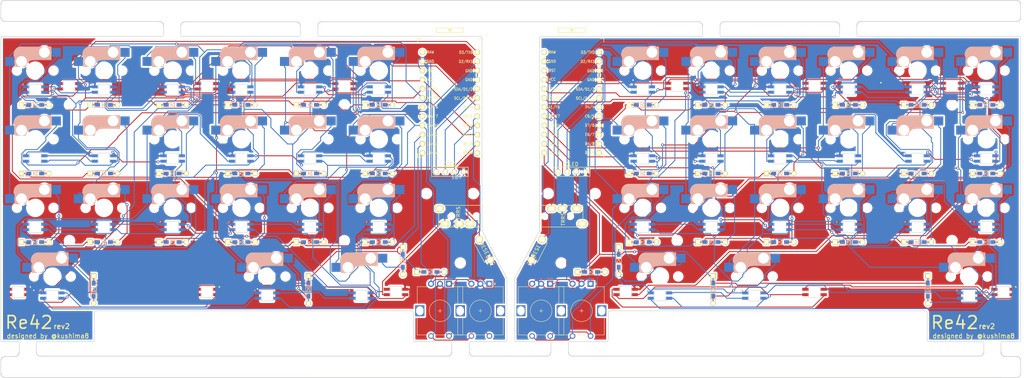
<source format=kicad_pcb>
(kicad_pcb (version 20171130) (host pcbnew "(5.1.4)-1")
  (layers (0 F.Cu signal) (31 B.Cu signal) (34 B.Paste user) (35 F.Paste user) (36 B.SilkS user) (37 F.SilkS user) (38 B.Mask user) (39 F.Mask user) (44 Edge.Cuts user))
  (net 0 "")
  (module kbd:Breakaway_Tabs (layer B.Cu) (at 154.682 63.38127 180)
    (fp_text reference REF**)
    (fp_text value Breakaway_Tabs)
    (pad "" np_thru_hole circle (at -1.1875 0 180) (size 0.3 0.3) (drill 0.3) (layers *.Cu *.Mask))
    (pad "" np_thru_hole circle (at -2.375 0 180) (size 0.3 0.3) (drill 0.3) (layers *.Cu *.Mask))
    (pad "" np_thru_hole circle (at -0.59375 0 180) (size 0.3 0.3) (drill 0.3) (layers *.Cu *.Mask))
    (pad "" np_thru_hole circle (at -1.78125 0 180) (size 0.3 0.3) (drill 0.3) (layers *.Cu *.Mask))
    (pad "" np_thru_hole circle (at 2.375 0 180) (size 0.3 0.3) (drill 0.3) (layers *.Cu *.Mask))
    (pad "" np_thru_hole circle (at 1.78125 0 180) (size 0.3 0.3) (drill 0.3) (layers *.Cu *.Mask))
    (pad "" np_thru_hole circle (at 1.1875 0 180) (size 0.3 0.3) (drill 0.3) (layers *.Cu *.Mask))
    (pad "" np_thru_hole circle (at 0.59375 0 180) (size 0.3 0.3) (drill 0.3) (layers *.Cu *.Mask))
    (pad "" np_thru_hole circle (at 0 0 180) (size 0.3 0.3) (drill 0.3) (layers *.Cu *.Mask))
  )
  (module kbd:Breakaway_Tabs (layer B.Cu) (at 116.677 63.38127 180)
    (fp_text reference REF**)
    (fp_text value Breakaway_Tabs)
    (pad "" np_thru_hole circle (at 0 0 180) (size 0.3 0.3) (drill 0.3) (layers *.Cu *.Mask))
    (pad "" np_thru_hole circle (at 0.59375 0 180) (size 0.3 0.3) (drill 0.3) (layers *.Cu *.Mask))
    (pad "" np_thru_hole circle (at 1.1875 0 180) (size 0.3 0.3) (drill 0.3) (layers *.Cu *.Mask))
    (pad "" np_thru_hole circle (at 1.78125 0 180) (size 0.3 0.3) (drill 0.3) (layers *.Cu *.Mask))
    (pad "" np_thru_hole circle (at 2.375 0 180) (size 0.3 0.3) (drill 0.3) (layers *.Cu *.Mask))
    (pad "" np_thru_hole circle (at -1.78125 0 180) (size 0.3 0.3) (drill 0.3) (layers *.Cu *.Mask))
    (pad "" np_thru_hole circle (at -0.59375 0 180) (size 0.3 0.3) (drill 0.3) (layers *.Cu *.Mask))
    (pad "" np_thru_hole circle (at -2.375 0 180) (size 0.3 0.3) (drill 0.3) (layers *.Cu *.Mask))
    (pad "" np_thru_hole circle (at -1.1875 0 180) (size 0.3 0.3) (drill 0.3) (layers *.Cu *.Mask))
  )
  (module kbd:Breakaway_Tabs (layer F.Cu) (at 76.69 148.41273 180)
    (fp_text reference REF**)
    (fp_text value Breakaway_Tabs)
    (pad "" np_thru_hole circle (at -1.1875 0 180) (size 0.3 0.3) (drill 0.3) (layers *.Cu *.Mask))
    (pad "" np_thru_hole circle (at -2.375 0 180) (size 0.3 0.3) (drill 0.3) (layers *.Cu *.Mask))
    (pad "" np_thru_hole circle (at -0.59375 0 180) (size 0.3 0.3) (drill 0.3) (layers *.Cu *.Mask))
    (pad "" np_thru_hole circle (at -1.78125 0 180) (size 0.3 0.3) (drill 0.3) (layers *.Cu *.Mask))
    (pad "" np_thru_hole circle (at 2.375 0 180) (size 0.3 0.3) (drill 0.3) (layers *.Cu *.Mask))
    (pad "" np_thru_hole circle (at 1.78125 0 180) (size 0.3 0.3) (drill 0.3) (layers *.Cu *.Mask))
    (pad "" np_thru_hole circle (at 1.1875 0 180) (size 0.3 0.3) (drill 0.3) (layers *.Cu *.Mask))
    (pad "" np_thru_hole circle (at 0.59375 0 180) (size 0.3 0.3) (drill 0.3) (layers *.Cu *.Mask))
    (pad "" np_thru_hole circle (at 0 0 180) (size 0.3 0.3) (drill 0.3) (layers *.Cu *.Mask))
  )
  (module kbd:Breakaway_Tabs (layer F.Cu) (at 196.68 148.41273 180)
    (fp_text reference REF**)
    (fp_text value Breakaway_Tabs)
    (pad "" np_thru_hole circle (at 0 0 180) (size 0.3 0.3) (drill 0.3) (layers *.Cu *.Mask))
    (pad "" np_thru_hole circle (at 0.59375 0 180) (size 0.3 0.3) (drill 0.3) (layers *.Cu *.Mask))
    (pad "" np_thru_hole circle (at 1.1875 0 180) (size 0.3 0.3) (drill 0.3) (layers *.Cu *.Mask))
    (pad "" np_thru_hole circle (at 1.78125 0 180) (size 0.3 0.3) (drill 0.3) (layers *.Cu *.Mask))
    (pad "" np_thru_hole circle (at 2.375 0 180) (size 0.3 0.3) (drill 0.3) (layers *.Cu *.Mask))
    (pad "" np_thru_hole circle (at -1.78125 0 180) (size 0.3 0.3) (drill 0.3) (layers *.Cu *.Mask))
    (pad "" np_thru_hole circle (at -0.59375 0 180) (size 0.3 0.3) (drill 0.3) (layers *.Cu *.Mask))
    (pad "" np_thru_hole circle (at -2.375 0 180) (size 0.3 0.3) (drill 0.3) (layers *.Cu *.Mask))
    (pad "" np_thru_hole circle (at -1.1875 0 180) (size 0.3 0.3) (drill 0.3) (layers *.Cu *.Mask))
  )
  (module kbd:YS-SK6812MINI-E (layer B.Cu) (at 174.01 116.44)
    (fp_text reference LED18 hide)
    (fp_text value YS-SK6812MINI-E hide)
    (fp_line (start 1.7 1.5) (end -1.7 1.5) (layer Edge.Cuts) (width 0.12))
    (fp_line (start 1.7 -1.5) (end 1.7 1.5) (layer Edge.Cuts) (width 0.12))
    (fp_line (start -1.7 -1.5) (end 1.7 -1.5) (layer Edge.Cuts) (width 0.12))
    (fp_line (start -1.7 1.5) (end -1.7 -1.5) (layer Edge.Cuts) (width 0.12))
    (pad 1 smd rect (at 2.5 0.75) (size 1.8 0.82) (layers B.Cu B.Paste B.Mask))
    (pad 2 smd rect (at 2.5 -0.75) (size 1.8 0.82) (layers B.Cu B.Paste B.Mask))
    (pad 3 smd rect (at -2.5 -0.75) (size 1.8 0.82) (layers B.Cu B.Paste B.Mask))
    (pad 4 smd rect (at -2.5 0.75) (size 1.8 0.82) (layers B.Cu B.Paste B.Mask))
  )
  (module kbd:YS-SK6812MINI-E (layer B.Cu) (at 169.2475 135.49)
    (fp_text reference LED21 hide)
    (fp_text value YS-SK6812MINI-E hide)
    (fp_line (start -1.7 1.5) (end -1.7 -1.5) (layer Edge.Cuts) (width 0.12))
    (fp_line (start -1.7 -1.5) (end 1.7 -1.5) (layer Edge.Cuts) (width 0.12))
    (fp_line (start 1.7 -1.5) (end 1.7 1.5) (layer Edge.Cuts) (width 0.12))
    (fp_line (start 1.7 1.5) (end -1.7 1.5) (layer Edge.Cuts) (width 0.12))
    (pad 4 smd rect (at -2.5 0.75) (size 1.8 0.82) (layers B.Cu B.Paste B.Mask))
    (pad 3 smd rect (at -2.5 -0.75) (size 1.8 0.82) (layers B.Cu B.Paste B.Mask))
    (pad 2 smd rect (at 2.5 -0.75) (size 1.8 0.82) (layers B.Cu B.Paste B.Mask))
    (pad 1 smd rect (at 2.5 0.75) (size 1.8 0.82) (layers B.Cu B.Paste B.Mask))
  )
  (module kbd:YS-SK6812MINI-E (layer B.Cu) (at 78.76 116.44)
    (fp_text reference LED13 hide)
    (fp_text value YS-SK6812MINI-E hide)
    (fp_line (start -1.7 1.5) (end -1.7 -1.5) (layer Edge.Cuts) (width 0.12))
    (fp_line (start -1.7 -1.5) (end 1.7 -1.5) (layer Edge.Cuts) (width 0.12))
    (fp_line (start 1.7 -1.5) (end 1.7 1.5) (layer Edge.Cuts) (width 0.12))
    (fp_line (start 1.7 1.5) (end -1.7 1.5) (layer Edge.Cuts) (width 0.12))
    (pad 4 smd rect (at -2.5 0.75) (size 1.8 0.82) (layers B.Cu B.Paste B.Mask))
    (pad 3 smd rect (at -2.5 -0.75) (size 1.8 0.82) (layers B.Cu B.Paste B.Mask))
    (pad 2 smd rect (at 2.5 -0.75) (size 1.8 0.82) (layers B.Cu B.Paste B.Mask))
    (pad 1 smd rect (at 2.5 0.75) (size 1.8 0.82) (layers B.Cu B.Paste B.Mask))
  )
  (module kbd:YS-SK6812MINI-E (layer B.Cu) (at 154.96 116.44)
    (fp_text reference LED17 hide)
    (fp_text value YS-SK6812MINI-E hide)
    (fp_line (start 1.7 1.5) (end -1.7 1.5) (layer Edge.Cuts) (width 0.12))
    (fp_line (start 1.7 -1.5) (end 1.7 1.5) (layer Edge.Cuts) (width 0.12))
    (fp_line (start -1.7 -1.5) (end 1.7 -1.5) (layer Edge.Cuts) (width 0.12))
    (fp_line (start -1.7 1.5) (end -1.7 -1.5) (layer Edge.Cuts) (width 0.12))
    (pad 1 smd rect (at 2.5 0.75) (size 1.8 0.82) (layers B.Cu B.Paste B.Mask))
    (pad 2 smd rect (at 2.5 -0.75) (size 1.8 0.82) (layers B.Cu B.Paste B.Mask))
    (pad 3 smd rect (at -2.5 -0.75) (size 1.8 0.82) (layers B.Cu B.Paste B.Mask))
    (pad 4 smd rect (at -2.5 0.75) (size 1.8 0.82) (layers B.Cu B.Paste B.Mask))
  )
  (module kbd:YS-SK6812MINI-E (layer B.Cu) (at 97.81 116.44)
    (fp_text reference LED14 hide)
    (fp_text value YS-SK6812MINI-E hide)
    (fp_line (start 1.7 1.5) (end -1.7 1.5) (layer Edge.Cuts) (width 0.12))
    (fp_line (start 1.7 -1.5) (end 1.7 1.5) (layer Edge.Cuts) (width 0.12))
    (fp_line (start -1.7 -1.5) (end 1.7 -1.5) (layer Edge.Cuts) (width 0.12))
    (fp_line (start -1.7 1.5) (end -1.7 -1.5) (layer Edge.Cuts) (width 0.12))
    (pad 1 smd rect (at 2.5 0.75) (size 1.8 0.82) (layers B.Cu B.Paste B.Mask))
    (pad 2 smd rect (at 2.5 -0.75) (size 1.8 0.82) (layers B.Cu B.Paste B.Mask))
    (pad 3 smd rect (at -2.5 -0.75) (size 1.8 0.82) (layers B.Cu B.Paste B.Mask))
    (pad 4 smd rect (at -2.5 0.75) (size 1.8 0.82) (layers B.Cu B.Paste B.Mask))
  )
  (module kbd:YS-SK6812MINI-E (layer F.Cu) (at 164.485 77.39 180)
    (fp_text reference LED24 hide)
    (fp_text value YS-SK6812MINI-E hide)
    (fp_line (start 1.7 -1.5) (end -1.7 -1.5) (layer Edge.Cuts) (width 0.12))
    (fp_line (start 1.7 1.5) (end 1.7 -1.5) (layer Edge.Cuts) (width 0.12))
    (fp_line (start -1.7 1.5) (end 1.7 1.5) (layer Edge.Cuts) (width 0.12))
    (fp_line (start -1.7 -1.5) (end -1.7 1.5) (layer Edge.Cuts) (width 0.12))
    (pad 1 smd rect (at 2.5 -0.75 180) (size 1.8 0.82) (layers F.Cu F.Paste F.Mask))
    (pad 2 smd rect (at 2.5 0.75 180) (size 1.8 0.82) (layers F.Cu F.Paste F.Mask))
    (pad 3 smd rect (at -2.5 0.75 180) (size 1.8 0.82) (layers F.Cu F.Paste F.Mask))
    (pad 4 smd rect (at -2.5 -0.75 180) (size 1.8 0.82) (layers F.Cu F.Paste F.Mask))
  )
  (module kbd:YS-SK6812MINI-E (layer F.Cu) (at 126.385 77.39 180)
    (fp_text reference LED23 hide)
    (fp_text value YS-SK6812MINI-E hide)
    (fp_line (start 1.7 -1.5) (end -1.7 -1.5) (layer Edge.Cuts) (width 0.12))
    (fp_line (start 1.7 1.5) (end 1.7 -1.5) (layer Edge.Cuts) (width 0.12))
    (fp_line (start -1.7 1.5) (end 1.7 1.5) (layer Edge.Cuts) (width 0.12))
    (fp_line (start -1.7 -1.5) (end -1.7 1.5) (layer Edge.Cuts) (width 0.12))
    (pad 1 smd rect (at 2.5 -0.75 180) (size 1.8 0.82) (layers F.Cu F.Paste F.Mask))
    (pad 2 smd rect (at 2.5 0.75 180) (size 1.8 0.82) (layers F.Cu F.Paste F.Mask))
    (pad 3 smd rect (at -2.5 0.75 180) (size 1.8 0.82) (layers F.Cu F.Paste F.Mask))
    (pad 4 smd rect (at -2.5 -0.75 180) (size 1.8 0.82) (layers F.Cu F.Paste F.Mask))
  )
  (module kbd:YS-SK6812MINI-E (layer F.Cu) (at 126.385 134.49 180)
    (fp_text reference LED26 hide)
    (fp_text value YS-SK6812MINI-E hide)
    (fp_line (start -1.7 -1.5) (end -1.7 1.5) (layer Edge.Cuts) (width 0.12))
    (fp_line (start -1.7 1.5) (end 1.7 1.5) (layer Edge.Cuts) (width 0.12))
    (fp_line (start 1.7 1.5) (end 1.7 -1.5) (layer Edge.Cuts) (width 0.12))
    (fp_line (start 1.7 -1.5) (end -1.7 -1.5) (layer Edge.Cuts) (width 0.12))
    (pad 4 smd rect (at -2.5 -0.75 180) (size 1.8 0.82) (layers F.Cu F.Paste F.Mask))
    (pad 3 smd rect (at -2.5 0.75 180) (size 1.8 0.82) (layers F.Cu F.Paste F.Mask))
    (pad 2 smd rect (at 2.5 0.75 180) (size 1.8 0.82) (layers F.Cu F.Paste F.Mask))
    (pad 1 smd rect (at 2.5 -0.75 180) (size 1.8 0.82) (layers F.Cu F.Paste F.Mask))
  )
  (module kbd:YS-SK6812MINI-E (layer B.Cu) (at 174.01 97.44)
    (fp_text reference LED12 hide)
    (fp_text value YS-SK6812MINI-E hide)
    (fp_line (start -1.7 1.5) (end -1.7 -1.5) (layer Edge.Cuts) (width 0.12))
    (fp_line (start -1.7 -1.5) (end 1.7 -1.5) (layer Edge.Cuts) (width 0.12))
    (fp_line (start 1.7 -1.5) (end 1.7 1.5) (layer Edge.Cuts) (width 0.12))
    (fp_line (start 1.7 1.5) (end -1.7 1.5) (layer Edge.Cuts) (width 0.12))
    (pad 4 smd rect (at -2.5 0.75) (size 1.8 0.82) (layers B.Cu B.Paste B.Mask))
    (pad 3 smd rect (at -2.5 -0.75) (size 1.8 0.82) (layers B.Cu B.Paste B.Mask))
    (pad 2 smd rect (at 2.5 -0.75) (size 1.8 0.82) (layers B.Cu B.Paste B.Mask))
    (pad 1 smd rect (at 2.5 0.75) (size 1.8 0.82) (layers B.Cu B.Paste B.Mask))
  )
  (module kbd:YS-SK6812MINI-E (layer F.Cu) (at 88.125 77.39 180)
    (fp_text reference LED22 hide)
    (fp_text value YS-SK6812MINI-E hide)
    (fp_line (start -1.7 -1.5) (end -1.7 1.5) (layer Edge.Cuts) (width 0.12))
    (fp_line (start -1.7 1.5) (end 1.7 1.5) (layer Edge.Cuts) (width 0.12))
    (fp_line (start 1.7 1.5) (end 1.7 -1.5) (layer Edge.Cuts) (width 0.12))
    (fp_line (start 1.7 -1.5) (end -1.7 -1.5) (layer Edge.Cuts) (width 0.12))
    (pad 4 smd rect (at -2.5 -0.75 180) (size 1.8 0.82) (layers F.Cu F.Paste F.Mask))
    (pad 3 smd rect (at -2.5 0.75 180) (size 1.8 0.82) (layers F.Cu F.Paste F.Mask))
    (pad 2 smd rect (at 2.5 0.75 180) (size 1.8 0.82) (layers F.Cu F.Paste F.Mask))
    (pad 1 smd rect (at 2.5 -0.75 180) (size 1.8 0.82) (layers F.Cu F.Paste F.Mask))
  )
  (module kbd:YS-SK6812MINI-E (layer B.Cu) (at 116.86 116.44)
    (fp_text reference LED15 hide)
    (fp_text value YS-SK6812MINI-E hide)
    (fp_line (start -1.7 1.5) (end -1.7 -1.5) (layer Edge.Cuts) (width 0.12))
    (fp_line (start -1.7 -1.5) (end 1.7 -1.5) (layer Edge.Cuts) (width 0.12))
    (fp_line (start 1.7 -1.5) (end 1.7 1.5) (layer Edge.Cuts) (width 0.12))
    (fp_line (start 1.7 1.5) (end -1.7 1.5) (layer Edge.Cuts) (width 0.12))
    (pad 4 smd rect (at -2.5 0.75) (size 1.8 0.82) (layers B.Cu B.Paste B.Mask))
    (pad 3 smd rect (at -2.5 -0.75) (size 1.8 0.82) (layers B.Cu B.Paste B.Mask))
    (pad 2 smd rect (at 2.5 -0.75) (size 1.8 0.82) (layers B.Cu B.Paste B.Mask))
    (pad 1 smd rect (at 2.5 0.75) (size 1.8 0.82) (layers B.Cu B.Paste B.Mask))
  )
  (module kbd:YS-SK6812MINI-E (layer F.Cu) (at 73.9975 134.49 180)
    (fp_text reference LED25 hide)
    (fp_text value YS-SK6812MINI-E hide)
    (fp_line (start 1.7 -1.5) (end -1.7 -1.5) (layer Edge.Cuts) (width 0.12))
    (fp_line (start 1.7 1.5) (end 1.7 -1.5) (layer Edge.Cuts) (width 0.12))
    (fp_line (start -1.7 1.5) (end 1.7 1.5) (layer Edge.Cuts) (width 0.12))
    (fp_line (start -1.7 -1.5) (end -1.7 1.5) (layer Edge.Cuts) (width 0.12))
    (pad 1 smd rect (at 2.5 -0.75 180) (size 1.8 0.82) (layers F.Cu F.Paste F.Mask))
    (pad 2 smd rect (at 2.5 0.75 180) (size 1.8 0.82) (layers F.Cu F.Paste F.Mask))
    (pad 3 smd rect (at -2.5 0.75 180) (size 1.8 0.82) (layers F.Cu F.Paste F.Mask))
    (pad 4 smd rect (at -2.5 -0.75 180) (size 1.8 0.82) (layers F.Cu F.Paste F.Mask))
  )
  (module kbd:YS-SK6812MINI-E (layer B.Cu) (at 135.91 116.44)
    (fp_text reference LED16 hide)
    (fp_text value YS-SK6812MINI-E hide)
    (fp_line (start -1.7 1.5) (end -1.7 -1.5) (layer Edge.Cuts) (width 0.12))
    (fp_line (start -1.7 -1.5) (end 1.7 -1.5) (layer Edge.Cuts) (width 0.12))
    (fp_line (start 1.7 -1.5) (end 1.7 1.5) (layer Edge.Cuts) (width 0.12))
    (fp_line (start 1.7 1.5) (end -1.7 1.5) (layer Edge.Cuts) (width 0.12))
    (pad 4 smd rect (at -2.5 0.75) (size 1.8 0.82) (layers B.Cu B.Paste B.Mask))
    (pad 3 smd rect (at -2.5 -0.75) (size 1.8 0.82) (layers B.Cu B.Paste B.Mask))
    (pad 2 smd rect (at 2.5 -0.75) (size 1.8 0.82) (layers B.Cu B.Paste B.Mask))
    (pad 1 smd rect (at 2.5 0.75) (size 1.8 0.82) (layers B.Cu B.Paste B.Mask))
  )
  (module kbd:YS-SK6812MINI-E (layer B.Cu) (at 143.0538 135.49)
    (fp_text reference LED20 hide)
    (fp_text value YS-SK6812MINI-E hide)
    (fp_line (start 1.7 1.5) (end -1.7 1.5) (layer Edge.Cuts) (width 0.12))
    (fp_line (start 1.7 -1.5) (end 1.7 1.5) (layer Edge.Cuts) (width 0.12))
    (fp_line (start -1.7 -1.5) (end 1.7 -1.5) (layer Edge.Cuts) (width 0.12))
    (fp_line (start -1.7 1.5) (end -1.7 -1.5) (layer Edge.Cuts) (width 0.12))
    (pad 1 smd rect (at 2.5 0.75) (size 1.8 0.82) (layers B.Cu B.Paste B.Mask))
    (pad 2 smd rect (at 2.5 -0.75) (size 1.8 0.82) (layers B.Cu B.Paste B.Mask))
    (pad 3 smd rect (at -2.5 -0.75) (size 1.8 0.82) (layers B.Cu B.Paste B.Mask))
    (pad 4 smd rect (at -2.5 0.75) (size 1.8 0.82) (layers B.Cu B.Paste B.Mask))
  )
  (module kbd:YS-SK6812MINI-E (layer F.Cu) (at 178.772 134.49 180)
    (fp_text reference LED27 hide)
    (fp_text value YS-SK6812MINI-E hide)
    (fp_line (start -1.7 -1.5) (end -1.7 1.5) (layer Edge.Cuts) (width 0.12))
    (fp_line (start -1.7 1.5) (end 1.7 1.5) (layer Edge.Cuts) (width 0.12))
    (fp_line (start 1.7 1.5) (end 1.7 -1.5) (layer Edge.Cuts) (width 0.12))
    (fp_line (start 1.7 -1.5) (end -1.7 -1.5) (layer Edge.Cuts) (width 0.12))
    (pad 4 smd rect (at -2.5 -0.75 180) (size 1.8 0.82) (layers F.Cu F.Paste F.Mask))
    (pad 3 smd rect (at -2.5 0.75 180) (size 1.8 0.82) (layers F.Cu F.Paste F.Mask))
    (pad 2 smd rect (at 2.5 0.75 180) (size 1.8 0.82) (layers F.Cu F.Paste F.Mask))
    (pad 1 smd rect (at 2.5 -0.75 180) (size 1.8 0.82) (layers F.Cu F.Paste F.Mask))
  )
  (module kbd:YS-SK6812MINI-E (layer B.Cu) (at 83.5225 135.49)
    (fp_text reference LED19 hide)
    (fp_text value YS-SK6812MINI-E hide)
    (fp_line (start 1.7 1.5) (end -1.7 1.5) (layer Edge.Cuts) (width 0.12))
    (fp_line (start 1.7 -1.5) (end 1.7 1.5) (layer Edge.Cuts) (width 0.12))
    (fp_line (start -1.7 -1.5) (end 1.7 -1.5) (layer Edge.Cuts) (width 0.12))
    (fp_line (start -1.7 1.5) (end -1.7 -1.5) (layer Edge.Cuts) (width 0.12))
    (pad 1 smd rect (at 2.5 0.75) (size 1.8 0.82) (layers B.Cu B.Paste B.Mask))
    (pad 2 smd rect (at 2.5 -0.75) (size 1.8 0.82) (layers B.Cu B.Paste B.Mask))
    (pad 3 smd rect (at -2.5 -0.75) (size 1.8 0.82) (layers B.Cu B.Paste B.Mask))
    (pad 4 smd rect (at -2.5 0.75) (size 1.8 0.82) (layers B.Cu B.Paste B.Mask))
  )
  (module kbd:OLED_1side (layer F.Cu) (at 189.9 101.12)
    (fp_text reference J1)
    (fp_text value Conn_01x04-Connector_Generic hide)
    (fp_text user OLED (at 3.8 -2.1 180) (layer F.SilkS))
    (pad 4 thru_hole circle (at 7.62 0) (size 1.397 1.397) (drill 0.8128) (layers *.Cu F.SilkS B.Mask))
    (pad 3 thru_hole circle (at 5.08 0) (size 1.397 1.397) (drill 0.8128) (layers *.Cu F.SilkS B.Mask))
    (pad 2 thru_hole circle (at 2.54 0) (size 1.397 1.397) (drill 0.8128) (layers *.Cu F.SilkS B.Mask))
    (pad 1 thru_hole circle (at 0 0) (size 1.397 1.397) (drill 0.8128) (layers *.Cu F.SilkS B.Mask))
  )
  (module kbd:YS-SK6812MINI-E (layer B.Cu) (at 154.96 97.44)
    (fp_text reference LED11 hide)
    (fp_text value YS-SK6812MINI-E hide)
    (fp_line (start 1.7 1.5) (end -1.7 1.5) (layer Edge.Cuts) (width 0.12))
    (fp_line (start 1.7 -1.5) (end 1.7 1.5) (layer Edge.Cuts) (width 0.12))
    (fp_line (start -1.7 -1.5) (end 1.7 -1.5) (layer Edge.Cuts) (width 0.12))
    (fp_line (start -1.7 1.5) (end -1.7 -1.5) (layer Edge.Cuts) (width 0.12))
    (pad 1 smd rect (at 2.5 0.75) (size 1.8 0.82) (layers B.Cu B.Paste B.Mask))
    (pad 2 smd rect (at 2.5 -0.75) (size 1.8 0.82) (layers B.Cu B.Paste B.Mask))
    (pad 3 smd rect (at -2.5 -0.75) (size 1.8 0.82) (layers B.Cu B.Paste B.Mask))
    (pad 4 smd rect (at -2.5 0.75) (size 1.8 0.82) (layers B.Cu B.Paste B.Mask))
  )
  (module kbd:YS-SK6812MINI-E (layer B.Cu) (at 135.91 97.44)
    (fp_text reference LED10 hide)
    (fp_text value YS-SK6812MINI-E hide)
    (fp_line (start -1.7 1.5) (end -1.7 -1.5) (layer Edge.Cuts) (width 0.12))
    (fp_line (start -1.7 -1.5) (end 1.7 -1.5) (layer Edge.Cuts) (width 0.12))
    (fp_line (start 1.7 -1.5) (end 1.7 1.5) (layer Edge.Cuts) (width 0.12))
    (fp_line (start 1.7 1.5) (end -1.7 1.5) (layer Edge.Cuts) (width 0.12))
    (pad 4 smd rect (at -2.5 0.75) (size 1.8 0.82) (layers B.Cu B.Paste B.Mask))
    (pad 3 smd rect (at -2.5 -0.75) (size 1.8 0.82) (layers B.Cu B.Paste B.Mask))
    (pad 2 smd rect (at 2.5 -0.75) (size 1.8 0.82) (layers B.Cu B.Paste B.Mask))
    (pad 1 smd rect (at 2.5 0.75) (size 1.8 0.82) (layers B.Cu B.Paste B.Mask))
  )
  (module kbd:YS-SK6812MINI-E (layer B.Cu) (at 116.86 97.44)
    (fp_text reference LED9 hide)
    (fp_text value YS-SK6812MINI-E hide)
    (fp_line (start -1.7 1.5) (end -1.7 -1.5) (layer Edge.Cuts) (width 0.12))
    (fp_line (start -1.7 -1.5) (end 1.7 -1.5) (layer Edge.Cuts) (width 0.12))
    (fp_line (start 1.7 -1.5) (end 1.7 1.5) (layer Edge.Cuts) (width 0.12))
    (fp_line (start 1.7 1.5) (end -1.7 1.5) (layer Edge.Cuts) (width 0.12))
    (pad 4 smd rect (at -2.5 0.75) (size 1.8 0.82) (layers B.Cu B.Paste B.Mask))
    (pad 3 smd rect (at -2.5 -0.75) (size 1.8 0.82) (layers B.Cu B.Paste B.Mask))
    (pad 2 smd rect (at 2.5 -0.75) (size 1.8 0.82) (layers B.Cu B.Paste B.Mask))
    (pad 1 smd rect (at 2.5 0.75) (size 1.8 0.82) (layers B.Cu B.Paste B.Mask))
  )
  (module kbd:YS-SK6812MINI-E (layer B.Cu) (at 174.01 78.29)
    (fp_text reference LED6 hide)
    (fp_text value YS-SK6812MINI-E hide)
    (fp_line (start -1.7 1.5) (end -1.7 -1.5) (layer Edge.Cuts) (width 0.12))
    (fp_line (start -1.7 -1.5) (end 1.7 -1.5) (layer Edge.Cuts) (width 0.12))
    (fp_line (start 1.7 -1.5) (end 1.7 1.5) (layer Edge.Cuts) (width 0.12))
    (fp_line (start 1.7 1.5) (end -1.7 1.5) (layer Edge.Cuts) (width 0.12))
    (pad 4 smd rect (at -2.5 0.75) (size 1.8 0.82) (layers B.Cu B.Paste B.Mask))
    (pad 3 smd rect (at -2.5 -0.75) (size 1.8 0.82) (layers B.Cu B.Paste B.Mask))
    (pad 2 smd rect (at 2.5 -0.75) (size 1.8 0.82) (layers B.Cu B.Paste B.Mask))
    (pad 1 smd rect (at 2.5 0.75) (size 1.8 0.82) (layers B.Cu B.Paste B.Mask))
  )
  (module kbd:YS-SK6812MINI-E (layer B.Cu) (at 97.81 78.29)
    (fp_text reference LED2 hide)
    (fp_text value YS-SK6812MINI-E hide)
    (fp_line (start -1.7 1.5) (end -1.7 -1.5) (layer Edge.Cuts) (width 0.12))
    (fp_line (start -1.7 -1.5) (end 1.7 -1.5) (layer Edge.Cuts) (width 0.12))
    (fp_line (start 1.7 -1.5) (end 1.7 1.5) (layer Edge.Cuts) (width 0.12))
    (fp_line (start 1.7 1.5) (end -1.7 1.5) (layer Edge.Cuts) (width 0.12))
    (pad 4 smd rect (at -2.5 0.75) (size 1.8 0.82) (layers B.Cu B.Paste B.Mask))
    (pad 3 smd rect (at -2.5 -0.75) (size 1.8 0.82) (layers B.Cu B.Paste B.Mask))
    (pad 2 smd rect (at 2.5 -0.75) (size 1.8 0.82) (layers B.Cu B.Paste B.Mask))
    (pad 1 smd rect (at 2.5 0.75) (size 1.8 0.82) (layers B.Cu B.Paste B.Mask))
  )
  (module kbd:ResetSW_1side (layer F.Cu) (at 203.41 122.75 118)
    (fp_text reference SW19 hide)
    (fp_text value SW_PUSH)
    (fp_text user RESET (at 0 0 118) (layer F.SilkS))
    (pad 2 thru_hole circle (at -3.25 0 118) (size 2 2) (drill 1.3) (layers *.Cu F.SilkS B.Mask))
    (pad 1 thru_hole circle (at 3.25 0 118) (size 2 2) (drill 1.3) (layers *.Cu F.SilkS B.Mask))
  )
  (module kbd:D3_TH_SMD (layer F.Cu) (at 94.965 133.83 270)
    (fp_text reference D19 hide)
    (fp_text value D hide)
    (pad 1 smd rect (at -1.775 0 270) (size 1.3 0.95) (layers F.Cu F.Paste F.Mask))
    (pad 2 smd rect (at 1.775 0 270) (size 1.3 0.95) (layers B.Cu B.Paste B.Mask))
    (pad 1 smd rect (at -1.775 0 270) (size 1.3 0.95) (layers B.Cu B.Paste B.Mask))
    (pad 1 thru_hole rect (at -3.81 0 270) (size 1.397 1.397) (drill 0.8128) (layers *.Cu *.Mask F.SilkS))
    (pad 2 thru_hole circle (at 3.81 0 270) (size 1.397 1.397) (drill 0.8128) (layers *.Cu *.Mask F.SilkS))
    (pad 2 smd rect (at 1.775 0 270) (size 1.3 0.95) (layers F.Cu F.Paste F.Mask))
  )
  (module kbd:YS-SK6812MINI-E (layer B.Cu) (at 97.81 97.44)
    (fp_text reference LED8 hide)
    (fp_text value YS-SK6812MINI-E hide)
    (fp_line (start 1.7 1.5) (end -1.7 1.5) (layer Edge.Cuts) (width 0.12))
    (fp_line (start 1.7 -1.5) (end 1.7 1.5) (layer Edge.Cuts) (width 0.12))
    (fp_line (start -1.7 -1.5) (end 1.7 -1.5) (layer Edge.Cuts) (width 0.12))
    (fp_line (start -1.7 1.5) (end -1.7 -1.5) (layer Edge.Cuts) (width 0.12))
    (pad 1 smd rect (at 2.5 0.75) (size 1.8 0.82) (layers B.Cu B.Paste B.Mask))
    (pad 2 smd rect (at 2.5 -0.75) (size 1.8 0.82) (layers B.Cu B.Paste B.Mask))
    (pad 3 smd rect (at -2.5 -0.75) (size 1.8 0.82) (layers B.Cu B.Paste B.Mask))
    (pad 4 smd rect (at -2.5 0.75) (size 1.8 0.82) (layers B.Cu B.Paste B.Mask))
  )
  (module kbd:YS-SK6812MINI-E (layer B.Cu) (at 78.76 97.44)
    (fp_text reference LED7 hide)
    (fp_text value YS-SK6812MINI-E hide)
    (fp_line (start -1.7 1.5) (end -1.7 -1.5) (layer Edge.Cuts) (width 0.12))
    (fp_line (start -1.7 -1.5) (end 1.7 -1.5) (layer Edge.Cuts) (width 0.12))
    (fp_line (start 1.7 -1.5) (end 1.7 1.5) (layer Edge.Cuts) (width 0.12))
    (fp_line (start 1.7 1.5) (end -1.7 1.5) (layer Edge.Cuts) (width 0.12))
    (pad 4 smd rect (at -2.5 0.75) (size 1.8 0.82) (layers B.Cu B.Paste B.Mask))
    (pad 3 smd rect (at -2.5 -0.75) (size 1.8 0.82) (layers B.Cu B.Paste B.Mask))
    (pad 2 smd rect (at 2.5 -0.75) (size 1.8 0.82) (layers B.Cu B.Paste B.Mask))
    (pad 1 smd rect (at 2.5 0.75) (size 1.8 0.82) (layers B.Cu B.Paste B.Mask))
  )
  (module kbd:YS-SK6812MINI-E (layer B.Cu) (at 154.96 78.29)
    (fp_text reference LED5 hide)
    (fp_text value YS-SK6812MINI-E hide)
    (fp_line (start 1.7 1.5) (end -1.7 1.5) (layer Edge.Cuts) (width 0.12))
    (fp_line (start 1.7 -1.5) (end 1.7 1.5) (layer Edge.Cuts) (width 0.12))
    (fp_line (start -1.7 -1.5) (end 1.7 -1.5) (layer Edge.Cuts) (width 0.12))
    (fp_line (start -1.7 1.5) (end -1.7 -1.5) (layer Edge.Cuts) (width 0.12))
    (pad 1 smd rect (at 2.5 0.75) (size 1.8 0.82) (layers B.Cu B.Paste B.Mask))
    (pad 2 smd rect (at 2.5 -0.75) (size 1.8 0.82) (layers B.Cu B.Paste B.Mask))
    (pad 3 smd rect (at -2.5 -0.75) (size 1.8 0.82) (layers B.Cu B.Paste B.Mask))
    (pad 4 smd rect (at -2.5 0.75) (size 1.8 0.82) (layers B.Cu B.Paste B.Mask))
  )
  (module kbd:YS-SK6812MINI-E (layer B.Cu) (at 135.91 78.29)
    (fp_text reference LED4 hide)
    (fp_text value YS-SK6812MINI-E hide)
    (fp_line (start -1.7 1.5) (end -1.7 -1.5) (layer Edge.Cuts) (width 0.12))
    (fp_line (start -1.7 -1.5) (end 1.7 -1.5) (layer Edge.Cuts) (width 0.12))
    (fp_line (start 1.7 -1.5) (end 1.7 1.5) (layer Edge.Cuts) (width 0.12))
    (fp_line (start 1.7 1.5) (end -1.7 1.5) (layer Edge.Cuts) (width 0.12))
    (pad 4 smd rect (at -2.5 0.75) (size 1.8 0.82) (layers B.Cu B.Paste B.Mask))
    (pad 3 smd rect (at -2.5 -0.75) (size 1.8 0.82) (layers B.Cu B.Paste B.Mask))
    (pad 2 smd rect (at 2.5 -0.75) (size 1.8 0.82) (layers B.Cu B.Paste B.Mask))
    (pad 1 smd rect (at 2.5 0.75) (size 1.8 0.82) (layers B.Cu B.Paste B.Mask))
  )
  (module kbd:YS-SK6812MINI-E (layer B.Cu) (at 78.76 78.29)
    (fp_text reference LED1 hide)
    (fp_text value YS-SK6812MINI-E hide)
    (fp_line (start 1.7 1.5) (end -1.7 1.5) (layer Edge.Cuts) (width 0.12))
    (fp_line (start 1.7 -1.5) (end 1.7 1.5) (layer Edge.Cuts) (width 0.12))
    (fp_line (start -1.7 -1.5) (end 1.7 -1.5) (layer Edge.Cuts) (width 0.12))
    (fp_line (start -1.7 1.5) (end -1.7 -1.5) (layer Edge.Cuts) (width 0.12))
    (pad 1 smd rect (at 2.5 0.75) (size 1.8 0.82) (layers B.Cu B.Paste B.Mask))
    (pad 2 smd rect (at 2.5 -0.75) (size 1.8 0.82) (layers B.Cu B.Paste B.Mask))
    (pad 3 smd rect (at -2.5 -0.75) (size 1.8 0.82) (layers B.Cu B.Paste B.Mask))
    (pad 4 smd rect (at -2.5 0.75) (size 1.8 0.82) (layers B.Cu B.Paste B.Mask))
  )
  (module kbd:YS-SK6812MINI-E (layer B.Cu) (at 116.86 78.29)
    (fp_text reference LED3 hide)
    (fp_text value YS-SK6812MINI-E hide)
    (fp_line (start 1.7 1.5) (end -1.7 1.5) (layer Edge.Cuts) (width 0.12))
    (fp_line (start 1.7 -1.5) (end 1.7 1.5) (layer Edge.Cuts) (width 0.12))
    (fp_line (start -1.7 -1.5) (end 1.7 -1.5) (layer Edge.Cuts) (width 0.12))
    (fp_line (start -1.7 1.5) (end -1.7 -1.5) (layer Edge.Cuts) (width 0.12))
    (pad 1 smd rect (at 2.5 0.75) (size 1.8 0.82) (layers B.Cu B.Paste B.Mask))
    (pad 2 smd rect (at 2.5 -0.75) (size 1.8 0.82) (layers B.Cu B.Paste B.Mask))
    (pad 3 smd rect (at -2.5 -0.75) (size 1.8 0.82) (layers B.Cu B.Paste B.Mask))
    (pad 4 smd rect (at -2.5 0.75) (size 1.8 0.82) (layers B.Cu B.Paste B.Mask))
  )
  (module Rotary_Encoder:RotaryEncoder_Alps_EC12E-Switch_Vertical_H20mm (layer F.Cu) (at 193.48 132.215 270)
    (fp_text reference SW23 hide)
    (fp_text value Rotary_Encoder_Switch)
    (pad S2 thru_hole circle (at 14.5 5 270) (size 1.55 1.55) (drill 1) (layers *.Cu *.Mask))
    (pad S1 thru_hole circle (at 14.5 0 270) (size 1.55 1.55) (drill 1) (layers *.Cu *.Mask))
    (pad MP thru_hole rect (at 7.5 8.1 270) (size 3 2.5) (drill oval 2.5 2) (layers *.Cu *.Mask))
    (pad MP thru_hole rect (at 7.5 -3.1 270) (size 3 2.5) (drill oval 2.5 2) (layers *.Cu *.Mask))
    (pad B thru_hole circle (at 0 5 270) (size 1.7 1.7) (drill 1) (layers *.Cu *.Mask))
    (pad C thru_hole circle (at 0 2.5 270) (size 1.7 1.7) (drill 1) (layers *.Cu *.Mask))
    (pad A thru_hole rect (at 0 0 270) (size 1.7 1.7) (drill 1) (layers *.Cu *.Mask))
  )
  (module kbd:MJ-4PP-9_1side (layer F.Cu) (at 202.615 113.44 270)
    (fp_text reference J2)
    (fp_text value MJ-4PP-9 hide)
    (fp_text user TRRS (at -0.85 6.555 270) (layer F.SilkS))
    (pad A thru_hole oval (at -2.1 11.8 270) (size 1.7 2.5) (drill oval 1 1.5) (layers *.Cu F.SilkS B.Mask) (clearance 0.15))
    (pad D thru_hole oval (at 2.1 10.3 270) (size 1.7 2.5) (drill oval 1 1.5) (layers *.Cu F.SilkS B.Mask) (clearance 0.15))
    (pad C thru_hole oval (at 2.1 6.3 270) (size 1.7 2.5) (drill oval 1 1.5) (layers *.Cu F.SilkS B.Mask))
    (pad B thru_hole oval (at 2.1 3.3 270) (size 1.7 2.5) (drill oval 1 1.5) (layers *.Cu F.SilkS B.Mask))
    (pad "" np_thru_hole circle (at 0 8.5 270) (size 1.2 1.2) (drill 1.2) (layers *.Cu *.Mask F.SilkS))
    (pad "" np_thru_hole circle (at 0 1.5 270) (size 1.2 1.2) (drill 1.2) (layers *.Cu *.Mask F.SilkS))
  )
  (module MountingHole:MountingHole_2.2mm_M2 (layer F.Cu) (at 88.26 82.54)
    (fp_text reference REF1 hide)
    (fp_text value MountingHole_2.2mm_M2)
    (pad 1 np_thru_hole circle (at 0 0) (size 2.2 2.2) (drill 2.2) (layers *.Cu *.Mask))
  )
  (module MountingHole:MountingHole_2.2mm_M2 (layer F.Cu) (at 88.26 120.24)
    (fp_text reference REF2 hide)
    (fp_text value MountingHole_2.2mm_M2)
    (pad 1 np_thru_hole circle (at 0 0) (size 2.2 2.2) (drill 2.2) (layers *.Cu *.Mask))
  )
  (module kbd:D3_TH_SMD (layer F.Cu) (at 97.81 82.54)
    (fp_text reference D2 hide)
    (fp_text value D hide)
    (pad 1 smd rect (at -1.775 0) (size 1.3 0.95) (layers F.Cu F.Paste F.Mask))
    (pad 2 smd rect (at 1.775 0) (size 1.3 0.95) (layers B.Cu B.Paste B.Mask))
    (pad 1 smd rect (at -1.775 0) (size 1.3 0.95) (layers B.Cu B.Paste B.Mask))
    (pad 1 thru_hole rect (at -3.81 0) (size 1.397 1.397) (drill 0.8128) (layers *.Cu *.Mask F.SilkS))
    (pad 2 thru_hole circle (at 3.81 0) (size 1.397 1.397) (drill 0.8128) (layers *.Cu *.Mask F.SilkS))
    (pad 2 smd rect (at 1.775 0) (size 1.3 0.95) (layers F.Cu F.Paste F.Mask))
  )
  (module kbd:D3_TH_SMD (layer F.Cu) (at 116.86 82.54)
    (fp_text reference D3 hide)
    (fp_text value D hide)
    (pad 1 smd rect (at -1.775 0) (size 1.3 0.95) (layers F.Cu F.Paste F.Mask))
    (pad 2 smd rect (at 1.775 0) (size 1.3 0.95) (layers B.Cu B.Paste B.Mask))
    (pad 1 smd rect (at -1.775 0) (size 1.3 0.95) (layers B.Cu B.Paste B.Mask))
    (pad 1 thru_hole rect (at -3.81 0) (size 1.397 1.397) (drill 0.8128) (layers *.Cu *.Mask F.SilkS))
    (pad 2 thru_hole circle (at 3.81 0) (size 1.397 1.397) (drill 0.8128) (layers *.Cu *.Mask F.SilkS))
    (pad 2 smd rect (at 1.775 0) (size 1.3 0.95) (layers F.Cu F.Paste F.Mask))
  )
  (module kbd:D3_TH_SMD (layer F.Cu) (at 154.96 120.64)
    (fp_text reference D17 hide)
    (fp_text value D hide)
    (pad 2 smd rect (at 1.775 0) (size 1.3 0.95) (layers F.Cu F.Paste F.Mask))
    (pad 2 thru_hole circle (at 3.81 0) (size 1.397 1.397) (drill 0.8128) (layers *.Cu *.Mask F.SilkS))
    (pad 1 thru_hole rect (at -3.81 0) (size 1.397 1.397) (drill 0.8128) (layers *.Cu *.Mask F.SilkS))
    (pad 1 smd rect (at -1.775 0) (size 1.3 0.95) (layers B.Cu B.Paste B.Mask))
    (pad 2 smd rect (at 1.775 0) (size 1.3 0.95) (layers B.Cu B.Paste B.Mask))
    (pad 1 smd rect (at -1.775 0) (size 1.3 0.95) (layers F.Cu F.Paste F.Mask))
  )
  (module kbd2:CherryMX_Hotswap (layer F.Cu) (at 174.01 111.14)
    (fp_text reference SW18)
    (fp_text value SW_PUSH)
    (pad 1 smd rect (at -7.085 -2.54 180) (size 2.55 2.5) (layers B.Cu B.Paste B.Mask))
    (pad "" np_thru_hole circle (at 0 0 90) (size 4.1 4.1) (drill 4.1) (layers *.Cu *.Mask))
    (pad "" np_thru_hole circle (at 5.08 0) (size 1.9 1.9) (drill 1.9) (layers *.Cu *.Mask))
    (pad "" np_thru_hole circle (at -5.08 0) (size 1.9 1.9) (drill 1.9) (layers *.Cu *.Mask))
    (pad 2 smd rect (at 5.842 -5.08 180) (size 2.55 2.5) (layers B.Cu B.Paste B.Mask))
    (pad "" np_thru_hole circle (at -3.81 -2.54) (size 3 3) (drill 3) (layers *.Cu *.Mask))
    (pad "" np_thru_hole circle (at 2.54 -5.08) (size 3 3) (drill 3) (layers *.Cu *.Mask))
  )
  (module kbd:D3_TH_SMD (layer F.Cu) (at 78.76 120.64)
    (fp_text reference D13 hide)
    (fp_text value D hide)
    (pad 1 smd rect (at -1.775 0) (size 1.3 0.95) (layers F.Cu F.Paste F.Mask))
    (pad 2 smd rect (at 1.775 0) (size 1.3 0.95) (layers B.Cu B.Paste B.Mask))
    (pad 1 smd rect (at -1.775 0) (size 1.3 0.95) (layers B.Cu B.Paste B.Mask))
    (pad 1 thru_hole rect (at -3.81 0) (size 1.397 1.397) (drill 0.8128) (layers *.Cu *.Mask F.SilkS))
    (pad 2 thru_hole circle (at 3.81 0) (size 1.397 1.397) (drill 0.8128) (layers *.Cu *.Mask F.SilkS))
    (pad 2 smd rect (at 1.775 0) (size 1.3 0.95) (layers F.Cu F.Paste F.Mask))
  )
  (module kbd:D3_TH_SMD (layer F.Cu) (at 116.86 120.64)
    (fp_text reference D15 hide)
    (fp_text value D hide)
    (pad 1 smd rect (at -1.775 0) (size 1.3 0.95) (layers F.Cu F.Paste F.Mask))
    (pad 2 smd rect (at 1.775 0) (size 1.3 0.95) (layers B.Cu B.Paste B.Mask))
    (pad 1 smd rect (at -1.775 0) (size 1.3 0.95) (layers B.Cu B.Paste B.Mask))
    (pad 1 thru_hole rect (at -3.81 0) (size 1.397 1.397) (drill 0.8128) (layers *.Cu *.Mask F.SilkS))
    (pad 2 thru_hole circle (at 3.81 0) (size 1.397 1.397) (drill 0.8128) (layers *.Cu *.Mask F.SilkS))
    (pad 2 smd rect (at 1.775 0) (size 1.3 0.95) (layers F.Cu F.Paste F.Mask))
  )
  (module kbd:D3_TH_SMD (layer F.Cu) (at 180.69 125.83 270)
    (fp_text reference D21 hide)
    (fp_text value D hide)
    (pad 2 smd rect (at 1.775 0 270) (size 1.3 0.95) (layers F.Cu F.Paste F.Mask))
    (pad 2 thru_hole circle (at 3.81 0 270) (size 1.397 1.397) (drill 0.8128) (layers *.Cu *.Mask F.SilkS))
    (pad 1 thru_hole rect (at -3.81 0 270) (size 1.397 1.397) (drill 0.8128) (layers *.Cu *.Mask F.SilkS))
    (pad 1 smd rect (at -1.775 0 270) (size 1.3 0.95) (layers B.Cu B.Paste B.Mask))
    (pad 2 smd rect (at 1.775 0 270) (size 1.3 0.95) (layers B.Cu B.Paste B.Mask))
    (pad 1 smd rect (at -1.775 0 270) (size 1.3 0.95) (layers F.Cu F.Paste F.Mask))
  )
  (module kbd:D3_TH_SMD (layer F.Cu) (at 154.96 101.59)
    (fp_text reference D11 hide)
    (fp_text value D hide)
    (pad 2 smd rect (at 1.775 0) (size 1.3 0.95) (layers F.Cu F.Paste F.Mask))
    (pad 2 thru_hole circle (at 3.81 0) (size 1.397 1.397) (drill 0.8128) (layers *.Cu *.Mask F.SilkS))
    (pad 1 thru_hole rect (at -3.81 0) (size 1.397 1.397) (drill 0.8128) (layers *.Cu *.Mask F.SilkS))
    (pad 1 smd rect (at -1.775 0) (size 1.3 0.95) (layers B.Cu B.Paste B.Mask))
    (pad 2 smd rect (at 1.775 0) (size 1.3 0.95) (layers B.Cu B.Paste B.Mask))
    (pad 1 smd rect (at -1.775 0) (size 1.3 0.95) (layers F.Cu F.Paste F.Mask))
  )
  (module kbd2:CherryMX_Hotswap (layer F.Cu) (at 83.5225 130.19)
    (fp_text reference SW20)
    (fp_text value SW_PUSH)
    (pad 1 smd rect (at -7.085 -2.54 180) (size 2.55 2.5) (layers B.Cu B.Paste B.Mask))
    (pad "" np_thru_hole circle (at 0 0 90) (size 4.1 4.1) (drill 4.1) (layers *.Cu *.Mask))
    (pad "" np_thru_hole circle (at 5.08 0) (size 1.9 1.9) (drill 1.9) (layers *.Cu *.Mask))
    (pad "" np_thru_hole circle (at -5.08 0) (size 1.9 1.9) (drill 1.9) (layers *.Cu *.Mask))
    (pad 2 smd rect (at 5.842 -5.08 180) (size 2.55 2.5) (layers B.Cu B.Paste B.Mask))
    (pad "" np_thru_hole circle (at -3.81 -2.54) (size 3 3) (drill 3) (layers *.Cu *.Mask))
    (pad "" np_thru_hole circle (at 2.54 -5.08) (size 3 3) (drill 3) (layers *.Cu *.Mask))
  )
  (module kbd2:CherryMX_Hotswap (layer F.Cu) (at 116.86 111.14)
    (fp_text reference SW15)
    (fp_text value SW_PUSH)
    (pad 1 smd rect (at -7.085 -2.54 180) (size 2.55 2.5) (layers B.Cu B.Paste B.Mask))
    (pad "" np_thru_hole circle (at 0 0 90) (size 4.1 4.1) (drill 4.1) (layers *.Cu *.Mask))
    (pad "" np_thru_hole circle (at 5.08 0) (size 1.9 1.9) (drill 1.9) (layers *.Cu *.Mask))
    (pad "" np_thru_hole circle (at -5.08 0) (size 1.9 1.9) (drill 1.9) (layers *.Cu *.Mask))
    (pad 2 smd rect (at 5.842 -5.08 180) (size 2.55 2.5) (layers B.Cu B.Paste B.Mask))
    (pad "" np_thru_hole circle (at -3.81 -2.54) (size 3 3) (drill 3) (layers *.Cu *.Mask))
    (pad "" np_thru_hole circle (at 2.54 -5.08) (size 3 3) (drill 3) (layers *.Cu *.Mask))
  )
  (module kbd2:CherryMX_Hotswap (layer F.Cu) (at 169.2475 130.19)
    (fp_text reference SW22)
    (fp_text value SW_PUSH)
    (pad 1 smd rect (at -7.085 -2.54 180) (size 2.55 2.5) (layers B.Cu B.Paste B.Mask))
    (pad "" np_thru_hole circle (at 0 0 90) (size 4.1 4.1) (drill 4.1) (layers *.Cu *.Mask))
    (pad "" np_thru_hole circle (at 5.08 0) (size 1.9 1.9) (drill 1.9) (layers *.Cu *.Mask))
    (pad "" np_thru_hole circle (at -5.08 0) (size 1.9 1.9) (drill 1.9) (layers *.Cu *.Mask))
    (pad 2 smd rect (at 5.842 -5.08 180) (size 2.55 2.5) (layers B.Cu B.Paste B.Mask))
    (pad "" np_thru_hole circle (at -3.81 -2.54) (size 3 3) (drill 3) (layers *.Cu *.Mask))
    (pad "" np_thru_hole circle (at 2.54 -5.08) (size 3 3) (drill 3) (layers *.Cu *.Mask))
  )
  (module kbd2:CherryMX_Hotswap (layer F.Cu) (at 143.0538 130.19)
    (fp_text reference SW21)
    (fp_text value SW_PUSH)
    (pad 1 smd rect (at -7.085 -2.54 180) (size 2.55 2.5) (layers B.Cu B.Paste B.Mask))
    (pad "" np_thru_hole circle (at 0 0 90) (size 4.1 4.1) (drill 4.1) (layers *.Cu *.Mask))
    (pad "" np_thru_hole circle (at 5.08 0) (size 1.9 1.9) (drill 1.9) (layers *.Cu *.Mask))
    (pad "" np_thru_hole circle (at -5.08 0) (size 1.9 1.9) (drill 1.9) (layers *.Cu *.Mask))
    (pad 2 smd rect (at 5.842 -5.08 180) (size 2.55 2.5) (layers B.Cu B.Paste B.Mask))
    (pad "" np_thru_hole circle (at -3.81 -2.54) (size 3 3) (drill 3) (layers *.Cu *.Mask))
    (pad "" np_thru_hole circle (at 2.54 -5.08) (size 3 3) (drill 3) (layers *.Cu *.Mask))
  )
  (module kbd:D3_TH_SMD (layer F.Cu) (at 135.91 101.59)
    (fp_text reference D10 hide)
    (fp_text value D hide)
    (pad 2 smd rect (at 1.775 0) (size 1.3 0.95) (layers F.Cu F.Paste F.Mask))
    (pad 2 thru_hole circle (at 3.81 0) (size 1.397 1.397) (drill 0.8128) (layers *.Cu *.Mask F.SilkS))
    (pad 1 thru_hole rect (at -3.81 0) (size 1.397 1.397) (drill 0.8128) (layers *.Cu *.Mask F.SilkS))
    (pad 1 smd rect (at -1.775 0) (size 1.3 0.95) (layers B.Cu B.Paste B.Mask))
    (pad 2 smd rect (at 1.775 0) (size 1.3 0.95) (layers B.Cu B.Paste B.Mask))
    (pad 1 smd rect (at -1.775 0) (size 1.3 0.95) (layers F.Cu F.Paste F.Mask))
  )
  (module kbd:D3_TH_SMD (layer F.Cu) (at 78.76 82.54)
    (fp_text reference D1 hide)
    (fp_text value D hide)
    (pad 1 smd rect (at -1.775 0) (size 1.3 0.95) (layers F.Cu F.Paste F.Mask))
    (pad 2 smd rect (at 1.775 0) (size 1.3 0.95) (layers B.Cu B.Paste B.Mask))
    (pad 1 smd rect (at -1.775 0) (size 1.3 0.95) (layers B.Cu B.Paste B.Mask))
    (pad 1 thru_hole rect (at -3.81 0) (size 1.397 1.397) (drill 0.8128) (layers *.Cu *.Mask F.SilkS))
    (pad 2 thru_hole circle (at 3.81 0) (size 1.397 1.397) (drill 0.8128) (layers *.Cu *.Mask F.SilkS))
    (pad 2 smd rect (at 1.775 0) (size 1.3 0.95) (layers F.Cu F.Paste F.Mask))
  )
  (module kbd:D3_TH_SMD (layer F.Cu) (at 135.91 82.54)
    (fp_text reference D4 hide)
    (fp_text value D hide)
    (pad 2 smd rect (at 1.775 0) (size 1.3 0.95) (layers F.Cu F.Paste F.Mask))
    (pad 2 thru_hole circle (at 3.81 0) (size 1.397 1.397) (drill 0.8128) (layers *.Cu *.Mask F.SilkS))
    (pad 1 thru_hole rect (at -3.81 0) (size 1.397 1.397) (drill 0.8128) (layers *.Cu *.Mask F.SilkS))
    (pad 1 smd rect (at -1.775 0) (size 1.3 0.95) (layers B.Cu B.Paste B.Mask))
    (pad 2 smd rect (at 1.775 0) (size 1.3 0.95) (layers B.Cu B.Paste B.Mask))
    (pad 1 smd rect (at -1.775 0) (size 1.3 0.95) (layers F.Cu F.Paste F.Mask))
  )
  (module kbd2:CherryMX_Hotswap (layer F.Cu) (at 154.96 111.14)
    (fp_text reference SW17)
    (fp_text value SW_PUSH)
    (pad 1 smd rect (at -7.085 -2.54 180) (size 2.55 2.5) (layers B.Cu B.Paste B.Mask))
    (pad "" np_thru_hole circle (at 0 0 90) (size 4.1 4.1) (drill 4.1) (layers *.Cu *.Mask))
    (pad "" np_thru_hole circle (at 5.08 0) (size 1.9 1.9) (drill 1.9) (layers *.Cu *.Mask))
    (pad "" np_thru_hole circle (at -5.08 0) (size 1.9 1.9) (drill 1.9) (layers *.Cu *.Mask))
    (pad 2 smd rect (at 5.842 -5.08 180) (size 2.55 2.5) (layers B.Cu B.Paste B.Mask))
    (pad "" np_thru_hole circle (at -3.81 -2.54) (size 3 3) (drill 3) (layers *.Cu *.Mask))
    (pad "" np_thru_hole circle (at 2.54 -5.08) (size 3 3) (drill 3) (layers *.Cu *.Mask))
  )
  (module kbd:D3_TH_SMD (layer F.Cu) (at 154.96 82.54)
    (fp_text reference D5 hide)
    (fp_text value D hide)
    (pad 2 smd rect (at 1.775 0) (size 1.3 0.95) (layers F.Cu F.Paste F.Mask))
    (pad 2 thru_hole circle (at 3.81 0) (size 1.397 1.397) (drill 0.8128) (layers *.Cu *.Mask F.SilkS))
    (pad 1 thru_hole rect (at -3.81 0) (size 1.397 1.397) (drill 0.8128) (layers *.Cu *.Mask F.SilkS))
    (pad 1 smd rect (at -1.775 0) (size 1.3 0.95) (layers B.Cu B.Paste B.Mask))
    (pad 2 smd rect (at 1.775 0) (size 1.3 0.95) (layers B.Cu B.Paste B.Mask))
    (pad 1 smd rect (at -1.775 0) (size 1.3 0.95) (layers F.Cu F.Paste F.Mask))
  )
  (module kbd2:CherryMX_Hotswap (layer F.Cu) (at 135.91 111.14)
    (fp_text reference SW16)
    (fp_text value SW_PUSH)
    (pad 1 smd rect (at -7.085 -2.54 180) (size 2.55 2.5) (layers B.Cu B.Paste B.Mask))
    (pad "" np_thru_hole circle (at 0 0 90) (size 4.1 4.1) (drill 4.1) (layers *.Cu *.Mask))
    (pad "" np_thru_hole circle (at 5.08 0) (size 1.9 1.9) (drill 1.9) (layers *.Cu *.Mask))
    (pad "" np_thru_hole circle (at -5.08 0) (size 1.9 1.9) (drill 1.9) (layers *.Cu *.Mask))
    (pad 2 smd rect (at 5.842 -5.08 180) (size 2.55 2.5) (layers B.Cu B.Paste B.Mask))
    (pad "" np_thru_hole circle (at -3.81 -2.54) (size 3 3) (drill 3) (layers *.Cu *.Mask))
    (pad "" np_thru_hole circle (at 2.54 -5.08) (size 3 3) (drill 3) (layers *.Cu *.Mask))
  )
  (module kbd2:CherryMX_Hotswap (layer F.Cu) (at 116.86 73.04)
    (fp_text reference SW3)
    (fp_text value SW_PUSH)
    (pad 1 smd rect (at -7.085 -2.54 180) (size 2.55 2.5) (layers B.Cu B.Paste B.Mask))
    (pad "" np_thru_hole circle (at 0 0 90) (size 4.1 4.1) (drill 4.1) (layers *.Cu *.Mask))
    (pad "" np_thru_hole circle (at 5.08 0) (size 1.9 1.9) (drill 1.9) (layers *.Cu *.Mask))
    (pad "" np_thru_hole circle (at -5.08 0) (size 1.9 1.9) (drill 1.9) (layers *.Cu *.Mask))
    (pad 2 smd rect (at 5.842 -5.08 180) (size 2.55 2.5) (layers B.Cu B.Paste B.Mask))
    (pad "" np_thru_hole circle (at -3.81 -2.54) (size 3 3) (drill 3) (layers *.Cu *.Mask))
    (pad "" np_thru_hole circle (at 2.54 -5.08) (size 3 3) (drill 3) (layers *.Cu *.Mask))
  )
  (module kbd2:CherryMX_Hotswap (layer F.Cu) (at 174.01 92.09)
    (fp_text reference SW12)
    (fp_text value SW_PUSH)
    (pad 1 smd rect (at -7.085 -2.54 180) (size 2.55 2.5) (layers B.Cu B.Paste B.Mask))
    (pad "" np_thru_hole circle (at 0 0 90) (size 4.1 4.1) (drill 4.1) (layers *.Cu *.Mask))
    (pad "" np_thru_hole circle (at 5.08 0) (size 1.9 1.9) (drill 1.9) (layers *.Cu *.Mask))
    (pad "" np_thru_hole circle (at -5.08 0) (size 1.9 1.9) (drill 1.9) (layers *.Cu *.Mask))
    (pad 2 smd rect (at 5.842 -5.08 180) (size 2.55 2.5) (layers B.Cu B.Paste B.Mask))
    (pad "" np_thru_hole circle (at -3.81 -2.54) (size 3 3) (drill 3) (layers *.Cu *.Mask))
    (pad "" np_thru_hole circle (at 2.54 -5.08) (size 3 3) (drill 3) (layers *.Cu *.Mask))
  )
  (module kbd2:CherryMX_Hotswap (layer F.Cu) (at 154.96 92.09)
    (fp_text reference SW11)
    (fp_text value SW_PUSH)
    (pad 1 smd rect (at -7.085 -2.54 180) (size 2.55 2.5) (layers B.Cu B.Paste B.Mask))
    (pad "" np_thru_hole circle (at 0 0 90) (size 4.1 4.1) (drill 4.1) (layers *.Cu *.Mask))
    (pad "" np_thru_hole circle (at 5.08 0) (size 1.9 1.9) (drill 1.9) (layers *.Cu *.Mask))
    (pad "" np_thru_hole circle (at -5.08 0) (size 1.9 1.9) (drill 1.9) (layers *.Cu *.Mask))
    (pad 2 smd rect (at 5.842 -5.08 180) (size 2.55 2.5) (layers B.Cu B.Paste B.Mask))
    (pad "" np_thru_hole circle (at -3.81 -2.54) (size 3 3) (drill 3) (layers *.Cu *.Mask))
    (pad "" np_thru_hole circle (at 2.54 -5.08) (size 3 3) (drill 3) (layers *.Cu *.Mask))
  )
  (module kbd2:CherryMX_Hotswap (layer F.Cu) (at 135.91 92.09)
    (fp_text reference SW10)
    (fp_text value SW_PUSH)
    (pad 1 smd rect (at -7.085 -2.54 180) (size 2.55 2.5) (layers B.Cu B.Paste B.Mask))
    (pad "" np_thru_hole circle (at 0 0 90) (size 4.1 4.1) (drill 4.1) (layers *.Cu *.Mask))
    (pad "" np_thru_hole circle (at 5.08 0) (size 1.9 1.9) (drill 1.9) (layers *.Cu *.Mask))
    (pad "" np_thru_hole circle (at -5.08 0) (size 1.9 1.9) (drill 1.9) (layers *.Cu *.Mask))
    (pad 2 smd rect (at 5.842 -5.08 180) (size 2.55 2.5) (layers B.Cu B.Paste B.Mask))
    (pad "" np_thru_hole circle (at -3.81 -2.54) (size 3 3) (drill 3) (layers *.Cu *.Mask))
    (pad "" np_thru_hole circle (at 2.54 -5.08) (size 3 3) (drill 3) (layers *.Cu *.Mask))
  )
  (module kbd2:CherryMX_Hotswap (layer F.Cu) (at 97.81 92.09)
    (fp_text reference SW8)
    (fp_text value SW_PUSH)
    (pad 1 smd rect (at -7.085 -2.54 180) (size 2.55 2.5) (layers B.Cu B.Paste B.Mask))
    (pad "" np_thru_hole circle (at 0 0 90) (size 4.1 4.1) (drill 4.1) (layers *.Cu *.Mask))
    (pad "" np_thru_hole circle (at 5.08 0) (size 1.9 1.9) (drill 1.9) (layers *.Cu *.Mask))
    (pad "" np_thru_hole circle (at -5.08 0) (size 1.9 1.9) (drill 1.9) (layers *.Cu *.Mask))
    (pad 2 smd rect (at 5.842 -5.08 180) (size 2.55 2.5) (layers B.Cu B.Paste B.Mask))
    (pad "" np_thru_hole circle (at -3.81 -2.54) (size 3 3) (drill 3) (layers *.Cu *.Mask))
    (pad "" np_thru_hole circle (at 2.54 -5.08) (size 3 3) (drill 3) (layers *.Cu *.Mask))
  )
  (module kbd2:CherryMX_Hotswap (layer F.Cu) (at 78.76 92.09)
    (fp_text reference SW7)
    (fp_text value SW_PUSH)
    (pad 1 smd rect (at -7.085 -2.54 180) (size 2.55 2.5) (layers B.Cu B.Paste B.Mask))
    (pad "" np_thru_hole circle (at 0 0 90) (size 4.1 4.1) (drill 4.1) (layers *.Cu *.Mask))
    (pad "" np_thru_hole circle (at 5.08 0) (size 1.9 1.9) (drill 1.9) (layers *.Cu *.Mask))
    (pad "" np_thru_hole circle (at -5.08 0) (size 1.9 1.9) (drill 1.9) (layers *.Cu *.Mask))
    (pad 2 smd rect (at 5.842 -5.08 180) (size 2.55 2.5) (layers B.Cu B.Paste B.Mask))
    (pad "" np_thru_hole circle (at -3.81 -2.54) (size 3 3) (drill 3) (layers *.Cu *.Mask))
    (pad "" np_thru_hole circle (at 2.54 -5.08) (size 3 3) (drill 3) (layers *.Cu *.Mask))
  )
  (module kbd2:CherryMX_Hotswap (layer F.Cu) (at 154.96 73.04)
    (fp_text reference SW5)
    (fp_text value SW_PUSH)
    (pad 1 smd rect (at -7.085 -2.54 180) (size 2.55 2.5) (layers B.Cu B.Paste B.Mask))
    (pad "" np_thru_hole circle (at 0 0 90) (size 4.1 4.1) (drill 4.1) (layers *.Cu *.Mask))
    (pad "" np_thru_hole circle (at 5.08 0) (size 1.9 1.9) (drill 1.9) (layers *.Cu *.Mask))
    (pad "" np_thru_hole circle (at -5.08 0) (size 1.9 1.9) (drill 1.9) (layers *.Cu *.Mask))
    (pad 2 smd rect (at 5.842 -5.08 180) (size 2.55 2.5) (layers B.Cu B.Paste B.Mask))
    (pad "" np_thru_hole circle (at -3.81 -2.54) (size 3 3) (drill 3) (layers *.Cu *.Mask))
    (pad "" np_thru_hole circle (at 2.54 -5.08) (size 3 3) (drill 3) (layers *.Cu *.Mask))
  )
  (module kbd2:CherryMX_Hotswap (layer F.Cu) (at 78.76 73.04)
    (fp_text reference SW1)
    (fp_text value SW_PUSH)
    (pad 1 smd rect (at -7.085 -2.54 180) (size 2.55 2.5) (layers B.Cu B.Paste B.Mask))
    (pad "" np_thru_hole circle (at 0 0 90) (size 4.1 4.1) (drill 4.1) (layers *.Cu *.Mask))
    (pad "" np_thru_hole circle (at 5.08 0) (size 1.9 1.9) (drill 1.9) (layers *.Cu *.Mask))
    (pad "" np_thru_hole circle (at -5.08 0) (size 1.9 1.9) (drill 1.9) (layers *.Cu *.Mask))
    (pad 2 smd rect (at 5.842 -5.08 180) (size 2.55 2.5) (layers B.Cu B.Paste B.Mask))
    (pad "" np_thru_hole circle (at -3.81 -2.54) (size 3 3) (drill 3) (layers *.Cu *.Mask))
    (pad "" np_thru_hole circle (at 2.54 -5.08) (size 3 3) (drill 3) (layers *.Cu *.Mask))
  )
  (module kbd2:CherryMX_Hotswap (layer F.Cu) (at 97.81 73.04)
    (fp_text reference SW2)
    (fp_text value SW_PUSH)
    (pad 1 smd rect (at -7.085 -2.54 180) (size 2.55 2.5) (layers B.Cu B.Paste B.Mask))
    (pad "" np_thru_hole circle (at 0 0 90) (size 4.1 4.1) (drill 4.1) (layers *.Cu *.Mask))
    (pad "" np_thru_hole circle (at 5.08 0) (size 1.9 1.9) (drill 1.9) (layers *.Cu *.Mask))
    (pad "" np_thru_hole circle (at -5.08 0) (size 1.9 1.9) (drill 1.9) (layers *.Cu *.Mask))
    (pad 2 smd rect (at 5.842 -5.08 180) (size 2.55 2.5) (layers B.Cu B.Paste B.Mask))
    (pad "" np_thru_hole circle (at -3.81 -2.54) (size 3 3) (drill 3) (layers *.Cu *.Mask))
    (pad "" np_thru_hole circle (at 2.54 -5.08) (size 3 3) (drill 3) (layers *.Cu *.Mask))
  )
  (module kbd2:CherryMX_Hotswap (layer F.Cu) (at 135.91 73.04)
    (fp_text reference SW4)
    (fp_text value SW_PUSH)
    (pad 1 smd rect (at -7.085 -2.54 180) (size 2.55 2.5) (layers B.Cu B.Paste B.Mask))
    (pad "" np_thru_hole circle (at 0 0 90) (size 4.1 4.1) (drill 4.1) (layers *.Cu *.Mask))
    (pad "" np_thru_hole circle (at 5.08 0) (size 1.9 1.9) (drill 1.9) (layers *.Cu *.Mask))
    (pad "" np_thru_hole circle (at -5.08 0) (size 1.9 1.9) (drill 1.9) (layers *.Cu *.Mask))
    (pad 2 smd rect (at 5.842 -5.08 180) (size 2.55 2.5) (layers B.Cu B.Paste B.Mask))
    (pad "" np_thru_hole circle (at -3.81 -2.54) (size 3 3) (drill 3) (layers *.Cu *.Mask))
    (pad "" np_thru_hole circle (at 2.54 -5.08) (size 3 3) (drill 3) (layers *.Cu *.Mask))
  )
  (module kbd2:CherryMX_Hotswap (layer F.Cu) (at 174.01 73.04)
    (fp_text reference SW6)
    (fp_text value SW_PUSH)
    (pad 1 smd rect (at -7.085 -2.54 180) (size 2.55 2.5) (layers B.Cu B.Paste B.Mask))
    (pad "" np_thru_hole circle (at 0 0 90) (size 4.1 4.1) (drill 4.1) (layers *.Cu *.Mask))
    (pad "" np_thru_hole circle (at 5.08 0) (size 1.9 1.9) (drill 1.9) (layers *.Cu *.Mask))
    (pad "" np_thru_hole circle (at -5.08 0) (size 1.9 1.9) (drill 1.9) (layers *.Cu *.Mask))
    (pad 2 smd rect (at 5.842 -5.08 180) (size 2.55 2.5) (layers B.Cu B.Paste B.Mask))
    (pad "" np_thru_hole circle (at -3.81 -2.54) (size 3 3) (drill 3) (layers *.Cu *.Mask))
    (pad "" np_thru_hole circle (at 2.54 -5.08) (size 3 3) (drill 3) (layers *.Cu *.Mask))
  )
  (module kbd2:CherryMX_Hotswap (layer F.Cu) (at 97.81 111.14)
    (fp_text reference SW14)
    (fp_text value SW_PUSH)
    (pad 1 smd rect (at -7.085 -2.54 180) (size 2.55 2.5) (layers B.Cu B.Paste B.Mask))
    (pad "" np_thru_hole circle (at 0 0 90) (size 4.1 4.1) (drill 4.1) (layers *.Cu *.Mask))
    (pad "" np_thru_hole circle (at 5.08 0) (size 1.9 1.9) (drill 1.9) (layers *.Cu *.Mask))
    (pad "" np_thru_hole circle (at -5.08 0) (size 1.9 1.9) (drill 1.9) (layers *.Cu *.Mask))
    (pad 2 smd rect (at 5.842 -5.08 180) (size 2.55 2.5) (layers B.Cu B.Paste B.Mask))
    (pad "" np_thru_hole circle (at -3.81 -2.54) (size 3 3) (drill 3) (layers *.Cu *.Mask))
    (pad "" np_thru_hole circle (at 2.54 -5.08) (size 3 3) (drill 3) (layers *.Cu *.Mask))
  )
  (module kbd2:CherryMX_Hotswap (layer F.Cu) (at 78.76 111.14)
    (fp_text reference SW13)
    (fp_text value SW_PUSH)
    (pad 1 smd rect (at -7.085 -2.54 180) (size 2.55 2.5) (layers B.Cu B.Paste B.Mask))
    (pad "" np_thru_hole circle (at 0 0 90) (size 4.1 4.1) (drill 4.1) (layers *.Cu *.Mask))
    (pad "" np_thru_hole circle (at 5.08 0) (size 1.9 1.9) (drill 1.9) (layers *.Cu *.Mask))
    (pad "" np_thru_hole circle (at -5.08 0) (size 1.9 1.9) (drill 1.9) (layers *.Cu *.Mask))
    (pad 2 smd rect (at 5.842 -5.08 180) (size 2.55 2.5) (layers B.Cu B.Paste B.Mask))
    (pad "" np_thru_hole circle (at -3.81 -2.54) (size 3 3) (drill 3) (layers *.Cu *.Mask))
    (pad "" np_thru_hole circle (at 2.54 -5.08) (size 3 3) (drill 3) (layers *.Cu *.Mask))
  )
  (module kbd2:CherryMX_Hotswap (layer F.Cu) (at 116.86 92.09)
    (fp_text reference SW9)
    (fp_text value SW_PUSH)
    (pad 1 smd rect (at -7.085 -2.54 180) (size 2.55 2.5) (layers B.Cu B.Paste B.Mask))
    (pad "" np_thru_hole circle (at 0 0 90) (size 4.1 4.1) (drill 4.1) (layers *.Cu *.Mask))
    (pad "" np_thru_hole circle (at 5.08 0) (size 1.9 1.9) (drill 1.9) (layers *.Cu *.Mask))
    (pad "" np_thru_hole circle (at -5.08 0) (size 1.9 1.9) (drill 1.9) (layers *.Cu *.Mask))
    (pad 2 smd rect (at 5.842 -5.08 180) (size 2.55 2.5) (layers B.Cu B.Paste B.Mask))
    (pad "" np_thru_hole circle (at -3.81 -2.54) (size 3 3) (drill 3) (layers *.Cu *.Mask))
    (pad "" np_thru_hole circle (at 2.54 -5.08) (size 3 3) (drill 3) (layers *.Cu *.Mask))
  )
  (module kbd:D3_TH_SMD (layer F.Cu) (at 116.86 101.59)
    (fp_text reference D9 hide)
    (fp_text value D hide)
    (pad 1 smd rect (at -1.775 0) (size 1.3 0.95) (layers F.Cu F.Paste F.Mask))
    (pad 2 smd rect (at 1.775 0) (size 1.3 0.95) (layers B.Cu B.Paste B.Mask))
    (pad 1 smd rect (at -1.775 0) (size 1.3 0.95) (layers B.Cu B.Paste B.Mask))
    (pad 1 thru_hole rect (at -3.81 0) (size 1.397 1.397) (drill 0.8128) (layers *.Cu *.Mask F.SilkS))
    (pad 2 thru_hole circle (at 3.81 0) (size 1.397 1.397) (drill 0.8128) (layers *.Cu *.Mask F.SilkS))
    (pad 2 smd rect (at 1.775 0) (size 1.3 0.95) (layers F.Cu F.Paste F.Mask))
  )
  (module MountingHole:MountingHole_2.2mm_M2 (layer F.Cu) (at 126.36 101.19)
    (fp_text reference REF8 hide)
    (fp_text value MountingHole_2.2mm_M2)
    (pad 1 np_thru_hole circle (at 0 0) (size 2.2 2.2) (drill 2.2) (layers *.Cu *.Mask))
  )
  (module kbd:D3_TH_SMD (layer F.Cu) (at 174.01 120.64)
    (fp_text reference D18 hide)
    (fp_text value D hide)
    (pad 1 smd rect (at -1.775 0) (size 1.3 0.95) (layers F.Cu F.Paste F.Mask))
    (pad 2 smd rect (at 1.775 0) (size 1.3 0.95) (layers B.Cu B.Paste B.Mask))
    (pad 1 smd rect (at -1.775 0) (size 1.3 0.95) (layers B.Cu B.Paste B.Mask))
    (pad 1 thru_hole rect (at -3.81 0) (size 1.397 1.397) (drill 0.8128) (layers *.Cu *.Mask F.SilkS))
    (pad 2 thru_hole circle (at 3.81 0) (size 1.397 1.397) (drill 0.8128) (layers *.Cu *.Mask F.SilkS))
    (pad 2 smd rect (at 1.775 0) (size 1.3 0.95) (layers F.Cu F.Paste F.Mask))
  )
  (module MountingHole:MountingHole_2.2mm_M2 (layer F.Cu) (at 196.61 126.44)
    (fp_text reference REF7 hide)
    (fp_text value MountingHole_2.2mm_M2)
    (pad 1 np_thru_hole circle (at 0 0) (size 2.2 2.2) (drill 2.2) (layers *.Cu *.Mask))
  )
  (module kbd:D3_TH_SMD (layer F.Cu) (at 154.4962 133.83 270)
    (fp_text reference D20 hide)
    (fp_text value D hide)
    (pad 2 smd rect (at 1.775 0 270) (size 1.3 0.95) (layers F.Cu F.Paste F.Mask))
    (pad 2 thru_hole circle (at 3.81 0 270) (size 1.397 1.397) (drill 0.8128) (layers *.Cu *.Mask F.SilkS))
    (pad 1 thru_hole rect (at -3.81 0 270) (size 1.397 1.397) (drill 0.8128) (layers *.Cu *.Mask F.SilkS))
    (pad 1 smd rect (at -1.775 0 270) (size 1.3 0.95) (layers B.Cu B.Paste B.Mask))
    (pad 2 smd rect (at 1.775 0 270) (size 1.3 0.95) (layers B.Cu B.Paste B.Mask))
    (pad 1 smd rect (at -1.775 0 270) (size 1.3 0.95) (layers F.Cu F.Paste F.Mask))
  )
  (module kbd:D3_TH_SMD (layer F.Cu) (at 188.32 128.94)
    (fp_text reference D22 hide)
    (fp_text value D hide)
    (pad 2 smd rect (at 1.775 0) (size 1.3 0.95) (layers F.Cu F.Paste F.Mask))
    (pad 2 thru_hole circle (at 3.81 0) (size 1.397 1.397) (drill 0.8128) (layers *.Cu *.Mask F.SilkS))
    (pad 1 thru_hole rect (at -3.81 0) (size 1.397 1.397) (drill 0.8128) (layers *.Cu *.Mask F.SilkS))
    (pad 1 smd rect (at -1.775 0) (size 1.3 0.95) (layers B.Cu B.Paste B.Mask))
    (pad 2 smd rect (at 1.775 0) (size 1.3 0.95) (layers B.Cu B.Paste B.Mask))
    (pad 1 smd rect (at -1.775 0) (size 1.3 0.95) (layers F.Cu F.Paste F.Mask))
  )
  (module Rotary_Encoder:RotaryEncoder_Alps_EC12E-Switch_Vertical_H20mm (layer F.Cu) (at 204.68 132.215 270)
    (fp_text reference SW24 hide)
    (fp_text value Rotary_Encoder_Switch)
    (pad A thru_hole rect (at 0 0 270) (size 1.7 1.7) (drill 1) (layers *.Cu *.Mask))
    (pad C thru_hole circle (at 0 2.5 270) (size 1.7 1.7) (drill 1) (layers *.Cu *.Mask))
    (pad B thru_hole circle (at 0 5 270) (size 1.7 1.7) (drill 1) (layers *.Cu *.Mask))
    (pad MP thru_hole rect (at 7.5 -3.1 270) (size 3 2.5) (drill oval 2.5 2) (layers *.Cu *.Mask))
    (pad MP thru_hole rect (at 7.5 8.1 270) (size 3 2.5) (drill oval 2.5 2) (layers *.Cu *.Mask))
    (pad S1 thru_hole circle (at 14.5 0 270) (size 1.55 1.55) (drill 1) (layers *.Cu *.Mask))
    (pad S2 thru_hole circle (at 14.5 5 270) (size 1.55 1.55) (drill 1) (layers *.Cu *.Mask))
  )
  (module kbd:D3_TH_SMD (layer F.Cu) (at 97.81 120.64)
    (fp_text reference D14 hide)
    (fp_text value D hide)
    (pad 1 smd rect (at -1.775 0) (size 1.3 0.95) (layers F.Cu F.Paste F.Mask))
    (pad 2 smd rect (at 1.775 0) (size 1.3 0.95) (layers B.Cu B.Paste B.Mask))
    (pad 1 smd rect (at -1.775 0) (size 1.3 0.95) (layers B.Cu B.Paste B.Mask))
    (pad 1 thru_hole rect (at -3.81 0) (size 1.397 1.397) (drill 0.8128) (layers *.Cu *.Mask F.SilkS))
    (pad 2 thru_hole circle (at 3.81 0) (size 1.397 1.397) (drill 0.8128) (layers *.Cu *.Mask F.SilkS))
    (pad 2 smd rect (at 1.775 0) (size 1.3 0.95) (layers F.Cu F.Paste F.Mask))
  )
  (module kbd:D3_TH_SMD (layer F.Cu) (at 78.76 101.59)
    (fp_text reference D7 hide)
    (fp_text value D hide)
    (pad 1 smd rect (at -1.775 0) (size 1.3 0.95) (layers F.Cu F.Paste F.Mask))
    (pad 2 smd rect (at 1.775 0) (size 1.3 0.95) (layers B.Cu B.Paste B.Mask))
    (pad 1 smd rect (at -1.775 0) (size 1.3 0.95) (layers B.Cu B.Paste B.Mask))
    (pad 1 thru_hole rect (at -3.81 0) (size 1.397 1.397) (drill 0.8128) (layers *.Cu *.Mask F.SilkS))
    (pad 2 thru_hole circle (at 3.81 0) (size 1.397 1.397) (drill 0.8128) (layers *.Cu *.Mask F.SilkS))
    (pad 2 smd rect (at 1.775 0) (size 1.3 0.95) (layers F.Cu F.Paste F.Mask))
  )
  (module kbd:D3_TH_SMD (layer F.Cu) (at 174.01 101.59)
    (fp_text reference D12 hide)
    (fp_text value D hide)
    (pad 2 smd rect (at 1.775 0) (size 1.3 0.95) (layers F.Cu F.Paste F.Mask))
    (pad 2 thru_hole circle (at 3.81 0) (size 1.397 1.397) (drill 0.8128) (layers *.Cu *.Mask F.SilkS))
    (pad 1 thru_hole rect (at -3.81 0) (size 1.397 1.397) (drill 0.8128) (layers *.Cu *.Mask F.SilkS))
    (pad 1 smd rect (at -1.775 0) (size 1.3 0.95) (layers B.Cu B.Paste B.Mask))
    (pad 2 smd rect (at 1.775 0) (size 1.3 0.95) (layers B.Cu B.Paste B.Mask))
    (pad 1 smd rect (at -1.775 0) (size 1.3 0.95) (layers F.Cu F.Paste F.Mask))
  )
  (module kbd:D3_TH_SMD (layer F.Cu) (at 135.91 120.64)
    (fp_text reference D16 hide)
    (fp_text value D hide)
    (pad 1 smd rect (at -1.775 0) (size 1.3 0.95) (layers F.Cu F.Paste F.Mask))
    (pad 2 smd rect (at 1.775 0) (size 1.3 0.95) (layers B.Cu B.Paste B.Mask))
    (pad 1 smd rect (at -1.775 0) (size 1.3 0.95) (layers B.Cu B.Paste B.Mask))
    (pad 1 thru_hole rect (at -3.81 0) (size 1.397 1.397) (drill 0.8128) (layers *.Cu *.Mask F.SilkS))
    (pad 2 thru_hole circle (at 3.81 0) (size 1.397 1.397) (drill 0.8128) (layers *.Cu *.Mask F.SilkS))
    (pad 2 smd rect (at 1.775 0) (size 1.3 0.95) (layers F.Cu F.Paste F.Mask))
  )
  (module MountingHole:MountingHole_2.2mm_M2 (layer F.Cu) (at 164.46 120.24)
    (fp_text reference REF4 hide)
    (fp_text value MountingHole_2.2mm_M2)
    (pad 1 np_thru_hole circle (at 0 0) (size 2.2 2.2) (drill 2.2) (layers *.Cu *.Mask))
  )
  (module kbd:D3_TH_SMD (layer F.Cu) (at 174.01 82.54)
    (fp_text reference D6 hide)
    (fp_text value D hide)
    (pad 1 smd rect (at -1.775 0) (size 1.3 0.95) (layers F.Cu F.Paste F.Mask))
    (pad 2 smd rect (at 1.775 0) (size 1.3 0.95) (layers B.Cu B.Paste B.Mask))
    (pad 1 smd rect (at -1.775 0) (size 1.3 0.95) (layers B.Cu B.Paste B.Mask))
    (pad 1 thru_hole rect (at -3.81 0) (size 1.397 1.397) (drill 0.8128) (layers *.Cu *.Mask F.SilkS))
    (pad 2 thru_hole circle (at 3.81 0) (size 1.397 1.397) (drill 0.8128) (layers *.Cu *.Mask F.SilkS))
    (pad 2 smd rect (at 1.775 0) (size 1.3 0.95) (layers F.Cu F.Paste F.Mask))
  )
  (module MountingHole:MountingHole_2.2mm_M2 (layer F.Cu) (at 164.46 82.54)
    (fp_text reference REF3 hide)
    (fp_text value MountingHole_2.2mm_M2)
    (pad 1 np_thru_hole circle (at 0 0) (size 2.2 2.2) (drill 2.2) (layers *.Cu *.Mask))
  )
  (module MountingHole:MountingHole_2.2mm_M2 (layer F.Cu) (at 200.215 107.17)
    (fp_text reference REF5 hide)
    (fp_text value MountingHole_2.2mm_M2)
    (pad 1 np_thru_hole circle (at 0 0) (size 2.2 2.2) (drill 2.2) (layers *.Cu *.Mask))
  )
  (module MountingHole:MountingHole_2.2mm_M2 (layer F.Cu) (at 187.215 107.17)
    (fp_text reference REF6 hide)
    (fp_text value MountingHole_2.2mm_M2)
    (pad 1 np_thru_hole circle (at 0 0) (size 2.2 2.2) (drill 2.2) (layers *.Cu *.Mask))
  )
  (module kbd:ProMicro_v3.5 (layer F.Cu) (at 193.715 82.415)
    (fp_text reference U1 hide)
    (fp_text value ProMicro hide)
    (fp_text user B4/8 (at 5.005 10.9 unlocked) (layer F.SilkS) (effects (font (size 0.75 0.67) (thickness 0.125))))
    (fp_text user D2/RX1 (at 4.455 -11.9 unlocked) (layer F.SilkS) (effects (font (size 0.75 0.67) (thickness 0.125))))
    (fp_text user B5/9 (at 5.005 13.4 unlocked) (layer F.SilkS) (effects (font (size 0.75 0.67) (thickness 0.125))))
    (fp_text user C6/5 (at 5.005 3.25 unlocked) (layer F.SilkS) (effects (font (size 0.75 0.67) (thickness 0.125))))
    (fp_text user SCL/D0/3 (at 3.755 -1.7 unlocked) (layer F.SilkS) (effects (font (size 0.75 0.67) (thickness 0.125))))
    (fp_text user SDA/D1/2 (at 3.755 -4.2 unlocked) (layer F.SilkS) (effects (font (size 0.75 0.67) (thickness 0.125))))
    (fp_text user D4/4 (at 5.005 0.7 unlocked) (layer F.SilkS) (effects (font (size 0.75 0.67) (thickness 0.125))))
    (fp_text user D3/TX0 (at 4.455 -14.45 unlocked) (layer F.SilkS) (effects (font (size 0.75 0.67) (thickness 0.125))))
    (fp_text user GND (at 5.305 -6.85 unlocked) (layer F.SilkS) (effects (font (size 0.75 0.67) (thickness 0.125))))
    (fp_text user GND (at 5.305 -9.3 unlocked) (layer F.SilkS) (effects (font (size 0.75 0.67) (thickness 0.125))))
    (fp_text user D7/6 (at 5.005 5.8 unlocked) (layer F.SilkS) (effects (font (size 0.75 0.67) (thickness 0.125))))
    (fp_text user E6/7 (at 5.005 8.35 unlocked) (layer F.SilkS) (effects (font (size 0.75 0.67) (thickness 0.125))))
    (fp_text user 16/B2 (at -4.845 10.95 unlocked) (layer F.SilkS) (effects (font (size 0.75 0.67) (thickness 0.125))))
    (fp_text user 10/B6 (at -4.845 13.45 unlocked) (layer F.SilkS) (effects (font (size 0.75 0.67) (thickness 0.125))))
    (fp_text user 14/B3 (at -4.845 8.4 unlocked) (layer F.SilkS) (effects (font (size 0.75 0.67) (thickness 0.125))))
    (fp_text user 15/B1 (at -4.845 5.85 unlocked) (layer F.SilkS) (effects (font (size 0.75 0.67) (thickness 0.125))))
    (fp_text user A0/F7 (at -4.845 3.3 unlocked) (layer F.SilkS) (effects (font (size 0.75 0.67) (thickness 0.125))))
    (fp_text user A1/F6 (at -4.845 0.75 unlocked) (layer F.SilkS) (effects (font (size 0.75 0.67) (thickness 0.125))))
    (fp_text user A2/F5 (at -4.845 -1.75 unlocked) (layer F.SilkS) (effects (font (size 0.75 0.67) (thickness 0.125))))
    (fp_text user A3/F4 (at -4.845 -4.25 unlocked) (layer F.SilkS) (effects (font (size 0.75 0.67) (thickness 0.125))))
    (fp_text user VCC (at -5.395 -6.95 unlocked) (layer F.SilkS) (effects (font (size 0.75 0.67) (thickness 0.125))))
    (fp_text user RST (at -5.395 -9.4 unlocked) (layer F.SilkS) (effects (font (size 0.75 0.67) (thickness 0.125))))
    (fp_text user GND (at -5.395 -11.95 unlocked) (layer F.SilkS) (effects (font (size 0.75 0.67) (thickness 0.125))))
    (fp_text user RAW (at -5.395 -14.5 unlocked) (layer F.SilkS) (effects (font (size 0.75 0.67) (thickness 0.125))))
    (pad 1 thru_hole circle (at 7.6114 -14.478) (size 1.524 1.524) (drill 0.8128) (layers *.Cu F.SilkS B.Mask))
    (pad 2 thru_hole circle (at 7.6114 -11.938) (size 1.524 1.524) (drill 0.8128) (layers *.Cu F.SilkS B.Mask))
    (pad 3 thru_hole circle (at 7.6114 -9.398) (size 1.524 1.524) (drill 0.8128) (layers *.Cu F.SilkS B.Mask))
    (pad 4 thru_hole circle (at 7.6114 -6.858) (size 1.524 1.524) (drill 0.8128) (layers *.Cu F.SilkS B.Mask))
    (pad 5 thru_hole circle (at 7.6114 -4.318) (size 1.524 1.524) (drill 0.8128) (layers *.Cu F.SilkS B.Mask))
    (pad 6 thru_hole circle (at 7.6114 -1.778) (size 1.524 1.524) (drill 0.8128) (layers *.Cu F.SilkS B.Mask))
    (pad 7 thru_hole circle (at 7.6114 0.762) (size 1.524 1.524) (drill 0.8128) (layers *.Cu F.SilkS B.Mask))
    (pad 8 thru_hole circle (at 7.6114 3.302) (size 1.524 1.524) (drill 0.8128) (layers *.Cu F.SilkS B.Mask))
    (pad 9 thru_hole circle (at 7.6114 5.842) (size 1.524 1.524) (drill 0.8128) (layers *.Cu F.SilkS B.Mask))
    (pad 10 thru_hole circle (at 7.6114 8.382) (size 1.524 1.524) (drill 0.8128) (layers *.Cu F.SilkS B.Mask))
    (pad 11 thru_hole circle (at 7.6114 10.922) (size 1.524 1.524) (drill 0.8128) (layers *.Cu F.SilkS B.Mask))
    (pad 12 thru_hole circle (at 7.6114 13.462) (size 1.524 1.524) (drill 0.8128) (layers *.Cu F.SilkS B.Mask))
    (pad 13 thru_hole circle (at -7.6086 13.462) (size 1.524 1.524) (drill 0.8128) (layers *.Cu F.SilkS B.Mask))
    (pad 14 thru_hole circle (at -7.6086 10.922) (size 1.524 1.524) (drill 0.8128) (layers *.Cu F.SilkS B.Mask))
    (pad 15 thru_hole circle (at -7.6086 8.382) (size 1.524 1.524) (drill 0.8128) (layers *.Cu F.SilkS B.Mask))
    (pad 16 thru_hole circle (at -7.6086 5.842) (size 1.524 1.524) (drill 0.8128) (layers *.Cu F.SilkS B.Mask))
    (pad 17 thru_hole circle (at -7.6086 3.302) (size 1.524 1.524) (drill 0.8128) (layers *.Cu F.SilkS B.Mask))
    (pad 18 thru_hole circle (at -7.6086 0.762) (size 1.524 1.524) (drill 0.8128) (layers *.Cu F.SilkS B.Mask))
    (pad 19 thru_hole circle (at -7.6086 -1.778) (size 1.524 1.524) (drill 0.8128) (layers *.Cu F.SilkS B.Mask))
    (pad 20 thru_hole circle (at -7.6086 -4.318) (size 1.524 1.524) (drill 0.8128) (layers *.Cu F.SilkS B.Mask))
    (pad 21 thru_hole circle (at -7.6086 -6.858) (size 1.524 1.524) (drill 0.8128) (layers *.Cu F.SilkS B.Mask))
    (pad 22 thru_hole circle (at -7.6086 -9.398) (size 1.524 1.524) (drill 0.8128) (layers *.Cu F.SilkS B.Mask))
    (pad 23 thru_hole circle (at -7.6086 -11.938) (size 1.524 1.524) (drill 0.8128) (layers *.Cu F.SilkS B.Mask))
    (pad 24 thru_hole circle (at -7.6086 -14.478) (size 1.524 1.524) (drill 0.8128) (layers *.Cu F.SilkS B.Mask))
  )
  (module kbd:D3_TH_SMD (layer F.Cu) (at 97.81 101.59)
    (fp_text reference D8 hide)
    (fp_text value D hide)
    (pad 2 smd rect (at 1.775 0) (size 1.3 0.95) (layers F.Cu F.Paste F.Mask))
    (pad 2 thru_hole circle (at 3.81 0) (size 1.397 1.397) (drill 0.8128) (layers *.Cu *.Mask F.SilkS))
    (pad 1 thru_hole rect (at -3.81 0) (size 1.397 1.397) (drill 0.8128) (layers *.Cu *.Mask F.SilkS))
    (pad 1 smd rect (at -1.775 0) (size 1.3 0.95) (layers B.Cu B.Paste B.Mask))
    (pad 2 smd rect (at 1.775 0) (size 1.3 0.95) (layers B.Cu B.Paste B.Mask))
    (pad 1 smd rect (at -1.775 0) (size 1.3 0.95) (layers F.Cu F.Paste F.Mask))
  )
  (module kbd:Breakaway_Tabs (layer F.Cu) (at 344.06975 148.41673 180)
    (fp_text reference REF**)
    (fp_text value Breakaway_Tabs)
    (pad "" np_thru_hole circle (at -1.1875 0 180) (size 0.3 0.3) (drill 0.3) (layers *.Cu *.Mask))
    (pad "" np_thru_hole circle (at -2.375 0 180) (size 0.3 0.3) (drill 0.3) (layers *.Cu *.Mask))
    (pad "" np_thru_hole circle (at -0.59375 0 180) (size 0.3 0.3) (drill 0.3) (layers *.Cu *.Mask))
    (pad "" np_thru_hole circle (at -1.78125 0 180) (size 0.3 0.3) (drill 0.3) (layers *.Cu *.Mask))
    (pad "" np_thru_hole circle (at 2.375 0 180) (size 0.3 0.3) (drill 0.3) (layers *.Cu *.Mask))
    (pad "" np_thru_hole circle (at 1.78125 0 180) (size 0.3 0.3) (drill 0.3) (layers *.Cu *.Mask))
    (pad "" np_thru_hole circle (at 1.1875 0 180) (size 0.3 0.3) (drill 0.3) (layers *.Cu *.Mask))
    (pad "" np_thru_hole circle (at 0.59375 0 180) (size 0.3 0.3) (drill 0.3) (layers *.Cu *.Mask))
    (pad "" np_thru_hole circle (at 0 0 180) (size 0.3 0.3) (drill 0.3) (layers *.Cu *.Mask))
  )
  (module kbd:Breakaway_Tabs (layer F.Cu) (at 224.099 148.41273 180)
    (fp_text reference REF**)
    (fp_text value Breakaway_Tabs)
    (pad "" np_thru_hole circle (at -1.1875 0 180) (size 0.3 0.3) (drill 0.3) (layers *.Cu *.Mask))
    (pad "" np_thru_hole circle (at -2.375 0 180) (size 0.3 0.3) (drill 0.3) (layers *.Cu *.Mask))
    (pad "" np_thru_hole circle (at -0.59375 0 180) (size 0.3 0.3) (drill 0.3) (layers *.Cu *.Mask))
    (pad "" np_thru_hole circle (at -1.78125 0 180) (size 0.3 0.3) (drill 0.3) (layers *.Cu *.Mask))
    (pad "" np_thru_hole circle (at 2.375 0 180) (size 0.3 0.3) (drill 0.3) (layers *.Cu *.Mask))
    (pad "" np_thru_hole circle (at 1.78125 0 180) (size 0.3 0.3) (drill 0.3) (layers *.Cu *.Mask))
    (pad "" np_thru_hole circle (at 1.1875 0 180) (size 0.3 0.3) (drill 0.3) (layers *.Cu *.Mask))
    (pad "" np_thru_hole circle (at 0.59375 0 180) (size 0.3 0.3) (drill 0.3) (layers *.Cu *.Mask))
    (pad "" np_thru_hole circle (at 0 0 180) (size 0.3 0.3) (drill 0.3) (layers *.Cu *.Mask))
  )
  (module kbd:Breakaway_Tabs (layer B.Cu) (at 304.097 63.36627 180)
    (fp_text reference REF**)
    (fp_text value Breakaway_Tabs)
    (pad "" np_thru_hole circle (at -1.1875 0 180) (size 0.3 0.3) (drill 0.3) (layers *.Cu *.Mask))
    (pad "" np_thru_hole circle (at -2.375 0 180) (size 0.3 0.3) (drill 0.3) (layers *.Cu *.Mask))
    (pad "" np_thru_hole circle (at -0.59375 0 180) (size 0.3 0.3) (drill 0.3) (layers *.Cu *.Mask))
    (pad "" np_thru_hole circle (at -1.78125 0 180) (size 0.3 0.3) (drill 0.3) (layers *.Cu *.Mask))
    (pad "" np_thru_hole circle (at 2.375 0 180) (size 0.3 0.3) (drill 0.3) (layers *.Cu *.Mask))
    (pad "" np_thru_hole circle (at 1.78125 0 180) (size 0.3 0.3) (drill 0.3) (layers *.Cu *.Mask))
    (pad "" np_thru_hole circle (at 1.1875 0 180) (size 0.3 0.3) (drill 0.3) (layers *.Cu *.Mask))
    (pad "" np_thru_hole circle (at 0.59375 0 180) (size 0.3 0.3) (drill 0.3) (layers *.Cu *.Mask))
    (pad "" np_thru_hole circle (at 0 0 180) (size 0.3 0.3) (drill 0.3) (layers *.Cu *.Mask))
  )
  (module kbd:Breakaway_Tabs (layer B.Cu) (at 266.185 63.38127 180)
    (fp_text reference REF**)
    (fp_text value Breakaway_Tabs)
    (pad "" np_thru_hole circle (at -1.1875 0 180) (size 0.3 0.3) (drill 0.3) (layers *.Cu *.Mask))
    (pad "" np_thru_hole circle (at -2.375 0 180) (size 0.3 0.3) (drill 0.3) (layers *.Cu *.Mask))
    (pad "" np_thru_hole circle (at -0.59375 0 180) (size 0.3 0.3) (drill 0.3) (layers *.Cu *.Mask))
    (pad "" np_thru_hole circle (at -1.78125 0 180) (size 0.3 0.3) (drill 0.3) (layers *.Cu *.Mask))
    (pad "" np_thru_hole circle (at 2.375 0 180) (size 0.3 0.3) (drill 0.3) (layers *.Cu *.Mask))
    (pad "" np_thru_hole circle (at 1.78125 0 180) (size 0.3 0.3) (drill 0.3) (layers *.Cu *.Mask))
    (pad "" np_thru_hole circle (at 1.1875 0 180) (size 0.3 0.3) (drill 0.3) (layers *.Cu *.Mask))
    (pad "" np_thru_hole circle (at 0.59375 0 180) (size 0.3 0.3) (drill 0.3) (layers *.Cu *.Mask))
    (pad "" np_thru_hole circle (at 0 0 180) (size 0.3 0.3) (drill 0.3) (layers *.Cu *.Mask))
  )
  (module kbd:YS-SK6812MINI-E (layer B.Cu) (at 247.19 97.4395)
    (fp_text reference LED7 hide)
    (fp_text value YS-SK6812MINI-E hide)
    (fp_line (start 1.7 1.5) (end -1.7 1.5) (layer Edge.Cuts) (width 0.12))
    (fp_line (start 1.7 -1.5) (end 1.7 1.5) (layer Edge.Cuts) (width 0.12))
    (fp_line (start -1.7 -1.5) (end 1.7 -1.5) (layer Edge.Cuts) (width 0.12))
    (fp_line (start -1.7 1.5) (end -1.7 -1.5) (layer Edge.Cuts) (width 0.12))
    (pad 1 smd rect (at 2.5 0.75) (size 1.8 0.82) (layers B.Cu B.Paste B.Mask))
    (pad 2 smd rect (at 2.5 -0.75) (size 1.8 0.82) (layers B.Cu B.Paste B.Mask))
    (pad 3 smd rect (at -2.5 -0.75) (size 1.8 0.82) (layers B.Cu B.Paste B.Mask))
    (pad 4 smd rect (at -2.5 0.75) (size 1.8 0.82) (layers B.Cu B.Paste B.Mask))
  )
  (module kbd:YS-SK6812MINI-E (layer B.Cu) (at 247.19 78.2895)
    (fp_text reference LED1 hide)
    (fp_text value YS-SK6812MINI-E hide)
    (fp_line (start 1.7 1.5) (end -1.7 1.5) (layer Edge.Cuts) (width 0.12))
    (fp_line (start 1.7 -1.5) (end 1.7 1.5) (layer Edge.Cuts) (width 0.12))
    (fp_line (start -1.7 -1.5) (end 1.7 -1.5) (layer Edge.Cuts) (width 0.12))
    (fp_line (start -1.7 1.5) (end -1.7 -1.5) (layer Edge.Cuts) (width 0.12))
    (pad 1 smd rect (at 2.5 0.75) (size 1.8 0.82) (layers B.Cu B.Paste B.Mask))
    (pad 2 smd rect (at 2.5 -0.75) (size 1.8 0.82) (layers B.Cu B.Paste B.Mask))
    (pad 3 smd rect (at -2.5 -0.75) (size 1.8 0.82) (layers B.Cu B.Paste B.Mask))
    (pad 4 smd rect (at -2.5 0.75) (size 1.8 0.82) (layers B.Cu B.Paste B.Mask))
  )
  (module kbd:YS-SK6812MINI-E (layer B.Cu) (at 342.44 78.2895)
    (fp_text reference LED6 hide)
    (fp_text value YS-SK6812MINI-E hide)
    (fp_line (start -1.7 1.5) (end -1.7 -1.5) (layer Edge.Cuts) (width 0.12))
    (fp_line (start -1.7 -1.5) (end 1.7 -1.5) (layer Edge.Cuts) (width 0.12))
    (fp_line (start 1.7 -1.5) (end 1.7 1.5) (layer Edge.Cuts) (width 0.12))
    (fp_line (start 1.7 1.5) (end -1.7 1.5) (layer Edge.Cuts) (width 0.12))
    (pad 4 smd rect (at -2.5 0.75) (size 1.8 0.82) (layers B.Cu B.Paste B.Mask))
    (pad 3 smd rect (at -2.5 -0.75) (size 1.8 0.82) (layers B.Cu B.Paste B.Mask))
    (pad 2 smd rect (at 2.5 -0.75) (size 1.8 0.82) (layers B.Cu B.Paste B.Mask))
    (pad 1 smd rect (at 2.5 0.75) (size 1.8 0.82) (layers B.Cu B.Paste B.Mask))
  )
  (module kbd:ResetSW_1side (layer F.Cu) (at 217.79 122.7495 63)
    (fp_text reference SW19 hide)
    (fp_text value SW_PUSH)
    (fp_text user RESET (at 0 0 63) (layer F.SilkS))
    (pad 1 thru_hole circle (at 3.25 0 63) (size 2 2) (drill 1.3) (layers *.Cu F.SilkS B.Mask))
    (pad 2 thru_hole circle (at -3.25 0 63) (size 2 2) (drill 1.3) (layers *.Cu F.SilkS B.Mask))
  )
  (module kbd:YS-SK6812MINI-E (layer B.Cu) (at 323.39 78.2895)
    (fp_text reference LED5 hide)
    (fp_text value YS-SK6812MINI-E hide)
    (fp_line (start 1.7 1.5) (end -1.7 1.5) (layer Edge.Cuts) (width 0.12))
    (fp_line (start 1.7 -1.5) (end 1.7 1.5) (layer Edge.Cuts) (width 0.12))
    (fp_line (start -1.7 -1.5) (end 1.7 -1.5) (layer Edge.Cuts) (width 0.12))
    (fp_line (start -1.7 1.5) (end -1.7 -1.5) (layer Edge.Cuts) (width 0.12))
    (pad 1 smd rect (at 2.5 0.75) (size 1.8 0.82) (layers B.Cu B.Paste B.Mask))
    (pad 2 smd rect (at 2.5 -0.75) (size 1.8 0.82) (layers B.Cu B.Paste B.Mask))
    (pad 3 smd rect (at -2.5 -0.75) (size 1.8 0.82) (layers B.Cu B.Paste B.Mask))
    (pad 4 smd rect (at -2.5 0.75) (size 1.8 0.82) (layers B.Cu B.Paste B.Mask))
  )
  (module kbd:YS-SK6812MINI-E (layer B.Cu) (at 304.34 78.2895)
    (fp_text reference LED4 hide)
    (fp_text value YS-SK6812MINI-E hide)
    (fp_line (start -1.7 1.5) (end -1.7 -1.5) (layer Edge.Cuts) (width 0.12))
    (fp_line (start -1.7 -1.5) (end 1.7 -1.5) (layer Edge.Cuts) (width 0.12))
    (fp_line (start 1.7 -1.5) (end 1.7 1.5) (layer Edge.Cuts) (width 0.12))
    (fp_line (start 1.7 1.5) (end -1.7 1.5) (layer Edge.Cuts) (width 0.12))
    (pad 4 smd rect (at -2.5 0.75) (size 1.8 0.82) (layers B.Cu B.Paste B.Mask))
    (pad 3 smd rect (at -2.5 -0.75) (size 1.8 0.82) (layers B.Cu B.Paste B.Mask))
    (pad 2 smd rect (at 2.5 -0.75) (size 1.8 0.82) (layers B.Cu B.Paste B.Mask))
    (pad 1 smd rect (at 2.5 0.75) (size 1.8 0.82) (layers B.Cu B.Paste B.Mask))
  )
  (module kbd:YS-SK6812MINI-E (layer B.Cu) (at 285.29 78.2895)
    (fp_text reference LED3 hide)
    (fp_text value YS-SK6812MINI-E hide)
    (fp_line (start 1.7 1.5) (end -1.7 1.5) (layer Edge.Cuts) (width 0.12))
    (fp_line (start 1.7 -1.5) (end 1.7 1.5) (layer Edge.Cuts) (width 0.12))
    (fp_line (start -1.7 -1.5) (end 1.7 -1.5) (layer Edge.Cuts) (width 0.12))
    (fp_line (start -1.7 1.5) (end -1.7 -1.5) (layer Edge.Cuts) (width 0.12))
    (pad 1 smd rect (at 2.5 0.75) (size 1.8 0.82) (layers B.Cu B.Paste B.Mask))
    (pad 2 smd rect (at 2.5 -0.75) (size 1.8 0.82) (layers B.Cu B.Paste B.Mask))
    (pad 3 smd rect (at -2.5 -0.75) (size 1.8 0.82) (layers B.Cu B.Paste B.Mask))
    (pad 4 smd rect (at -2.5 0.75) (size 1.8 0.82) (layers B.Cu B.Paste B.Mask))
  )
  (module kbd:D3_TH_SMD (layer F.Cu) (at 342.44 82.5395)
    (fp_text reference D6 hide)
    (fp_text value D hide)
    (pad 2 smd rect (at 1.775 0) (size 1.3 0.95) (layers F.Cu F.Paste F.Mask))
    (pad 2 thru_hole circle (at 3.81 0) (size 1.397 1.397) (drill 0.8128) (layers *.Cu *.Mask F.SilkS))
    (pad 1 thru_hole rect (at -3.81 0) (size 1.397 1.397) (drill 0.8128) (layers *.Cu *.Mask F.SilkS))
    (pad 1 smd rect (at -1.775 0) (size 1.3 0.95) (layers B.Cu B.Paste B.Mask))
    (pad 2 smd rect (at 1.775 0) (size 1.3 0.95) (layers B.Cu B.Paste B.Mask))
    (pad 1 smd rect (at -1.775 0) (size 1.3 0.95) (layers F.Cu F.Paste F.Mask))
  )
  (module kbd:D3_TH_SMD (layer F.Cu) (at 326.234 133.8295 270)
    (fp_text reference D22 hide)
    (fp_text value D hide)
    (pad 1 smd rect (at -1.775 0 270) (size 1.3 0.95) (layers F.Cu F.Paste F.Mask))
    (pad 2 smd rect (at 1.775 0 270) (size 1.3 0.95) (layers B.Cu B.Paste B.Mask))
    (pad 1 smd rect (at -1.775 0 270) (size 1.3 0.95) (layers B.Cu B.Paste B.Mask))
    (pad 1 thru_hole rect (at -3.81 0 270) (size 1.397 1.397) (drill 0.8128) (layers *.Cu *.Mask F.SilkS))
    (pad 2 thru_hole circle (at 3.81 0 270) (size 1.397 1.397) (drill 0.8128) (layers *.Cu *.Mask F.SilkS))
    (pad 2 smd rect (at 1.775 0 270) (size 1.3 0.95) (layers F.Cu F.Paste F.Mask))
  )
  (module kbd:YS-SK6812MINI-E (layer B.Cu) (at 304.34 97.4395)
    (fp_text reference LED10 hide)
    (fp_text value YS-SK6812MINI-E hide)
    (fp_line (start -1.7 1.5) (end -1.7 -1.5) (layer Edge.Cuts) (width 0.12))
    (fp_line (start -1.7 -1.5) (end 1.7 -1.5) (layer Edge.Cuts) (width 0.12))
    (fp_line (start 1.7 -1.5) (end 1.7 1.5) (layer Edge.Cuts) (width 0.12))
    (fp_line (start 1.7 1.5) (end -1.7 1.5) (layer Edge.Cuts) (width 0.12))
    (pad 4 smd rect (at -2.5 0.75) (size 1.8 0.82) (layers B.Cu B.Paste B.Mask))
    (pad 3 smd rect (at -2.5 -0.75) (size 1.8 0.82) (layers B.Cu B.Paste B.Mask))
    (pad 2 smd rect (at 2.5 -0.75) (size 1.8 0.82) (layers B.Cu B.Paste B.Mask))
    (pad 1 smd rect (at 2.5 0.75) (size 1.8 0.82) (layers B.Cu B.Paste B.Mask))
  )
  (module kbd:D3_TH_SMD (layer F.Cu) (at 266.7038 133.8295 270)
    (fp_text reference D19 hide)
    (fp_text value D hide)
    (pad 1 smd rect (at -1.775 0 270) (size 1.3 0.95) (layers F.Cu F.Paste F.Mask))
    (pad 2 smd rect (at 1.775 0 270) (size 1.3 0.95) (layers B.Cu B.Paste B.Mask))
    (pad 1 smd rect (at -1.775 0 270) (size 1.3 0.95) (layers B.Cu B.Paste B.Mask))
    (pad 1 thru_hole rect (at -3.81 0 270) (size 1.397 1.397) (drill 0.8128) (layers *.Cu *.Mask F.SilkS))
    (pad 2 thru_hole circle (at 3.81 0 270) (size 1.397 1.397) (drill 0.8128) (layers *.Cu *.Mask F.SilkS))
    (pad 2 smd rect (at 1.775 0 270) (size 1.3 0.95) (layers F.Cu F.Paste F.Mask))
  )
  (module kbd:YS-SK6812MINI-E (layer B.Cu) (at 285.29 97.4395)
    (fp_text reference LED9 hide)
    (fp_text value YS-SK6812MINI-E hide)
    (fp_line (start 1.7 1.5) (end -1.7 1.5) (layer Edge.Cuts) (width 0.12))
    (fp_line (start 1.7 -1.5) (end 1.7 1.5) (layer Edge.Cuts) (width 0.12))
    (fp_line (start -1.7 -1.5) (end 1.7 -1.5) (layer Edge.Cuts) (width 0.12))
    (fp_line (start -1.7 1.5) (end -1.7 -1.5) (layer Edge.Cuts) (width 0.12))
    (pad 1 smd rect (at 2.5 0.75) (size 1.8 0.82) (layers B.Cu B.Paste B.Mask))
    (pad 2 smd rect (at 2.5 -0.75) (size 1.8 0.82) (layers B.Cu B.Paste B.Mask))
    (pad 3 smd rect (at -2.5 -0.75) (size 1.8 0.82) (layers B.Cu B.Paste B.Mask))
    (pad 4 smd rect (at -2.5 0.75) (size 1.8 0.82) (layers B.Cu B.Paste B.Mask))
  )
  (module kbd:YS-SK6812MINI-E (layer B.Cu) (at 266.24 78.2895)
    (fp_text reference LED2 hide)
    (fp_text value YS-SK6812MINI-E hide)
    (fp_line (start -1.7 1.5) (end -1.7 -1.5) (layer Edge.Cuts) (width 0.12))
    (fp_line (start -1.7 -1.5) (end 1.7 -1.5) (layer Edge.Cuts) (width 0.12))
    (fp_line (start 1.7 -1.5) (end 1.7 1.5) (layer Edge.Cuts) (width 0.12))
    (fp_line (start 1.7 1.5) (end -1.7 1.5) (layer Edge.Cuts) (width 0.12))
    (pad 4 smd rect (at -2.5 0.75) (size 1.8 0.82) (layers B.Cu B.Paste B.Mask))
    (pad 3 smd rect (at -2.5 -0.75) (size 1.8 0.82) (layers B.Cu B.Paste B.Mask))
    (pad 2 smd rect (at 2.5 -0.75) (size 1.8 0.82) (layers B.Cu B.Paste B.Mask))
    (pad 1 smd rect (at 2.5 0.75) (size 1.8 0.82) (layers B.Cu B.Paste B.Mask))
  )
  (module kbd:D3_TH_SMD (layer F.Cu) (at 342.44 120.6395)
    (fp_text reference D18 hide)
    (fp_text value D hide)
    (pad 1 smd rect (at -1.775 0) (size 1.3 0.95) (layers F.Cu F.Paste F.Mask))
    (pad 2 smd rect (at 1.775 0) (size 1.3 0.95) (layers B.Cu B.Paste B.Mask))
    (pad 1 smd rect (at -1.775 0) (size 1.3 0.95) (layers B.Cu B.Paste B.Mask))
    (pad 1 thru_hole rect (at -3.81 0) (size 1.397 1.397) (drill 0.8128) (layers *.Cu *.Mask F.SilkS))
    (pad 2 thru_hole circle (at 3.81 0) (size 1.397 1.397) (drill 0.8128) (layers *.Cu *.Mask F.SilkS))
    (pad 2 smd rect (at 1.775 0) (size 1.3 0.95) (layers F.Cu F.Paste F.Mask))
  )
  (module kbd:D3_TH_SMD (layer F.Cu) (at 342.44 101.5895)
    (fp_text reference D12 hide)
    (fp_text value D hide)
    (pad 1 smd rect (at -1.775 0) (size 1.3 0.95) (layers F.Cu F.Paste F.Mask))
    (pad 2 smd rect (at 1.775 0) (size 1.3 0.95) (layers B.Cu B.Paste B.Mask))
    (pad 1 smd rect (at -1.775 0) (size 1.3 0.95) (layers B.Cu B.Paste B.Mask))
    (pad 1 thru_hole rect (at -3.81 0) (size 1.397 1.397) (drill 0.8128) (layers *.Cu *.Mask F.SilkS))
    (pad 2 thru_hole circle (at 3.81 0) (size 1.397 1.397) (drill 0.8128) (layers *.Cu *.Mask F.SilkS))
    (pad 2 smd rect (at 1.775 0) (size 1.3 0.95) (layers F.Cu F.Paste F.Mask))
  )
  (module kbd:YS-SK6812MINI-E (layer B.Cu) (at 323.39 97.4395)
    (fp_text reference LED11 hide)
    (fp_text value YS-SK6812MINI-E hide)
    (fp_line (start 1.7 1.5) (end -1.7 1.5) (layer Edge.Cuts) (width 0.12))
    (fp_line (start 1.7 -1.5) (end 1.7 1.5) (layer Edge.Cuts) (width 0.12))
    (fp_line (start -1.7 -1.5) (end 1.7 -1.5) (layer Edge.Cuts) (width 0.12))
    (fp_line (start -1.7 1.5) (end -1.7 -1.5) (layer Edge.Cuts) (width 0.12))
    (pad 1 smd rect (at 2.5 0.75) (size 1.8 0.82) (layers B.Cu B.Paste B.Mask))
    (pad 2 smd rect (at 2.5 -0.75) (size 1.8 0.82) (layers B.Cu B.Paste B.Mask))
    (pad 3 smd rect (at -2.5 -0.75) (size 1.8 0.82) (layers B.Cu B.Paste B.Mask))
    (pad 4 smd rect (at -2.5 0.75) (size 1.8 0.82) (layers B.Cu B.Paste B.Mask))
  )
  (module Rotary_Encoder:RotaryEncoder_Alps_EC12E-Switch_Vertical_H20mm (layer F.Cu) (at 232.72 132.2145 270)
    (fp_text reference SW24 hide)
    (fp_text value Rotary_Encoder_Switch)
    (pad A thru_hole rect (at 0 0 270) (size 1.7 1.7) (drill 1) (layers *.Cu *.Mask))
    (pad C thru_hole circle (at 0 2.5 270) (size 1.7 1.7) (drill 1) (layers *.Cu *.Mask))
    (pad B thru_hole circle (at 0 5 270) (size 1.7 1.7) (drill 1) (layers *.Cu *.Mask))
    (pad MP thru_hole rect (at 7.5 -3.1 270) (size 3 2.5) (drill oval 2.5 2) (layers *.Cu *.Mask))
    (pad MP thru_hole rect (at 7.5 8.1 270) (size 3 2.5) (drill oval 2.5 2) (layers *.Cu *.Mask))
    (pad S1 thru_hole circle (at 14.5 0 270) (size 1.55 1.55) (drill 1) (layers *.Cu *.Mask))
    (pad S2 thru_hole circle (at 14.5 5 270) (size 1.55 1.55) (drill 1) (layers *.Cu *.Mask))
  )
  (module kbd:YS-SK6812MINI-E (layer B.Cu) (at 266.24 97.4395)
    (fp_text reference LED8 hide)
    (fp_text value YS-SK6812MINI-E hide)
    (fp_line (start -1.7 1.5) (end -1.7 -1.5) (layer Edge.Cuts) (width 0.12))
    (fp_line (start -1.7 -1.5) (end 1.7 -1.5) (layer Edge.Cuts) (width 0.12))
    (fp_line (start 1.7 -1.5) (end 1.7 1.5) (layer Edge.Cuts) (width 0.12))
    (fp_line (start 1.7 1.5) (end -1.7 1.5) (layer Edge.Cuts) (width 0.12))
    (pad 4 smd rect (at -2.5 0.75) (size 1.8 0.82) (layers B.Cu B.Paste B.Mask))
    (pad 3 smd rect (at -2.5 -0.75) (size 1.8 0.82) (layers B.Cu B.Paste B.Mask))
    (pad 2 smd rect (at 2.5 -0.75) (size 1.8 0.82) (layers B.Cu B.Paste B.Mask))
    (pad 1 smd rect (at 2.5 0.75) (size 1.8 0.82) (layers B.Cu B.Paste B.Mask))
  )
  (module kbd:YS-SK6812MINI-E (layer F.Cu) (at 242.4275 134.4895 180)
    (fp_text reference LED25 hide)
    (fp_text value YS-SK6812MINI-E hide)
    (fp_line (start -1.7 -1.5) (end -1.7 1.5) (layer Edge.Cuts) (width 0.12))
    (fp_line (start -1.7 1.5) (end 1.7 1.5) (layer Edge.Cuts) (width 0.12))
    (fp_line (start 1.7 1.5) (end 1.7 -1.5) (layer Edge.Cuts) (width 0.12))
    (fp_line (start 1.7 -1.5) (end -1.7 -1.5) (layer Edge.Cuts) (width 0.12))
    (pad 4 smd rect (at -2.5 -0.75 180) (size 1.8 0.82) (layers F.Cu F.Paste F.Mask))
    (pad 3 smd rect (at -2.5 0.75 180) (size 1.8 0.82) (layers F.Cu F.Paste F.Mask))
    (pad 2 smd rect (at 2.5 0.75 180) (size 1.8 0.82) (layers F.Cu F.Paste F.Mask))
    (pad 1 smd rect (at 2.5 -0.75 180) (size 1.8 0.82) (layers F.Cu F.Paste F.Mask))
  )
  (module kbd:YS-SK6812MINI-E (layer B.Cu) (at 342.44 97.4395)
    (fp_text reference LED12 hide)
    (fp_text value YS-SK6812MINI-E hide)
    (fp_line (start -1.7 1.5) (end -1.7 -1.5) (layer Edge.Cuts) (width 0.12))
    (fp_line (start -1.7 -1.5) (end 1.7 -1.5) (layer Edge.Cuts) (width 0.12))
    (fp_line (start 1.7 -1.5) (end 1.7 1.5) (layer Edge.Cuts) (width 0.12))
    (fp_line (start 1.7 1.5) (end -1.7 1.5) (layer Edge.Cuts) (width 0.12))
    (pad 4 smd rect (at -2.5 0.75) (size 1.8 0.82) (layers B.Cu B.Paste B.Mask))
    (pad 3 smd rect (at -2.5 -0.75) (size 1.8 0.82) (layers B.Cu B.Paste B.Mask))
    (pad 2 smd rect (at 2.5 -0.75) (size 1.8 0.82) (layers B.Cu B.Paste B.Mask))
    (pad 1 smd rect (at 2.5 0.75) (size 1.8 0.82) (layers B.Cu B.Paste B.Mask))
  )
  (module kbd:YS-SK6812MINI-E (layer B.Cu) (at 251.9525 135.4895)
    (fp_text reference LED19 hide)
    (fp_text value YS-SK6812MINI-E hide)
    (fp_line (start -1.7 1.5) (end -1.7 -1.5) (layer Edge.Cuts) (width 0.12))
    (fp_line (start -1.7 -1.5) (end 1.7 -1.5) (layer Edge.Cuts) (width 0.12))
    (fp_line (start 1.7 -1.5) (end 1.7 1.5) (layer Edge.Cuts) (width 0.12))
    (fp_line (start 1.7 1.5) (end -1.7 1.5) (layer Edge.Cuts) (width 0.12))
    (pad 4 smd rect (at -2.5 0.75) (size 1.8 0.82) (layers B.Cu B.Paste B.Mask))
    (pad 3 smd rect (at -2.5 -0.75) (size 1.8 0.82) (layers B.Cu B.Paste B.Mask))
    (pad 2 smd rect (at 2.5 -0.75) (size 1.8 0.82) (layers B.Cu B.Paste B.Mask))
    (pad 1 smd rect (at 2.5 0.75) (size 1.8 0.82) (layers B.Cu B.Paste B.Mask))
  )
  (module kbd:YS-SK6812MINI-E (layer F.Cu) (at 332.915 77.2895 180)
    (fp_text reference LED24 hide)
    (fp_text value YS-SK6812MINI-E hide)
    (fp_line (start 1.7 -1.5) (end -1.7 -1.5) (layer Edge.Cuts) (width 0.12))
    (fp_line (start 1.7 1.5) (end 1.7 -1.5) (layer Edge.Cuts) (width 0.12))
    (fp_line (start -1.7 1.5) (end 1.7 1.5) (layer Edge.Cuts) (width 0.12))
    (fp_line (start -1.7 -1.5) (end -1.7 1.5) (layer Edge.Cuts) (width 0.12))
    (pad 1 smd rect (at 2.5 -0.75 180) (size 1.8 0.82) (layers F.Cu F.Paste F.Mask))
    (pad 2 smd rect (at 2.5 0.75 180) (size 1.8 0.82) (layers F.Cu F.Paste F.Mask))
    (pad 3 smd rect (at -2.5 0.75 180) (size 1.8 0.82) (layers F.Cu F.Paste F.Mask))
    (pad 4 smd rect (at -2.5 -0.75 180) (size 1.8 0.82) (layers F.Cu F.Paste F.Mask))
  )
  (module kbd:YS-SK6812MINI-E (layer F.Cu) (at 294.815 77.2895 180)
    (fp_text reference LED23 hide)
    (fp_text value YS-SK6812MINI-E hide)
    (fp_line (start 1.7 -1.5) (end -1.7 -1.5) (layer Edge.Cuts) (width 0.12))
    (fp_line (start 1.7 1.5) (end 1.7 -1.5) (layer Edge.Cuts) (width 0.12))
    (fp_line (start -1.7 1.5) (end 1.7 1.5) (layer Edge.Cuts) (width 0.12))
    (fp_line (start -1.7 -1.5) (end -1.7 1.5) (layer Edge.Cuts) (width 0.12))
    (pad 1 smd rect (at 2.5 -0.75 180) (size 1.8 0.82) (layers F.Cu F.Paste F.Mask))
    (pad 2 smd rect (at 2.5 0.75 180) (size 1.8 0.82) (layers F.Cu F.Paste F.Mask))
    (pad 3 smd rect (at -2.5 0.75 180) (size 1.8 0.82) (layers F.Cu F.Paste F.Mask))
    (pad 4 smd rect (at -2.5 -0.75 180) (size 1.8 0.82) (layers F.Cu F.Paste F.Mask))
  )
  (module kbd:YS-SK6812MINI-E (layer F.Cu) (at 256.715 77.2895 180)
    (fp_text reference LED22 hide)
    (fp_text value YS-SK6812MINI-E hide)
    (fp_line (start 1.7 -1.5) (end -1.7 -1.5) (layer Edge.Cuts) (width 0.12))
    (fp_line (start 1.7 1.5) (end 1.7 -1.5) (layer Edge.Cuts) (width 0.12))
    (fp_line (start -1.7 1.5) (end 1.7 1.5) (layer Edge.Cuts) (width 0.12))
    (fp_line (start -1.7 -1.5) (end -1.7 1.5) (layer Edge.Cuts) (width 0.12))
    (pad 1 smd rect (at 2.5 -0.75 180) (size 1.8 0.82) (layers F.Cu F.Paste F.Mask))
    (pad 2 smd rect (at 2.5 0.75 180) (size 1.8 0.82) (layers F.Cu F.Paste F.Mask))
    (pad 3 smd rect (at -2.5 0.75 180) (size 1.8 0.82) (layers F.Cu F.Paste F.Mask))
    (pad 4 smd rect (at -2.5 -0.75 180) (size 1.8 0.82) (layers F.Cu F.Paste F.Mask))
  )
  (module kbd:YS-SK6812MINI-E (layer B.Cu) (at 342.44 116.4395)
    (fp_text reference LED18 hide)
    (fp_text value YS-SK6812MINI-E hide)
    (fp_line (start 1.7 1.5) (end -1.7 1.5) (layer Edge.Cuts) (width 0.12))
    (fp_line (start 1.7 -1.5) (end 1.7 1.5) (layer Edge.Cuts) (width 0.12))
    (fp_line (start -1.7 -1.5) (end 1.7 -1.5) (layer Edge.Cuts) (width 0.12))
    (fp_line (start -1.7 1.5) (end -1.7 -1.5) (layer Edge.Cuts) (width 0.12))
    (pad 1 smd rect (at 2.5 0.75) (size 1.8 0.82) (layers B.Cu B.Paste B.Mask))
    (pad 2 smd rect (at 2.5 -0.75) (size 1.8 0.82) (layers B.Cu B.Paste B.Mask))
    (pad 3 smd rect (at -2.5 -0.75) (size 1.8 0.82) (layers B.Cu B.Paste B.Mask))
    (pad 4 smd rect (at -2.5 0.75) (size 1.8 0.82) (layers B.Cu B.Paste B.Mask))
  )
  (module kbd:YS-SK6812MINI-E (layer B.Cu) (at 285.29 116.4395)
    (fp_text reference LED15 hide)
    (fp_text value YS-SK6812MINI-E hide)
    (fp_line (start 1.7 1.5) (end -1.7 1.5) (layer Edge.Cuts) (width 0.12))
    (fp_line (start 1.7 -1.5) (end 1.7 1.5) (layer Edge.Cuts) (width 0.12))
    (fp_line (start -1.7 -1.5) (end 1.7 -1.5) (layer Edge.Cuts) (width 0.12))
    (fp_line (start -1.7 1.5) (end -1.7 -1.5) (layer Edge.Cuts) (width 0.12))
    (pad 1 smd rect (at 2.5 0.75) (size 1.8 0.82) (layers B.Cu B.Paste B.Mask))
    (pad 2 smd rect (at 2.5 -0.75) (size 1.8 0.82) (layers B.Cu B.Paste B.Mask))
    (pad 3 smd rect (at -2.5 -0.75) (size 1.8 0.82) (layers B.Cu B.Paste B.Mask))
    (pad 4 smd rect (at -2.5 0.75) (size 1.8 0.82) (layers B.Cu B.Paste B.Mask))
  )
  (module kbd:YS-SK6812MINI-E (layer B.Cu) (at 304.34 116.4395)
    (fp_text reference LED16 hide)
    (fp_text value YS-SK6812MINI-E hide)
    (fp_line (start -1.7 1.5) (end -1.7 -1.5) (layer Edge.Cuts) (width 0.12))
    (fp_line (start -1.7 -1.5) (end 1.7 -1.5) (layer Edge.Cuts) (width 0.12))
    (fp_line (start 1.7 -1.5) (end 1.7 1.5) (layer Edge.Cuts) (width 0.12))
    (fp_line (start 1.7 1.5) (end -1.7 1.5) (layer Edge.Cuts) (width 0.12))
    (pad 4 smd rect (at -2.5 0.75) (size 1.8 0.82) (layers B.Cu B.Paste B.Mask))
    (pad 3 smd rect (at -2.5 -0.75) (size 1.8 0.82) (layers B.Cu B.Paste B.Mask))
    (pad 2 smd rect (at 2.5 -0.75) (size 1.8 0.82) (layers B.Cu B.Paste B.Mask))
    (pad 1 smd rect (at 2.5 0.75) (size 1.8 0.82) (layers B.Cu B.Paste B.Mask))
  )
  (module kbd:YS-SK6812MINI-E (layer F.Cu) (at 294.815 134.4895 180)
    (fp_text reference LED26 hide)
    (fp_text value YS-SK6812MINI-E hide)
    (fp_line (start -1.7 -1.5) (end -1.7 1.5) (layer Edge.Cuts) (width 0.12))
    (fp_line (start -1.7 1.5) (end 1.7 1.5) (layer Edge.Cuts) (width 0.12))
    (fp_line (start 1.7 1.5) (end 1.7 -1.5) (layer Edge.Cuts) (width 0.12))
    (fp_line (start 1.7 -1.5) (end -1.7 -1.5) (layer Edge.Cuts) (width 0.12))
    (pad 4 smd rect (at -2.5 -0.75 180) (size 1.8 0.82) (layers F.Cu F.Paste F.Mask))
    (pad 3 smd rect (at -2.5 0.75 180) (size 1.8 0.82) (layers F.Cu F.Paste F.Mask))
    (pad 2 smd rect (at 2.5 0.75 180) (size 1.8 0.82) (layers F.Cu F.Paste F.Mask))
    (pad 1 smd rect (at 2.5 -0.75 180) (size 1.8 0.82) (layers F.Cu F.Paste F.Mask))
  )
  (module kbd:YS-SK6812MINI-E (layer B.Cu) (at 337.678 135.4895)
    (fp_text reference LED21 hide)
    (fp_text value YS-SK6812MINI-E hide)
    (fp_line (start -1.7 1.5) (end -1.7 -1.5) (layer Edge.Cuts) (width 0.12))
    (fp_line (start -1.7 -1.5) (end 1.7 -1.5) (layer Edge.Cuts) (width 0.12))
    (fp_line (start 1.7 -1.5) (end 1.7 1.5) (layer Edge.Cuts) (width 0.12))
    (fp_line (start 1.7 1.5) (end -1.7 1.5) (layer Edge.Cuts) (width 0.12))
    (pad 4 smd rect (at -2.5 0.75) (size 1.8 0.82) (layers B.Cu B.Paste B.Mask))
    (pad 3 smd rect (at -2.5 -0.75) (size 1.8 0.82) (layers B.Cu B.Paste B.Mask))
    (pad 2 smd rect (at 2.5 -0.75) (size 1.8 0.82) (layers B.Cu B.Paste B.Mask))
    (pad 1 smd rect (at 2.5 0.75) (size 1.8 0.82) (layers B.Cu B.Paste B.Mask))
  )
  (module kbd:YS-SK6812MINI-E (layer B.Cu) (at 266.24 116.4395)
    (fp_text reference LED14 hide)
    (fp_text value YS-SK6812MINI-E hide)
    (fp_line (start -1.7 1.5) (end -1.7 -1.5) (layer Edge.Cuts) (width 0.12))
    (fp_line (start -1.7 -1.5) (end 1.7 -1.5) (layer Edge.Cuts) (width 0.12))
    (fp_line (start 1.7 -1.5) (end 1.7 1.5) (layer Edge.Cuts) (width 0.12))
    (fp_line (start 1.7 1.5) (end -1.7 1.5) (layer Edge.Cuts) (width 0.12))
    (pad 4 smd rect (at -2.5 0.75) (size 1.8 0.82) (layers B.Cu B.Paste B.Mask))
    (pad 3 smd rect (at -2.5 -0.75) (size 1.8 0.82) (layers B.Cu B.Paste B.Mask))
    (pad 2 smd rect (at 2.5 -0.75) (size 1.8 0.82) (layers B.Cu B.Paste B.Mask))
    (pad 1 smd rect (at 2.5 0.75) (size 1.8 0.82) (layers B.Cu B.Paste B.Mask))
  )
  (module kbd:YS-SK6812MINI-E (layer B.Cu) (at 278.1462 135.4895)
    (fp_text reference LED20 hide)
    (fp_text value YS-SK6812MINI-E hide)
    (fp_line (start -1.7 1.5) (end -1.7 -1.5) (layer Edge.Cuts) (width 0.12))
    (fp_line (start -1.7 -1.5) (end 1.7 -1.5) (layer Edge.Cuts) (width 0.12))
    (fp_line (start 1.7 -1.5) (end 1.7 1.5) (layer Edge.Cuts) (width 0.12))
    (fp_line (start 1.7 1.5) (end -1.7 1.5) (layer Edge.Cuts) (width 0.12))
    (pad 4 smd rect (at -2.5 0.75) (size 1.8 0.82) (layers B.Cu B.Paste B.Mask))
    (pad 3 smd rect (at -2.5 -0.75) (size 1.8 0.82) (layers B.Cu B.Paste B.Mask))
    (pad 2 smd rect (at 2.5 -0.75) (size 1.8 0.82) (layers B.Cu B.Paste B.Mask))
    (pad 1 smd rect (at 2.5 0.75) (size 1.8 0.82) (layers B.Cu B.Paste B.Mask))
  )
  (module kbd:YS-SK6812MINI-E (layer F.Cu) (at 347.203 134.4895 180)
    (fp_text reference LED27 hide)
    (fp_text value YS-SK6812MINI-E hide)
    (fp_line (start 1.7 -1.5) (end -1.7 -1.5) (layer Edge.Cuts) (width 0.12))
    (fp_line (start 1.7 1.5) (end 1.7 -1.5) (layer Edge.Cuts) (width 0.12))
    (fp_line (start -1.7 1.5) (end 1.7 1.5) (layer Edge.Cuts) (width 0.12))
    (fp_line (start -1.7 -1.5) (end -1.7 1.5) (layer Edge.Cuts) (width 0.12))
    (pad 1 smd rect (at 2.5 -0.75 180) (size 1.8 0.82) (layers F.Cu F.Paste F.Mask))
    (pad 2 smd rect (at 2.5 0.75 180) (size 1.8 0.82) (layers F.Cu F.Paste F.Mask))
    (pad 3 smd rect (at -2.5 0.75 180) (size 1.8 0.82) (layers F.Cu F.Paste F.Mask))
    (pad 4 smd rect (at -2.5 -0.75 180) (size 1.8 0.82) (layers F.Cu F.Paste F.Mask))
  )
  (module kbd:YS-SK6812MINI-E (layer B.Cu) (at 323.39 116.4395)
    (fp_text reference LED17 hide)
    (fp_text value YS-SK6812MINI-E hide)
    (fp_line (start -1.7 1.5) (end -1.7 -1.5) (layer Edge.Cuts) (width 0.12))
    (fp_line (start -1.7 -1.5) (end 1.7 -1.5) (layer Edge.Cuts) (width 0.12))
    (fp_line (start 1.7 -1.5) (end 1.7 1.5) (layer Edge.Cuts) (width 0.12))
    (fp_line (start 1.7 1.5) (end -1.7 1.5) (layer Edge.Cuts) (width 0.12))
    (pad 4 smd rect (at -2.5 0.75) (size 1.8 0.82) (layers B.Cu B.Paste B.Mask))
    (pad 3 smd rect (at -2.5 -0.75) (size 1.8 0.82) (layers B.Cu B.Paste B.Mask))
    (pad 2 smd rect (at 2.5 -0.75) (size 1.8 0.82) (layers B.Cu B.Paste B.Mask))
    (pad 1 smd rect (at 2.5 0.75) (size 1.8 0.82) (layers B.Cu B.Paste B.Mask))
  )
  (module kbd:YS-SK6812MINI-E (layer B.Cu) (at 247.19 116.4395)
    (fp_text reference LED13 hide)
    (fp_text value YS-SK6812MINI-E hide)
    (fp_line (start 1.7 1.5) (end -1.7 1.5) (layer Edge.Cuts) (width 0.12))
    (fp_line (start 1.7 -1.5) (end 1.7 1.5) (layer Edge.Cuts) (width 0.12))
    (fp_line (start -1.7 -1.5) (end 1.7 -1.5) (layer Edge.Cuts) (width 0.12))
    (fp_line (start -1.7 1.5) (end -1.7 -1.5) (layer Edge.Cuts) (width 0.12))
    (pad 1 smd rect (at 2.5 0.75) (size 1.8 0.82) (layers B.Cu B.Paste B.Mask))
    (pad 2 smd rect (at 2.5 -0.75) (size 1.8 0.82) (layers B.Cu B.Paste B.Mask))
    (pad 3 smd rect (at -2.5 -0.75) (size 1.8 0.82) (layers B.Cu B.Paste B.Mask))
    (pad 4 smd rect (at -2.5 0.75) (size 1.8 0.82) (layers B.Cu B.Paste B.Mask))
  )
  (module kbd2:CherryMX_Hotswap (layer F.Cu) (at 266.24 73.0395)
    (fp_text reference SW2)
    (fp_text value SW_PUSH)
    (pad "" np_thru_hole circle (at 2.54 -5.08) (size 3 3) (drill 3) (layers *.Cu *.Mask))
    (pad "" np_thru_hole circle (at -3.81 -2.54) (size 3 3) (drill 3) (layers *.Cu *.Mask))
    (pad 2 smd rect (at 5.842 -5.08 180) (size 2.55 2.5) (layers B.Cu B.Paste B.Mask))
    (pad "" np_thru_hole circle (at -5.08 0) (size 1.9 1.9) (drill 1.9) (layers *.Cu *.Mask))
    (pad "" np_thru_hole circle (at 5.08 0) (size 1.9 1.9) (drill 1.9) (layers *.Cu *.Mask))
    (pad "" np_thru_hole circle (at 0 0 90) (size 4.1 4.1) (drill 4.1) (layers *.Cu *.Mask))
    (pad 1 smd rect (at -7.085 -2.54 180) (size 2.55 2.5) (layers B.Cu B.Paste B.Mask))
  )
  (module kbd2:CherryMX_Hotswap (layer F.Cu) (at 247.19 111.1395)
    (fp_text reference SW13)
    (fp_text value SW_PUSH)
    (pad "" np_thru_hole circle (at 2.54 -5.08) (size 3 3) (drill 3) (layers *.Cu *.Mask))
    (pad "" np_thru_hole circle (at -3.81 -2.54) (size 3 3) (drill 3) (layers *.Cu *.Mask))
    (pad 2 smd rect (at 5.842 -5.08 180) (size 2.55 2.5) (layers B.Cu B.Paste B.Mask))
    (pad "" np_thru_hole circle (at -5.08 0) (size 1.9 1.9) (drill 1.9) (layers *.Cu *.Mask))
    (pad "" np_thru_hole circle (at 5.08 0) (size 1.9 1.9) (drill 1.9) (layers *.Cu *.Mask))
    (pad "" np_thru_hole circle (at 0 0 90) (size 4.1 4.1) (drill 4.1) (layers *.Cu *.Mask))
    (pad 1 smd rect (at -7.085 -2.54 180) (size 2.55 2.5) (layers B.Cu B.Paste B.Mask))
  )
  (module kbd2:CherryMX_Hotswap (layer F.Cu) (at 247.19 92.0895)
    (fp_text reference SW7)
    (fp_text value SW_PUSH)
    (pad "" np_thru_hole circle (at 2.54 -5.08) (size 3 3) (drill 3) (layers *.Cu *.Mask))
    (pad "" np_thru_hole circle (at -3.81 -2.54) (size 3 3) (drill 3) (layers *.Cu *.Mask))
    (pad 2 smd rect (at 5.842 -5.08 180) (size 2.55 2.5) (layers B.Cu B.Paste B.Mask))
    (pad "" np_thru_hole circle (at -5.08 0) (size 1.9 1.9) (drill 1.9) (layers *.Cu *.Mask))
    (pad "" np_thru_hole circle (at 5.08 0) (size 1.9 1.9) (drill 1.9) (layers *.Cu *.Mask))
    (pad "" np_thru_hole circle (at 0 0 90) (size 4.1 4.1) (drill 4.1) (layers *.Cu *.Mask))
    (pad 1 smd rect (at -7.085 -2.54 180) (size 2.55 2.5) (layers B.Cu B.Paste B.Mask))
  )
  (module kbd2:CherryMX_Hotswap (layer F.Cu) (at 304.34 73.0395)
    (fp_text reference SW4)
    (fp_text value SW_PUSH)
    (pad "" np_thru_hole circle (at 2.54 -5.08) (size 3 3) (drill 3) (layers *.Cu *.Mask))
    (pad "" np_thru_hole circle (at -3.81 -2.54) (size 3 3) (drill 3) (layers *.Cu *.Mask))
    (pad 2 smd rect (at 5.842 -5.08 180) (size 2.55 2.5) (layers B.Cu B.Paste B.Mask))
    (pad "" np_thru_hole circle (at -5.08 0) (size 1.9 1.9) (drill 1.9) (layers *.Cu *.Mask))
    (pad "" np_thru_hole circle (at 5.08 0) (size 1.9 1.9) (drill 1.9) (layers *.Cu *.Mask))
    (pad "" np_thru_hole circle (at 0 0 90) (size 4.1 4.1) (drill 4.1) (layers *.Cu *.Mask))
    (pad 1 smd rect (at -7.085 -2.54 180) (size 2.55 2.5) (layers B.Cu B.Paste B.Mask))
  )
  (module kbd2:CherryMX_Hotswap (layer F.Cu) (at 285.29 92.0895)
    (fp_text reference SW9)
    (fp_text value SW_PUSH)
    (pad "" np_thru_hole circle (at 2.54 -5.08) (size 3 3) (drill 3) (layers *.Cu *.Mask))
    (pad "" np_thru_hole circle (at -3.81 -2.54) (size 3 3) (drill 3) (layers *.Cu *.Mask))
    (pad 2 smd rect (at 5.842 -5.08 180) (size 2.55 2.5) (layers B.Cu B.Paste B.Mask))
    (pad "" np_thru_hole circle (at -5.08 0) (size 1.9 1.9) (drill 1.9) (layers *.Cu *.Mask))
    (pad "" np_thru_hole circle (at 5.08 0) (size 1.9 1.9) (drill 1.9) (layers *.Cu *.Mask))
    (pad "" np_thru_hole circle (at 0 0 90) (size 4.1 4.1) (drill 4.1) (layers *.Cu *.Mask))
    (pad 1 smd rect (at -7.085 -2.54 180) (size 2.55 2.5) (layers B.Cu B.Paste B.Mask))
  )
  (module kbd2:CherryMX_Hotswap (layer F.Cu) (at 251.9525 130.1895)
    (fp_text reference SW21)
    (fp_text value SW_PUSH)
    (pad "" np_thru_hole circle (at 2.54 -5.08) (size 3 3) (drill 3) (layers *.Cu *.Mask))
    (pad "" np_thru_hole circle (at -3.81 -2.54) (size 3 3) (drill 3) (layers *.Cu *.Mask))
    (pad 2 smd rect (at 5.842 -5.08 180) (size 2.55 2.5) (layers B.Cu B.Paste B.Mask))
    (pad "" np_thru_hole circle (at -5.08 0) (size 1.9 1.9) (drill 1.9) (layers *.Cu *.Mask))
    (pad "" np_thru_hole circle (at 5.08 0) (size 1.9 1.9) (drill 1.9) (layers *.Cu *.Mask))
    (pad "" np_thru_hole circle (at 0 0 90) (size 4.1 4.1) (drill 4.1) (layers *.Cu *.Mask))
    (pad 1 smd rect (at -7.085 -2.54 180) (size 2.55 2.5) (layers B.Cu B.Paste B.Mask))
  )
  (module kbd2:CherryMX_Hotswap (layer F.Cu) (at 304.34 111.1395)
    (fp_text reference SW16)
    (fp_text value SW_PUSH)
    (pad "" np_thru_hole circle (at 2.54 -5.08) (size 3 3) (drill 3) (layers *.Cu *.Mask))
    (pad "" np_thru_hole circle (at -3.81 -2.54) (size 3 3) (drill 3) (layers *.Cu *.Mask))
    (pad 2 smd rect (at 5.842 -5.08 180) (size 2.55 2.5) (layers B.Cu B.Paste B.Mask))
    (pad "" np_thru_hole circle (at -5.08 0) (size 1.9 1.9) (drill 1.9) (layers *.Cu *.Mask))
    (pad "" np_thru_hole circle (at 5.08 0) (size 1.9 1.9) (drill 1.9) (layers *.Cu *.Mask))
    (pad "" np_thru_hole circle (at 0 0 90) (size 4.1 4.1) (drill 4.1) (layers *.Cu *.Mask))
    (pad 1 smd rect (at -7.085 -2.54 180) (size 2.55 2.5) (layers B.Cu B.Paste B.Mask))
  )
  (module kbd2:CherryMX_Hotswap (layer F.Cu) (at 266.24 92.0895)
    (fp_text reference SW8)
    (fp_text value SW_PUSH)
    (pad "" np_thru_hole circle (at 2.54 -5.08) (size 3 3) (drill 3) (layers *.Cu *.Mask))
    (pad "" np_thru_hole circle (at -3.81 -2.54) (size 3 3) (drill 3) (layers *.Cu *.Mask))
    (pad 2 smd rect (at 5.842 -5.08 180) (size 2.55 2.5) (layers B.Cu B.Paste B.Mask))
    (pad "" np_thru_hole circle (at -5.08 0) (size 1.9 1.9) (drill 1.9) (layers *.Cu *.Mask))
    (pad "" np_thru_hole circle (at 5.08 0) (size 1.9 1.9) (drill 1.9) (layers *.Cu *.Mask))
    (pad "" np_thru_hole circle (at 0 0 90) (size 4.1 4.1) (drill 4.1) (layers *.Cu *.Mask))
    (pad 1 smd rect (at -7.085 -2.54 180) (size 2.55 2.5) (layers B.Cu B.Paste B.Mask))
  )
  (module kbd2:CherryMX_Hotswap (layer F.Cu) (at 285.29 111.1395)
    (fp_text reference SW15)
    (fp_text value SW_PUSH)
    (pad "" np_thru_hole circle (at 2.54 -5.08) (size 3 3) (drill 3) (layers *.Cu *.Mask))
    (pad "" np_thru_hole circle (at -3.81 -2.54) (size 3 3) (drill 3) (layers *.Cu *.Mask))
    (pad 2 smd rect (at 5.842 -5.08 180) (size 2.55 2.5) (layers B.Cu B.Paste B.Mask))
    (pad "" np_thru_hole circle (at -5.08 0) (size 1.9 1.9) (drill 1.9) (layers *.Cu *.Mask))
    (pad "" np_thru_hole circle (at 5.08 0) (size 1.9 1.9) (drill 1.9) (layers *.Cu *.Mask))
    (pad "" np_thru_hole circle (at 0 0 90) (size 4.1 4.1) (drill 4.1) (layers *.Cu *.Mask))
    (pad 1 smd rect (at -7.085 -2.54 180) (size 2.55 2.5) (layers B.Cu B.Paste B.Mask))
  )
  (module kbd2:CherryMX_Hotswap (layer F.Cu) (at 247.19 73.0395)
    (fp_text reference SW1)
    (fp_text value SW_PUSH)
    (pad "" np_thru_hole circle (at 2.54 -5.08) (size 3 3) (drill 3) (layers *.Cu *.Mask))
    (pad "" np_thru_hole circle (at -3.81 -2.54) (size 3 3) (drill 3) (layers *.Cu *.Mask))
    (pad 2 smd rect (at 5.842 -5.08 180) (size 2.55 2.5) (layers B.Cu B.Paste B.Mask))
    (pad "" np_thru_hole circle (at -5.08 0) (size 1.9 1.9) (drill 1.9) (layers *.Cu *.Mask))
    (pad "" np_thru_hole circle (at 5.08 0) (size 1.9 1.9) (drill 1.9) (layers *.Cu *.Mask))
    (pad "" np_thru_hole circle (at 0 0 90) (size 4.1 4.1) (drill 4.1) (layers *.Cu *.Mask))
    (pad 1 smd rect (at -7.085 -2.54 180) (size 2.55 2.5) (layers B.Cu B.Paste B.Mask))
  )
  (module kbd2:CherryMX_Hotswap (layer F.Cu) (at 304.34 92.0895)
    (fp_text reference SW10)
    (fp_text value SW_PUSH)
    (pad "" np_thru_hole circle (at 2.54 -5.08) (size 3 3) (drill 3) (layers *.Cu *.Mask))
    (pad "" np_thru_hole circle (at -3.81 -2.54) (size 3 3) (drill 3) (layers *.Cu *.Mask))
    (pad 2 smd rect (at 5.842 -5.08 180) (size 2.55 2.5) (layers B.Cu B.Paste B.Mask))
    (pad "" np_thru_hole circle (at -5.08 0) (size 1.9 1.9) (drill 1.9) (layers *.Cu *.Mask))
    (pad "" np_thru_hole circle (at 5.08 0) (size 1.9 1.9) (drill 1.9) (layers *.Cu *.Mask))
    (pad "" np_thru_hole circle (at 0 0 90) (size 4.1 4.1) (drill 4.1) (layers *.Cu *.Mask))
    (pad 1 smd rect (at -7.085 -2.54 180) (size 2.55 2.5) (layers B.Cu B.Paste B.Mask))
  )
  (module kbd2:CherryMX_Hotswap (layer F.Cu) (at 278.1462 130.1895)
    (fp_text reference SW20)
    (fp_text value SW_PUSH)
    (pad "" np_thru_hole circle (at 2.54 -5.08) (size 3 3) (drill 3) (layers *.Cu *.Mask))
    (pad "" np_thru_hole circle (at -3.81 -2.54) (size 3 3) (drill 3) (layers *.Cu *.Mask))
    (pad 2 smd rect (at 5.842 -5.08 180) (size 2.55 2.5) (layers B.Cu B.Paste B.Mask))
    (pad "" np_thru_hole circle (at -5.08 0) (size 1.9 1.9) (drill 1.9) (layers *.Cu *.Mask))
    (pad "" np_thru_hole circle (at 5.08 0) (size 1.9 1.9) (drill 1.9) (layers *.Cu *.Mask))
    (pad "" np_thru_hole circle (at 0 0 90) (size 4.1 4.1) (drill 4.1) (layers *.Cu *.Mask))
    (pad 1 smd rect (at -7.085 -2.54 180) (size 2.55 2.5) (layers B.Cu B.Paste B.Mask))
  )
  (module kbd2:CherryMX_Hotswap (layer F.Cu) (at 285.29 73.0395)
    (fp_text reference SW3)
    (fp_text value SW_PUSH)
    (pad "" np_thru_hole circle (at 2.54 -5.08) (size 3 3) (drill 3) (layers *.Cu *.Mask))
    (pad "" np_thru_hole circle (at -3.81 -2.54) (size 3 3) (drill 3) (layers *.Cu *.Mask))
    (pad 2 smd rect (at 5.842 -5.08 180) (size 2.55 2.5) (layers B.Cu B.Paste B.Mask))
    (pad "" np_thru_hole circle (at -5.08 0) (size 1.9 1.9) (drill 1.9) (layers *.Cu *.Mask))
    (pad "" np_thru_hole circle (at 5.08 0) (size 1.9 1.9) (drill 1.9) (layers *.Cu *.Mask))
    (pad "" np_thru_hole circle (at 0 0 90) (size 4.1 4.1) (drill 4.1) (layers *.Cu *.Mask))
    (pad 1 smd rect (at -7.085 -2.54 180) (size 2.55 2.5) (layers B.Cu B.Paste B.Mask))
  )
  (module kbd2:CherryMX_Hotswap (layer F.Cu) (at 266.24 111.1395)
    (fp_text reference SW14)
    (fp_text value SW_PUSH)
    (pad "" np_thru_hole circle (at 2.54 -5.08) (size 3 3) (drill 3) (layers *.Cu *.Mask))
    (pad "" np_thru_hole circle (at -3.81 -2.54) (size 3 3) (drill 3) (layers *.Cu *.Mask))
    (pad 2 smd rect (at 5.842 -5.08 180) (size 2.55 2.5) (layers B.Cu B.Paste B.Mask))
    (pad "" np_thru_hole circle (at -5.08 0) (size 1.9 1.9) (drill 1.9) (layers *.Cu *.Mask))
    (pad "" np_thru_hole circle (at 5.08 0) (size 1.9 1.9) (drill 1.9) (layers *.Cu *.Mask))
    (pad "" np_thru_hole circle (at 0 0 90) (size 4.1 4.1) (drill 4.1) (layers *.Cu *.Mask))
    (pad 1 smd rect (at -7.085 -2.54 180) (size 2.55 2.5) (layers B.Cu B.Paste B.Mask))
  )
  (module kbd:D3_TH_SMD (layer F.Cu) (at 304.34 120.6395)
    (fp_text reference D16 hide)
    (fp_text value D hide)
    (pad 1 smd rect (at -1.775 0) (size 1.3 0.95) (layers F.Cu F.Paste F.Mask))
    (pad 2 smd rect (at 1.775 0) (size 1.3 0.95) (layers B.Cu B.Paste B.Mask))
    (pad 1 smd rect (at -1.775 0) (size 1.3 0.95) (layers B.Cu B.Paste B.Mask))
    (pad 1 thru_hole rect (at -3.81 0) (size 1.397 1.397) (drill 0.8128) (layers *.Cu *.Mask F.SilkS))
    (pad 2 thru_hole circle (at 3.81 0) (size 1.397 1.397) (drill 0.8128) (layers *.Cu *.Mask F.SilkS))
    (pad 2 smd rect (at 1.775 0) (size 1.3 0.95) (layers F.Cu F.Paste F.Mask))
  )
  (module kbd:D3_TH_SMD (layer F.Cu) (at 266.24 82.5395)
    (fp_text reference D2 hide)
    (fp_text value D hide)
    (pad 2 smd rect (at 1.775 0) (size 1.3 0.95) (layers F.Cu F.Paste F.Mask))
    (pad 2 thru_hole circle (at 3.81 0) (size 1.397 1.397) (drill 0.8128) (layers *.Cu *.Mask F.SilkS))
    (pad 1 thru_hole rect (at -3.81 0) (size 1.397 1.397) (drill 0.8128) (layers *.Cu *.Mask F.SilkS))
    (pad 1 smd rect (at -1.775 0) (size 1.3 0.95) (layers B.Cu B.Paste B.Mask))
    (pad 2 smd rect (at 1.775 0) (size 1.3 0.95) (layers B.Cu B.Paste B.Mask))
    (pad 1 smd rect (at -1.775 0) (size 1.3 0.95) (layers F.Cu F.Paste F.Mask))
  )
  (module kbd:D3_TH_SMD (layer F.Cu) (at 266.24 120.6395)
    (fp_text reference D14 hide)
    (fp_text value D hide)
    (pad 1 smd rect (at -1.775 0) (size 1.3 0.95) (layers F.Cu F.Paste F.Mask))
    (pad 2 smd rect (at 1.775 0) (size 1.3 0.95) (layers B.Cu B.Paste B.Mask))
    (pad 1 smd rect (at -1.775 0) (size 1.3 0.95) (layers B.Cu B.Paste B.Mask))
    (pad 1 thru_hole rect (at -3.81 0) (size 1.397 1.397) (drill 0.8128) (layers *.Cu *.Mask F.SilkS))
    (pad 2 thru_hole circle (at 3.81 0) (size 1.397 1.397) (drill 0.8128) (layers *.Cu *.Mask F.SilkS))
    (pad 2 smd rect (at 1.775 0) (size 1.3 0.95) (layers F.Cu F.Paste F.Mask))
  )
  (module kbd:D3_TH_SMD (layer F.Cu) (at 247.19 120.6395)
    (fp_text reference D13 hide)
    (fp_text value D hide)
    (pad 2 smd rect (at 1.775 0) (size 1.3 0.95) (layers F.Cu F.Paste F.Mask))
    (pad 2 thru_hole circle (at 3.81 0) (size 1.397 1.397) (drill 0.8128) (layers *.Cu *.Mask F.SilkS))
    (pad 1 thru_hole rect (at -3.81 0) (size 1.397 1.397) (drill 0.8128) (layers *.Cu *.Mask F.SilkS))
    (pad 1 smd rect (at -1.775 0) (size 1.3 0.95) (layers B.Cu B.Paste B.Mask))
    (pad 2 smd rect (at 1.775 0) (size 1.3 0.95) (layers B.Cu B.Paste B.Mask))
    (pad 1 smd rect (at -1.775 0) (size 1.3 0.95) (layers F.Cu F.Paste F.Mask))
  )
  (module kbd:MJ-4PP-9_1side (layer F.Cu) (at 218.585 113.4395 90)
    (fp_text reference J2)
    (fp_text value MJ-4PP-9 hide)
    (fp_text user TRRS (at -0.85 6.555 -90) (layer F.SilkS))
    (pad "" np_thru_hole circle (at 0 1.5 90) (size 1.2 1.2) (drill 1.2) (layers *.Cu *.Mask F.SilkS))
    (pad "" np_thru_hole circle (at 0 8.5 90) (size 1.2 1.2) (drill 1.2) (layers *.Cu *.Mask F.SilkS))
    (pad B thru_hole oval (at 2.1 3.3 90) (size 1.7 2.5) (drill oval 1 1.5) (layers *.Cu F.SilkS B.Mask))
    (pad C thru_hole oval (at 2.1 6.3 90) (size 1.7 2.5) (drill oval 1 1.5) (layers *.Cu F.SilkS B.Mask))
    (pad D thru_hole oval (at 2.1 10.3 90) (size 1.7 2.5) (drill oval 1 1.5) (layers *.Cu F.SilkS B.Mask) (clearance 0.15))
    (pad A thru_hole oval (at -2.1 11.8 90) (size 1.7 2.5) (drill oval 1 1.5) (layers *.Cu F.SilkS B.Mask) (clearance 0.15))
  )
  (module kbd:D3_TH_SMD (layer F.Cu) (at 285.29 120.6395)
    (fp_text reference D15 hide)
    (fp_text value D hide)
    (pad 1 smd rect (at -1.775 0) (size 1.3 0.95) (layers F.Cu F.Paste F.Mask))
    (pad 2 smd rect (at 1.775 0) (size 1.3 0.95) (layers B.Cu B.Paste B.Mask))
    (pad 1 smd rect (at -1.775 0) (size 1.3 0.95) (layers B.Cu B.Paste B.Mask))
    (pad 1 thru_hole rect (at -3.81 0) (size 1.397 1.397) (drill 0.8128) (layers *.Cu *.Mask F.SilkS))
    (pad 2 thru_hole circle (at 3.81 0) (size 1.397 1.397) (drill 0.8128) (layers *.Cu *.Mask F.SilkS))
    (pad 2 smd rect (at 1.775 0) (size 1.3 0.95) (layers F.Cu F.Paste F.Mask))
  )
  (module kbd:D3_TH_SMD (layer F.Cu) (at 285.29 82.5395)
    (fp_text reference D3 hide)
    (fp_text value D hide)
    (pad 2 smd rect (at 1.775 0) (size 1.3 0.95) (layers F.Cu F.Paste F.Mask))
    (pad 2 thru_hole circle (at 3.81 0) (size 1.397 1.397) (drill 0.8128) (layers *.Cu *.Mask F.SilkS))
    (pad 1 thru_hole rect (at -3.81 0) (size 1.397 1.397) (drill 0.8128) (layers *.Cu *.Mask F.SilkS))
    (pad 1 smd rect (at -1.775 0) (size 1.3 0.95) (layers B.Cu B.Paste B.Mask))
    (pad 2 smd rect (at 1.775 0) (size 1.3 0.95) (layers B.Cu B.Paste B.Mask))
    (pad 1 smd rect (at -1.775 0) (size 1.3 0.95) (layers F.Cu F.Paste F.Mask))
  )
  (module kbd:OLED_1side (layer F.Cu) (at 223.68 101.1195)
    (fp_text reference J1)
    (fp_text value Conn_01x04-Connector_Generic hide)
    (fp_text user OLED (at 3.8 -2.1 180) (layer F.SilkS))
    (pad 1 thru_hole circle (at 0 0) (size 1.397 1.397) (drill 0.8128) (layers *.Cu F.SilkS B.Mask))
    (pad 2 thru_hole circle (at 2.54 0) (size 1.397 1.397) (drill 0.8128) (layers *.Cu F.SilkS B.Mask))
    (pad 3 thru_hole circle (at 5.08 0) (size 1.397 1.397) (drill 0.8128) (layers *.Cu F.SilkS B.Mask))
    (pad 4 thru_hole circle (at 7.62 0) (size 1.397 1.397) (drill 0.8128) (layers *.Cu F.SilkS B.Mask))
  )
  (module kbd:D3_TH_SMD (layer F.Cu) (at 240.51 125.8295 270)
    (fp_text reference D21 hide)
    (fp_text value D hide)
    (pad 2 smd rect (at 1.775 0 270) (size 1.3 0.95) (layers F.Cu F.Paste F.Mask))
    (pad 2 thru_hole circle (at 3.81 0 270) (size 1.397 1.397) (drill 0.8128) (layers *.Cu *.Mask F.SilkS))
    (pad 1 thru_hole rect (at -3.81 0 270) (size 1.397 1.397) (drill 0.8128) (layers *.Cu *.Mask F.SilkS))
    (pad 1 smd rect (at -1.775 0 270) (size 1.3 0.95) (layers B.Cu B.Paste B.Mask))
    (pad 2 smd rect (at 1.775 0 270) (size 1.3 0.95) (layers B.Cu B.Paste B.Mask))
    (pad 1 smd rect (at -1.775 0 270) (size 1.3 0.95) (layers F.Cu F.Paste F.Mask))
  )
  (module kbd:D3_TH_SMD (layer F.Cu) (at 323.39 120.6395)
    (fp_text reference D17 hide)
    (fp_text value D hide)
    (pad 1 smd rect (at -1.775 0) (size 1.3 0.95) (layers F.Cu F.Paste F.Mask))
    (pad 2 smd rect (at 1.775 0) (size 1.3 0.95) (layers B.Cu B.Paste B.Mask))
    (pad 1 smd rect (at -1.775 0) (size 1.3 0.95) (layers B.Cu B.Paste B.Mask))
    (pad 1 thru_hole rect (at -3.81 0) (size 1.397 1.397) (drill 0.8128) (layers *.Cu *.Mask F.SilkS))
    (pad 2 thru_hole circle (at 3.81 0) (size 1.397 1.397) (drill 0.8128) (layers *.Cu *.Mask F.SilkS))
    (pad 2 smd rect (at 1.775 0) (size 1.3 0.95) (layers F.Cu F.Paste F.Mask))
  )
  (module kbd:D3_TH_SMD (layer F.Cu) (at 304.34 101.5895)
    (fp_text reference D10 hide)
    (fp_text value D hide)
    (pad 1 smd rect (at -1.775 0) (size 1.3 0.95) (layers F.Cu F.Paste F.Mask))
    (pad 2 smd rect (at 1.775 0) (size 1.3 0.95) (layers B.Cu B.Paste B.Mask))
    (pad 1 smd rect (at -1.775 0) (size 1.3 0.95) (layers B.Cu B.Paste B.Mask))
    (pad 1 thru_hole rect (at -3.81 0) (size 1.397 1.397) (drill 0.8128) (layers *.Cu *.Mask F.SilkS))
    (pad 2 thru_hole circle (at 3.81 0) (size 1.397 1.397) (drill 0.8128) (layers *.Cu *.Mask F.SilkS))
    (pad 2 smd rect (at 1.775 0) (size 1.3 0.95) (layers F.Cu F.Paste F.Mask))
  )
  (module kbd:D3_TH_SMD (layer F.Cu) (at 323.39 101.5895)
    (fp_text reference D11 hide)
    (fp_text value D hide)
    (pad 1 smd rect (at -1.775 0) (size 1.3 0.95) (layers F.Cu F.Paste F.Mask))
    (pad 2 smd rect (at 1.775 0) (size 1.3 0.95) (layers B.Cu B.Paste B.Mask))
    (pad 1 smd rect (at -1.775 0) (size 1.3 0.95) (layers B.Cu B.Paste B.Mask))
    (pad 1 thru_hole rect (at -3.81 0) (size 1.397 1.397) (drill 0.8128) (layers *.Cu *.Mask F.SilkS))
    (pad 2 thru_hole circle (at 3.81 0) (size 1.397 1.397) (drill 0.8128) (layers *.Cu *.Mask F.SilkS))
    (pad 2 smd rect (at 1.775 0) (size 1.3 0.95) (layers F.Cu F.Paste F.Mask))
  )
  (module kbd:D3_TH_SMD (layer F.Cu) (at 285.29 101.5895)
    (fp_text reference D9 hide)
    (fp_text value D hide)
    (pad 1 smd rect (at -1.775 0) (size 1.3 0.95) (layers F.Cu F.Paste F.Mask))
    (pad 2 smd rect (at 1.775 0) (size 1.3 0.95) (layers B.Cu B.Paste B.Mask))
    (pad 1 smd rect (at -1.775 0) (size 1.3 0.95) (layers B.Cu B.Paste B.Mask))
    (pad 1 thru_hole rect (at -3.81 0) (size 1.397 1.397) (drill 0.8128) (layers *.Cu *.Mask F.SilkS))
    (pad 2 thru_hole circle (at 3.81 0) (size 1.397 1.397) (drill 0.8128) (layers *.Cu *.Mask F.SilkS))
    (pad 2 smd rect (at 1.775 0) (size 1.3 0.95) (layers F.Cu F.Paste F.Mask))
  )
  (module kbd:D3_TH_SMD (layer F.Cu) (at 323.39 82.5395)
    (fp_text reference D5 hide)
    (fp_text value D hide)
    (pad 1 smd rect (at -1.775 0) (size 1.3 0.95) (layers F.Cu F.Paste F.Mask))
    (pad 2 smd rect (at 1.775 0) (size 1.3 0.95) (layers B.Cu B.Paste B.Mask))
    (pad 1 smd rect (at -1.775 0) (size 1.3 0.95) (layers B.Cu B.Paste B.Mask))
    (pad 1 thru_hole rect (at -3.81 0) (size 1.397 1.397) (drill 0.8128) (layers *.Cu *.Mask F.SilkS))
    (pad 2 thru_hole circle (at 3.81 0) (size 1.397 1.397) (drill 0.8128) (layers *.Cu *.Mask F.SilkS))
    (pad 2 smd rect (at 1.775 0) (size 1.3 0.95) (layers F.Cu F.Paste F.Mask))
  )
  (module kbd:D3_TH_SMD (layer F.Cu) (at 232.88 128.9395)
    (fp_text reference D20 hide)
    (fp_text value D hide)
    (pad 1 smd rect (at -1.775 0) (size 1.3 0.95) (layers F.Cu F.Paste F.Mask))
    (pad 2 smd rect (at 1.775 0) (size 1.3 0.95) (layers B.Cu B.Paste B.Mask))
    (pad 1 smd rect (at -1.775 0) (size 1.3 0.95) (layers B.Cu B.Paste B.Mask))
    (pad 1 thru_hole rect (at -3.81 0) (size 1.397 1.397) (drill 0.8128) (layers *.Cu *.Mask F.SilkS))
    (pad 2 thru_hole circle (at 3.81 0) (size 1.397 1.397) (drill 0.8128) (layers *.Cu *.Mask F.SilkS))
    (pad 2 smd rect (at 1.775 0) (size 1.3 0.95) (layers F.Cu F.Paste F.Mask))
  )
  (module kbd:D3_TH_SMD (layer F.Cu) (at 304.34 82.5395)
    (fp_text reference D4 hide)
    (fp_text value D hide)
    (pad 1 smd rect (at -1.775 0) (size 1.3 0.95) (layers F.Cu F.Paste F.Mask))
    (pad 2 smd rect (at 1.775 0) (size 1.3 0.95) (layers B.Cu B.Paste B.Mask))
    (pad 1 smd rect (at -1.775 0) (size 1.3 0.95) (layers B.Cu B.Paste B.Mask))
    (pad 1 thru_hole rect (at -3.81 0) (size 1.397 1.397) (drill 0.8128) (layers *.Cu *.Mask F.SilkS))
    (pad 2 thru_hole circle (at 3.81 0) (size 1.397 1.397) (drill 0.8128) (layers *.Cu *.Mask F.SilkS))
    (pad 2 smd rect (at 1.775 0) (size 1.3 0.95) (layers F.Cu F.Paste F.Mask))
  )
  (module kbd:D3_TH_SMD (layer F.Cu) (at 247.19 101.5895)
    (fp_text reference D7 hide)
    (fp_text value D hide)
    (pad 1 smd rect (at -1.775 0) (size 1.3 0.95) (layers F.Cu F.Paste F.Mask))
    (pad 2 smd rect (at 1.775 0) (size 1.3 0.95) (layers B.Cu B.Paste B.Mask))
    (pad 1 smd rect (at -1.775 0) (size 1.3 0.95) (layers B.Cu B.Paste B.Mask))
    (pad 1 thru_hole rect (at -3.81 0) (size 1.397 1.397) (drill 0.8128) (layers *.Cu *.Mask F.SilkS))
    (pad 2 thru_hole circle (at 3.81 0) (size 1.397 1.397) (drill 0.8128) (layers *.Cu *.Mask F.SilkS))
    (pad 2 smd rect (at 1.775 0) (size 1.3 0.95) (layers F.Cu F.Paste F.Mask))
  )
  (module kbd:D3_TH_SMD (layer F.Cu) (at 266.24 101.5895)
    (fp_text reference D8 hide)
    (fp_text value D hide)
    (pad 2 smd rect (at 1.775 0) (size 1.3 0.95) (layers F.Cu F.Paste F.Mask))
    (pad 2 thru_hole circle (at 3.81 0) (size 1.397 1.397) (drill 0.8128) (layers *.Cu *.Mask F.SilkS))
    (pad 1 thru_hole rect (at -3.81 0) (size 1.397 1.397) (drill 0.8128) (layers *.Cu *.Mask F.SilkS))
    (pad 1 smd rect (at -1.775 0) (size 1.3 0.95) (layers B.Cu B.Paste B.Mask))
    (pad 2 smd rect (at 1.775 0) (size 1.3 0.95) (layers B.Cu B.Paste B.Mask))
    (pad 1 smd rect (at -1.775 0) (size 1.3 0.95) (layers F.Cu F.Paste F.Mask))
  )
  (module kbd2:CherryMX_Hotswap (layer F.Cu) (at 323.39 73.0395)
    (fp_text reference SW5)
    (fp_text value SW_PUSH)
    (pad "" np_thru_hole circle (at 2.54 -5.08) (size 3 3) (drill 3) (layers *.Cu *.Mask))
    (pad "" np_thru_hole circle (at -3.81 -2.54) (size 3 3) (drill 3) (layers *.Cu *.Mask))
    (pad 2 smd rect (at 5.842 -5.08 180) (size 2.55 2.5) (layers B.Cu B.Paste B.Mask))
    (pad "" np_thru_hole circle (at -5.08 0) (size 1.9 1.9) (drill 1.9) (layers *.Cu *.Mask))
    (pad "" np_thru_hole circle (at 5.08 0) (size 1.9 1.9) (drill 1.9) (layers *.Cu *.Mask))
    (pad "" np_thru_hole circle (at 0 0 90) (size 4.1 4.1) (drill 4.1) (layers *.Cu *.Mask))
    (pad 1 smd rect (at -7.085 -2.54 180) (size 2.55 2.5) (layers B.Cu B.Paste B.Mask))
  )
  (module MountingHole:MountingHole_2.2mm_M2 (layer F.Cu) (at 332.94 82.5395)
    (fp_text reference REF1 hide)
    (fp_text value MountingHole_2.2mm_M2)
    (pad 1 np_thru_hole circle (at 0 0) (size 2.2 2.2) (drill 2.2) (layers *.Cu *.Mask))
  )
  (module MountingHole:MountingHole_2.2mm_M2 (layer F.Cu) (at 220.985 107.1695)
    (fp_text reference REF5 hide)
    (fp_text value MountingHole_2.2mm_M2)
    (pad 1 np_thru_hole circle (at 0 0) (size 2.2 2.2) (drill 2.2) (layers *.Cu *.Mask))
  )
  (module MountingHole:MountingHole_2.2mm_M2 (layer F.Cu) (at 332.94 120.2395)
    (fp_text reference REF2 hide)
    (fp_text value MountingHole_2.2mm_M2)
    (pad 1 np_thru_hole circle (at 0 0) (size 2.2 2.2) (drill 2.2) (layers *.Cu *.Mask))
  )
  (module MountingHole:MountingHole_2.2mm_M2 (layer F.Cu) (at 256.74 120.2395)
    (fp_text reference REF4 hide)
    (fp_text value MountingHole_2.2mm_M2)
    (pad 1 np_thru_hole circle (at 0 0) (size 2.2 2.2) (drill 2.2) (layers *.Cu *.Mask))
  )
  (module MountingHole:MountingHole_2.2mm_M2 (layer F.Cu) (at 294.84 101.1895)
    (fp_text reference REF8 hide)
    (fp_text value MountingHole_2.2mm_M2)
    (pad 1 np_thru_hole circle (at 0 0) (size 2.2 2.2) (drill 2.2) (layers *.Cu *.Mask))
  )
  (module kbd2:CherryMX_Hotswap (layer F.Cu) (at 342.44 111.1395)
    (fp_text reference SW18)
    (fp_text value SW_PUSH)
    (pad "" np_thru_hole circle (at 2.54 -5.08) (size 3 3) (drill 3) (layers *.Cu *.Mask))
    (pad "" np_thru_hole circle (at -3.81 -2.54) (size 3 3) (drill 3) (layers *.Cu *.Mask))
    (pad 2 smd rect (at 5.842 -5.08 180) (size 2.55 2.5) (layers B.Cu B.Paste B.Mask))
    (pad "" np_thru_hole circle (at -5.08 0) (size 1.9 1.9) (drill 1.9) (layers *.Cu *.Mask))
    (pad "" np_thru_hole circle (at 5.08 0) (size 1.9 1.9) (drill 1.9) (layers *.Cu *.Mask))
    (pad "" np_thru_hole circle (at 0 0 90) (size 4.1 4.1) (drill 4.1) (layers *.Cu *.Mask))
    (pad 1 smd rect (at -7.085 -2.54 180) (size 2.55 2.5) (layers B.Cu B.Paste B.Mask))
  )
  (module kbd2:CherryMX_Hotswap (layer F.Cu) (at 323.39 111.1395)
    (fp_text reference SW17)
    (fp_text value SW_PUSH)
    (pad "" np_thru_hole circle (at 2.54 -5.08) (size 3 3) (drill 3) (layers *.Cu *.Mask))
    (pad "" np_thru_hole circle (at -3.81 -2.54) (size 3 3) (drill 3) (layers *.Cu *.Mask))
    (pad 2 smd rect (at 5.842 -5.08 180) (size 2.55 2.5) (layers B.Cu B.Paste B.Mask))
    (pad "" np_thru_hole circle (at -5.08 0) (size 1.9 1.9) (drill 1.9) (layers *.Cu *.Mask))
    (pad "" np_thru_hole circle (at 5.08 0) (size 1.9 1.9) (drill 1.9) (layers *.Cu *.Mask))
    (pad "" np_thru_hole circle (at 0 0 90) (size 4.1 4.1) (drill 4.1) (layers *.Cu *.Mask))
    (pad 1 smd rect (at -7.085 -2.54 180) (size 2.55 2.5) (layers B.Cu B.Paste B.Mask))
  )
  (module kbd2:CherryMX_Hotswap (layer F.Cu) (at 342.44 92.0895)
    (fp_text reference SW12)
    (fp_text value SW_PUSH)
    (pad "" np_thru_hole circle (at 2.54 -5.08) (size 3 3) (drill 3) (layers *.Cu *.Mask))
    (pad "" np_thru_hole circle (at -3.81 -2.54) (size 3 3) (drill 3) (layers *.Cu *.Mask))
    (pad 2 smd rect (at 5.842 -5.08 180) (size 2.55 2.5) (layers B.Cu B.Paste B.Mask))
    (pad "" np_thru_hole circle (at -5.08 0) (size 1.9 1.9) (drill 1.9) (layers *.Cu *.Mask))
    (pad "" np_thru_hole circle (at 5.08 0) (size 1.9 1.9) (drill 1.9) (layers *.Cu *.Mask))
    (pad "" np_thru_hole circle (at 0 0 90) (size 4.1 4.1) (drill 4.1) (layers *.Cu *.Mask))
    (pad 1 smd rect (at -7.085 -2.54 180) (size 2.55 2.5) (layers B.Cu B.Paste B.Mask))
  )
  (module kbd2:CherryMX_Hotswap (layer F.Cu) (at 323.39 92.0895)
    (fp_text reference SW11)
    (fp_text value SW_PUSH)
    (pad "" np_thru_hole circle (at 2.54 -5.08) (size 3 3) (drill 3) (layers *.Cu *.Mask))
    (pad "" np_thru_hole circle (at -3.81 -2.54) (size 3 3) (drill 3) (layers *.Cu *.Mask))
    (pad 2 smd rect (at 5.842 -5.08 180) (size 2.55 2.5) (layers B.Cu B.Paste B.Mask))
    (pad "" np_thru_hole circle (at -5.08 0) (size 1.9 1.9) (drill 1.9) (layers *.Cu *.Mask))
    (pad "" np_thru_hole circle (at 5.08 0) (size 1.9 1.9) (drill 1.9) (layers *.Cu *.Mask))
    (pad "" np_thru_hole circle (at 0 0 90) (size 4.1 4.1) (drill 4.1) (layers *.Cu *.Mask))
    (pad 1 smd rect (at -7.085 -2.54 180) (size 2.55 2.5) (layers B.Cu B.Paste B.Mask))
  )
  (module MountingHole:MountingHole_2.2mm_M2 (layer F.Cu) (at 233.985 107.1695)
    (fp_text reference REF6 hide)
    (fp_text value MountingHole_2.2mm_M2)
    (pad 1 np_thru_hole circle (at 0 0) (size 2.2 2.2) (drill 2.2) (layers *.Cu *.Mask))
  )
  (module kbd2:CherryMX_Hotswap (layer F.Cu) (at 342.44 73.0395)
    (fp_text reference SW6)
    (fp_text value SW_PUSH)
    (pad "" np_thru_hole circle (at 2.54 -5.08) (size 3 3) (drill 3) (layers *.Cu *.Mask))
    (pad "" np_thru_hole circle (at -3.81 -2.54) (size 3 3) (drill 3) (layers *.Cu *.Mask))
    (pad 2 smd rect (at 5.842 -5.08 180) (size 2.55 2.5) (layers B.Cu B.Paste B.Mask))
    (pad "" np_thru_hole circle (at -5.08 0) (size 1.9 1.9) (drill 1.9) (layers *.Cu *.Mask))
    (pad "" np_thru_hole circle (at 5.08 0) (size 1.9 1.9) (drill 1.9) (layers *.Cu *.Mask))
    (pad "" np_thru_hole circle (at 0 0 90) (size 4.1 4.1) (drill 4.1) (layers *.Cu *.Mask))
    (pad 1 smd rect (at -7.085 -2.54 180) (size 2.55 2.5) (layers B.Cu B.Paste B.Mask))
  )
  (module kbd2:CherryMX_Hotswap (layer F.Cu) (at 337.678 130.1895)
    (fp_text reference SW22)
    (fp_text value SW_PUSH)
    (pad "" np_thru_hole circle (at 2.54 -5.08) (size 3 3) (drill 3) (layers *.Cu *.Mask))
    (pad "" np_thru_hole circle (at -3.81 -2.54) (size 3 3) (drill 3) (layers *.Cu *.Mask))
    (pad 2 smd rect (at 5.842 -5.08 180) (size 2.55 2.5) (layers B.Cu B.Paste B.Mask))
    (pad "" np_thru_hole circle (at -5.08 0) (size 1.9 1.9) (drill 1.9) (layers *.Cu *.Mask))
    (pad "" np_thru_hole circle (at 5.08 0) (size 1.9 1.9) (drill 1.9) (layers *.Cu *.Mask))
    (pad "" np_thru_hole circle (at 0 0 90) (size 4.1 4.1) (drill 4.1) (layers *.Cu *.Mask))
    (pad 1 smd rect (at -7.085 -2.54 180) (size 2.55 2.5) (layers B.Cu B.Paste B.Mask))
  )
  (module Rotary_Encoder:RotaryEncoder_Alps_EC12E-Switch_Vertical_H20mm (layer F.Cu) (at 221.52 132.2145 270)
    (fp_text reference SW23 hide)
    (fp_text value Rotary_Encoder_Switch)
    (pad S2 thru_hole circle (at 14.5 5 270) (size 1.55 1.55) (drill 1) (layers *.Cu *.Mask))
    (pad S1 thru_hole circle (at 14.5 0 270) (size 1.55 1.55) (drill 1) (layers *.Cu *.Mask))
    (pad MP thru_hole rect (at 7.5 8.1 270) (size 3 2.5) (drill oval 2.5 2) (layers *.Cu *.Mask))
    (pad MP thru_hole rect (at 7.5 -3.1 270) (size 3 2.5) (drill oval 2.5 2) (layers *.Cu *.Mask))
    (pad B thru_hole circle (at 0 5 270) (size 1.7 1.7) (drill 1) (layers *.Cu *.Mask))
    (pad C thru_hole circle (at 0 2.5 270) (size 1.7 1.7) (drill 1) (layers *.Cu *.Mask))
    (pad A thru_hole rect (at 0 0 270) (size 1.7 1.7) (drill 1) (layers *.Cu *.Mask))
  )
  (module MountingHole:MountingHole_2.2mm_M2 (layer F.Cu) (at 224.59 126.4395)
    (fp_text reference REF7 hide)
    (fp_text value MountingHole_2.2mm_M2)
    (pad 1 np_thru_hole circle (at 0 0) (size 2.2 2.2) (drill 2.2) (layers *.Cu *.Mask))
  )
  (module kbd:D3_TH_SMD (layer F.Cu) (at 247.19 82.5395)
    (fp_text reference D1 hide)
    (fp_text value D hide)
    (pad 2 smd rect (at 1.775 0) (size 1.3 0.95) (layers F.Cu F.Paste F.Mask))
    (pad 2 thru_hole circle (at 3.81 0) (size 1.397 1.397) (drill 0.8128) (layers *.Cu *.Mask F.SilkS))
    (pad 1 thru_hole rect (at -3.81 0) (size 1.397 1.397) (drill 0.8128) (layers *.Cu *.Mask F.SilkS))
    (pad 1 smd rect (at -1.775 0) (size 1.3 0.95) (layers B.Cu B.Paste B.Mask))
    (pad 2 smd rect (at 1.775 0) (size 1.3 0.95) (layers B.Cu B.Paste B.Mask))
    (pad 1 smd rect (at -1.775 0) (size 1.3 0.95) (layers F.Cu F.Paste F.Mask))
  )
  (module kbd:ProMicro_v3.5 (layer F.Cu) (at 227.485 82.4145)
    (fp_text reference U1 hide)
    (fp_text value ProMicro hide)
    (fp_text user RAW (at -5.395 -14.5 unlocked) (layer F.SilkS) (effects (font (size 0.75 0.67) (thickness 0.125))))
    (fp_text user GND (at -5.395 -11.95 unlocked) (layer F.SilkS) (effects (font (size 0.75 0.67) (thickness 0.125))))
    (fp_text user RST (at -5.395 -9.4 unlocked) (layer F.SilkS) (effects (font (size 0.75 0.67) (thickness 0.125))))
    (fp_text user VCC (at -5.395 -6.95 unlocked) (layer F.SilkS) (effects (font (size 0.75 0.67) (thickness 0.125))))
    (fp_text user A3/F4 (at -4.845 -4.25 unlocked) (layer F.SilkS) (effects (font (size 0.75 0.67) (thickness 0.125))))
    (fp_text user A2/F5 (at -4.845 -1.75 unlocked) (layer F.SilkS) (effects (font (size 0.75 0.67) (thickness 0.125))))
    (fp_text user A1/F6 (at -4.845 0.75 unlocked) (layer F.SilkS) (effects (font (size 0.75 0.67) (thickness 0.125))))
    (fp_text user A0/F7 (at -4.845 3.3 unlocked) (layer F.SilkS) (effects (font (size 0.75 0.67) (thickness 0.125))))
    (fp_text user 15/B1 (at -4.845 5.85 unlocked) (layer F.SilkS) (effects (font (size 0.75 0.67) (thickness 0.125))))
    (fp_text user 14/B3 (at -4.845 8.4 unlocked) (layer F.SilkS) (effects (font (size 0.75 0.67) (thickness 0.125))))
    (fp_text user 10/B6 (at -4.845 13.45 unlocked) (layer F.SilkS) (effects (font (size 0.75 0.67) (thickness 0.125))))
    (fp_text user 16/B2 (at -4.845 10.95 unlocked) (layer F.SilkS) (effects (font (size 0.75 0.67) (thickness 0.125))))
    (fp_text user E6/7 (at 5.005 8.35 unlocked) (layer F.SilkS) (effects (font (size 0.75 0.67) (thickness 0.125))))
    (fp_text user D7/6 (at 5.005 5.8 unlocked) (layer F.SilkS) (effects (font (size 0.75 0.67) (thickness 0.125))))
    (fp_text user GND (at 5.305 -9.3 unlocked) (layer F.SilkS) (effects (font (size 0.75 0.67) (thickness 0.125))))
    (fp_text user GND (at 5.305 -6.85 unlocked) (layer F.SilkS) (effects (font (size 0.75 0.67) (thickness 0.125))))
    (fp_text user D3/TX0 (at 4.455 -14.45 unlocked) (layer F.SilkS) (effects (font (size 0.75 0.67) (thickness 0.125))))
    (fp_text user D4/4 (at 5.005 0.7 unlocked) (layer F.SilkS) (effects (font (size 0.75 0.67) (thickness 0.125))))
    (fp_text user SDA/D1/2 (at 3.755 -4.2 unlocked) (layer F.SilkS) (effects (font (size 0.75 0.67) (thickness 0.125))))
    (fp_text user SCL/D0/3 (at 3.755 -1.7 unlocked) (layer F.SilkS) (effects (font (size 0.75 0.67) (thickness 0.125))))
    (fp_text user C6/5 (at 5.005 3.25 unlocked) (layer F.SilkS) (effects (font (size 0.75 0.67) (thickness 0.125))))
    (fp_text user B5/9 (at 5.005 13.4 unlocked) (layer F.SilkS) (effects (font (size 0.75 0.67) (thickness 0.125))))
    (fp_text user D2/RX1 (at 4.455 -11.9 unlocked) (layer F.SilkS) (effects (font (size 0.75 0.67) (thickness 0.125))))
    (fp_text user B4/8 (at 5.005 10.9 unlocked) (layer F.SilkS) (effects (font (size 0.75 0.67) (thickness 0.125))))
    (pad 24 thru_hole circle (at -7.6086 -14.478) (size 1.524 1.524) (drill 0.8128) (layers *.Cu F.SilkS B.Mask))
    (pad 23 thru_hole circle (at -7.6086 -11.938) (size 1.524 1.524) (drill 0.8128) (layers *.Cu F.SilkS B.Mask))
    (pad 22 thru_hole circle (at -7.6086 -9.398) (size 1.524 1.524) (drill 0.8128) (layers *.Cu F.SilkS B.Mask))
    (pad 21 thru_hole circle (at -7.6086 -6.858) (size 1.524 1.524) (drill 0.8128) (layers *.Cu F.SilkS B.Mask))
    (pad 20 thru_hole circle (at -7.6086 -4.318) (size 1.524 1.524) (drill 0.8128) (layers *.Cu F.SilkS B.Mask))
    (pad 19 thru_hole circle (at -7.6086 -1.778) (size 1.524 1.524) (drill 0.8128) (layers *.Cu F.SilkS B.Mask))
    (pad 18 thru_hole circle (at -7.6086 0.762) (size 1.524 1.524) (drill 0.8128) (layers *.Cu F.SilkS B.Mask))
    (pad 17 thru_hole circle (at -7.6086 3.302) (size 1.524 1.524) (drill 0.8128) (layers *.Cu F.SilkS B.Mask))
    (pad 16 thru_hole circle (at -7.6086 5.842) (size 1.524 1.524) (drill 0.8128) (layers *.Cu F.SilkS B.Mask))
    (pad 15 thru_hole circle (at -7.6086 8.382) (size 1.524 1.524) (drill 0.8128) (layers *.Cu F.SilkS B.Mask))
    (pad 14 thru_hole circle (at -7.6086 10.922) (size 1.524 1.524) (drill 0.8128) (layers *.Cu F.SilkS B.Mask))
    (pad 13 thru_hole circle (at -7.6086 13.462) (size 1.524 1.524) (drill 0.8128) (layers *.Cu F.SilkS B.Mask))
    (pad 12 thru_hole circle (at 7.6114 13.462) (size 1.524 1.524) (drill 0.8128) (layers *.Cu F.SilkS B.Mask))
    (pad 11 thru_hole circle (at 7.6114 10.922) (size 1.524 1.524) (drill 0.8128) (layers *.Cu F.SilkS B.Mask))
    (pad 10 thru_hole circle (at 7.6114 8.382) (size 1.524 1.524) (drill 0.8128) (layers *.Cu F.SilkS B.Mask))
    (pad 9 thru_hole circle (at 7.6114 5.842) (size 1.524 1.524) (drill 0.8128) (layers *.Cu F.SilkS B.Mask))
    (pad 8 thru_hole circle (at 7.6114 3.302) (size 1.524 1.524) (drill 0.8128) (layers *.Cu F.SilkS B.Mask))
    (pad 7 thru_hole circle (at 7.6114 0.762) (size 1.524 1.524) (drill 0.8128) (layers *.Cu F.SilkS B.Mask))
    (pad 6 thru_hole circle (at 7.6114 -1.778) (size 1.524 1.524) (drill 0.8128) (layers *.Cu F.SilkS B.Mask))
    (pad 5 thru_hole circle (at 7.6114 -4.318) (size 1.524 1.524) (drill 0.8128) (layers *.Cu F.SilkS B.Mask))
    (pad 4 thru_hole circle (at 7.6114 -6.858) (size 1.524 1.524) (drill 0.8128) (layers *.Cu F.SilkS B.Mask))
    (pad 3 thru_hole circle (at 7.6114 -9.398) (size 1.524 1.524) (drill 0.8128) (layers *.Cu F.SilkS B.Mask))
    (pad 2 thru_hole circle (at 7.6114 -11.938) (size 1.524 1.524) (drill 0.8128) (layers *.Cu F.SilkS B.Mask))
    (pad 1 thru_hole circle (at 7.6114 -14.478) (size 1.524 1.524) (drill 0.8128) (layers *.Cu F.SilkS B.Mask))
  )
  (module MountingHole:MountingHole_2.2mm_M2 (layer F.Cu) (at 256.74 82.5395)
    (fp_text reference REF3 hide)
    (fp_text value MountingHole_2.2mm_M2)
    (pad 1 np_thru_hole circle (at 0 0) (size 2.2 2.2) (drill 2.2) (layers *.Cu *.Mask))
  )
  (gr_text rev2 (at 342.58 144.04) (layer F.SilkS) (effects (font (size 1.4 1.4) (thickness 0.25))))
  (gr_text rev2 (at 86.08 144.04) (layer F.SilkS) (effects (font (size 1.4 1.4) (thickness 0.25))))
  (gr_line (start 157.115 63.515) (end 202.12 63.515) (layer Edge.Cuts) (width 0.15))
  (gr_line (start 69.79 63.515) (end 114.36 63.515) (layer Edge.Cuts) (width 0.15))
  (gr_line (start 208.975 148.27) (end 199.087 148.27) (layer Edge.Cuts) (width 0.15))
  (gr_line (start 194.236 148.27) (end 184.075 148.27) (layer Edge.Cuts) (width 0.15))
  (gr_line (start 94.63 148.27) (end 79.089 148.27) (layer Edge.Cuts) (width 0.15))
  (gr_line (start 199.087 148.27) (end 199.087 151.17203) (layer Edge.Cuts) (width 0.15))
  (gr_line (start 194.236 151.16973) (end 194.236 148.27) (layer Edge.Cuts) (width 0.15))
  (gr_line (start 209.53 147.775) (end 209.53 130.72) (layer Edge.Cuts) (width 0.15))
  (gr_arc (start 69.76 64.04) (end 69.235 64.01) (angle 90) (layer Edge.Cuts) (width 0.15))
  (gr_arc (start 202.09 64.04) (end 202.12 63.515) (angle 90) (layer Edge.Cuts) (width 0.15))
  (gr_line (start 202.615 64.07) (end 202.615 117.44) (layer Edge.Cuts) (width 0.15))
  (gr_arc (start 209.005 147.745) (end 209.53 147.775) (angle 90) (layer Edge.Cuts) (width 0.15))
  (gr_arc (start 183.055 140.24) (end 183.085 139.715) (angle 90) (layer Edge.Cuts) (width 0.15))
  (gr_line (start 154.8675 139.715) (end 178.7725 139.715) (layer Edge.Cuts) (width 0.15))
  (gr_arc (start 184.105 147.745) (end 184.075 148.27) (angle 90) (layer Edge.Cuts) (width 0.15))
  (gr_line (start 154.8675 139.715) (end 126.385 139.715) (layer Edge.Cuts) (width 0.15))
  (gr_line (start 95.75 139.715) (end 126.385 139.715) (layer Edge.Cuts) (width 0.15))
  (gr_text Re42 (at 77.01 142.94) (layer F.SilkS) (effects (font (size 3.5 3.5) (thickness 0.45))))
  (gr_text "designed by @kushima8" (at 82.26 146.69) (layer F.SilkS) (effects (font (size 1.25 1.25) (thickness 0.2))))
  (gr_arc (start 94.66 147.745) (end 95.185 147.775) (angle 90) (layer Edge.Cuts) (width 0.15))
  (gr_arc (start 95.715 140.245) (end 95.185 140.21) (angle 90) (layer Edge.Cuts) (width 0.15))
  (gr_arc (start 69.7605 147.745) (end 69.7305 148.27) (angle 90) (layer Edge.Cuts) (width 0.15))
  (gr_line (start 74.334 148.27) (end 69.7305 148.27) (layer Edge.Cuts) (width 0.15))
  (gr_line (start 183.58 147.715) (end 183.58 140.27) (layer Edge.Cuts) (width 0.15))
  (gr_line (start 183.085 139.715) (end 178.7725 139.715) (layer Edge.Cuts) (width 0.15))
  (gr_line (start 202.615 117.44) (end 209.53 130.72) (layer Edge.Cuts) (width 0.15))
  (gr_line (start 95.185 147.775) (end 95.185 140.21) (layer Edge.Cuts) (width 0.15))
  (gr_line (start 346.494 148.27) (end 351.47 148.27) (layer Edge.Cuts) (width 0.15))
  (gr_line (start 226.594 148.27) (end 237.125 148.27) (layer Edge.Cuts) (width 0.15))
  (gr_line (start 347.0465 152.19353) (end 347.0427 152.19103) (layer Edge.Cuts) (width 0.2))
  (gr_line (start 79.087 151.17203) (end 79.087 151.17783) (layer Edge.Cuts) (width 0.2))
  (gr_line (start 79.089 148.27) (end 79.087 151.17203) (layer Edge.Cuts) (width 0.15))
  (gr_line (start 227.7339 152.30073) (end 340.6063 152.30073) (layer Edge.Cuts) (width 0.2))
  (gr_line (start 351.965 153.53263) (end 351.9415 153.30953) (layer Edge.Cuts) (width 0.2))
  (gr_line (start 347.0509 152.19643) (end 347.0509 152.19643) (layer Edge.Cuts) (width 0.2))
  (gr_line (start 193.54 152.22063) (end 193.735 152.11503) (layer Edge.Cuts) (width 0.2))
  (gr_line (start 351.6289 152.73123) (end 351.4568 152.59093) (layer Edge.Cuts) (width 0.2))
  (gr_line (start 346.5194 151.41163) (end 346.5185 151.40723) (layer Edge.Cuts) (width 0.2))
  (gr_line (start 346.494 151.17163) (end 346.494 151.16573) (layer Edge.Cuts) (width 0.2))
  (gr_line (start 346.5205 151.41673) (end 346.5203 151.41613) (layer Edge.Cuts) (width 0.2))
  (gr_line (start 227.1022 152.11043) (end 227.2981 152.21463) (layer Edge.Cuts) (width 0.2))
  (gr_line (start 199.087 151.17783) (end 199.11 151.40093) (layer Edge.Cuts) (width 0.2))
  (gr_line (start 220.612 152.30073) (end 220.835 152.27723) (layer Edge.Cuts) (width 0.2))
  (gr_line (start 199.176 151.61293) (end 199.281 151.80813) (layer Edge.Cuts) (width 0.2))
  (gr_line (start 199.281 151.80813) (end 199.423 151.97913) (layer Edge.Cuts) (width 0.2))
  (gr_line (start 199.791 152.22363) (end 200.003 152.28783) (layer Edge.Cuts) (width 0.2))
  (gr_line (start 346.589 151.63813) (end 346.5205 151.41673) (layer Edge.Cuts) (width 0.2))
  (gr_line (start 351.8789 157.53413) (end 351.9431 157.32163) (layer Edge.Cuts) (width 0.2))
  (gr_line (start 200.003 152.28783) (end 200.226 152.30973) (layer Edge.Cuts) (width 0.2))
  (gr_line (start 351.8759 153.09753) (end 351.7703 152.90223) (layer Edge.Cuts) (width 0.2))
  (gr_line (start 346.8595 152.04093) (end 346.8562 152.03773) (layer Edge.Cuts) (width 0.2))
  (gr_line (start 351.4634 158.04353) (end 351.6345 157.90203) (layer Edge.Cuts) (width 0.2))
  (gr_line (start 199.087 151.17203) (end 199.087 151.17783) (layer Edge.Cuts) (width 0.2))
  (gr_line (start 79.176 151.61293) (end 79.281 151.80813) (layer Edge.Cuts) (width 0.2))
  (gr_line (start 79.423 151.97913) (end 79.595 152.11943) (layer Edge.Cuts) (width 0.2))
  (gr_line (start 340.6063 152.30073) (end 340.6121 152.30073) (layer Edge.Cuts) (width 0.2))
  (gr_line (start 346.494 151.16563) (end 346.494 148.27) (layer Edge.Cuts) (width 0.15))
  (gr_line (start 221.722 151.38413) (end 221.744 151.16073) (layer Edge.Cuts) (width 0.2))
  (gr_line (start 227.2981 152.21463) (end 227.5106 152.27883) (layer Edge.Cuts) (width 0.2))
  (gr_line (start 226.6831 151.60393) (end 226.7887 151.79913) (layer Edge.Cuts) (width 0.2))
  (gr_line (start 340.6121 152.30073) (end 340.8352 152.27723) (layer Edge.Cuts) (width 0.2))
  (gr_line (start 199.423 151.97913) (end 199.595 152.11943) (layer Edge.Cuts) (width 0.2))
  (gr_line (start 226.6175 151.39193) (end 226.6831 151.60393) (layer Edge.Cuts) (width 0.2))
  (gr_line (start 221.739 151.16073) (end 221.74 148.27) (layer Edge.Cuts) (width 0.15))
  (gr_line (start 226.594 148.27) (end 226.594 151.16303) (layer Edge.Cuts) (width 0.15))
  (gr_line (start 341.4135 151.96453) (end 341.5537 151.79253) (layer Edge.Cuts) (width 0.2))
  (gr_line (start 193.328 152.28623) (end 193.54 152.22063) (layer Edge.Cuts) (width 0.2))
  (gr_line (start 79.791 152.22363) (end 80.003 152.28783) (layer Edge.Cuts) (width 0.2))
  (gr_line (start 193.105 152.30973) (end 193.328 152.28623) (layer Edge.Cuts) (width 0.2))
  (gr_line (start 193.099 152.30973) (end 193.105 152.30973) (layer Edge.Cuts) (width 0.2))
  (gr_line (start 194.215 151.39313) (end 194.236 151.16973) (layer Edge.Cuts) (width 0.2))
  (gr_line (start 341.744 151.16073) (end 341.744 148.27) (layer Edge.Cuts) (width 0.15))
  (gr_line (start 199.11 151.40093) (end 199.176 151.61293) (layer Edge.Cuts) (width 0.2))
  (gr_curve (pts (xy 199.752033 150.507662) (xy 199.752033 150.507662) (xy 199.752033 150.507662) (xy 199.752033 150.507662)) (layer Edge.Cuts) (width 0.2))
  (gr_line (start 193.906 151.97353) (end 194.046 151.80153) (layer Edge.Cuts) (width 0.2))
  (gr_line (start 226.594 151.16303) (end 226.594 151.16883) (layer Edge.Cuts) (width 0.2))
  (gr_line (start 221.413 151.96453) (end 221.554 151.79253) (layer Edge.Cuts) (width 0.2))
  (gr_line (start 221.242 152.10603) (end 221.413 151.96453) (layer Edge.Cuts) (width 0.2))
  (gr_line (start 194.046 151.80153) (end 194.15 151.60563) (layer Edge.Cuts) (width 0.2))
  (gr_line (start 341.2424 152.10603) (end 341.4135 151.96453) (layer Edge.Cuts) (width 0.2))
  (gr_line (start 226.9302 151.97013) (end 227.1022 152.11043) (layer Edge.Cuts) (width 0.2))
  (gr_line (start 341.6579 151.59663) (end 341.7221 151.38413) (layer Edge.Cuts) (width 0.2))
  (gr_line (start 199.595 152.11943) (end 199.791 152.22363) (layer Edge.Cuts) (width 0.2))
  (gr_line (start 80.003 152.28783) (end 80.226 152.30973) (layer Edge.Cuts) (width 0.2))
  (gr_line (start 79.087 151.17783) (end 79.11 151.40093) (layer Edge.Cuts) (width 0.2))
  (gr_line (start 341.7221 151.38413) (end 341.744 151.16073) (layer Edge.Cuts) (width 0.2))
  (gr_line (start 341.5537 151.79253) (end 341.6579 151.59663) (layer Edge.Cuts) (width 0.2))
  (gr_line (start 220.835 152.27723) (end 221.047 152.21163) (layer Edge.Cuts) (width 0.2))
  (gr_line (start 79.281 151.80813) (end 79.423 151.97913) (layer Edge.Cuts) (width 0.2))
  (gr_line (start 221.658 151.59663) (end 221.722 151.38413) (layer Edge.Cuts) (width 0.2))
  (gr_line (start 79.595 152.11943) (end 79.791 152.22363) (layer Edge.Cuts) (width 0.2))
  (gr_line (start 79.11 151.40093) (end 79.176 151.61293) (layer Edge.Cuts) (width 0.2))
  (gr_line (start 221.554 151.79253) (end 221.658 151.59663) (layer Edge.Cuts) (width 0.2))
  (gr_line (start 221.047 152.21163) (end 221.242 152.10603) (layer Edge.Cuts) (width 0.2))
  (gr_line (start 226.7887 151.79913) (end 226.9302 151.97013) (layer Edge.Cuts) (width 0.2))
  (gr_line (start 226.594 151.16883) (end 226.6175 151.39193) (layer Edge.Cuts) (width 0.2))
  (gr_line (start 80.226 152.30973) (end 193.099 152.30973) (layer Edge.Cuts) (width 0.2))
  (gr_line (start 220.606 152.30073) (end 220.612 152.30073) (layer Edge.Cuts) (width 0.2))
  (gr_line (start 341.0472 152.21163) (end 341.2424 152.10603) (layer Edge.Cuts) (width 0.2))
  (gr_line (start 194.15 151.60563) (end 194.215 151.39313) (layer Edge.Cuts) (width 0.2))
  (gr_line (start 227.5106 152.27883) (end 227.7339 152.30073) (layer Edge.Cuts) (width 0.2))
  (gr_line (start 340.8352 152.27723) (end 341.0472 152.21163) (layer Edge.Cuts) (width 0.2))
  (gr_line (start 193.735 152.11503) (end 193.906 151.97353) (layer Edge.Cuts) (width 0.2))
  (gr_line (start 69.737 152.60433) (end 69.566 152.74583) (layer Edge.Cuts) (width 0.2))
  (gr_line (start 74.129 151.85723) (end 74.127 151.86093) (layer Edge.Cuts) (width 0.2))
  (gr_line (start 73.112 152.40943) (end 73.11 152.40943) (layer Edge.Cuts) (width 0.2))
  (gr_line (start 70.367 152.40973) (end 70.144 152.43313) (layer Edge.Cuts) (width 0.2))
  (gr_line (start 73.795 152.19523) (end 73.794 152.19563) (layer Edge.Cuts) (width 0.2))
  (gr_line (start 69.236 157.11533) (end 69.259 157.33843) (layer Edge.Cuts) (width 0.2))
  (gr_line (start 74.241 151.64823) (end 74.132 151.85283) (layer Edge.Cuts) (width 0.2))
  (gr_line (start 73.787 152.20063) (end 73.583 152.31093) (layer Edge.Cuts) (width 0.2))
  (gr_line (start 74.334 148.27) (end 74.337 151.17463) (layer Edge.Cuts) (width 0.15))
  (gr_line (start 347.4864 152.37593) (end 347.2645 152.30893) (layer Edge.Cuts) (width 0.2))
  (gr_line (start 346.4943 151.17673) (end 346.4942 151.17603) (layer Edge.Cuts) (width 0.2))
  (gr_line (start 74.132 151.85283) (end 74.132 151.85343) (layer Edge.Cuts) (width 0.2))
  (gr_line (start 69.426 152.91783) (end 69.322 153.11383) (layer Edge.Cuts) (width 0.2))
  (gr_line (start 74.132 151.85283) (end 74.132 151.85283) (layer Edge.Cuts) (width 0.2))
  (gr_line (start 73.98 152.04113) (end 73.977 152.04423) (layer Edge.Cuts) (width 0.2))
  (gr_line (start 73.353 152.38323) (end 73.352 152.38343) (layer Edge.Cuts) (width 0.2))
  (gr_line (start 69.932 152.49883) (end 69.737 152.60433) (layer Edge.Cuts) (width 0.2))
  (gr_line (start 70.144 152.43313) (end 69.932 152.49883) (layer Edge.Cuts) (width 0.2))
  (gr_line (start 74.312 151.41733) (end 74.245 151.63923) (layer Edge.Cuts) (width 0.2))
  (gr_line (start 74.245 151.63983) (end 74.243 151.64403) (layer Edge.Cuts) (width 0.2))
  (gr_line (start 74.337 151.17463) (end 74.336 151.17713) (layer Edge.Cuts) (width 0.2))
  (gr_line (start 73.353 152.38323) (end 73.353 152.38323) (layer Edge.Cuts) (width 0.2))
  (gr_line (start 347.2645 152.30893) (end 347.2639 152.30873) (layer Edge.Cuts) (width 0.2))
  (gr_line (start 73.583 152.31093) (end 73.583 152.31093) (layer Edge.Cuts) (width 0.2))
  (gr_line (start 73.113 152.40943) (end 73.112 152.40943) (layer Edge.Cuts) (width 0.2))
  (gr_line (start 69.259 157.33843) (end 69.325 157.55043) (layer Edge.Cuts) (width 0.2))
  (gr_line (start 351.9415 153.30953) (end 351.8759 153.09753) (layer Edge.Cuts) (width 0.2))
  (gr_line (start 73.973 152.04753) (end 73.795 152.19523) (layer Edge.Cuts) (width 0.2))
  (gr_line (start 69.236 157.10953) (end 69.236 157.11533) (layer Edge.Cuts) (width 0.2))
  (gr_line (start 351.2609 152.48673) (end 351.0484 152.42263) (layer Edge.Cuts) (width 0.2))
  (gr_line (start 346.5928 151.64713) (end 346.5928 151.64713) (layer Edge.Cuts) (width 0.2))
  (gr_line (start 347.496 152.37783) (end 347.496 152.37783) (layer Edge.Cuts) (width 0.2))
  (gr_line (start 347.7291 152.40073) (end 347.7266 152.40043) (layer Edge.Cuts) (width 0.2))
  (gr_line (start 347.0427 152.19103) (end 346.8631 152.04453) (layer Edge.Cuts) (width 0.2))
  (gr_line (start 347.4953 152.37783) (end 347.4909 152.37683) (layer Edge.Cuts) (width 0.2))
  (gr_line (start 347.4909 152.37683) (end 347.4864 152.37593) (layer Edge.Cuts) (width 0.2))
  (gr_line (start 347.2597 152.30703) (end 347.2555 152.30523) (layer Edge.Cuts) (width 0.2))
  (gr_line (start 69.744 158.05693) (end 69.94 158.16113) (layer Edge.Cuts) (width 0.2))
  (gr_line (start 346.8562 152.03773) (end 346.7085 151.85913) (layer Edge.Cuts) (width 0.2))
  (gr_line (start 351.6345 157.90203) (end 351.7747 157.73003) (layer Edge.Cuts) (width 0.2))
  (gr_line (start 351.7747 157.73003) (end 351.8789 157.53413) (layer Edge.Cuts) (width 0.2))
  (gr_line (start 346.7081 151.85863) (end 346.7056 151.85483) (layer Edge.Cuts) (width 0.2))
  (gr_line (start 346.5925 151.64653) (end 346.5908 151.64233) (layer Edge.Cuts) (width 0.2))
  (gr_line (start 347.7266 152.40043) (end 347.7266 152.40043) (layer Edge.Cuts) (width 0.2))
  (gr_line (start 347.2639 152.30873) (end 347.2597 152.30703) (layer Edge.Cuts) (width 0.2))
  (gr_line (start 346.5908 151.64233) (end 346.589 151.63813) (layer Edge.Cuts) (width 0.2))
  (gr_line (start 70.152 158.22533) (end 70.375 158.24723) (layer Edge.Cuts) (width 0.2))
  (gr_line (start 351.0484 152.42263) (end 350.8251 152.40073) (layer Edge.Cuts) (width 0.2))
  (gr_line (start 346.7056 151.85483) (end 346.703 151.85103) (layer Edge.Cuts) (width 0.2))
  (gr_line (start 347.0503 152.19613) (end 347.0465 152.19353) (layer Edge.Cuts) (width 0.2))
  (gr_line (start 69.94 158.16113) (end 70.152 158.22533) (layer Edge.Cuts) (width 0.2))
  (gr_line (start 346.8631 152.04453) (end 346.8626 152.04413) (layer Edge.Cuts) (width 0.2))
  (gr_line (start 351.9431 157.32163) (end 351.965 157.09823) (layer Edge.Cuts) (width 0.2))
  (gr_line (start 347.496 152.37783) (end 347.496 152.37783) (layer Edge.Cuts) (width 0.2))
  (gr_line (start 347.2555 152.30523) (end 347.0509 152.19643) (layer Edge.Cuts) (width 0.2))
  (gr_line (start 347.0509 152.19643) (end 347.0509 152.19643) (layer Edge.Cuts) (width 0.2))
  (gr_line (start 347.0509 152.19643) (end 347.0503 152.19613) (layer Edge.Cuts) (width 0.2))
  (gr_line (start 347.496 152.37783) (end 347.4953 152.37783) (layer Edge.Cuts) (width 0.2))
  (gr_line (start 347.7266 152.40043) (end 347.496 152.37783) (layer Edge.Cuts) (width 0.2))
  (gr_line (start 69.572 157.91663) (end 69.744 158.05693) (layer Edge.Cuts) (width 0.2))
  (gr_line (start 69.43 157.74563) (end 69.572 157.91663) (layer Edge.Cuts) (width 0.2))
  (gr_line (start 351.0562 158.21473) (end 351.2682 158.14913) (layer Edge.Cuts) (width 0.2))
  (gr_line (start 73.574 152.31473) (end 73.353 152.38323) (layer Edge.Cuts) (width 0.2))
  (gr_line (start 346.494 151.16573) (end 346.494 151.16563) (layer Edge.Cuts) (width 0.2))
  (gr_line (start 346.4943 151.17383) (end 346.494 151.17163) (layer Edge.Cuts) (width 0.2))
  (gr_line (start 346.4942 151.17603) (end 346.4943 151.17383) (layer Edge.Cuts) (width 0.2))
  (gr_line (start 351.4568 152.59093) (end 351.2609 152.48673) (layer Edge.Cuts) (width 0.2))
  (gr_line (start 73.11 152.40943) (end 73.107 152.40973) (layer Edge.Cuts) (width 0.2))
  (gr_line (start 350.8251 152.40073) (end 347.7291 152.40073) (layer Edge.Cuts) (width 0.2))
  (gr_line (start 346.8626 152.04413) (end 346.8595 152.04093) (layer Edge.Cuts) (width 0.2))
  (gr_line (start 346.5928 151.64713) (end 346.5928 151.64713) (layer Edge.Cuts) (width 0.2))
  (gr_line (start 346.703 151.85103) (end 346.5928 151.64713) (layer Edge.Cuts) (width 0.2))
  (gr_line (start 350.8273 158.23823) (end 350.8331 158.23823) (layer Edge.Cuts) (width 0.2))
  (gr_line (start 346.7085 151.85913) (end 346.7081 151.85863) (layer Edge.Cuts) (width 0.2))
  (gr_line (start 346.5185 151.40723) (end 346.4943 151.17673) (layer Edge.Cuts) (width 0.2))
  (gr_line (start 69.325 157.55043) (end 69.43 157.74563) (layer Edge.Cuts) (width 0.2))
  (gr_line (start 351.965 153.53843) (end 351.965 153.53263) (layer Edge.Cuts) (width 0.2))
  (gr_line (start 73.347 152.38423) (end 73.343 152.38523) (layer Edge.Cuts) (width 0.2))
  (gr_line (start 351.965 157.09823) (end 351.965 153.53843) (layer Edge.Cuts) (width 0.15))
  (gr_line (start 350.8331 158.23823) (end 351.0562 158.21473) (layer Edge.Cuts) (width 0.2))
  (gr_line (start 69.257 153.32633) (end 69.235 153.54963) (layer Edge.Cuts) (width 0.2))
  (gr_line (start 69.566 152.74583) (end 69.426 152.91783) (layer Edge.Cuts) (width 0.2))
  (gr_line (start 351.2682 158.14913) (end 351.4634 158.04353) (layer Edge.Cuts) (width 0.2))
  (gr_line (start 73.352 152.38343) (end 73.347 152.38423) (layer Edge.Cuts) (width 0.2))
  (gr_line (start 346.5928 151.64713) (end 346.5925 151.64653) (layer Edge.Cuts) (width 0.2))
  (gr_line (start 73.107 152.40973) (end 73.102 152.40973) (layer Edge.Cuts) (width 0.2))
  (gr_line (start 351.7703 152.90223) (end 351.6289 152.73123) (layer Edge.Cuts) (width 0.2))
  (gr_line (start 346.5203 151.41613) (end 346.5194 151.41163) (layer Edge.Cuts) (width 0.2))
  (gr_line (start 73.101 152.40973) (end 70.373 152.40973) (layer Edge.Cuts) (width 0.2))
  (gr_line (start 70.373 152.40973) (end 70.367 152.40973) (layer Edge.Cuts) (width 0.2))
  (gr_line (start 69.322 153.11383) (end 69.257 153.32633) (layer Edge.Cuts) (width 0.2))
  (gr_line (start 69.235 153.54963) (end 69.235 157.10953) (layer Edge.Cuts) (width 0.15))
  (gr_line (start 74.243 151.64403) (end 74.241 151.64823) (layer Edge.Cuts) (width 0.2))
  (gr_line (start 73.791 152.19813) (end 73.787 152.20063) (layer Edge.Cuts) (width 0.2))
  (gr_line (start 70.375 158.24723) (end 350.8273 158.23823) (layer Edge.Cuts) (width 0.2))
  (gr_line (start 74.313 151.41283) (end 74.312 151.41733) (layer Edge.Cuts) (width 0.2))
  (gr_line (start 74.314 151.40773) (end 74.314 151.40773) (layer Edge.Cuts) (width 0.2))
  (gr_line (start 73.578 152.31293) (end 73.574 152.31473) (layer Edge.Cuts) (width 0.2))
  (gr_line (start 74.245 151.63923) (end 74.245 151.63983) (layer Edge.Cuts) (width 0.2))
  (gr_line (start 74.314 151.40773) (end 74.314 151.40773) (layer Edge.Cuts) (width 0.2))
  (gr_line (start 73.977 152.04423) (end 73.973 152.04753) (layer Edge.Cuts) (width 0.2))
  (gr_line (start 74.314 151.40843) (end 74.313 151.41283) (layer Edge.Cuts) (width 0.2))
  (gr_line (start 74.132 151.85283) (end 74.132 151.85283) (layer Edge.Cuts) (width 0.2))
  (gr_line (start 74.132 151.85343) (end 74.129 151.85723) (layer Edge.Cuts) (width 0.2))
  (gr_line (start 73.583 152.31093) (end 73.582 152.31123) (layer Edge.Cuts) (width 0.2))
  (gr_line (start 74.314 151.40773) (end 74.314 151.40843) (layer Edge.Cuts) (width 0.2))
  (gr_line (start 73.102 152.40973) (end 73.101 152.40973) (layer Edge.Cuts) (width 0.2))
  (gr_line (start 73.583 152.31093) (end 73.583 152.31093) (layer Edge.Cuts) (width 0.2))
  (gr_line (start 73.794 152.19563) (end 73.791 152.19813) (layer Edge.Cuts) (width 0.2))
  (gr_line (start 73.343 152.38523) (end 73.113 152.40943) (layer Edge.Cuts) (width 0.2))
  (gr_line (start 74.336 151.17713) (end 74.314 151.40773) (layer Edge.Cuts) (width 0.2))
  (gr_line (start 73.582 152.31123) (end 73.578 152.31293) (layer Edge.Cuts) (width 0.2))
  (gr_line (start 73.98 152.04053) (end 73.98 152.04113) (layer Edge.Cuts) (width 0.2))
  (gr_line (start 74.127 151.86093) (end 73.98 152.04053) (layer Edge.Cuts) (width 0.2))
  (gr_line (start 200.226 152.30973) (end 220.606 152.30073) (layer Edge.Cuts) (width 0.2))
  (gr_line (start 351.41 63.515) (end 306.52 63.515) (layer Edge.Cuts) (width 0.15))
  (gr_line (start 301.765 63.515) (end 268.615 63.515) (layer Edge.Cuts) (width 0.15))
  (gr_line (start 119.11 63.515) (end 152.26 63.515) (layer Edge.Cuts) (width 0.15))
  (gr_line (start 152.0653 59.98287) (end 151.9238 59.81187) (layer Edge.Cuts) (width 0.2))
  (gr_line (start 151.5559 59.56737) (end 151.3434 59.50317) (layer Edge.Cuts) (width 0.2))
  (gr_line (start 268.618 60.61227) (end 268.615 63.515) (layer Edge.Cuts) (width 0.15))
  (gr_line (start 152.1709 60.17807) (end 152.0653 59.98287) (layer Edge.Cuts) (width 0.2))
  (gr_line (start 119.1961 60.18537) (end 119.1319 60.39787) (layer Edge.Cuts) (width 0.2))
  (gr_line (start 263.431 59.80287) (end 263.259 59.66257) (layer Edge.Cuts) (width 0.2))
  (gr_line (start 119.11 60.62127) (end 119.11 63.515) (layer Edge.Cuts) (width 0.15))
  (gr_line (start 119.6116 59.67597) (end 119.4405 59.81747) (layer Edge.Cuts) (width 0.2))
  (gr_curve (pts (xy 263.101967 61.274338) (xy 263.101967 61.274338) (xy 263.101967 61.274338) (xy 263.101967 61.274338)) (layer Edge.Cuts) (width 0.2))
  (gr_line (start 152.26 60.61317) (end 152.2365 60.39007) (layer Edge.Cuts) (width 0.2))
  (gr_line (start 263.259 59.66257) (end 263.063 59.55837) (layer Edge.Cuts) (width 0.2))
  (gr_line (start 119.1319 60.39787) (end 119.11 60.62127) (layer Edge.Cuts) (width 0.2))
  (gr_line (start 151.3434 59.50317) (end 151.1201 59.48127) (layer Edge.Cuts) (width 0.2))
  (gr_line (start 152.2365 60.39007) (end 152.1709 60.17807) (layer Edge.Cuts) (width 0.2))
  (gr_line (start 269.119 59.66697) (end 268.948 59.80847) (layer Edge.Cuts) (width 0.2))
  (gr_line (start 300.851 59.49417) (end 300.628 59.47227) (layer Edge.Cuts) (width 0.2))
  (gr_line (start 268.948 59.80847) (end 268.808 59.98047) (layer Edge.Cuts) (width 0.2))
  (gr_line (start 157.196 60.18537) (end 157.132 60.39787) (layer Edge.Cuts) (width 0.2))
  (gr_line (start 157.3 59.98947) (end 157.196 60.18537) (layer Edge.Cuts) (width 0.2))
  (gr_line (start 157.807 59.57037) (end 157.612 59.67597) (layer Edge.Cuts) (width 0.2))
  (gr_line (start 263.77 63.515) (end 263.767 60.60997) (layer Edge.Cuts) (width 0.15))
  (gr_line (start 157.115 60.62127) (end 157.115 63.515) (layer Edge.Cuts) (width 0.15))
  (gr_line (start 119.4405 59.81747) (end 119.3003 59.98947) (layer Edge.Cuts) (width 0.2))
  (gr_line (start 300.628 59.47227) (end 269.755 59.47227) (layer Edge.Cuts) (width 0.2))
  (gr_line (start 119.3003 59.98947) (end 119.1961 60.18537) (layer Edge.Cuts) (width 0.2))
  (gr_line (start 269.755 59.47227) (end 269.749 59.47227) (layer Edge.Cuts) (width 0.2))
  (gr_line (start 157.132 60.39787) (end 157.11 60.62127) (layer Edge.Cuts) (width 0.2))
  (gr_line (start 301.259 59.66257) (end 301.063 59.55837) (layer Edge.Cuts) (width 0.2))
  (gr_line (start 158.248 59.48127) (end 158.242 59.48127) (layer Edge.Cuts) (width 0.2))
  (gr_line (start 152.26 60.61897) (end 152.26 60.61317) (layer Edge.Cuts) (width 0.2))
  (gr_line (start 152.26 63.515) (end 152.26 60.61897) (layer Edge.Cuts) (width 0.15))
  (gr_line (start 268.808 59.98047) (end 268.704 60.17637) (layer Edge.Cuts) (width 0.2))
  (gr_line (start 120.2419 59.48127) (end 120.0188 59.50477) (layer Edge.Cuts) (width 0.2))
  (gr_line (start 269.526 59.49577) (end 269.314 59.56137) (layer Edge.Cuts) (width 0.2))
  (gr_line (start 263.744 60.38107) (end 263.678 60.16907) (layer Edge.Cuts) (width 0.2))
  (gr_line (start 301.767 60.60417) (end 301.744 60.38107) (layer Edge.Cuts) (width 0.2))
  (gr_line (start 157.441 59.81747) (end 157.3 59.98947) (layer Edge.Cuts) (width 0.2))
  (gr_line (start 268.639 60.38887) (end 268.618 60.61227) (layer Edge.Cuts) (width 0.2))
  (gr_line (start 120.0188 59.50477) (end 119.8068 59.57037) (layer Edge.Cuts) (width 0.2))
  (gr_line (start 301.063 59.55837) (end 300.851 59.49417) (layer Edge.Cuts) (width 0.2))
  (gr_line (start 301.573 59.97387) (end 301.431 59.80287) (layer Edge.Cuts) (width 0.2))
  (gr_line (start 269.749 59.47227) (end 269.526 59.49577) (layer Edge.Cuts) (width 0.2))
  (gr_line (start 158.019 59.50477) (end 157.807 59.57037) (layer Edge.Cuts) (width 0.2))
  (gr_line (start 268.704 60.17637) (end 268.639 60.38887) (layer Edge.Cuts) (width 0.2))
  (gr_line (start 301.744 60.38107) (end 301.678 60.16907) (layer Edge.Cuts) (width 0.2))
  (gr_line (start 157.612 59.67597) (end 157.441 59.81747) (layer Edge.Cuts) (width 0.2))
  (gr_line (start 119.8068 59.57037) (end 119.6116 59.67597) (layer Edge.Cuts) (width 0.2))
  (gr_line (start 151.9238 59.81187) (end 151.7518 59.67157) (layer Edge.Cuts) (width 0.2))
  (gr_line (start 301.767 60.60997) (end 301.767 60.60417) (layer Edge.Cuts) (width 0.2))
  (gr_line (start 151.1201 59.48127) (end 120.2477 59.48127) (layer Edge.Cuts) (width 0.2))
  (gr_line (start 269.314 59.56137) (end 269.119 59.66697) (layer Edge.Cuts) (width 0.2))
  (gr_line (start 301.678 60.16907) (end 301.573 59.97387) (layer Edge.Cuts) (width 0.2))
  (gr_line (start 263.063 59.55837) (end 262.851 59.49417) (layer Edge.Cuts) (width 0.2))
  (gr_line (start 301.431 59.80287) (end 301.259 59.66257) (layer Edge.Cuts) (width 0.2))
  (gr_line (start 120.2477 59.48127) (end 120.2419 59.48127) (layer Edge.Cuts) (width 0.2))
  (gr_line (start 151.7518 59.67157) (end 151.5559 59.56737) (layer Edge.Cuts) (width 0.2))
  (gr_line (start 301.765 63.515) (end 301.767 60.60997) (layer Edge.Cuts) (width 0.15))
  (gr_line (start 158.242 59.48127) (end 158.019 59.50477) (layer Edge.Cuts) (width 0.2))
  (gr_line (start 262.851 59.49417) (end 262.628 59.47227) (layer Edge.Cuts) (width 0.2))
  (gr_line (start 263.767 60.60417) (end 263.744 60.38107) (layer Edge.Cuts) (width 0.2))
  (gr_line (start 69.3211 54.24787) (end 69.2569 54.46037) (layer Edge.Cuts) (width 0.2))
  (gr_line (start 113.9945 59.74107) (end 113.9978 59.74427) (layer Edge.Cuts) (width 0.2))
  (gr_line (start 69.235 58.24937) (end 69.2585 58.47247) (layer Edge.Cuts) (width 0.2))
  (gr_line (start 69.7366 53.73847) (end 69.5655 53.87997) (layer Edge.Cuts) (width 0.2))
  (gr_line (start 113.8075 59.58847) (end 113.8113 59.59097) (layer Edge.Cuts) (width 0.2))
  (gr_line (start 69.5711 59.05077) (end 69.7432 59.19107) (layer Edge.Cuts) (width 0.2))
  (gr_line (start 114.36 60.61637) (end 114.36 63.515) (layer Edge.Cuts) (width 0.15))
  (gr_line (start 114.36 60.61037) (end 114.36 60.61627) (layer Edge.Cuts) (width 0.2))
  (gr_line (start 114.265 60.14387) (end 114.3335 60.36527) (layer Edge.Cuts) (width 0.2))
  (gr_line (start 69.3241 58.68447) (end 69.4297 58.87977) (layer Edge.Cuts) (width 0.2))
  (gr_line (start 114.3346 60.37037) (end 114.3355 60.37477) (layer Edge.Cuts) (width 0.2))
  (gr_line (start 263.573 59.97387) (end 263.431 59.80287) (layer Edge.Cuts) (width 0.2))
  (gr_line (start 114.3335 60.36527) (end 114.3337 60.36587) (layer Edge.Cuts) (width 0.2))
  (gr_line (start 113.8031 59.58557) (end 113.8031 59.58557) (layer Edge.Cuts) (width 0.2))
  (gr_line (start 263.678 60.16907) (end 263.573 59.97387) (layer Edge.Cuts) (width 0.2))
  (gr_line (start 263.767 60.60997) (end 263.767 60.60417) (layer Edge.Cuts) (width 0.2))
  (gr_line (start 113.358 59.40417) (end 113.3587 59.40417) (layer Edge.Cuts) (width 0.2))
  (gr_line (start 113.1274 59.38157) (end 113.358 59.40417) (layer Edge.Cuts) (width 0.2))
  (gr_line (start 70.1438 53.56727) (end 69.9318 53.63287) (layer Edge.Cuts) (width 0.2))
  (gr_line (start 114.36 60.61627) (end 114.36 60.61637) (layer Edge.Cuts) (width 0.2))
  (gr_line (start 114.3597 60.60817) (end 114.36 60.61037) (layer Edge.Cuts) (width 0.2))
  (gr_line (start 114.3598 60.60597) (end 114.3597 60.60817) (layer Edge.Cuts) (width 0.2))
  (gr_line (start 69.7432 59.19107) (end 69.9391 59.29527) (layer Edge.Cuts) (width 0.2))
  (gr_line (start 113.8113 59.59097) (end 113.9909 59.73747) (layer Edge.Cuts) (width 0.2))
  (gr_line (start 69.4253 54.05197) (end 69.3211 54.24787) (layer Edge.Cuts) (width 0.2))
  (gr_line (start 113.9978 59.74427) (end 114.1455 59.92287) (layer Edge.Cuts) (width 0.2))
  (gr_line (start 70.3749 59.38127) (end 113.1249 59.38127) (layer Edge.Cuts) (width 0.2))
  (gr_line (start 69.2569 54.46037) (end 69.235 54.68377) (layer Edge.Cuts) (width 0.2))
  (gr_line (start 113.9914 59.73787) (end 113.9945 59.74107) (layer Edge.Cuts) (width 0.2))
  (gr_line (start 69.5655 53.87997) (end 69.4253 54.05197) (layer Edge.Cuts) (width 0.2))
  (gr_line (start 114.3355 60.37477) (end 114.3597 60.60527) (layer Edge.Cuts) (width 0.2))
  (gr_line (start 114.2612 60.13487) (end 114.2615 60.13547) (layer Edge.Cuts) (width 0.2))
  (gr_line (start 113.358 59.40417) (end 113.358 59.40417) (layer Edge.Cuts) (width 0.2))
  (gr_line (start 113.358 59.40417) (end 113.358 59.40417) (layer Edge.Cuts) (width 0.2))
  (gr_line (start 114.1459 59.92337) (end 114.1484 59.92717) (layer Edge.Cuts) (width 0.2))
  (gr_line (start 113.8031 59.58557) (end 113.8031 59.58557) (layer Edge.Cuts) (width 0.2))
  (gr_line (start 69.9318 53.63287) (end 69.7366 53.73847) (layer Edge.Cuts) (width 0.2))
  (gr_line (start 69.4297 58.87977) (end 69.5711 59.05077) (layer Edge.Cuts) (width 0.2))
  (gr_line (start 113.8031 59.58557) (end 113.8037 59.58587) (layer Edge.Cuts) (width 0.2))
  (gr_line (start 114.2612 60.13487) (end 114.2612 60.13487) (layer Edge.Cuts) (width 0.2))
  (gr_line (start 113.1274 59.38157) (end 113.1274 59.38157) (layer Edge.Cuts) (width 0.2))
  (gr_line (start 113.5901 59.47327) (end 113.5943 59.47497) (layer Edge.Cuts) (width 0.2))
  (gr_line (start 114.2615 60.13547) (end 114.2632 60.13967) (layer Edge.Cuts) (width 0.2))
  (gr_line (start 114.151 59.93097) (end 114.2612 60.13487) (layer Edge.Cuts) (width 0.2))
  (gr_line (start 69.235 54.68377) (end 69.235 58.24357) (layer Edge.Cuts) (width 0.15))
  (gr_line (start 351.876 54.23157) (end 351.771 54.03637) (layer Edge.Cuts) (width 0.2))
  (gr_line (start 69.9391 59.29527) (end 70.1516 59.35937) (layer Edge.Cuts) (width 0.2))
  (gr_line (start 351.629 53.86537) (end 351.457 53.72507) (layer Edge.Cuts) (width 0.2))
  (gr_line (start 70.3669 53.54377) (end 70.1438 53.56727) (layer Edge.Cuts) (width 0.2))
  (gr_line (start 114.2612 60.13487) (end 114.2612 60.13487) (layer Edge.Cuts) (width 0.2))
  (gr_line (start 114.1455 59.92287) (end 114.1459 59.92337) (layer Edge.Cuts) (width 0.2))
  (gr_line (start 307.744 59.37257) (end 307.747 59.37227) (layer Edge.Cuts) (width 0.2))
  (gr_line (start 307.502 59.39857) (end 307.507 59.39777) (layer Edge.Cuts) (width 0.2))
  (gr_line (start 114.3337 60.36587) (end 114.3346 60.37037) (layer Edge.Cuts) (width 0.2))
  (gr_line (start 351.944 58.45567) (end 351.966 58.23237) (layer Edge.Cuts) (width 0.2))
  (gr_line (start 113.5943 59.47497) (end 113.5985 59.47677) (layer Edge.Cuts) (width 0.2))
  (gr_line (start 113.8037 59.58587) (end 113.8075 59.58847) (layer Edge.Cuts) (width 0.2))
  (gr_line (start 70.3727 53.54377) (end 70.3669 53.54377) (layer Edge.Cuts) (width 0.2))
  (gr_line (start 114.2632 60.13967) (end 114.265 60.14387) (layer Edge.Cuts) (width 0.2))
  (gr_line (start 351.879 58.66817) (end 351.944 58.45567) (layer Edge.Cuts) (width 0.2))
  (gr_line (start 351.049 53.55667) (end 350.826 53.53477) (layer Edge.Cuts) (width 0.2))
  (gr_line (start 113.1249 59.38127) (end 113.1274 59.38157) (layer Edge.Cuts) (width 0.2))
  (gr_line (start 351.261 53.62087) (end 351.049 53.55667) (layer Edge.Cuts) (width 0.2))
  (gr_line (start 351.457 53.72507) (end 351.261 53.62087) (layer Edge.Cuts) (width 0.2))
  (gr_line (start 307.507 59.39777) (end 307.511 59.39677) (layer Edge.Cuts) (width 0.2))
  (gr_line (start 69.235 58.24357) (end 69.235 58.24937) (layer Edge.Cuts) (width 0.2))
  (gr_line (start 351.965 58.23237) (end 351.965 54.67247) (layer Edge.Cuts) (width 0.15))
  (gr_line (start 351.771 54.03637) (end 351.629 53.86537) (layer Edge.Cuts) (width 0.2))
  (gr_line (start 307.747 59.37227) (end 307.752 59.37227) (layer Edge.Cuts) (width 0.2))
  (gr_line (start 113.3631 59.40517) (end 113.3676 59.40607) (layer Edge.Cuts) (width 0.2))
  (gr_line (start 70.1516 59.35937) (end 70.3749 59.38127) (layer Edge.Cuts) (width 0.2))
  (gr_line (start 351.635 59.03617) (end 351.775 58.86417) (layer Edge.Cuts) (width 0.2))
  (gr_line (start 307.28 59.46727) (end 307.501 59.39877) (layer Edge.Cuts) (width 0.2))
  (gr_line (start 350.828 59.37227) (end 350.834 59.37227) (layer Edge.Cuts) (width 0.2))
  (gr_line (start 307.753 59.37227) (end 350.828 59.37227) (layer Edge.Cuts) (width 0.2))
  (gr_line (start 351.965 54.67247) (end 351.965 54.66667) (layer Edge.Cuts) (width 0.2))
  (gr_line (start 114.1484 59.92717) (end 114.151 59.93097) (layer Edge.Cuts) (width 0.2))
  (gr_line (start 113.9909 59.73747) (end 113.9914 59.73787) (layer Edge.Cuts) (width 0.2))
  (gr_line (start 113.3587 59.40417) (end 113.3631 59.40517) (layer Edge.Cuts) (width 0.2))
  (gr_line (start 113.5985 59.47677) (end 113.8031 59.58557) (layer Edge.Cuts) (width 0.2))
  (gr_line (start 307.742 59.37257) (end 307.744 59.37257) (layer Edge.Cuts) (width 0.2))
  (gr_line (start 351.269 59.28317) (end 351.464 59.17767) (layer Edge.Cuts) (width 0.2))
  (gr_line (start 350.834 59.37227) (end 351.057 59.34887) (layer Edge.Cuts) (width 0.2))
  (gr_line (start 351.942 54.44357) (end 351.876 54.23157) (layer Edge.Cuts) (width 0.2))
  (gr_line (start 307.741 59.37257) (end 307.742 59.37257) (layer Edge.Cuts) (width 0.2))
  (gr_line (start 307.501 59.39877) (end 307.501 59.39877) (layer Edge.Cuts) (width 0.2))
  (gr_line (start 69.2585 58.47247) (end 69.3241 58.68447) (layer Edge.Cuts) (width 0.2))
  (gr_line (start 113.5895 59.47307) (end 113.5901 59.47327) (layer Edge.Cuts) (width 0.2))
  (gr_line (start 113.3676 59.40607) (end 113.5895 59.47307) (layer Edge.Cuts) (width 0.2))
  (gr_line (start 114.3597 60.60527) (end 114.3598 60.60597) (layer Edge.Cuts) (width 0.2))
  (gr_line (start 351.057 59.34887) (end 351.269 59.28317) (layer Edge.Cuts) (width 0.2))
  (gr_line (start 307.059 59.58677) (end 307.06 59.58637) (layer Edge.Cuts) (width 0.2))
  (gr_line (start 306.542 60.36467) (end 306.609 60.14277) (layer Edge.Cuts) (width 0.2))
  (gr_line (start 351.965 54.66667) (end 351.942 54.44357) (layer Edge.Cuts) (width 0.2))
  (gr_line (start 306.722 59.92917) (end 306.722 59.92857) (layer Edge.Cuts) (width 0.2))
  (gr_line (start 306.722 59.92917) (end 306.722 59.92917) (layer Edge.Cuts) (width 0.2))
  (gr_line (start 306.725 59.92477) (end 306.727 59.92107) (layer Edge.Cuts) (width 0.2))
  (gr_line (start 306.609 60.14217) (end 306.611 60.13797) (layer Edge.Cuts) (width 0.2))
  (gr_line (start 306.874 59.74087) (end 306.877 59.73777) (layer Edge.Cuts) (width 0.2))
  (gr_line (start 306.881 59.73447) (end 307.059 59.58677) (layer Edge.Cuts) (width 0.2))
  (gr_line (start 307.271 59.47107) (end 307.271 59.47107) (layer Edge.Cuts) (width 0.2))
  (gr_line (start 306.613 60.13377) (end 306.722 59.92917) (layer Edge.Cuts) (width 0.2))
  (gr_line (start 306.517 60.60737) (end 306.518 60.60487) (layer Edge.Cuts) (width 0.2))
  (gr_line (start 351.464 59.17767) (end 351.635 59.03617) (layer Edge.Cuts) (width 0.2))
  (gr_line (start 307.067 59.58137) (end 307.271 59.47107) (layer Edge.Cuts) (width 0.2))
  (gr_line (start 307.501 59.39877) (end 307.502 59.39857) (layer Edge.Cuts) (width 0.2))
  (gr_line (start 351.775 58.86417) (end 351.879 58.66817) (layer Edge.Cuts) (width 0.2))
  (gr_line (start 306.52 63.515) (end 306.517 60.60737) (layer Edge.Cuts) (width 0.15))
  (gr_line (start 306.874 59.74147) (end 306.874 59.74087) (layer Edge.Cuts) (width 0.2))
  (gr_line (start 262.628 59.47227) (end 158.248 59.48127) (layer Edge.Cuts) (width 0.2))
  (gr_line (start 306.727 59.92107) (end 306.874 59.74147) (layer Edge.Cuts) (width 0.2))
  (gr_line (start 306.518 60.60487) (end 306.54 60.37427) (layer Edge.Cuts) (width 0.2))
  (gr_line (start 307.06 59.58637) (end 307.063 59.58387) (layer Edge.Cuts) (width 0.2))
  (gr_line (start 307.063 59.58387) (end 307.067 59.58137) (layer Edge.Cuts) (width 0.2))
  (gr_line (start 350.826 53.53477) (end 70.3727 53.54377) (layer Edge.Cuts) (width 0.2))
  (gr_line (start 306.541 60.36917) (end 306.542 60.36467) (layer Edge.Cuts) (width 0.2))
  (gr_line (start 306.609 60.14277) (end 306.609 60.14217) (layer Edge.Cuts) (width 0.2))
  (gr_line (start 306.54 60.37427) (end 306.54 60.37427) (layer Edge.Cuts) (width 0.2))
  (gr_line (start 307.271 59.47107) (end 307.272 59.47077) (layer Edge.Cuts) (width 0.2))
  (gr_line (start 306.611 60.13797) (end 306.613 60.13377) (layer Edge.Cuts) (width 0.2))
  (gr_line (start 306.54 60.37427) (end 306.54 60.37357) (layer Edge.Cuts) (width 0.2))
  (gr_line (start 306.722 59.92917) (end 306.722 59.92917) (layer Edge.Cuts) (width 0.2))
  (gr_line (start 306.877 59.73777) (end 306.881 59.73447) (layer Edge.Cuts) (width 0.2))
  (gr_line (start 306.54 60.37357) (end 306.541 60.36917) (layer Edge.Cuts) (width 0.2))
  (gr_line (start 307.752 59.37227) (end 307.753 59.37227) (layer Edge.Cuts) (width 0.2))
  (gr_line (start 306.54 60.37427) (end 306.54 60.37427) (layer Edge.Cuts) (width 0.2))
  (gr_line (start 306.722 59.92857) (end 306.725 59.92477) (layer Edge.Cuts) (width 0.2))
  (gr_line (start 307.271 59.47107) (end 307.271 59.47107) (layer Edge.Cuts) (width 0.2))
  (gr_line (start 307.276 59.46907) (end 307.28 59.46727) (layer Edge.Cuts) (width 0.2))
  (gr_line (start 307.511 59.39677) (end 307.741 59.37257) (layer Edge.Cuts) (width 0.2))
  (gr_line (start 307.272 59.47077) (end 307.276 59.46907) (layer Edge.Cuts) (width 0.2))
  (gr_line (start 266.3325 139.7145) (end 242.4275 139.7145) (layer Edge.Cuts) (width 0.15))
  (gr_line (start 212.225 148.27) (end 221.74 148.27) (layer Edge.Cuts) (width 0.15))
  (gr_line (start 237.62 147.7145) (end 237.62 140.2695) (layer Edge.Cuts) (width 0.15))
  (gr_arc (start 212.195 147.7445) (end 211.67 147.7745) (angle -90) (layer Edge.Cuts) (width 0.15))
  (gr_arc (start 237.095 147.7445) (end 237.125 148.2695) (angle -90) (layer Edge.Cuts) (width 0.15))
  (gr_arc (start 351.44 64.0395) (end 351.965 64.0095) (angle -90) (layer Edge.Cuts) (width 0.15))
  (gr_line (start 325.49 139.7145) (end 294.815 139.7145) (layer Edge.Cuts) (width 0.15))
  (gr_line (start 263.77 63.515) (end 219.08 63.515) (layer Edge.Cuts) (width 0.15))
  (gr_line (start 218.585 64.0695) (end 218.585 117.4395) (layer Edge.Cuts) (width 0.15))
  (gr_arc (start 219.11 64.0395) (end 219.08 63.5145) (angle -90) (layer Edge.Cuts) (width 0.15))
  (gr_line (start 266.3325 139.7145) (end 294.815 139.7145) (layer Edge.Cuts) (width 0.15))
  (gr_line (start 211.67 147.7745) (end 211.67 130.7195) (layer Edge.Cuts) (width 0.15))
  (gr_arc (start 238.145 140.2395) (end 238.115 139.7145) (angle -90) (layer Edge.Cuts) (width 0.15))
  (gr_line (start 351.965 64.0145) (end 351.965 147.7145) (layer Edge.Cuts) (width 0.15))
  (gr_text Re42 (at 333.68 142.992) (layer F.SilkS) (effects (font (size 3.5 3.5) (thickness 0.45))))
  (gr_text "designed by @kushima8" (at 338.94 146.6895) (layer F.SilkS) (effects (font (size 1.25 1.25) (thickness 0.2))))
  (gr_arc (start 351.44 147.7445) (end 351.47 148.2695) (angle -90) (layer Edge.Cuts) (width 0.15))
  (gr_line (start 238.115 139.7145) (end 242.4275 139.7145) (layer Edge.Cuts) (width 0.15))
  (gr_arc (start 325.52 140.2395) (end 326.045 140.2095) (angle -90) (layer Edge.Cuts) (width 0.15))
  (gr_arc (start 326.57 147.7445) (end 326.045 147.7445) (angle -90) (layer Edge.Cuts) (width 0.15))
  (gr_line (start 326.57 148.27) (end 341.744 148.27) (layer Edge.Cuts) (width 0.15))
  (gr_line (start 218.585 117.4395) (end 211.67 130.7195) (layer Edge.Cuts) (width 0.15))
  (gr_line (start 326.045 147.7445) (end 326.045 140.2095) (layer Edge.Cuts) (width 0.15))
  (gr_line (start 69.235 64.015) (end 69.235 147.715) (layer Edge.Cuts) (width 0.15))
  (via (at 289.3264 78.2487) (size 0.8) (layers F.Cu B.Cu) (net 0))
  (via (at 251.2257 99.7533) (size 0.8) (layers F.Cu B.Cu) (net 0))
  (via (at 327.474 78.2574) (size 0.8) (layers F.Cu B.Cu) (net 0))
  (via (at 282.2972 135.5905) (size 0.8) (layers F.Cu B.Cu) (net 0))
  (via (at 251.4013 78.3499) (size 0.8) (layers F.Cu B.Cu) (net 0))
  (via (at 342.3735 134.4225) (size 0.8) (layers F.Cu B.Cu) (net 0))
  (segment (start 339.2088 78.8497) (end 336.7601 78.8497) (width 0.25) (layer F.Cu) (net 0))
  (segment (start 262.1106 75.4148) (end 261.6603 74.9645) (width 0.25) (layer F.Cu) (net 0))
  (segment (start 340.9929 121.6649) (end 336.7563 125.9015) (width 0.25) (layer B.Cu) (net 0))
  (segment (start 252.9897 75.9441) (end 252.9897 76.4642) (width 0.25) (layer F.Cu) (net 0))
  (segment (start 331.0866 79.1247) (end 330.415 78.4531) (width 0.25) (layer F.Cu) (net 0))
  (segment (start 297.1113 98.4319) (end 289.2577 98.4319) (width 0.25) (layer B.Cu) (net 0))
  (segment (start 346.1653 98.1895) (end 346.1653 91.8227) (width 0.25) (layer B.Cu) (net 0))
  (segment (start 305.1225 99.2649) (end 297.9443 99.2649) (width 0.25) (layer B.Cu) (net 0))
  (segment (start 341.4033 130.5485) (end 336.7563 125.9015) (width 0.25) (layer B.Cu) (net 0))
  (segment (start 344.94 117.6227) (end 342.7514 119.8113) (width 0.25) (layer B.Cu) (net 0))
  (segment (start 342.7514 120.1754) (end 341.2619 121.6649) (width 0.25) (layer B.Cu) (net 0))
  (segment (start 343.0938 81.3006) (end 344.94 79.4544) (width 0.25) (layer B.Cu) (net 0))
  (segment (start 344.94 79.4544) (end 344.94 79.0395) (width 0.25) (layer B.Cu) (net 0))
  (segment (start 346.1653 91.8227) (end 343.0938 88.7512) (width 0.25) (layer B.Cu) (net 0))
  (segment (start 343.0938 88.7512) (end 343.0938 81.3006) (width 0.25) (layer B.Cu) (net 0))
  (segment (start 341.146 80.7869) (end 339.2088 78.8497) (width 0.25) (layer F.Cu) (net 0))
  (segment (start 336.7601 78.8497) (end 336.4851 79.1247) (width 0.25) (layer F.Cu) (net 0))
  (segment (start 289.3264 78.2487) (end 286.4925 75.4148) (width 0.25) (layer F.Cu) (net 0))
  (segment (start 286.4925 75.4148) (end 262.1106 75.4148) (width 0.25) (layer F.Cu) (net 0))
  (segment (start 261.6603 74.9645) (end 253.9693 74.9645) (width 0.25) (layer F.Cu) (net 0))
  (segment (start 343.0938 81.3006) (end 342.5801 80.7869) (width 0.25) (layer B.Cu) (net 0))
  (segment (start 344.94 117.1895) (end 344.94 117.6227) (width 0.25) (layer B.Cu) (net 0))
  (segment (start 341.2619 121.6649) (end 340.9929 121.6649) (width 0.25) (layer B.Cu) (net 0))
  (segment (start 341.4033 134.4225) (end 341.4033 130.5485) (width 0.25) (layer B.Cu) (net 0))
  (segment (start 342.5801 80.7869) (end 341.146 80.7869) (width 0.25) (layer F.Cu) (net 0))
  (segment (start 336.4851 79.1247) (end 331.0866 79.1247) (width 0.25) (layer F.Cu) (net 0))
  (segment (start 330.415 78.4531) (end 330.415 78.0395) (width 0.25) (layer F.Cu) (net 0))
  (segment (start 344.94 98.1895) (end 346.1653 98.1895) (width 0.25) (layer B.Cu) (net 0))
  (segment (start 342.7514 119.8113) (end 342.7514 120.1754) (width 0.25) (layer B.Cu) (net 0))
  (segment (start 253.9693 74.9645) (end 252.9897 75.9441) (width 0.25) (layer F.Cu) (net 0))
  (segment (start 297.9443 99.2649) (end 297.1113 98.4319) (width 0.25) (layer B.Cu) (net 0))
  (segment (start 280.6462 136.2395) (end 280.6462 136.6991) (width 0.25) (layer B.Cu) (net 0))
  (segment (start 266.9372 100.4144) (end 268.74 98.6116) (width 0.25) (layer B.Cu) (net 0))
  (segment (start 251.1772 98.438) (end 251.1772 99.7048) (width 0.25) (layer B.Cu) (net 0))
  (segment (start 336.7563 125.9015) (end 332.5303 121.6755) (width 0.25) (layer B.Cu) (net 0))
  (segment (start 332.5303 121.6755) (end 324.614 121.6755) (width 0.25) (layer B.Cu) (net 0))
  (segment (start 324.614 121.6755) (end 324.1513 121.2128) (width 0.25) (layer B.Cu) (net 0))
  (segment (start 269.9653 110.8727) (end 266.9372 107.8446) (width 0.25) (layer B.Cu) (net 0))
  (segment (start 247.3463 136.3211) (end 250.5886 133.0788) (width 0.25) (layer F.Cu) (net 0))
  (segment (start 280.6462 136.6991) (end 278.6764 138.6689) (width 0.25) (layer B.Cu) (net 0))
  (segment (start 239.9275 135.2395) (end 239.9275 135.6542) (width 0.25) (layer F.Cu) (net 0))
  (segment (start 239.9275 135.6542) (end 240.5944 136.3211) (width 0.25) (layer F.Cu) (net 0))
  (segment (start 250.5886 133.0788) (end 271.42 133.0788) (width 0.25) (layer F.Cu) (net 0))
  (segment (start 266.9372 100.4144) (end 266.5498 100.027) (width 0.25) (layer B.Cu) (net 0))
  (segment (start 258.1072 138.6689) (end 255.6778 136.2395) (width 0.25) (layer B.Cu) (net 0))
  (segment (start 266.9372 107.8446) (end 266.9372 100.4144) (width 0.25) (layer B.Cu) (net 0))
  (segment (start 269.9653 117.1895) (end 269.9653 110.8727) (width 0.25) (layer B.Cu) (net 0))
  (segment (start 278.6764 138.6689) (end 258.1072 138.6689) (width 0.25) (layer B.Cu) (net 0))
  (segment (start 271.42 133.0788) (end 271.7117 132.7871) (width 0.25) (layer F.Cu) (net 0))
  (segment (start 268.74 98.6116) (end 268.74 98.1895) (width 0.25) (layer B.Cu) (net 0))
  (segment (start 266.5498 100.027) (end 251.4994 100.027) (width 0.25) (layer F.Cu) (net 0))
  (segment (start 268.74 117.1895) (end 269.9653 117.1895) (width 0.25) (layer B.Cu) (net 0))
  (segment (start 267.0396 119.4272) (end 268.74 117.7268) (width 0.25) (layer B.Cu) (net 0))
  (segment (start 249.69 117.1895) (end 250.9153 117.1895) (width 0.25) (layer B.Cu) (net 0))
  (segment (start 271.8404 131.4648) (end 267.0396 126.664) (width 0.25) (layer B.Cu) (net 0))
  (segment (start 250.9153 117.1895) (end 251.9907 118.2649) (width 0.25) (layer B.Cu) (net 0))
  (segment (start 251.4994 100.027) (end 251.2257 99.7533) (width 0.25) (layer F.Cu) (net 0))
  (segment (start 240.5944 136.3211) (end 247.3463 136.3211) (width 0.25) (layer F.Cu) (net 0))
  (segment (start 267.0396 126.664) (end 267.0396 119.4272) (width 0.25) (layer B.Cu) (net 0))
  (segment (start 251.9907 118.2649) (end 265.8773 118.2649) (width 0.25) (layer B.Cu) (net 0))
  (segment (start 265.8773 118.2649) (end 267.0396 119.4272) (width 0.25) (layer B.Cu) (net 0))
  (segment (start 268.74 117.7268) (end 268.74 117.1895) (width 0.25) (layer B.Cu) (net 0))
  (segment (start 251.1772 99.7048) (end 251.2257 99.7533) (width 0.25) (layer B.Cu) (net 0))
  (segment (start 249.69 98.1895) (end 250.9153 98.1895) (width 0.25) (layer B.Cu) (net 0))
  (via (at 266.5498 100.027) (size 0.8) (layers F.Cu B.Cu) (net 0))
  (via (at 342.5801 80.7869) (size 0.8) (layers F.Cu B.Cu) (net 0))
  (via (at 271.7117 132.7871) (size 0.8) (layers F.Cu B.Cu) (net 0))
  (segment (start 287.79 117.1895) (end 287.79 117.6277) (width 0.25) (layer B.Cu) (net 0))
  (segment (start 289.2577 98.4319) (end 289.0153 98.1895) (width 0.25) (layer B.Cu) (net 0))
  (segment (start 220.9652 76.6453) (end 219.8764 75.5565) (width 0.25) (layer F.Cu) (net 0))
  (segment (start 305.1225 102.1879) (end 305.5659 102.6313) (width 0.25) (layer B.Cu) (net 0))
  (segment (start 325.89 98.5996) (end 325.89 98.1895) (width 0.25) (layer B.Cu) (net 0))
  (segment (start 284.7 101.7796) (end 284.7 108.1656) (width 0.25) (layer B.Cu) (net 0))
  (segment (start 288.2901 98.1895) (end 289.0153 98.1895) (width 0.25) (layer B.Cu) (net 0))
  (segment (start 274.9062 130.1532) (end 273.5946 131.4648) (width 0.25) (layer B.Cu) (net 0))
  (segment (start 324.1513 119.4161) (end 325.89 117.6774) (width 0.25) (layer B.Cu) (net 0))
  (segment (start 279.8273 133.1206) (end 282.2972 135.5905) (width 0.25) (layer F.Cu) (net 0))
  (segment (start 303.4608 118.6224) (end 304.659 119.8206) (width 0.25) (layer B.Cu) (net 0))
  (segment (start 276.1615 122.5788) (end 276.1615 128.4057) (width 0.25) (layer B.Cu) (net 0))
  (segment (start 276.1615 128.4057) (end 274.9063 129.6609) (width 0.25) (layer B.Cu) (net 0))
  (segment (start 324.1513 121.2128) (end 323.2173 122.1468) (width 0.25) (layer B.Cu) (net 0))
  (segment (start 301.3842 118.6224) (end 303.4608 118.6224) (width 0.25) (layer B.Cu) (net 0))
  (segment (start 287.79 117.1895) (end 299.9513 117.1895) (width 0.25) (layer B.Cu) (net 0))
  (segment (start 252.9897 76.4642) (end 240.6427 76.4642) (width 0.25) (layer F.Cu) (net 0))
  (segment (start 271.7117 132.7871) (end 271.8404 132.6584) (width 0.25) (layer B.Cu) (net 0))
  (segment (start 249.8531 94.8126) (end 251.926 96.8855) (width 0.25) (layer B.Cu) (net 0))
  (segment (start 274.9062 129.6609) (end 274.9062 130.1532) (width 0.25) (layer B.Cu) (net 0))
  (segment (start 249.69 79.0395) (end 249.69 79.509) (width 0.25) (layer B.Cu) (net 0))
  (segment (start 280.4436 115.5165) (end 280.4436 118.2967) (width 0.25) (layer B.Cu) (net 0))
  (segment (start 251.926 96.8855) (end 251.926 97.6892) (width 0.25) (layer B.Cu) (net 0))
  (segment (start 287.79 79.0395) (end 287.79 79.5191) (width 0.25) (layer B.Cu) (net 0))
  (segment (start 287.1607 80.1484) (end 271.0742 80.1484) (width 0.25) (layer B.Cu) (net 0))
  (segment (start 271.7117 132.7871) (end 272.0452 133.1206) (width 0.25) (layer F.Cu) (net 0))
  (segment (start 325.2247 99.2649) (end 325.89 98.5996) (width 0.25) (layer B.Cu) (net 0))
  (segment (start 250.9153 98.1895) (end 251.1638 98.438) (width 0.25) (layer B.Cu) (net 0))
  (segment (start 305.3346 122.1468) (end 304.659 121.4712) (width 0.25) (layer B.Cu) (net 0))
  (segment (start 284.7 108.1656) (end 281.9723 110.8933) (width 0.25) (layer B.Cu) (net 0))
  (segment (start 305.1225 99.2649) (end 305.1225 102.1879) (width 0.25) (layer B.Cu) (net 0))
  (segment (start 314.702 102.6313) (end 318.0684 99.2649) (width 0.25) (layer B.Cu) (net 0))
  (segment (start 271.0742 80.1484) (end 269.9653 79.0395) (width 0.25) (layer B.Cu) (net 0))
  (segment (start 306.84 117.6396) (end 306.84 117.1895) (width 0.25) (layer B.Cu) (net 0))
  (segment (start 271.8404 132.6584) (end 271.8404 131.4648) (width 0.25) (layer B.Cu) (net 0))
  (segment (start 325.89 117.6774) (end 325.89 117.1895) (width 0.25) (layer B.Cu) (net 0))
  (segment (start 287.79 98.1895) (end 288.2901 98.1895) (width 0.25) (layer B.Cu) (net 0))
  (segment (start 251.1638 98.438) (end 251.1772 98.438) (width 0.25) (layer B.Cu) (net 0))
  (segment (start 228.885 111.3395) (end 228.885 110.1642) (width 0.25) (layer B.Cu) (net 0))
  (segment (start 280.4436 118.2967) (end 276.1615 122.5788) (width 0.25) (layer B.Cu) (net 0))
  (segment (start 281.9723 113.9878) (end 280.4436 115.5165) (width 0.25) (layer B.Cu) (net 0))
  (segment (start 304.659 119.8206) (end 306.84 117.6396) (width 0.25) (layer B.Cu) (net 0))
  (segment (start 251.2257 99.7533) (end 230.1262 99.7533) (width 0.25) (layer F.Cu) (net 0))
  (segment (start 247.8933 89.2562) (end 249.8531 91.216) (width 0.25) (layer B.Cu) (net 0))
  (segment (start 249.69 79.509) (end 247.8933 81.3057) (width 0.25) (layer B.Cu) (net 0))
  (segment (start 249.8531 91.216) (end 249.8531 94.8126) (width 0.25) (layer B.Cu) (net 0))
  (segment (start 230.1262 99.7533) (end 228.76 101.1195) (width 0.25) (layer F.Cu) (net 0))
  (segment (start 251.926 97.6892) (end 251.1772 98.438) (width 0.25) (layer B.Cu) (net 0))
  (segment (start 272.0452 133.1206) (end 279.8273 133.1206) (width 0.25) (layer F.Cu) (net 0))
  (segment (start 273.5946 131.4648) (end 271.8404 131.4648) (width 0.25) (layer B.Cu) (net 0))
  (segment (start 288.2901 98.1895) (end 284.7 101.7796) (width 0.25) (layer B.Cu) (net 0))
  (segment (start 287.79 117.6277) (end 287.121 118.2967) (width 0.25) (layer B.Cu) (net 0))
  (segment (start 274.9063 129.6609) (end 274.9062 129.6609) (width 0.25) (layer B.Cu) (net 0))
  (segment (start 281.9723 110.8933) (end 281.9723 113.9878) (width 0.25) (layer B.Cu) (net 0))
  (segment (start 324.1513 121.2128) (end 324.1513 119.4161) (width 0.25) (layer B.Cu) (net 0))
  (segment (start 323.2173 122.1468) (end 305.3346 122.1468) (width 0.25) (layer B.Cu) (net 0))
  (segment (start 318.0684 99.2649) (end 325.2247 99.2649) (width 0.25) (layer B.Cu) (net 0))
  (segment (start 240.4616 76.6453) (end 220.9652 76.6453) (width 0.25) (layer F.Cu) (net 0))
  (segment (start 247.8933 81.3057) (end 247.8933 89.2562) (width 0.25) (layer B.Cu) (net 0))
  (segment (start 252.9897 78.0395) (end 252.9897 76.4642) (width 0.25) (layer F.Cu) (net 0))
  (segment (start 287.79 79.5191) (end 287.1607 80.1484) (width 0.25) (layer B.Cu) (net 0))
  (segment (start 304.659 121.4712) (end 304.659 119.8206) (width 0.25) (layer B.Cu) (net 0))
  (segment (start 299.9513 117.1895) (end 301.3842 118.6224) (width 0.25) (layer B.Cu) (net 0))
  (segment (start 287.121 118.2967) (end 280.4436 118.2967) (width 0.25) (layer B.Cu) (net 0))
  (segment (start 305.5659 102.6313) (end 314.702 102.6313) (width 0.25) (layer B.Cu) (net 0))
  (segment (start 240.6427 76.4642) (end 240.4616 76.6453) (width 0.25) (layer F.Cu) (net 0))
  (segment (start 323.3447 81.9951) (end 321.8746 80.525) (width 0.25) (layer B.Cu) (net 0))
  (segment (start 318.6652 94.931) (end 326.4934 94.931) (width 0.25) (layer B.Cu) (net 0))
  (segment (start 252.6793 78.3499) (end 252.9897 78.0395) (width 0.25) (layer F.Cu) (net 0))
  (segment (start 306.2207 99.2649) (end 306.84 98.6456) (width 0.25) (layer B.Cu) (net 0))
  (segment (start 228.76 110.0392) (end 228.885 110.1642) (width 0.25) (layer B.Cu) (net 0))
  (segment (start 306.84 79.0395) (end 308.0653 79.0395) (width 0.25) (layer B.Cu) (net 0))
  (segment (start 282.6482 135.2395) (end 282.2972 135.5905) (width 0.25) (layer F.Cu) (net 0))
  (segment (start 327.1153 79.0395) (end 327.1153 78.6161) (width 0.25) (layer B.Cu) (net 0))
  (segment (start 254.4525 136.2395) (end 255.6778 136.2395) (width 0.25) (layer B.Cu) (net 0))
  (segment (start 290.9931 78.2487) (end 291.2023 78.0395) (width 0.25) (layer F.Cu) (net 0))
  (segment (start 323.3447 81.9951) (end 323.3447 82.4536) (width 0.25) (layer B.Cu) (net 0))
  (segment (start 292.315 135.2395) (end 282.6482 135.2395) (width 0.25) (layer F.Cu) (net 0))
  (segment (start 281.8715 136.0162) (end 282.2972 135.5905) (width 0.25) (layer B.Cu) (net 0))
  (segment (start 249.69 79.0395) (end 250.9153 79.0395) (width 0.25) (layer B.Cu) (net 0))
  (segment (start 318.6311 87.1672) (end 315.6336 87.1672) (width 0.25) (layer B.Cu) (net 0))
  (segment (start 327.1153 95.5529) (end 327.1153 98.1895) (width 0.25) (layer B.Cu) (net 0))
  (segment (start 250.9153 78.8359) (end 251.4013 78.3499) (width 0.25) (layer B.Cu) (net 0))
  (segment (start 341.4033 134.4225) (end 342.3735 134.4225) (width 0.25) (layer B.Cu) (net 0))
  (segment (start 228.76 101.1195) (end 228.76 110.0392) (width 0.25) (layer B.Cu) (net 0))
  (segment (start 329.1897 78.0395) (end 327.6919 78.0395) (width 0.25) (layer F.Cu) (net 0))
  (segment (start 341.4033 136.2395) (end 341.4033 134.4225) (width 0.25) (layer B.Cu) (net 0))
  (segment (start 314.6969 88.1039) (end 314.6969 90.9627) (width 0.25) (layer B.Cu) (net 0))
  (segment (start 327.6919 78.0395) (end 327.474 78.2574) (width 0.25) (layer F.Cu) (net 0))
  (segment (start 327.1153 78.6161) (end 327.474 78.2574) (width 0.25) (layer B.Cu) (net 0))
  (segment (start 326.4934 94.931) (end 327.1153 95.5529) (width 0.25) (layer B.Cu) (net 0))
  (segment (start 305.1225 99.2649) (end 306.2207 99.2649) (width 0.25) (layer B.Cu) (net 0))
  (segment (start 315.6336 87.1672) (end 314.6969 88.1039) (width 0.25) (layer B.Cu) (net 0))
  (segment (start 306.84 98.6456) (end 306.84 98.1895) (width 0.25) (layer B.Cu) (net 0))
  (segment (start 342.6607 134.4225) (end 342.3735 134.4225) (width 0.25) (layer F.Cu) (net 0))
  (segment (start 325.89 98.1895) (end 327.1153 98.1895) (width 0.25) (layer B.Cu) (net 0))
  (segment (start 344.703 135.2395) (end 343.4777 135.2395) (width 0.25) (layer F.Cu) (net 0))
  (segment (start 330.415 78.0395) (end 329.1897 78.0395) (width 0.25) (layer F.Cu) (net 0))
  (segment (start 289.3264 78.2487) (end 290.9931 78.2487) (width 0.25) (layer F.Cu) (net 0))
  (segment (start 289.0153 78.5598) (end 289.3264 78.2487) (width 0.25) (layer B.Cu) (net 0))
  (segment (start 281.8715 136.2395) (end 281.8715 136.0162) (width 0.25) (layer B.Cu) (net 0))
  (segment (start 280.6462 136.2395) (end 281.8715 136.2395) (width 0.25) (layer B.Cu) (net 0))
  (segment (start 251.4013 78.3499) (end 252.6793 78.3499) (width 0.25) (layer F.Cu) (net 0))
  (segment (start 321.8746 80.525) (end 309.5508 80.525) (width 0.25) (layer B.Cu) (net 0))
  (segment (start 325.89 79.0395) (end 325.89 79.4498) (width 0.25) (layer B.Cu) (net 0))
  (segment (start 289.0153 79.0395) (end 289.0153 78.5598) (width 0.25) (layer B.Cu) (net 0))
  (segment (start 343.4777 135.2395) (end 342.6607 134.4225) (width 0.25) (layer F.Cu) (net 0))
  (segment (start 254.215 78.0395) (end 252.9897 78.0395) (width 0.25) (layer F.Cu) (net 0))
  (segment (start 309.5508 80.525) (end 308.0653 79.0395) (width 0.25) (layer B.Cu) (net 0))
  (segment (start 340.178 136.2395) (end 341.4033 136.2395) (width 0.25) (layer B.Cu) (net 0))
  (segment (start 250.9153 79.0395) (end 250.9153 78.8359) (width 0.25) (layer B.Cu) (net 0))
  (segment (start 323.3447 82.4536) (end 318.6311 87.1672) (width 0.25) (layer B.Cu) (net 0))
  (segment (start 314.6969 90.9627) (end 318.6652 94.931) (width 0.25) (layer B.Cu) (net 0))
  (segment (start 325.89 79.4498) (end 323.3447 81.9951) (width 0.25) (layer B.Cu) (net 0))
  (segment (start 325.89 79.0395) (end 327.1153 79.0395) (width 0.25) (layer B.Cu) (net 0))
  (segment (start 287.79 79.0395) (end 289.0153 79.0395) (width 0.25) (layer B.Cu) (net 0))
  (segment (start 292.315 78.0395) (end 291.2023 78.0395) (width 0.25) (layer F.Cu) (net 0))
  (segment (start 268.74 79.0395) (end 269.9653 79.0395) (width 0.25) (layer B.Cu) (net 0))
  (segment (start 243.4647 79.0395) (end 236.7363 72.3111) (width 0.25) (layer B.Cu) (net 0))
  (segment (start 236.7363 69.5764) (end 235.0964 67.9365) (width 0.25) (layer B.Cu) (net 0))
  (segment (start 244.69 79.0395) (end 243.4647 79.0395) (width 0.25) (layer B.Cu) (net 0))
  (segment (start 236.7363 72.3111) (end 236.7363 69.5764) (width 0.25) (layer B.Cu) (net 0))
  (via (at 262.2386 77.1024) (size 0.8) (layers F.Cu B.Cu) (net 0))
  (via (at 313.2121 76.4108) (size 0.8) (layers F.Cu B.Cu) (net 0))
  (via (at 336.9428 76.7646) (size 0.8) (layers F.Cu B.Cu) (net 0))
  (via (at 244.5211 75.6682) (size 0.8) (layers F.Cu B.Cu) (net 0))
  (via (at 233.2196 86.2847) (size 0.8) (layers F.Cu B.Cu) (net 0))
  (via (at 338.0013 114.9442) (size 0.8) (layers F.Cu B.Cu) (net 0))
  (segment (start 265.4526 87.0775) (end 265.4526 89.313) (width 0.25) (layer B.Cu) (net 0))
  (segment (start 243.4647 96.6248) (end 243.4647 96.6895) (width 0.25) (layer B.Cu) (net 0))
  (segment (start 262.5147 96.6895) (end 262.2211 96.6895) (width 0.25) (layer B.Cu) (net 0))
  (segment (start 260.9497 103.5) (end 264.2621 106.8124) (width 0.25) (layer B.Cu) (net 0))
  (segment (start 280.1087 83.5637) (end 279.6442 83.0992) (width 0.25) (layer B.Cu) (net 0))
  (segment (start 270.1286 83.9256) (end 268.6045 83.9256) (width 0.25) (layer B.Cu) (net 0))
  (segment (start 236.1968 81.088) (end 236.1968 76.6569) (width 0.25) (layer B.Cu) (net 0))
  (segment (start 263.74 96.6895) (end 262.5147 96.6895) (width 0.25) (layer B.Cu) (net 0))
  (segment (start 236.1968 76.6569) (end 235.0964 75.5565) (width 0.25) (layer B.Cu) (net 0))
  (segment (start 272.8604 77.8897) (end 281.2145 77.8897) (width 0.25) (layer B.Cu) (net 0))
  (segment (start 285.9862 83.5637) (end 280.1087 83.5637) (width 0.25) (layer B.Cu) (net 0))
  (segment (start 234.8064 81.9065) (end 235.3783 81.9065) (width 0.25) (layer B.Cu) (net 0))
  (segment (start 235.3783 81.9065) (end 236.1968 81.088) (width 0.25) (layer B.Cu) (net 0))
  (segment (start 264.2621 109.5535) (end 262.5147 111.3009) (width 0.25) (layer B.Cu) (net 0))
  (segment (start 319.6647 96.6895) (end 312.468 89.4928) (width 0.25) (layer B.Cu) (net 0))
  (segment (start 312.468 85.6614) (end 311.5403 84.7337) (width 0.25) (layer B.Cu) (net 0))
  (segment (start 302.8535 84.7337) (end 302.4032 85.184) (width 0.25) (layer B.Cu) (net 0))
  (segment (start 340.458 86.2876) (end 337.6061 83.4357) (width 0.25) (layer B.Cu) (net 0))
  (segment (start 337.6061 77.5988) (end 337.6654 77.5395) (width 0.25) (layer B.Cu) (net 0))
  (segment (start 235.0964 88.2565) (end 243.4647 96.6248) (width 0.25) (layer B.Cu) (net 0))
  (segment (start 262.5147 92.2509) (end 262.5147 96.6895) (width 0.25) (layer B.Cu) (net 0))
  (segment (start 281.2145 77.8897) (end 281.5647 77.5395) (width 0.25) (layer B.Cu) (net 0))
  (segment (start 233.2196 86.2847) (end 233.2196 83.4933) (width 0.25) (layer B.Cu) (net 0))
  (segment (start 262.5147 114.6138) (end 262.5147 115.6895) (width 0.25) (layer B.Cu) (net 0))
  (segment (start 245.3146 114.6138) (end 244.69 115.2384) (width 0.25) (layer B.Cu) (net 0))
  (segment (start 268.6045 83.9256) (end 265.4526 87.0775) (width 0.25) (layer B.Cu) (net 0))
  (segment (start 271.4181 76.4474) (end 272.8604 77.8897) (width 0.25) (layer B.Cu) (net 0))
  (segment (start 265.4526 89.313) (end 262.5147 92.2509) (width 0.25) (layer B.Cu) (net 0))
  (segment (start 279.6442 83.0992) (end 270.955 83.0992) (width 0.25) (layer B.Cu) (net 0))
  (segment (start 302.4032 85.184) (end 302.4032 90.4624) (width 0.25) (layer B.Cu) (net 0))
  (segment (start 262.2211 96.6895) (end 260.9497 97.9609) (width 0.25) (layer B.Cu) (net 0))
  (segment (start 260.9497 97.9609) (end 260.9497 103.5) (width 0.25) (layer B.Cu) (net 0))
  (segment (start 268.6203 76.4474) (end 271.4181 76.4474) (width 0.25) (layer B.Cu) (net 0))
  (segment (start 311.5403 84.7337) (end 302.8535 84.7337) (width 0.25) (layer B.Cu) (net 0))
  (segment (start 302.4032 90.4624) (end 301.84 91.0256) (width 0.25) (layer B.Cu) (net 0))
  (segment (start 301.84 91.0256) (end 301.84 96.6895) (width 0.25) (layer B.Cu) (net 0))
  (segment (start 339.94 96.6895) (end 339.94 91.0256) (width 0.25) (layer B.Cu) (net 0))
  (segment (start 300.6147 77.5395) (end 300.6147 78.0588) (width 0.25) (layer B.Cu) (net 0))
  (segment (start 262.5147 111.3009) (end 262.5147 114.6138) (width 0.25) (layer B.Cu) (net 0))
  (segment (start 300.6147 78.0588) (end 299.5061 79.1674) (width 0.25) (layer B.Cu) (net 0))
  (segment (start 299.5061 79.1674) (end 299.5061 83.4438) (width 0.25) (layer B.Cu) (net 0))
  (segment (start 299.5061 83.4438) (end 301.2463 85.184) (width 0.25) (layer B.Cu) (net 0))
  (segment (start 301.2463 85.184) (end 302.4032 85.184) (width 0.25) (layer B.Cu) (net 0))
  (segment (start 282.79 115.6895) (end 282.79 115.197) (width 0.25) (layer B.Cu) (net 0))
  (segment (start 233.2196 83.4933) (end 234.8064 81.9065) (width 0.25) (layer B.Cu) (net 0))
  (segment (start 282.79 115.197) (end 283.3881 114.5989) (width 0.25) (layer B.Cu) (net 0))
  (segment (start 270.955 83.0992) (end 270.1286 83.9256) (width 0.25) (layer B.Cu) (net 0))
  (segment (start 244.69 115.2384) (end 244.69 115.6895) (width 0.25) (layer B.Cu) (net 0))
  (segment (start 339.94 91.0256) (end 340.458 90.5076) (width 0.25) (layer B.Cu) (net 0))
  (segment (start 337.6061 83.4357) (end 337.6061 77.5988) (width 0.25) (layer B.Cu) (net 0))
  (segment (start 244.69 96.6895) (end 243.4647 96.6895) (width 0.25) (layer B.Cu) (net 0))
  (segment (start 283.3881 114.5989) (end 288.0811 114.5989) (width 0.25) (layer B.Cu) (net 0))
  (segment (start 264.2621 106.8124) (end 264.2621 109.5535) (width 0.25) (layer B.Cu) (net 0))
  (segment (start 263.74 115.6895) (end 262.5147 115.6895) (width 0.25) (layer B.Cu) (net 0))
  (segment (start 262.5147 114.6138) (end 245.3146 114.6138) (width 0.25) (layer B.Cu) (net 0))
  (segment (start 312.468 89.4928) (end 312.468 85.6614) (width 0.25) (layer B.Cu) (net 0))
  (segment (start 340.458 90.5076) (end 340.458 86.2876) (width 0.25) (layer B.Cu) (net 0))
  (segment (start 285.9862 83.5637) (end 285.9862 88.7936) (width 0.25) (layer B.Cu) (net 0))
  (segment (start 285.9862 88.7936) (end 287.6811 90.4885) (width 0.25) (layer B.Cu) (net 0))
  (segment (start 305.0383 107.8457) (end 305.0383 105.2861) (width 0.25) (layer B.Cu) (net 0))
  (segment (start 264.395 76.4474) (end 263.74 77.1024) (width 0.25) (layer B.Cu) (net 0))
  (segment (start 305.2522 113.6391) (end 306.7673 112.124) (width 0.25) (layer B.Cu) (net 0))
  (segment (start 263.74 77.1024) (end 262.2386 77.1024) (width 0.25) (layer B.Cu) (net 0))
  (segment (start 246.4736 67.8781) (end 246.4736 70.192) (width 0.25) (layer B.Cu) (net 0))
  (segment (start 323.0263 105.7411) (end 323.0263 107.9393) (width 0.25) (layer B.Cu) (net 0))
  (segment (start 339.5761 133.6539) (end 342.7223 136.8001) (width 0.25) (layer F.Cu) (net 0))
  (segment (start 246.4736 70.192) (end 244.5211 72.1445) (width 0.25) (layer B.Cu) (net 0))
  (segment (start 244.5211 72.1445) (end 244.5211 75.6682) (width 0.25) (layer B.Cu) (net 0))
  (segment (start 299.8231 114.8979) (end 300.6147 115.6895) (width 0.25) (layer B.Cu) (net 0))
  (segment (start 338.0013 114.9442) (end 331.388 108.3309) (width 0.25) (layer B.Cu) (net 0))
  (segment (start 319.6647 111.3009) (end 319.6647 112.4622) (width 0.25) (layer B.Cu) (net 0))
  (segment (start 323.0263 107.9393) (end 319.6647 111.3009) (width 0.25) (layer B.Cu) (net 0))
  (segment (start 306.1384 104.186) (end 311.3699 104.186) (width 0.25) (layer B.Cu) (net 0))
  (segment (start 342.7223 136.8001) (end 349.9635 136.8001) (width 0.25) (layer F.Cu) (net 0))
  (segment (start 313.7427 106.5588) (end 313.7427 109.0689) (width 0.25) (layer B.Cu) (net 0))
  (segment (start 311.3699 104.186) (end 313.7427 106.5588) (width 0.25) (layer B.Cu) (net 0))
  (segment (start 330.5816 103.7633) (end 325.0041 103.7633) (width 0.25) (layer B.Cu) (net 0))
  (segment (start 298.5403 133.7395) (end 298.6259 133.6539) (width 0.25) (layer F.Cu) (net 0))
  (segment (start 325.0041 103.7633) (end 323.0263 105.7411) (width 0.25) (layer B.Cu) (net 0))
  (segment (start 305.0383 105.2861) (end 306.1384 104.186) (width 0.25) (layer B.Cu) (net 0))
  (segment (start 306.7673 112.124) (end 306.7673 109.5747) (width 0.25) (layer B.Cu) (net 0))
  (segment (start 313.7427 109.0689) (end 317.136 112.4622) (width 0.25) (layer B.Cu) (net 0))
  (segment (start 301.84 115.6895) (end 301.2274 115.6895) (width 0.25) (layer B.Cu) (net 0))
  (segment (start 298.6259 133.6539) (end 339.5761 133.6539) (width 0.25) (layer F.Cu) (net 0))
  (segment (start 349.9635 136.8001) (end 350.9283 135.8353) (width 0.25) (layer F.Cu) (net 0))
  (segment (start 303.3902 113.6391) (end 305.2522 113.6391) (width 0.25) (layer B.Cu) (net 0))
  (segment (start 301.84 115.1893) (end 303.3902 113.6391) (width 0.25) (layer B.Cu) (net 0))
  (segment (start 260.4403 76.5395) (end 261.0032 77.1024) (width 0.25) (layer F.Cu) (net 0))
  (segment (start 301.84 115.6895) (end 301.84 115.1893) (width 0.25) (layer B.Cu) (net 0))
  (segment (start 350.9283 135.8353) (end 350.9283 133.7395) (width 0.25) (layer F.Cu) (net 0))
  (segment (start 331.388 108.3309) (end 331.388 104.5697) (width 0.25) (layer B.Cu) (net 0))
  (segment (start 261.0032 77.1024) (end 262.2386 77.1024) (width 0.25) (layer F.Cu) (net 0))
  (segment (start 288.3801 114.8979) (end 299.8231 114.8979) (width 0.25) (layer B.Cu) (net 0))
  (segment (start 263.74 77.1024) (end 263.74 77.5395) (width 0.25) (layer B.Cu) (net 0))
  (segment (start 288.0811 114.5989) (end 288.3801 114.8979) (width 0.25) (layer B.Cu) (net 0))
  (segment (start 259.215 76.5395) (end 260.4403 76.5395) (width 0.25) (layer F.Cu) (net 0))
  (segment (start 306.7673 109.5747) (end 305.0383 107.8457) (width 0.25) (layer B.Cu) (net 0))
  (segment (start 268.6203 76.4474) (end 264.395 76.4474) (width 0.25) (layer B.Cu) (net 0))
  (segment (start 317.136 112.4622) (end 319.6647 112.4622) (width 0.25) (layer B.Cu) (net 0))
  (segment (start 331.388 104.5697) (end 330.5816 103.7633) (width 0.25) (layer B.Cu) (net 0))
  (segment (start 301.2274 115.6895) (end 300.6147 115.6895) (width 0.25) (layer B.Cu) (net 0))
  (segment (start 319.6647 112.4622) (end 319.6647 115.6895) (width 0.25) (layer B.Cu) (net 0))
  (segment (start 268.6203 76.4474) (end 268.6203 71.9998) (width 0.25) (layer B.Cu) (net 0))
  (segment (start 268.6203 71.9998) (end 262.2461 65.6256) (width 0.25) (layer B.Cu) (net 0))
  (segment (start 262.2461 65.6256) (end 248.7261 65.6256) (width 0.25) (layer B.Cu) (net 0))
  (segment (start 248.7261 65.6256) (end 246.4736 67.8781) (width 0.25) (layer B.Cu) (net 0))
  (segment (start 337.6654 77.5395) (end 336.9428 76.8169) (width 0.25) (layer B.Cu) (net 0))
  (segment (start 300.6147 96.6895) (end 300.4475 96.8567) (width 0.25) (layer B.Cu) (net 0))
  (segment (start 336.7177 76.5395) (end 336.9428 76.7646) (width 0.25) (layer F.Cu) (net 0))
  (segment (start 289.052 95.5702) (end 287.6811 95.5702) (width 0.25) (layer B.Cu) (net 0))
  (segment (start 244.69 77.5395) (end 243.4647 77.5395) (width 0.25) (layer B.Cu) (net 0))
  (segment (start 215.3215 126.6383) (end 215.3215 132.6878) (width 0.25) (layer F.Cu) (net 0))
  (segment (start 286.8348 81.1112) (end 285.9862 81.9598) (width 0.25) (layer B.Cu) (net 0))
  (segment (start 336.9428 76.8169) (end 336.9428 76.7646) (width 0.25) (layer B.Cu) (net 0))
  (segment (start 227.49 107.5592) (end 227.49 100.9354) (width 0.25) (layer B.Cu) (net 0))
  (segment (start 282.79 77.0548) (end 283.3897 76.4551) (width 0.25) (layer B.Cu) (net 0))
  (segment (start 290.5403 77.7889) (end 290.5403 79.8803) (width 0.25) (layer B.Cu) (net 0))
  (segment (start 339.94 115.6895) (end 338.7147 115.6895) (width 0.25) (layer B.Cu) (net 0))
  (segment (start 285.9862 81.9598) (end 285.9862 83.5637) (width 0.25) (layer B.Cu) (net 0))
  (segment (start 287.6811 90.4885) (end 287.6811 95.5702) (width 0.25) (layer B.Cu) (net 0))
  (segment (start 224.885 110.1642) (end 227.49 107.5592) (width 0.25) (layer B.Cu) (net 0))
  (segment (start 338.0013 114.9442) (end 338.7147 115.6576) (width 0.25) (layer B.Cu) (net 0))
  (segment (start 350.3615 133.7395) (end 350.3615 128.6956) (width 0.25) (layer F.Cu) (net 0))
  (segment (start 219.02 132.2145) (end 220.2287 133.4232) (width 0.25) (layer F.Cu) (net 0))
  (segment (start 282.79 77.5395) (end 282.79 77.0548) (width 0.25) (layer B.Cu) (net 0))
  (segment (start 233.2196 86.2847) (end 231.3 88.2043) (width 0.25) (layer B.Cu) (net 0))
  (segment (start 235.0964 73.0165) (end 232.5564 70.4765) (width 0.25) (layer F.Cu) (net 0))
  (segment (start 232.5564 70.4765) (end 219.8764 70.4765) (width 0.25) (layer F.Cu) (net 0))
  (segment (start 287.6811 95.5702) (end 283.409 95.5702) (width 0.25) (layer B.Cu) (net 0))
  (segment (start 220.2287 133.4232) (end 229.0113 133.4232) (width 0.25) (layer F.Cu) (net 0))
  (segment (start 282.79 96.1892) (end 282.79 96.6895) (width 0.25) (layer B.Cu) (net 0))
  (segment (start 216.0397 133.406) (end 217.8285 133.406) (width 0.25) (layer F.Cu) (net 0))
  (segment (start 282.79 77.5395) (end 281.5647 77.5395) (width 0.25) (layer B.Cu) (net 0))
  (segment (start 227.49 100.9354) (end 228.3608 100.0646) (width 0.25) (layer B.Cu) (net 0))
  (segment (start 349.703 133.7395) (end 350.3615 133.7395) (width 0.25) (layer F.Cu) (net 0))
  (segment (start 217.8285 133.406) (end 219.02 132.2145) (width 0.25) (layer F.Cu) (net 0))
  (segment (start 320.89 115.6895) (end 319.6647 115.6895) (width 0.25) (layer B.Cu) (net 0))
  (segment (start 300.4475 96.8567) (end 290.3385 96.8567) (width 0.25) (layer B.Cu) (net 0))
  (segment (start 216.3145 125.6453) (end 215.3215 126.6383) (width 0.25) (layer F.Cu) (net 0))
  (segment (start 301.84 96.6895) (end 300.6147 96.6895) (width 0.25) (layer B.Cu) (net 0))
  (segment (start 231.3 88.2043) (end 231.3 100.0646) (width 0.25) (layer B.Cu) (net 0))
  (segment (start 231.3 100.0646) (end 231.3 101.1195) (width 0.25) (layer B.Cu) (net 0))
  (segment (start 283.409 95.5702) (end 282.79 96.1892) (width 0.25) (layer B.Cu) (net 0))
  (segment (start 228.3608 100.0646) (end 231.3 100.0646) (width 0.25) (layer B.Cu) (net 0))
  (segment (start 235.0964 75.5565) (end 244.4094 75.5565) (width 0.25) (layer F.Cu) (net 0))
  (segment (start 338.7147 115.6576) (end 338.7147 115.6895) (width 0.25) (layer B.Cu) (net 0))
  (segment (start 244.4094 75.5565) (end 244.5211 75.6682) (width 0.25) (layer F.Cu) (net 0))
  (segment (start 235.0964 88.2565) (end 233.2196 86.3797) (width 0.25) (layer F.Cu) (net 0))
  (segment (start 244.5211 75.6682) (end 243.4647 76.7246) (width 0.25) (layer B.Cu) (net 0))
  (segment (start 243.4647 76.7246) (end 243.4647 77.5395) (width 0.25) (layer B.Cu) (net 0))
  (segment (start 283.3897 76.4551) (end 289.2065 76.4551) (width 0.25) (layer B.Cu) (net 0))
  (segment (start 350.3615 133.7395) (end 350.9283 133.7395) (width 0.25) (layer F.Cu) (net 0))
  (segment (start 327.9839 75.4641) (end 335.501 75.4641) (width 0.25) (layer F.Cu) (net 0))
  (segment (start 224.885 111.3395) (end 224.885 110.1642) (width 0.25) (layer B.Cu) (net 0))
  (segment (start 327.0372 76.4108) (end 327.9839 75.4641) (width 0.25) (layer F.Cu) (net 0))
  (segment (start 350.3615 128.6956) (end 338.0013 116.3354) (width 0.25) (layer F.Cu) (net 0))
  (segment (start 338.0013 116.3354) (end 338.0013 114.9442) (width 0.25) (layer F.Cu) (net 0))
  (segment (start 215.3215 132.6878) (end 216.0397 133.406) (width 0.25) (layer F.Cu) (net 0))
  (segment (start 229.0113 133.4232) (end 230.22 132.2145) (width 0.25) (layer F.Cu) (net 0))
  (segment (start 290.3385 96.8567) (end 289.052 95.5702) (width 0.25) (layer B.Cu) (net 0))
  (segment (start 233.2196 86.3797) (end 233.2196 86.2847) (width 0.25) (layer F.Cu) (net 0))
  (segment (start 313.2121 76.4108) (end 327.0372 76.4108) (width 0.25) (layer F.Cu) (net 0))
  (segment (start 289.2065 76.4551) (end 290.5403 77.7889) (width 0.25) (layer B.Cu) (net 0))
  (segment (start 335.501 75.4641) (end 336.5264 76.4895) (width 0.25) (layer F.Cu) (net 0))
  (segment (start 336.5264 76.4895) (end 336.5904 76.4895) (width 0.25) (layer F.Cu) (net 0))
  (segment (start 336.5904 76.4895) (end 336.6403 76.5394) (width 0.25) (layer F.Cu) (net 0))
  (segment (start 290.5403 79.8803) (end 289.3094 81.1112) (width 0.25) (layer B.Cu) (net 0))
  (segment (start 289.3094 81.1112) (end 286.8348 81.1112) (width 0.25) (layer B.Cu) (net 0))
  (segment (start 336.6403 76.5394) (end 336.6403 76.5395) (width 0.25) (layer F.Cu) (net 0))
  (segment (start 336.6403 76.5395) (end 336.7177 76.5395) (width 0.25) (layer F.Cu) (net 0))
  (segment (start 337.5425 97.3869) (end 337.5425 102.3591) (width 0.25) (layer B.Cu) (net 0))
  (segment (start 297.315 76.5395) (end 298.5403 76.5395) (width 0.25) (layer F.Cu) (net 0))
  (segment (start 339.94 77.5395) (end 338.7147 77.5395) (width 0.25) (layer B.Cu) (net 0))
  (segment (start 320.89 77.5395) (end 319.6647 77.5395) (width 0.25) (layer B.Cu) (net 0))
  (segment (start 339.94 96.6895) (end 338.7147 96.6895) (width 0.25) (layer B.Cu) (net 0))
  (segment (start 301.84 77.055) (end 301.84 77.5395) (width 0.25) (layer B.Cu) (net 0))
  (segment (start 301.84 77.5395) (end 300.6147 77.5395) (width 0.25) (layer B.Cu) (net 0))
  (segment (start 335.415 76.5395) (end 336.6403 76.5395) (width 0.25) (layer F.Cu) (net 0))
  (segment (start 313.2121 76.4517) (end 302.4433 76.4517) (width 0.25) (layer B.Cu) (net 0))
  (segment (start 338.7147 77.5395) (end 337.6654 77.5395) (width 0.25) (layer B.Cu) (net 0))
  (segment (start 338.2399 96.6895) (end 337.5425 97.3869) (width 0.25) (layer B.Cu) (net 0))
  (segment (start 313.2121 76.4517) (end 313.2121 76.4108) (width 0.25) (layer B.Cu) (net 0))
  (segment (start 337.5425 102.3591) (end 344.8393 109.6559) (width 0.25) (layer B.Cu) (net 0))
  (segment (start 339.94 115.197) (end 339.94 115.6895) (width 0.25) (layer B.Cu) (net 0))
  (segment (start 302.4433 76.4517) (end 301.84 77.055) (width 0.25) (layer B.Cu) (net 0))
  (segment (start 298.5403 76.5395) (end 298.669 76.4108) (width 0.25) (layer F.Cu) (net 0))
  (segment (start 318.5769 76.4517) (end 313.2121 76.4517) (width 0.25) (layer B.Cu) (net 0))
  (segment (start 297.315 133.7395) (end 298.5403 133.7395) (width 0.25) (layer F.Cu) (net 0))
  (segment (start 320.89 96.6895) (end 319.6647 96.6895) (width 0.25) (layer B.Cu) (net 0))
  (segment (start 244.9275 133.2987) (end 244.9275 133.7395) (width 0.25) (layer F.Cu) (net 0))
  (segment (start 344.8393 112.1199) (end 343.2316 113.7276) (width 0.25) (layer B.Cu) (net 0))
  (segment (start 341.4094 113.7276) (end 339.94 115.197) (width 0.25) (layer B.Cu) (net 0))
  (segment (start 235.0964 73.0165) (end 235.0964 75.5565) (width 0.25) (layer B.Cu) (net 0))
  (segment (start 298.669 76.4108) (end 313.2121 76.4108) (width 0.25) (layer F.Cu) (net 0))
  (segment (start 344.8393 109.6559) (end 344.8393 112.1199) (width 0.25) (layer B.Cu) (net 0))
  (segment (start 343.2316 113.7276) (end 341.4094 113.7276) (width 0.25) (layer B.Cu) (net 0))
  (segment (start 319.6647 77.5395) (end 318.5769 76.4517) (width 0.25) (layer B.Cu) (net 0))
  (segment (start 338.7147 96.6895) (end 338.2399 96.6895) (width 0.25) (layer B.Cu) (net 0))
  (segment (start 242.6679 131.0391) (end 244.9275 133.2987) (width 0.25) (layer F.Cu) (net 0))
  (segment (start 224.885 117.0748) (end 216.3145 125.6453) (width 0.25) (layer F.Cu) (net 0))
  (segment (start 230.22 132.2145) (end 231.3954 131.0391) (width 0.25) (layer F.Cu) (net 0))
  (segment (start 224.885 111.3395) (end 224.885 117.0748) (width 0.25) (layer F.Cu) (net 0))
  (segment (start 231.3954 131.0391) (end 242.6679 131.0391) (width 0.25) (layer F.Cu) (net 0))
  (segment (start 317.4669 81.4502) (end 303.2541 81.4502) (width 0.25) (layer B.Cu) (net 0))
  (segment (start 262.43 82.5395) (end 261.4062 82.5395) (width 0.25) (layer F.Cu) (net 0))
  (segment (start 303.2541 81.4502) (end 302.565 82.1393) (width 0.25) (layer B.Cu) (net 0))
  (segment (start 302.565 82.5395) (end 302.565 82.1393) (width 0.25) (layer B.Cu) (net 0))
  (segment (start 321.615 82.5395) (end 319.58 82.5395) (width 0.25) (layer B.Cu) (net 0))
  (segment (start 244.5038 82.6395) (end 244.4038 82.5395) (width 0.25) (layer F.Cu) (net 0))
  (segment (start 319.58 82.5395) (end 321.615 82.5395) (width 0.25) (layer F.Cu) (net 0))
  (segment (start 242.3562 83.5367) (end 235.0964 90.7965) (width 0.25) (layer F.Cu) (net 0))
  (segment (start 243.38 82.5395) (end 244.4038 82.5395) (width 0.25) (layer F.Cu) (net 0))
  (segment (start 245.415 82.5395) (end 245.415 82.6395) (width 0.25) (layer F.Cu) (net 0))
  (segment (start 321.615 82.5395) (end 322.5903 82.5395) (width 0.25) (layer F.Cu) (net 0))
  (segment (start 318.5562 82.5395) (end 317.4669 81.4502) (width 0.25) (layer B.Cu) (net 0))
  (segment (start 340.665 82.5395) (end 338.63 82.5395) (width 0.25) (layer B.Cu) (net 0))
  (segment (start 243.38 82.5395) (end 242.3562 82.5395) (width 0.25) (layer F.Cu) (net 0))
  (segment (start 242.3562 82.5395) (end 242.3562 83.5367) (width 0.25) (layer F.Cu) (net 0))
  (segment (start 338.63 82.5395) (end 337.6062 82.5395) (width 0.25) (layer F.Cu) (net 0))
  (segment (start 246.7661 83.9906) (end 245.415 82.6395) (width 0.25) (layer F.Cu) (net 0))
  (segment (start 262.43 82.5395) (end 263.4538 82.5395) (width 0.25) (layer B.Cu) (net 0))
  (segment (start 319.58 82.5395) (end 318.5562 82.5395) (width 0.25) (layer B.Cu) (net 0))
  (segment (start 301.954 82.1393) (end 301.5538 82.5395) (width 0.25) (layer B.Cu) (net 0))
  (segment (start 302.565 82.1393) (end 301.954 82.1393) (width 0.25) (layer B.Cu) (net 0))
  (segment (start 263.854 82.1393) (end 263.4538 82.5395) (width 0.25) (layer B.Cu) (net 0))
  (segment (start 300.53 82.5395) (end 301.5538 82.5395) (width 0.25) (layer B.Cu) (net 0))
  (segment (start 336.1368 81.0701) (end 324.0597 81.0701) (width 0.25) (layer F.Cu) (net 0))
  (segment (start 264.465 82.5395) (end 264.465 82.9396) (width 0.25) (layer F.Cu) (net 0))
  (segment (start 259.9551 83.9906) (end 246.7661 83.9906) (width 0.25) (layer F.Cu) (net 0))
  (segment (start 338.63 82.5395) (end 340.665 82.5395) (width 0.25) (layer F.Cu) (net 0))
  (segment (start 261.4062 82.5395) (end 259.9551 83.9906) (width 0.25) (layer F.Cu) (net 0))
  (segment (start 337.6062 82.5395) (end 336.1368 81.0701) (width 0.25) (layer F.Cu) (net 0))
  (segment (start 264.465 82.1393) (end 263.854 82.1393) (width 0.25) (layer B.Cu) (net 0))
  (segment (start 245.415 82.5395) (end 243.38 82.5395) (width 0.25) (layer B.Cu) (net 0))
  (segment (start 245.415 82.6395) (end 244.5038 82.6395) (width 0.25) (layer F.Cu) (net 0))
  (segment (start 264.465 82.5395) (end 264.465 82.1393) (width 0.25) (layer B.Cu) (net 0))
  (segment (start 324.0597 81.0701) (end 322.5903 82.5395) (width 0.25) (layer F.Cu) (net 0))
  (segment (start 299.5062 82.5395) (end 298.4785 83.5672) (width 0.25) (layer F.Cu) (net 0))
  (segment (start 298.4785 83.5672) (end 283.7424 83.5672) (width 0.25) (layer F.Cu) (net 0))
  (segment (start 281.48 82.5395) (end 282.5038 82.5395) (width 0.25) (layer F.Cu) (net 0))
  (segment (start 262.43 82.5395) (end 263.4538 82.5395) (width 0.25) (layer F.Cu) (net 0))
  (segment (start 265.1522 81.4521) (end 264.465 82.1393) (width 0.25) (layer B.Cu) (net 0))
  (segment (start 300.53 82.5395) (end 299.5062 82.5395) (width 0.25) (layer F.Cu) (net 0))
  (segment (start 264.465 82.9396) (end 263.8539 82.9396) (width 0.25) (layer F.Cu) (net 0))
  (segment (start 263.8539 82.9396) (end 263.4538 82.5395) (width 0.25) (layer F.Cu) (net 0))
  (segment (start 279.3688 81.4521) (end 265.1522 81.4521) (width 0.25) (layer B.Cu) (net 0))
  (segment (start 283.515 82.5395) (end 281.48 82.5395) (width 0.25) (layer B.Cu) (net 0))
  (segment (start 283.515 82.5395) (end 283.515 83.3398) (width 0.25) (layer F.Cu) (net 0))
  (segment (start 281.48 82.5395) (end 280.4562 82.5395) (width 0.25) (layer B.Cu) (net 0))
  (segment (start 280.4562 82.5395) (end 279.3688 81.4521) (width 0.25) (layer B.Cu) (net 0))
  (segment (start 283.7424 83.5672) (end 283.515 83.3398) (width 0.25) (layer F.Cu) (net 0))
  (segment (start 302.565 82.5395) (end 300.53 82.5395) (width 0.25) (layer F.Cu) (net 0))
  (segment (start 283.515 82.5395) (end 282.5038 82.5395) (width 0.25) (layer F.Cu) (net 0))
  (segment (start 232.72 136.883) (end 238.8404 130.7626) (width 0.25) (layer B.Cu) (net 0))
  (segment (start 238.8404 130.7626) (end 238.8404 111.4394) (width 0.25) (layer B.Cu) (net 0))
  (segment (start 236.1838 86.3369) (end 238.4677 86.3369) (width 0.25) (layer B.Cu) (net 0))
  (segment (start 240.105 107.0242) (end 233.9847 100.9039) (width 0.25) (layer B.Cu) (net 0))
  (segment (start 233.9847 87.8304) (end 234.8286 86.9865) (width 0.25) (layer B.Cu) (net 0))
  (segment (start 234.8286 86.9865) (end 235.5342 86.9865) (width 0.25) (layer B.Cu) (net 0))
  (segment (start 238.4677 86.3369) (end 240.105 87.9742) (width 0.25) (layer B.Cu) (net 0))
  (segment (start 236.1838 84.2639) (end 235.0964 83.1765) (width 0.25) (layer B.Cu) (net 0))
  (segment (start 238.8404 111.4394) (end 240.105 110.1748) (width 0.25) (layer B.Cu) (net 0))
  (segment (start 240.105 89.5495) (end 240.105 87.9742) (width 0.25) (layer B.Cu) (net 0))
  (segment (start 240.105 108.5995) (end 240.105 107.0242) (width 0.25) (layer B.Cu) (net 0))
  (segment (start 232.72 146.7145) (end 231.6033 145.5978) (width 0.25) (layer F.Cu) (net 0))
  (segment (start 231.6033 145.5978) (end 222.6367 145.5978) (width 0.25) (layer F.Cu) (net 0))
  (segment (start 240.105 108.5995) (end 240.105 110.1748) (width 0.25) (layer B.Cu) (net 0))
  (segment (start 240.105 70.4995) (end 240.105 68.9242) (width 0.25) (layer B.Cu) (net 0))
  (segment (start 240.105 68.9242) (end 238.0221 66.8413) (width 0.25) (layer B.Cu) (net 0))
  (segment (start 238.0221 66.8413) (end 234.6447 66.8413) (width 0.25) (layer B.Cu) (net 0))
  (segment (start 234.6447 66.8413) (end 233.9587 67.5273) (width 0.25) (layer B.Cu) (net 0))
  (segment (start 233.9587 67.5273) (end 233.9587 68.3654) (width 0.25) (layer B.Cu) (net 0))
  (segment (start 233.9587 68.3654) (end 234.7998 69.2065) (width 0.25) (layer B.Cu) (net 0))
  (segment (start 234.7998 69.2065) (end 235.3809 69.2065) (width 0.25) (layer B.Cu) (net 0))
  (segment (start 233.9847 100.9039) (end 233.9847 87.8304) (width 0.25) (layer B.Cu) (net 0))
  (segment (start 222.6367 145.5978) (end 221.52 146.7145) (width 0.25) (layer F.Cu) (net 0))
  (segment (start 235.5342 86.9865) (end 236.1838 86.3369) (width 0.25) (layer B.Cu) (net 0))
  (segment (start 236.1838 86.3369) (end 236.1838 84.2639) (width 0.25) (layer B.Cu) (net 0))
  (segment (start 235.3809 69.2065) (end 236.1838 70.0094) (width 0.25) (layer B.Cu) (net 0))
  (segment (start 236.1838 70.0094) (end 236.1838 73.9759) (width 0.25) (layer B.Cu) (net 0))
  (segment (start 236.1838 73.9759) (end 236.6847 74.4768) (width 0.25) (layer B.Cu) (net 0))
  (segment (start 236.6847 74.4768) (end 236.6847 81.5882) (width 0.25) (layer B.Cu) (net 0))
  (segment (start 232.72 146.7145) (end 232.72 136.883) (width 0.25) (layer B.Cu) (net 0))
  (segment (start 236.6847 81.5882) (end 235.0964 83.1765) (width 0.25) (layer B.Cu) (net 0))
  (via (at 259.7934 80.2273) (size 0.8) (layers F.Cu B.Cu) (net 0))
  (segment (start 240.7671 80.2273) (end 259.7934 80.2273) (width 0.25) (layer F.Cu) (net 0))
  (segment (start 239.7469 79.2071) (end 240.7671 80.2273) (width 0.25) (layer F.Cu) (net 0))
  (segment (start 249.5715 112.1245) (end 248.0175 113.6785) (width 0.25) (layer B.Cu) (net 0))
  (segment (start 247.8456 105.3354) (end 247.8456 107.2344) (width 0.25) (layer B.Cu) (net 0))
  (segment (start 248.9527 104.2283) (end 247.8456 105.3354) (width 0.25) (layer B.Cu) (net 0))
  (segment (start 242.3401 115.6216) (end 242.3401 123.5468) (width 0.25) (layer B.Cu) (net 0))
  (segment (start 259.155 70.4995) (end 259.155 72.0748) (width 0.25) (layer B.Cu) (net 0))
  (segment (start 248.0175 113.6785) (end 244.2832 113.6785) (width 0.25) (layer B.Cu) (net 0))
  (segment (start 259.155 104.2283) (end 248.9527 104.2283) (width 0.25) (layer B.Cu) (net 0))
  (segment (start 249.5715 108.9603) (end 249.5715 112.1245) (width 0.25) (layer B.Cu) (net 0))
  (segment (start 259.7934 72.7132) (end 259.155 72.0748) (width 0.25) (layer B.Cu) (net 0))
  (segment (start 259.155 89.5495) (end 259.155 104.2283) (width 0.25) (layer B.Cu) (net 0))
  (segment (start 247.8456 107.2344) (end 249.5715 108.9603) (width 0.25) (layer B.Cu) (net 0))
  (segment (start 259.7934 87.3358) (end 259.7934 80.2273) (width 0.25) (layer B.Cu) (net 0))
  (segment (start 244.8675 127.6495) (end 244.8675 126.0742) (width 0.25) (layer B.Cu) (net 0))
  (segment (start 259.7934 80.2273) (end 259.7934 72.7132) (width 0.25) (layer B.Cu) (net 0))
  (segment (start 259.155 89.5495) (end 259.155 87.9742) (width 0.25) (layer B.Cu) (net 0))
  (segment (start 259.155 104.2283) (end 259.155 108.5995) (width 0.25) (layer B.Cu) (net 0))
  (segment (start 220.987 79.2071) (end 239.7469 79.2071) (width 0.25) (layer F.Cu) (net 0))
  (segment (start 242.3401 123.5468) (end 244.8675 126.0742) (width 0.25) (layer B.Cu) (net 0))
  (segment (start 259.155 87.9742) (end 259.7934 87.3358) (width 0.25) (layer B.Cu) (net 0))
  (segment (start 244.2832 113.6785) (end 242.3401 115.6216) (width 0.25) (layer B.Cu) (net 0))
  (segment (start 219.8764 78.0965) (end 220.987 79.2071) (width 0.25) (layer F.Cu) (net 0))
  (via (at 298.6308 114.1726) (size 0.8) (layers F.Cu B.Cu) (net 0))
  (via (at 296.8343 99.1807) (size 0.8) (layers F.Cu B.Cu) (net 0))
  (via (at 299.5829 117.9252) (size 0.8) (layers F.Cu B.Cu) (net 0))
  (via (at 295.8715 94.5082) (size 0.8) (layers F.Cu B.Cu) (net 0))
  (segment (start 310.2004 127.6495) (end 303.6938 121.1429) (width 0.25) (layer B.Cu) (net 0))
  (segment (start 295.8715 92.5083) (end 295.8715 94.5082) (width 0.25) (layer B.Cu) (net 0))
  (segment (start 298.6308 114.1726) (end 298.6308 116.9731) (width 0.25) (layer F.Cu) (net 0))
  (segment (start 219.8764 83.1765) (end 231.2081 94.5082) (width 0.25) (layer F.Cu) (net 0))
  (segment (start 303.6938 120.1575) (end 302.6091 119.0728) (width 0.25) (layer B.Cu) (net 0))
  (segment (start 297.255 89.5495) (end 297.255 70.4995) (width 0.25) (layer B.Cu) (net 0))
  (segment (start 297.255 107.0242) (end 296.8343 106.6035) (width 0.25) (layer B.Cu) (net 0))
  (segment (start 297.255 108.5995) (end 297.255 112.7968) (width 0.25) (layer B.Cu) (net 0))
  (segment (start 297.255 90.0555) (end 297.255 89.5495) (width 0.25) (layer B.Cu) (net 0))
  (segment (start 297.255 90.0555) (end 297.255 91.1248) (width 0.25) (layer B.Cu) (net 0))
  (segment (start 330.593 127.6495) (end 310.2004 127.6495) (width 0.25) (layer B.Cu) (net 0))
  (segment (start 302.6091 119.0728) (end 300.7305 119.0728) (width 0.25) (layer B.Cu) (net 0))
  (segment (start 300.7305 119.0728) (end 299.5829 117.9252) (width 0.25) (layer B.Cu) (net 0))
  (segment (start 298.6308 116.9731) (end 299.5829 117.9252) (width 0.25) (layer F.Cu) (net 0))
  (segment (start 295.8715 94.5082) (end 295.8715 98.2179) (width 0.25) (layer F.Cu) (net 0))
  (segment (start 297.255 108.5995) (end 297.255 107.0242) (width 0.25) (layer B.Cu) (net 0))
  (segment (start 303.6938 121.1429) (end 303.6938 120.1575) (width 0.25) (layer B.Cu) (net 0))
  (segment (start 296.8343 106.6035) (end 296.8343 99.1807) (width 0.25) (layer B.Cu) (net 0))
  (segment (start 231.2081 94.5082) (end 295.8715 94.5082) (width 0.25) (layer F.Cu) (net 0))
  (segment (start 297.255 91.1248) (end 295.8715 92.5083) (width 0.25) (layer B.Cu) (net 0))
  (segment (start 295.8715 98.2179) (end 296.8343 99.1807) (width 0.25) (layer F.Cu) (net 0))
  (segment (start 297.255 112.7968) (end 298.6308 114.1726) (width 0.25) (layer B.Cu) (net 0))
  (segment (start 219.2655 119.8537) (end 221.0364 118.0828) (width 0.25) (layer B.Cu) (net 0))
  (segment (start 221.0364 118.0828) (end 221.0364 112.9692) (width 0.25) (layer B.Cu) (net 0))
  (segment (start 221.0364 112.9692) (end 219.5212 111.454) (width 0.25) (layer B.Cu) (net 0))
  (segment (start 219.5212 111.454) (end 219.5212 99.7586) (width 0.25) (layer B.Cu) (net 0))
  (segment (start 219.5212 99.7586) (end 220.9638 98.316) (width 0.25) (layer B.Cu) (net 0))
  (segment (start 220.9638 74.1039) (end 219.8764 73.0165) (width 0.25) (layer B.Cu) (net 0))
  (segment (start 220.9638 98.316) (end 220.9638 74.1039) (width 0.25) (layer B.Cu) (net 0))
  (segment (start 322.2608 121.6854) (end 321.615 121.0396) (width 0.25) (layer F.Cu) (net 0))
  (segment (start 317.4773 119.5606) (end 303.2437 119.5606) (width 0.25) (layer F.Cu) (net 0))
  (segment (start 279.4173 119.6006) (end 264.7036 119.6006) (width 0.25) (layer F.Cu) (net 0))
  (segment (start 244.8039 121.0396) (end 244.4038 120.6395) (width 0.25) (layer B.Cu) (net 0))
  (segment (start 284.214 119.5403) (end 283.515 120.2393) (width 0.25) (layer B.Cu) (net 0))
  (segment (start 262.43 120.6395) (end 263.4538 120.6395) (width 0.25) (layer F.Cu) (net 0))
  (segment (start 299.5062 120.6395) (end 298.407 119.5403) (width 0.25) (layer B.Cu) (net 0))
  (segment (start 227.4137 98.3338) (end 219.8764 90.7965) (width 0.25) (layer F.Cu) (net 0))
  (segment (start 245.415 121.0396) (end 244.8039 121.0396) (width 0.25) (layer B.Cu) (net 0))
  (segment (start 264.465 120.2393) (end 264.465 119.8392) (width 0.25) (layer F.Cu) (net 0))
  (segment (start 246.1041 121.7287) (end 245.415 121.0396) (width 0.25) (layer B.Cu) (net 0))
  (segment (start 283.515 120.6395) (end 283.515 120.2393) (width 0.25) (layer B.Cu) (net 0))
  (segment (start 340.665 120.6395) (end 338.63 120.6395) (width 0.25) (layer F.Cu) (net 0))
  (segment (start 300.53 120.6395) (end 301.5538 120.6395) (width 0.25) (layer F.Cu) (net 0))
  (segment (start 244.4397 120.6395) (end 244.417 120.6168) (width 0.25) (layer F.Cu) (net 0))
  (segment (start 261.4062 120.6395) (end 260.317 121.7287) (width 0.25) (layer B.Cu) (net 0))
  (segment (start 243.38 120.6168) (end 243.38 119.6157) (width 0.25) (layer F.Cu) (net 0))
  (segment (start 283.515 120.2393) (end 282.904 120.2393) (width 0.25) (layer B.Cu) (net 0))
  (segment (start 337.6062 120.6395) (end 336.5603 121.6854) (width 0.25) (layer F.Cu) (net 0))
  (segment (start 298.407 119.5403) (end 284.214 119.5403) (width 0.25) (layer B.Cu) (net 0))
  (segment (start 302.565 120.6395) (end 302.565 120.2393) (width 0.25) (layer F.Cu) (net 0))
  (segment (start 321.0039 121.0396) (end 320.6038 120.6395) (width 0.25) (layer F.Cu) (net 0))
  (segment (start 283.515 121.0396) (end 282.9039 121.0396) (width 0.25) (layer F.Cu) (net 0))
  (segment (start 245.415 120.6395) (end 245.415 121.0396) (width 0.25) (layer B.Cu) (net 0))
  (segment (start 300.53 120.6395) (end 299.5062 120.6395) (width 0.25) (layer B.Cu) (net 0))
  (segment (start 264.465 120.2393) (end 263.854 120.2393) (width 0.25) (layer F.Cu) (net 0))
  (segment (start 319.58 120.6395) (end 320.6038 120.6395) (width 0.25) (layer F.Cu) (net 0))
  (segment (start 227.4137 103.6494) (end 227.4137 98.3338) (width 0.25) (layer F.Cu) (net 0))
  (segment (start 262.43 120.6395) (end 261.4062 120.6395) (width 0.25) (layer B.Cu) (net 0))
  (segment (start 245.415 120.6395) (end 244.4397 120.6395) (width 0.25) (layer F.Cu) (net 0))
  (segment (start 243.38 120.6395) (end 243.38 120.6168) (width 0.25) (layer F.Cu) (net 0))
  (segment (start 244.417 120.6168) (end 243.38 120.6168) (width 0.25) (layer F.Cu) (net 0))
  (segment (start 338.63 120.6395) (end 340.665 120.6395) (width 0.25) (layer B.Cu) (net 0))
  (segment (start 302.565 120.6395) (end 300.53 120.6395) (width 0.25) (layer B.Cu) (net 0))
  (segment (start 281.48 120.6395) (end 282.5038 120.6395) (width 0.25) (layer B.Cu) (net 0))
  (segment (start 282.904 120.2393) (end 282.5038 120.6395) (width 0.25) (layer B.Cu) (net 0))
  (segment (start 318.5562 120.6395) (end 317.4773 119.5606) (width 0.25) (layer F.Cu) (net 0))
  (segment (start 302.565 120.2393) (end 301.954 120.2393) (width 0.25) (layer F.Cu) (net 0))
  (segment (start 243.38 119.6157) (end 227.4137 103.6494) (width 0.25) (layer F.Cu) (net 0))
  (segment (start 301.954 120.2393) (end 301.5538 120.6395) (width 0.25) (layer F.Cu) (net 0))
  (segment (start 303.2437 119.5606) (end 302.565 120.2393) (width 0.25) (layer F.Cu) (net 0))
  (segment (start 264.465 120.6395) (end 262.43 120.6395) (width 0.25) (layer B.Cu) (net 0))
  (segment (start 243.38 120.6395) (end 244.4038 120.6395) (width 0.25) (layer B.Cu) (net 0))
  (segment (start 282.9039 121.0396) (end 282.5038 120.6395) (width 0.25) (layer F.Cu) (net 0))
  (segment (start 338.63 120.6395) (end 337.6062 120.6395) (width 0.25) (layer F.Cu) (net 0))
  (segment (start 263.854 120.2393) (end 263.4538 120.6395) (width 0.25) (layer F.Cu) (net 0))
  (segment (start 319.58 120.6395) (end 318.5562 120.6395) (width 0.25) (layer F.Cu) (net 0))
  (segment (start 283.515 120.6395) (end 283.515 121.0396) (width 0.25) (layer F.Cu) (net 0))
  (segment (start 281.48 120.6395) (end 280.4562 120.6395) (width 0.25) (layer F.Cu) (net 0))
  (segment (start 280.4562 120.6395) (end 279.4173 119.6006) (width 0.25) (layer F.Cu) (net 0))
  (segment (start 260.317 121.7287) (end 246.1041 121.7287) (width 0.25) (layer B.Cu) (net 0))
  (segment (start 321.615 121.0396) (end 321.0039 121.0396) (width 0.25) (layer F.Cu) (net 0))
  (segment (start 336.5603 121.6854) (end 322.2608 121.6854) (width 0.25) (layer F.Cu) (net 0))
  (segment (start 264.7036 119.6006) (end 264.465 119.8392) (width 0.25) (layer F.Cu) (net 0))
  (segment (start 321.615 120.6395) (end 319.58 120.6395) (width 0.25) (layer B.Cu) (net 0))
  (segment (start 281.48 120.6395) (end 282.5038 120.6395) (width 0.25) (layer F.Cu) (net 0))
  (segment (start 264.465 120.6395) (end 264.465 120.2393) (width 0.25) (layer F.Cu) (net 0))
  (segment (start 321.615 120.6395) (end 321.615 121.0396) (width 0.25) (layer F.Cu) (net 0))
  (via (at 221.8102 86.6694) (size 0.8) (layers F.Cu B.Cu) (net 0))
  (segment (start 316.305 70.4995) (end 316.305 68.9242) (width 0.25) (layer B.Cu) (net 0))
  (segment (start 221.8102 86.6694) (end 221.8102 78.9879) (width 0.25) (layer B.Cu) (net 0))
  (segment (start 316.305 108.5995) (end 316.305 107.0242) (width 0.25) (layer B.Cu) (net 0))
  (segment (start 327.1946 92.7147) (end 327.1946 91.631) (width 0.25) (layer B.Cu) (net 0))
  (segment (start 327.1946 91.631) (end 324.0543 88.4907) (width 0.25) (layer B.Cu) (net 0))
  (segment (start 324.0543 88.4907) (end 324.0543 87.6994) (width 0.25) (layer B.Cu) (net 0))
  (segment (start 324.0543 82.0511) (end 326.2852 79.8202) (width 0.25) (layer B.Cu) (net 0))
  (segment (start 316.305 87.9742) (end 316.5798 87.6994) (width 0.25) (layer B.Cu) (net 0))
  (segment (start 316.305 107.0242) (end 317.8803 107.0242) (width 0.25) (layer B.Cu) (net 0))
  (segment (start 312.4978 65.117) (end 316.305 68.9242) (width 0.25) (layer B.Cu) (net 0))
  (segment (start 324.3389 100.5656) (end 325.425 100.5656) (width 0.25) (layer B.Cu) (net 0))
  (segment (start 325.425 100.5656) (end 327.5668 98.4238) (width 0.25) (layer B.Cu) (net 0))
  (segment (start 326.9566 76.0013) (end 319.4082 76.0013) (width 0.25) (layer B.Cu) (net 0))
  (segment (start 316.305 72.8981) (end 316.305 70.4995) (width 0.25) (layer B.Cu) (net 0))
  (segment (start 327.5668 98.4238) (end 327.5668 93.0869) (width 0.25) (layer B.Cu) (net 0))
  (segment (start 219.8764 85.7165) (end 220.8293 86.6694) (width 0.25) (layer F.Cu) (net 0))
  (segment (start 316.5798 87.6994) (end 324.0543 87.6994) (width 0.25) (layer B.Cu) (net 0))
  (segment (start 316.305 89.5495) (end 316.305 87.9742) (width 0.25) (layer B.Cu) (net 0))
  (segment (start 326.2852 79.8202) (end 328.4197 79.8202) (width 0.25) (layer B.Cu) (net 0))
  (segment (start 317.8803 107.0242) (end 324.3389 100.5656) (width 0.25) (layer B.Cu) (net 0))
  (segment (start 327.5668 93.0869) (end 327.1946 92.7147) (width 0.25) (layer B.Cu) (net 0))
  (segment (start 235.6811 65.117) (end 312.4978 65.117) (width 0.25) (layer B.Cu) (net 0))
  (segment (start 324.0543 87.6994) (end 324.0543 82.0511) (width 0.25) (layer B.Cu) (net 0))
  (segment (start 220.8293 86.6694) (end 221.8102 86.6694) (width 0.25) (layer F.Cu) (net 0))
  (segment (start 329.0974 79.1425) (end 329.0974 78.1421) (width 0.25) (layer B.Cu) (net 0))
  (segment (start 328.4197 79.8202) (end 329.0974 79.1425) (width 0.25) (layer B.Cu) (net 0))
  (segment (start 329.0974 78.1421) (end 326.9566 76.0013) (width 0.25) (layer B.Cu) (net 0))
  (segment (start 221.8102 78.9879) (end 235.6811 65.117) (width 0.25) (layer B.Cu) (net 0))
  (segment (start 319.4082 76.0013) (end 316.305 72.8981) (width 0.25) (layer B.Cu) (net 0))
  (via (at 334.5051 100.0995) (size 0.8) (layers F.Cu B.Cu) (net 0))
  (segment (start 335.1589 87.7781) (end 335.355 87.9742) (width 0.25) (layer B.Cu) (net 0))
  (segment (start 334.6776 100.0995) (end 334.6776 91.8022) (width 0.25) (layer B.Cu) (net 0))
  (segment (start 334.6776 91.8022) (end 335.355 91.1248) (width 0.25) (layer B.Cu) (net 0))
  (segment (start 334.6776 100.0995) (end 335.355 100.7769) (width 0.25) (layer B.Cu) (net 0))
  (segment (start 242.0417 96.9877) (end 243.6306 95.3988) (width 0.25) (layer F.Cu) (net 0))
  (segment (start 335.355 72.0748) (end 335.1589 72.2709) (width 0.25) (layer B.Cu) (net 0))
  (segment (start 219.8764 88.2565) (end 228.6076 96.9877) (width 0.25) (layer F.Cu) (net 0))
  (segment (start 296.5694 100.0995) (end 334.5051 100.0995) (width 0.25) (layer F.Cu) (net 0))
  (segment (start 335.1589 72.2709) (end 335.1589 87.7781) (width 0.25) (layer B.Cu) (net 0))
  (segment (start 335.355 100.7769) (end 335.355 107.0242) (width 0.25) (layer B.Cu) (net 0))
  (segment (start 335.355 70.4995) (end 335.355 72.0748) (width 0.25) (layer B.Cu) (net 0))
  (segment (start 228.6076 96.9877) (end 242.0417 96.9877) (width 0.25) (layer F.Cu) (net 0))
  (segment (start 335.355 108.5995) (end 335.355 107.0242) (width 0.25) (layer B.Cu) (net 0))
  (segment (start 335.355 89.5495) (end 335.355 87.9742) (width 0.25) (layer B.Cu) (net 0))
  (segment (start 243.6306 95.3988) (end 291.8687 95.3988) (width 0.25) (layer F.Cu) (net 0))
  (segment (start 291.8687 95.3988) (end 296.5694 100.0995) (width 0.25) (layer F.Cu) (net 0))
  (segment (start 334.5051 100.0995) (end 334.6776 100.0995) (width 0.25) (layer B.Cu) (net 0))
  (segment (start 335.355 89.5495) (end 335.355 91.1248) (width 0.25) (layer B.Cu) (net 0))
  (segment (start 264.465 101.7895) (end 263.6538 101.7895) (width 0.25) (layer F.Cu) (net 0))
  (segment (start 263.6538 101.7895) (end 263.4538 101.5895) (width 0.25) (layer F.Cu) (net 0))
  (segment (start 264.465 101.7895) (end 264.465 101.9896) (width 0.25) (layer F.Cu) (net 0))
  (segment (start 264.465 101.5895) (end 264.465 101.7895) (width 0.25) (layer F.Cu) (net 0))
  (segment (start 262.43 101.5895) (end 261.4062 101.5895) (width 0.25) (layer F.Cu) (net 0))
  (segment (start 261.4062 101.5895) (end 260.3247 102.671) (width 0.25) (layer F.Cu) (net 0))
  (segment (start 260.3247 102.671) (end 246.0964 102.671) (width 0.25) (layer F.Cu) (net 0))
  (segment (start 337.6062 101.5895) (end 336.5495 102.6462) (width 0.25) (layer F.Cu) (net 0))
  (segment (start 336.5495 102.6462) (end 322.2716 102.6462) (width 0.25) (layer F.Cu) (net 0))
  (segment (start 322.2716 102.6462) (end 321.615 101.9896) (width 0.25) (layer F.Cu) (net 0))
  (segment (start 281.48 101.5895) (end 282.5038 101.5895) (width 0.25) (layer F.Cu) (net 0))
  (segment (start 282.7038 101.7895) (end 282.5038 101.5895) (width 0.25) (layer F.Cu) (net 0))
  (segment (start 283.515 101.7895) (end 283.515 101.9896) (width 0.25) (layer F.Cu) (net 0))
  (segment (start 262.43 101.5895) (end 263.4538 101.5895) (width 0.25) (layer F.Cu) (net 0))
  (segment (start 283.515 101.5895) (end 283.515 101.7895) (width 0.25) (layer F.Cu) (net 0))
  (segment (start 281.48 101.5895) (end 280.4562 101.5895) (width 0.25) (layer F.Cu) (net 0))
  (segment (start 280.4562 101.5895) (end 279.4075 102.6382) (width 0.25) (layer F.Cu) (net 0))
  (segment (start 283.515 101.7895) (end 282.7038 101.7895) (width 0.25) (layer F.Cu) (net 0))
  (segment (start 246.0964 102.671) (end 245.415 101.9896) (width 0.25) (layer F.Cu) (net 0))
  (segment (start 265.1136 102.6382) (end 264.465 101.9896) (width 0.25) (layer F.Cu) (net 0))
  (segment (start 321.615 101.5895) (end 319.58 101.5895) (width 0.25) (layer B.Cu) (net 0))
  (segment (start 317.5323 102.6134) (end 303.1888 102.6134) (width 0.25) (layer F.Cu) (net 0))
  (segment (start 298.4495 102.6462) (end 284.1716 102.6462) (width 0.25) (layer F.Cu) (net 0))
  (segment (start 321.615 101.9896) (end 321.0039 101.9896) (width 0.25) (layer F.Cu) (net 0))
  (segment (start 242.3562 100.5963) (end 235.0964 93.3365) (width 0.25) (layer B.Cu) (net 0))
  (segment (start 340.665 101.5895) (end 338.63 101.5895) (width 0.25) (layer F.Cu) (net 0))
  (segment (start 302.565 101.5895) (end 302.565 101.9896) (width 0.25) (layer F.Cu) (net 0))
  (segment (start 321.0039 101.9896) (end 320.6038 101.5895) (width 0.25) (layer F.Cu) (net 0))
  (segment (start 301.9539 101.9896) (end 301.5538 101.5895) (width 0.25) (layer F.Cu) (net 0))
  (segment (start 243.38 101.5895) (end 242.3562 101.5895) (width 0.25) (layer B.Cu) (net 0))
  (segment (start 300.53 101.5895) (end 299.5062 101.5895) (width 0.25) (layer F.Cu) (net 0))
  (segment (start 244.8039 101.9896) (end 244.4038 101.5895) (width 0.25) (layer F.Cu) (net 0))
  (segment (start 283.515 101.5895) (end 281.48 101.5895) (width 0.25) (layer B.Cu) (net 0))
  (segment (start 319.58 101.5895) (end 318.5562 101.5895) (width 0.25) (layer F.Cu) (net 0))
  (segment (start 299.5062 101.5895) (end 298.4495 102.6462) (width 0.25) (layer F.Cu) (net 0))
  (segment (start 302.565 101.5895) (end 300.53 101.5895) (width 0.25) (layer B.Cu) (net 0))
  (segment (start 300.53 101.5895) (end 301.5538 101.5895) (width 0.25) (layer F.Cu) (net 0))
  (segment (start 338.63 101.5895) (end 337.6062 101.5895) (width 0.25) (layer F.Cu) (net 0))
  (segment (start 264.465 101.5895) (end 262.43 101.5895) (width 0.25) (layer B.Cu) (net 0))
  (segment (start 245.415 101.5895) (end 243.38 101.5895) (width 0.25) (layer B.Cu) (net 0))
  (segment (start 318.5562 101.5895) (end 317.5323 102.6134) (width 0.25) (layer F.Cu) (net 0))
  (segment (start 284.1716 102.6462) (end 283.515 101.9896) (width 0.25) (layer F.Cu) (net 0))
  (segment (start 303.1888 102.6134) (end 302.565 101.9896) (width 0.25) (layer F.Cu) (net 0))
  (segment (start 245.415 101.9896) (end 244.8039 101.9896) (width 0.25) (layer F.Cu) (net 0))
  (segment (start 242.3562 101.5895) (end 242.3562 100.5963) (width 0.25) (layer B.Cu) (net 0))
  (segment (start 340.665 101.5895) (end 338.63 101.5895) (width 0.25) (layer B.Cu) (net 0))
  (segment (start 302.565 101.9896) (end 301.9539 101.9896) (width 0.25) (layer F.Cu) (net 0))
  (segment (start 279.4075 102.6382) (end 265.1136 102.6382) (width 0.25) (layer F.Cu) (net 0))
  (segment (start 243.38 101.5895) (end 244.4038 101.5895) (width 0.25) (layer F.Cu) (net 0))
  (segment (start 321.615 101.5895) (end 321.615 101.9896) (width 0.25) (layer F.Cu) (net 0))
  (segment (start 319.58 101.5895) (end 320.6038 101.5895) (width 0.25) (layer F.Cu) (net 0))
  (segment (start 245.415 101.5895) (end 245.415 101.9896) (width 0.25) (layer F.Cu) (net 0))
  (via (at 244.9153 123.3545) (size 0.8) (layers F.Cu B.Cu) (net 0))
  (segment (start 224.95 102.5542) (end 224.95 98.4101) (width 0.25) (layer F.Cu) (net 0))
  (segment (start 240.51 124.0545) (end 235.1897 124.0545) (width 0.25) (layer F.Cu) (net 0))
  (segment (start 240.51 124.0545) (end 240.51 123.0433) (width 0.25) (layer F.Cu) (net 0))
  (segment (start 326.234 132.0545) (end 279.6991 132.0545) (width 0.25) (layer F.Cu) (net 0))
  (segment (start 266.7038 130.0195) (end 265.68 130.0195) (width 0.25) (layer B.Cu) (net 0))
  (segment (start 265.68 129.8915) (end 259.0471 123.2586) (width 0.25) (layer B.Cu) (net 0))
  (segment (start 259.0471 123.2586) (end 245.0112 123.2586) (width 0.25) (layer B.Cu) (net 0))
  (segment (start 230.494 128.5393) (end 230.0938 128.9395) (width 0.25) (layer F.Cu) (net 0))
  (segment (start 231.105 128.5393) (end 231.105 128.1392) (width 0.25) (layer F.Cu) (net 0))
  (segment (start 224.95 98.4101) (end 219.8764 93.3365) (width 0.25) (layer F.Cu) (net 0))
  (segment (start 245.0112 123.2586) (end 244.9153 123.3545) (width 0.25) (layer B.Cu) (net 0))
  (segment (start 266.7038 130.0195) (end 266.7038 132.0545) (width 0.25) (layer F.Cu) (net 0))
  (segment (start 235.1897 124.0545) (end 235.1897 112.7939) (width 0.25) (layer F.Cu) (net 0))
  (segment (start 272.8931 132.0545) (end 267.5041 132.0545) (width 0.25) (layer F.Cu) (net 0))
  (segment (start 240.51 124.0545) (end 241.3103 124.0545) (width 0.25) (layer F.Cu) (net 0))
  (segment (start 266.7038 132.0545) (end 266.7038 130.0195) (width 0.25) (layer B.Cu) (net 0))
  (segment (start 265.68 130.0195) (end 265.68 129.8915) (width 0.25) (layer B.Cu) (net 0))
  (segment (start 229.07 128.9395) (end 230.0938 128.9395) (width 0.25) (layer F.Cu) (net 0))
  (segment (start 235.1897 124.0545) (end 231.105 128.1392) (width 0.25) (layer F.Cu) (net 0))
  (segment (start 235.1897 112.7939) (end 224.95 102.5542) (width 0.25) (layer F.Cu) (net 0))
  (segment (start 279.6991 132.0545) (end 279.1738 132.5798) (width 0.25) (layer F.Cu) (net 0))
  (segment (start 273.4184 132.5798) (end 272.8931 132.0545) (width 0.25) (layer F.Cu) (net 0))
  (segment (start 229.07 128.9395) (end 231.105 128.9395) (width 0.25) (layer B.Cu) (net 0))
  (segment (start 231.105 128.5393) (end 230.494 128.5393) (width 0.25) (layer F.Cu) (net 0))
  (segment (start 244.9153 123.3545) (end 242.0103 123.3545) (width 0.25) (layer F.Cu) (net 0))
  (segment (start 231.105 128.9395) (end 231.105 128.5393) (width 0.25) (layer F.Cu) (net 0))
  (segment (start 279.1738 132.5798) (end 273.4184 132.5798) (width 0.25) (layer F.Cu) (net 0))
  (segment (start 240.51 124.0545) (end 240.51 123.0433) (width 0.25) (layer B.Cu) (net 0))
  (segment (start 266.7038 132.0545) (end 267.5041 132.0545) (width 0.25) (layer F.Cu) (net 0))
  (segment (start 326.234 130.0195) (end 326.234 132.0545) (width 0.25) (layer F.Cu) (net 0))
  (segment (start 242.0103 123.3545) (end 241.3103 124.0545) (width 0.25) (layer F.Cu) (net 0))
  (segment (start 240.51 122.0195) (end 240.51 123.0433) (width 0.25) (layer F.Cu) (net 0))
  (segment (start 326.234 130.0195) (end 326.234 132.0545) (width 0.25) (layer B.Cu) (net 0))
  (segment (start 240.51 122.0195) (end 240.51 123.0433) (width 0.25) (layer B.Cu) (net 0))
  (via (at 272.3854 134.008) (size 0.8) (layers F.Cu B.Cu) (net 0))
  (segment (start 270.7889 135.6045) (end 272.3854 134.008) (width 0.25) (layer F.Cu) (net 0))
  (segment (start 278.9196 132.7826) (end 273.6108 132.7826) (width 0.25) (layer B.Cu) (net 0))
  (segment (start 266.7038 135.6045) (end 266.7038 137.6395) (width 0.25) (layer F.Cu) (net 0))
  (segment (start 266.7038 137.6395) (end 266.7038 135.6045) (width 0.25) (layer B.Cu) (net 0))
  (segment (start 283.9882 126.6848) (end 281.0769 129.5961) (width 0.25) (layer B.Cu) (net 0))
  (segment (start 281.0769 129.5961) (end 281.0769 130.6253) (width 0.25) (layer B.Cu) (net 0))
  (segment (start 273.6108 132.7826) (end 272.3854 134.008) (width 0.25) (layer B.Cu) (net 0))
  (segment (start 281.0769 130.6253) (end 278.9196 132.7826) (width 0.25) (layer B.Cu) (net 0))
  (segment (start 266.7038 135.6045) (end 270.7889 135.6045) (width 0.25) (layer F.Cu) (net 0))
  (segment (start 283.9882 125.1095) (end 283.9882 126.6848) (width 0.25) (layer B.Cu) (net 0))
  (segment (start 227.72 140.1142) (end 234.655 133.1792) (width 0.25) (layer B.Cu) (net 0))
  (segment (start 234.655 128.9395) (end 236.69 128.9395) (width 0.25) (layer B.Cu) (net 0))
  (segment (start 234.655 133.1792) (end 234.655 128.9395) (width 0.25) (layer B.Cu) (net 0))
  (segment (start 226.5766 147.8579) (end 217.6634 147.8579) (width 0.25) (layer F.Cu) (net 0))
  (segment (start 227.72 146.7145) (end 227.72 140.1142) (width 0.25) (layer B.Cu) (net 0))
  (segment (start 217.6634 147.8579) (end 216.52 146.7145) (width 0.25) (layer F.Cu) (net 0))
  (segment (start 234.655 128.9395) (end 236.69 128.9395) (width 0.25) (layer F.Cu) (net 0))
  (segment (start 227.72 146.7145) (end 226.5766 147.8579) (width 0.25) (layer F.Cu) (net 0))
  (segment (start 223.68 89.5129) (end 235.0964 78.0965) (width 0.25) (layer B.Cu) (net 0))
  (segment (start 223.68 101.1195) (end 223.68 89.5129) (width 0.25) (layer B.Cu) (net 0))
  (segment (start 226.22 101.1195) (end 226.22 89.5129) (width 0.25) (layer B.Cu) (net 0))
  (segment (start 226.22 89.5129) (end 235.0964 80.6365) (width 0.25) (layer B.Cu) (net 0))
  (segment (start 221.885 110.1642) (end 222.6545 109.3947) (width 0.25) (layer B.Cu) (net 0))
  (segment (start 222.6545 109.3947) (end 222.6545 82.9184) (width 0.25) (layer B.Cu) (net 0))
  (segment (start 221.885 111.3395) (end 221.885 110.1642) (width 0.25) (layer B.Cu) (net 0))
  (segment (start 222.6545 82.9184) (end 235.0964 70.4765) (width 0.25) (layer B.Cu) (net 0))
  (via (at 272.9973 84.3418) (size 0.8) (layers F.Cu B.Cu) (net 0))
  (via (at 278.3595 77.1644) (size 0.8) (layers F.Cu B.Cu) (net 0))
  (segment (start 278.205 70.4995) (end 278.205 72.0748) (width 0.25) (layer B.Cu) (net 0))
  (segment (start 272.9973 84.3418) (end 272.9973 82.5266) (width 0.25) (layer F.Cu) (net 0))
  (segment (start 272.9973 82.5266) (end 278.3595 77.1644) (width 0.25) (layer F.Cu) (net 0))
  (segment (start 219.8764 80.6365) (end 220.9706 81.7307) (width 0.25) (layer F.Cu) (net 0))
  (segment (start 220.9706 81.7307) (end 238.1129 81.7307) (width 0.25) (layer F.Cu) (net 0))
  (segment (start 278.205 89.5495) (end 278.205 108.5995) (width 0.25) (layer B.Cu) (net 0))
  (segment (start 278.205 108.5995) (end 278.205 118.9304) (width 0.25) (layer B.Cu) (net 0))
  (segment (start 267.8836 84.3418) (end 272.9973 84.3418) (width 0.25) (layer F.Cu) (net 0))
  (segment (start 238.7937 81.0499) (end 264.5917 81.0499) (width 0.25) (layer F.Cu) (net 0))
  (segment (start 278.3595 77.1644) (end 278.3595 72.2293) (width 0.25) (layer B.Cu) (net 0))
  (segment (start 272.9973 84.3418) (end 276.6297 87.9742) (width 0.25) (layer B.Cu) (net 0))
  (segment (start 238.1129 81.7307) (end 238.7937 81.0499) (width 0.25) (layer F.Cu) (net 0))
  (segment (start 264.5917 81.0499) (end 267.8836 84.3418) (width 0.25) (layer F.Cu) (net 0))
  (segment (start 278.3595 72.2293) (end 278.205 72.0748) (width 0.25) (layer B.Cu) (net 0))
  (segment (start 278.205 118.9304) (end 271.0612 126.0742) (width 0.25) (layer B.Cu) (net 0))
  (segment (start 271.0612 127.6495) (end 271.0612 126.0742) (width 0.25) (layer B.Cu) (net 0))
  (segment (start 278.205 89.5495) (end 278.205 87.9742) (width 0.25) (layer B.Cu) (net 0))
  (segment (start 276.6297 87.9742) (end 278.205 87.9742) (width 0.25) (layer B.Cu) (net 0))
  (segment (start 217.6971 131.0374) (end 216.52 132.2145) (width 0.25) (layer F.Cu) (net 0))
  (segment (start 226.0941 131.0374) (end 217.6971 131.0374) (width 0.25) (layer F.Cu) (net 0))
  (segment (start 226.0941 131.0374) (end 226.0941 112.5139) (width 0.25) (layer F.Cu) (net 0))
  (segment (start 226.486 112.122) (end 226.486 105.5333) (width 0.25) (layer F.Cu) (net 0))
  (segment (start 219.8764 98.9237) (end 219.8764 95.8765) (width 0.25) (layer F.Cu) (net 0))
  (segment (start 226.0941 112.5139) (end 226.486 112.122) (width 0.25) (layer F.Cu) (net 0))
  (segment (start 226.5429 131.0374) (end 226.0941 131.0374) (width 0.25) (layer F.Cu) (net 0))
  (segment (start 227.72 132.2145) (end 226.5429 131.0374) (width 0.25) (layer F.Cu) (net 0))
  (segment (start 226.486 105.5333) (end 219.8764 98.9237) (width 0.25) (layer F.Cu) (net 0))
  (segment (start 251 82.5395) (end 253.5454 79.9941) (width 0.25) (layer B.Cu) (net 0))
  (segment (start 253.5454 70.0482) (end 253.032 69.5348) (width 0.25) (layer B.Cu) (net 0))
  (segment (start 248.965 82.5395) (end 251 82.5395) (width 0.25) (layer B.Cu) (net 0))
  (segment (start 253.5454 79.9941) (end 253.5454 70.0482) (width 0.25) (layer B.Cu) (net 0))
  (segment (start 253.032 67.9595) (end 253.032 69.5348) (width 0.25) (layer B.Cu) (net 0))
  (segment (start 251 82.5395) (end 248.965 82.5395) (width 0.25) (layer F.Cu) (net 0))
  (via (at 272.8032 76.774) (size 0.8) (layers F.Cu B.Cu) (net 0))
  (segment (start 270.05 79.5272) (end 272.8032 76.774) (width 0.25) (layer F.Cu) (net 0))
  (segment (start 270.05 82.5395) (end 268.9903 82.5395) (width 0.25) (layer F.Cu) (net 0))
  (segment (start 268.015 82.5395) (end 268.9903 82.5395) (width 0.25) (layer F.Cu) (net 0))
  (segment (start 270.05 82.5395) (end 270.05 79.5272) (width 0.25) (layer F.Cu) (net 0))
  (segment (start 272.082 67.9595) (end 272.082 69.5348) (width 0.25) (layer B.Cu) (net 0))
  (segment (start 272.8032 70.256) (end 272.8032 76.774) (width 0.25) (layer B.Cu) (net 0))
  (segment (start 268.015 82.5395) (end 270.05 82.5395) (width 0.25) (layer B.Cu) (net 0))
  (segment (start 272.082 69.5348) (end 272.8032 70.256) (width 0.25) (layer B.Cu) (net 0))
  (segment (start 291.132 67.9595) (end 291.132 69.5348) (width 0.25) (layer B.Cu) (net 0))
  (segment (start 289.1 82.5395) (end 287.065 82.5395) (width 0.25) (layer F.Cu) (net 0))
  (segment (start 289.1 82.5395) (end 291.6454 79.9941) (width 0.25) (layer B.Cu) (net 0))
  (segment (start 291.6454 79.9941) (end 291.6454 70.0482) (width 0.25) (layer B.Cu) (net 0))
  (segment (start 291.6454 70.0482) (end 291.132 69.5348) (width 0.25) (layer B.Cu) (net 0))
  (segment (start 287.065 82.5395) (end 289.1 82.5395) (width 0.25) (layer B.Cu) (net 0))
  (segment (start 270.05 101.5895) (end 268.9903 101.5895) (width 0.25) (layer F.Cu) (net 0))
  (segment (start 269.9654 90.7014) (end 272.082 88.5848) (width 0.25) (layer B.Cu) (net 0))
  (segment (start 269.9654 101.5895) (end 269.9654 90.7014) (width 0.25) (layer B.Cu) (net 0))
  (segment (start 268.015 101.5895) (end 268.9903 101.5895) (width 0.25) (layer F.Cu) (net 0))
  (segment (start 272.082 87.0095) (end 272.082 88.5848) (width 0.25) (layer B.Cu) (net 0))
  (segment (start 268.015 101.5895) (end 269.9654 101.5895) (width 0.25) (layer B.Cu) (net 0))
  (segment (start 269.9654 101.5895) (end 270.05 101.5895) (width 0.25) (layer B.Cu) (net 0))
  (via (at 291.5754 96.1314) (size 0.8) (layers F.Cu B.Cu) (net 0))
  (segment (start 289.1 101.5895) (end 287.065 101.5895) (width 0.25) (layer B.Cu) (net 0))
  (segment (start 289.1 101.5895) (end 289.1 98.6068) (width 0.25) (layer F.Cu) (net 0))
  (segment (start 289.1 98.6068) (end 291.5754 96.1314) (width 0.25) (layer F.Cu) (net 0))
  (segment (start 291.6911 89.1439) (end 291.6911 96.0157) (width 0.25) (layer B.Cu) (net 0))
  (segment (start 291.6911 96.0157) (end 291.5754 96.1314) (width 0.25) (layer B.Cu) (net 0))
  (segment (start 291.132 88.5848) (end 291.6911 89.1439) (width 0.25) (layer B.Cu) (net 0))
  (segment (start 291.132 87.0095) (end 291.132 88.5848) (width 0.25) (layer B.Cu) (net 0))
  (segment (start 287.065 101.5895) (end 289.1 101.5895) (width 0.25) (layer F.Cu) (net 0))
  (segment (start 243.4423 117.7202) (end 243.4423 115.1563) (width 0.25) (layer B.Cu) (net 0))
  (segment (start 243.4423 115.1563) (end 244.4352 114.1634) (width 0.25) (layer B.Cu) (net 0))
  (segment (start 244.4352 114.1634) (end 248.173 114.1634) (width 0.25) (layer B.Cu) (net 0))
  (segment (start 248.965 119.8392) (end 245.5613 119.8392) (width 0.25) (layer B.Cu) (net 0))
  (segment (start 248.173 114.1634) (end 250.349 111.9874) (width 0.25) (layer B.Cu) (net 0))
  (segment (start 245.5613 119.8392) (end 243.4423 117.7202) (width 0.25) (layer B.Cu) (net 0))
  (segment (start 248.965 120.6395) (end 248.965 119.8392) (width 0.25) (layer B.Cu) (net 0))
  (segment (start 251 120.6395) (end 248.965 120.6395) (width 0.25) (layer B.Cu) (net 0))
  (segment (start 250.349 110.3178) (end 253.032 107.6348) (width 0.25) (layer B.Cu) (net 0))
  (segment (start 253.032 106.0595) (end 253.032 107.6348) (width 0.25) (layer B.Cu) (net 0))
  (segment (start 250.349 111.9874) (end 250.349 110.3178) (width 0.25) (layer B.Cu) (net 0))
  (segment (start 251 120.6395) (end 248.965 120.6395) (width 0.25) (layer F.Cu) (net 0))
  (segment (start 268.015 120.6395) (end 268.9903 120.6395) (width 0.25) (layer B.Cu) (net 0))
  (segment (start 272.639 108.1918) (end 272.082 107.6348) (width 0.25) (layer B.Cu) (net 0))
  (segment (start 272.082 106.0595) (end 272.082 107.6348) (width 0.25) (layer B.Cu) (net 0))
  (segment (start 268.9903 120.6395) (end 270.05 120.6395) (width 0.25) (layer B.Cu) (net 0))
  (segment (start 272.639 118.0505) (end 272.639 108.1918) (width 0.25) (layer B.Cu) (net 0))
  (segment (start 270.05 120.6395) (end 272.639 118.0505) (width 0.25) (layer B.Cu) (net 0))
  (segment (start 268.015 120.6395) (end 270.05 120.6395) (width 0.25) (layer F.Cu) (net 0))
  (via (at 288.5524 114.0445) (size 0.8) (layers F.Cu B.Cu) (net 0))
  (segment (start 288.5524 114.0445) (end 288.5524 110.2144) (width 0.25) (layer B.Cu) (net 0))
  (segment (start 288.5524 120.6395) (end 288.5524 114.0445) (width 0.25) (layer F.Cu) (net 0))
  (segment (start 289.1 120.6395) (end 287.065 120.6395) (width 0.25) (layer B.Cu) (net 0))
  (segment (start 287.065 120.6395) (end 288.5524 120.6395) (width 0.25) (layer F.Cu) (net 0))
  (segment (start 288.5524 110.2144) (end 291.132 107.6348) (width 0.25) (layer B.Cu) (net 0))
  (segment (start 288.5524 120.6395) (end 289.1 120.6395) (width 0.25) (layer F.Cu) (net 0))
  (segment (start 291.132 106.0595) (end 291.132 107.6348) (width 0.25) (layer B.Cu) (net 0))
  (segment (start 344.0774 134.2069) (end 340.9198 137.3645) (width 0.25) (layer B.Cu) (net 0))
  (segment (start 343.52 125.1095) (end 343.52 126.6848) (width 0.25) (layer B.Cu) (net 0))
  (segment (start 326.234 137.6395) (end 326.234 137.3645) (width 0.25) (layer B.Cu) (net 0))
  (segment (start 326.234 137.3645) (end 326.234 135.6045) (width 0.25) (layer B.Cu) (net 0))
  (segment (start 340.9198 137.3645) (end 326.234 137.3645) (width 0.25) (layer B.Cu) (net 0))
  (segment (start 343.52 126.6848) (end 344.0774 127.2422) (width 0.25) (layer B.Cu) (net 0))
  (segment (start 326.234 135.6045) (end 326.234 137.6395) (width 0.25) (layer F.Cu) (net 0))
  (segment (start 344.0774 127.2422) (end 344.0774 134.2069) (width 0.25) (layer B.Cu) (net 0))
  (segment (start 221.52 132.2145) (end 222.6953 132.2145) (width 0.25) (layer B.Cu) (net 0))
  (segment (start 232.72 132.2145) (end 232.72 131.0392) (width 0.25) (layer B.Cu) (net 0))
  (segment (start 223.8857 131.0241) (end 222.6953 132.2145) (width 0.25) (layer B.Cu) (net 0))
  (segment (start 232.4779 131.0241) (end 223.8857 131.0241) (width 0.25) (layer B.Cu) (net 0))
  (segment (start 232.4779 131.0241) (end 232.4779 88.335) (width 0.25) (layer B.Cu) (net 0))
  (segment (start 232.4779 88.335) (end 235.0964 85.7165) (width 0.25) (layer B.Cu) (net 0))
  (segment (start 232.72 131.0392) (end 232.493 131.0392) (width 0.25) (layer B.Cu) (net 0))
  (segment (start 232.493 131.0392) (end 232.4779 131.0241) (width 0.25) (layer B.Cu) (net 0))
  (segment (start 247.4728 131.4819) (end 242.3524 131.4819) (width 0.25) (layer B.Cu) (net 0))
  (segment (start 240.51 129.6395) (end 240.51 127.6045) (width 0.25) (layer B.Cu) (net 0))
  (segment (start 257.7945 125.1095) (end 257.7945 126.6848) (width 0.25) (layer B.Cu) (net 0))
  (segment (start 257.7945 126.6848) (end 257.5167 126.9626) (width 0.25) (layer B.Cu) (net 0))
  (segment (start 257.5167 126.9626) (end 251.8131 126.9626) (width 0.25) (layer B.Cu) (net 0))
  (segment (start 251.8131 126.9626) (end 249.0021 129.7736) (width 0.25) (layer B.Cu) (net 0))
  (segment (start 240.51 129.6395) (end 240.51 127.6045) (width 0.25) (layer F.Cu) (net 0))
  (segment (start 249.0021 129.7736) (end 249.0021 129.9526) (width 0.25) (layer B.Cu) (net 0))
  (segment (start 249.0021 129.9526) (end 247.4728 131.4819) (width 0.25) (layer B.Cu) (net 0))
  (segment (start 242.3524 131.4819) (end 240.51 129.6395) (width 0.25) (layer B.Cu) (net 0))
  (segment (start 306.115 101.5895) (end 308.0917 101.5895) (width 0.25) (layer B.Cu) (net 0))
  (segment (start 306.115 101.5895) (end 308.15 101.5895) (width 0.25) (layer F.Cu) (net 0))
  (segment (start 308.0917 101.5895) (end 308.15 101.5895) (width 0.25) (layer B.Cu) (net 0))
  (segment (start 308.0917 101.5895) (end 308.0917 90.6751) (width 0.25) (layer B.Cu) (net 0))
  (segment (start 308.0917 90.6751) (end 310.182 88.5848) (width 0.25) (layer B.Cu) (net 0))
  (segment (start 310.182 87.0095) (end 310.182 88.5848) (width 0.25) (layer B.Cu) (net 0))
  (segment (start 325.165 101.5895) (end 326.1403 101.5895) (width 0.25) (layer B.Cu) (net 0))
  (segment (start 329.789 89.1418) (end 329.232 88.5848) (width 0.25) (layer B.Cu) (net 0))
  (segment (start 327.2 101.5895) (end 329.789 99.0005) (width 0.25) (layer B.Cu) (net 0))
  (segment (start 327.2 101.5895) (end 326.1403 101.5895) (width 0.25) (layer B.Cu) (net 0))
  (segment (start 329.789 99.0005) (end 329.789 89.1418) (width 0.25) (layer B.Cu) (net 0))
  (segment (start 329.232 87.0095) (end 329.232 88.5848) (width 0.25) (layer B.Cu) (net 0))
  (segment (start 325.165 101.5895) (end 327.2 101.5895) (width 0.25) (layer F.Cu) (net 0))
  (segment (start 348.282 87.0095) (end 348.282 88.5848) (width 0.25) (layer B.Cu) (net 0))
  (segment (start 348.8055 89.1083) (end 348.282 88.5848) (width 0.25) (layer B.Cu) (net 0))
  (segment (start 348.8055 99.034) (end 348.8055 89.1083) (width 0.25) (layer B.Cu) (net 0))
  (segment (start 344.215 101.5895) (end 346.25 101.5895) (width 0.25) (layer F.Cu) (net 0))
  (segment (start 346.25 101.5895) (end 348.8055 99.034) (width 0.25) (layer B.Cu) (net 0))
  (segment (start 344.215 101.5895) (end 346.25 101.5895) (width 0.25) (layer B.Cu) (net 0))
  (segment (start 308.1425 113.9075) (end 308.1425 109.6743) (width 0.25) (layer B.Cu) (net 0))
  (segment (start 306.115 120.6395) (end 308.15 120.6395) (width 0.25) (layer F.Cu) (net 0))
  (segment (start 308.5374 120.2521) (end 308.5374 114.3024) (width 0.25) (layer B.Cu) (net 0))
  (segment (start 308.15 120.6395) (end 308.5374 120.2521) (width 0.25) (layer B.Cu) (net 0))
  (segment (start 308.5374 114.3024) (end 308.1425 113.9075) (width 0.25) (layer B.Cu) (net 0))
  (segment (start 308.1425 109.6743) (end 310.182 107.6348) (width 0.25) (layer B.Cu) (net 0))
  (segment (start 306.115 120.6395) (end 307.0903 120.6395) (width 0.25) (layer B.Cu) (net 0))
  (segment (start 310.182 106.0595) (end 310.182 107.6348) (width 0.25) (layer B.Cu) (net 0))
  (segment (start 308.15 120.6395) (end 307.0903 120.6395) (width 0.25) (layer B.Cu) (net 0))
  (segment (start 325.165 120.6395) (end 327.1577 120.6395) (width 0.25) (layer B.Cu) (net 0))
  (segment (start 329.232 106.0595) (end 329.232 107.6348) (width 0.25) (layer B.Cu) (net 0))
  (segment (start 327.1577 120.6395) (end 327.1577 109.7091) (width 0.25) (layer B.Cu) (net 0))
  (segment (start 327.1577 109.7091) (end 329.232 107.6348) (width 0.25) (layer B.Cu) (net 0))
  (segment (start 325.165 120.6395) (end 327.2 120.6395) (width 0.25) (layer F.Cu) (net 0))
  (segment (start 327.1577 120.6395) (end 327.2 120.6395) (width 0.25) (layer B.Cu) (net 0))
  (segment (start 346.25 120.6395) (end 346.6602 120.2293) (width 0.25) (layer B.Cu) (net 0))
  (segment (start 344.215 120.6395) (end 345.1903 120.6395) (width 0.25) (layer B.Cu) (net 0))
  (segment (start 346.2217 112.1126) (end 346.2217 109.6951) (width 0.25) (layer B.Cu) (net 0))
  (segment (start 346.2217 109.6951) (end 348.282 107.6348) (width 0.25) (layer B.Cu) (net 0))
  (segment (start 344.215 120.6395) (end 346.25 120.6395) (width 0.25) (layer F.Cu) (net 0))
  (segment (start 346.25 120.6395) (end 345.1903 120.6395) (width 0.25) (layer B.Cu) (net 0))
  (segment (start 346.6602 112.5511) (end 346.2217 112.1126) (width 0.25) (layer B.Cu) (net 0))
  (segment (start 348.282 106.0595) (end 348.282 107.6348) (width 0.25) (layer B.Cu) (net 0))
  (segment (start 346.6602 120.2293) (end 346.6602 112.5511) (width 0.25) (layer B.Cu) (net 0))
  (via (at 299.8768 77.6505) (size 0.8) (layers F.Cu B.Cu) (net 0))
  (segment (start 310.182 69.5348) (end 307.2707 72.4461) (width 0.25) (layer B.Cu) (net 0))
  (segment (start 306.115 82.5395) (end 304.7658 82.5395) (width 0.25) (layer F.Cu) (net 0))
  (segment (start 310.182 67.9595) (end 310.182 69.5348) (width 0.25) (layer B.Cu) (net 0))
  (segment (start 299.8768 77.5708) (end 299.8768 77.6505) (width 0.25) (layer B.Cu) (net 0))
  (segment (start 304.7658 82.5395) (end 299.8768 77.6505) (width 0.25) (layer F.Cu) (net 0))
  (segment (start 307.2707 73.4753) (end 304.8786 75.8674) (width 0.25) (layer B.Cu) (net 0))
  (segment (start 307.2707 72.4461) (end 307.2707 73.4753) (width 0.25) (layer B.Cu) (net 0))
  (segment (start 304.8786 75.8674) (end 301.5802 75.8674) (width 0.25) (layer B.Cu) (net 0))
  (segment (start 308.15 82.5395) (end 306.115 82.5395) (width 0.25) (layer B.Cu) (net 0))
  (segment (start 308.15 82.5395) (end 306.115 82.5395) (width 0.25) (layer F.Cu) (net 0))
  (segment (start 301.5802 75.8674) (end 299.8768 77.5708) (width 0.25) (layer B.Cu) (net 0))
  (segment (start 325.165 82.5395) (end 327.2 82.5395) (width 0.25) (layer F.Cu) (net 0))
  (segment (start 329.7454 79.9941) (end 327.2 82.5395) (width 0.25) (layer B.Cu) (net 0))
  (segment (start 329.7454 70.0482) (end 329.7454 79.9941) (width 0.25) (layer B.Cu) (net 0))
  (segment (start 327.2 82.5395) (end 326.1403 82.5395) (width 0.25) (layer B.Cu) (net 0))
  (segment (start 329.232 67.9595) (end 329.232 69.5348) (width 0.25) (layer B.Cu) (net 0))
  (segment (start 325.165 82.5395) (end 326.1403 82.5395) (width 0.25) (layer B.Cu) (net 0))
  (segment (start 329.232 69.5348) (end 329.7454 70.0482) (width 0.25) (layer B.Cu) (net 0))
  (segment (start 346.1654 82.5395) (end 346.25 82.5395) (width 0.25) (layer B.Cu) (net 0))
  (segment (start 346.25 82.5395) (end 344.215 82.5395) (width 0.25) (layer F.Cu) (net 0))
  (segment (start 344.215 82.5395) (end 346.1654 82.5395) (width 0.25) (layer B.Cu) (net 0))
  (segment (start 346.1654 82.5395) (end 346.1654 71.6514) (width 0.25) (layer B.Cu) (net 0))
  (segment (start 346.1654 71.6514) (end 348.282 69.5348) (width 0.25) (layer B.Cu) (net 0))
  (segment (start 348.282 67.9595) (end 348.282 69.5348) (width 0.25) (layer B.Cu) (net 0))
  (segment (start 251 101.5895) (end 251.1033 101.5895) (width 0.25) (layer B.Cu) (net 0))
  (segment (start 251.1033 101.5895) (end 253.581 99.1118) (width 0.25) (layer B.Cu) (net 0))
  (segment (start 249.9403 101.5895) (end 251 101.5895) (width 0.25) (layer B.Cu) (net 0))
  (segment (start 253.581 99.1118) (end 253.581 89.1338) (width 0.25) (layer B.Cu) (net 0))
  (segment (start 253.032 87.0095) (end 253.032 88.5848) (width 0.25) (layer B.Cu) (net 0))
  (segment (start 253.581 89.1338) (end 253.032 88.5848) (width 0.25) (layer B.Cu) (net 0))
  (segment (start 248.965 101.5895) (end 249.9403 101.5895) (width 0.25) (layer B.Cu) (net 0))
  (segment (start 248.965 101.5895) (end 251 101.5895) (width 0.25) (layer F.Cu) (net 0))
  (segment (start 264.2632 71.5601) (end 262.5546 73.2687) (width 0.25) (layer B.Cu) (net 0))
  (segment (start 249.69 77.5395) (end 249.69 71.5474) (width 0.25) (layer B.Cu) (net 0))
  (segment (start 249.69 71.5474) (end 247.8736 69.731) (width 0.25) (layer B.Cu) (net 0))
  (segment (start 247.8736 67.1654) (end 248.9533 66.0857) (width 0.25) (layer B.Cu) (net 0))
  (segment (start 248.9533 66.0857) (end 260.6717 66.0857) (width 0.25) (layer B.Cu) (net 0))
  (segment (start 260.6717 66.0857) (end 264.2632 69.6772) (width 0.25) (layer B.Cu) (net 0))
  (segment (start 264.2632 69.6772) (end 264.2632 71.5601) (width 0.25) (layer B.Cu) (net 0))
  (segment (start 247.8736 69.731) (end 247.8736 67.1654) (width 0.25) (layer B.Cu) (net 0))
  (segment (start 261.4591 77.9839) (end 262.5147 79.0395) (width 0.25) (layer B.Cu) (net 0))
  (segment (start 262.5546 73.2687) (end 262.5546 75.3546) (width 0.25) (layer B.Cu) (net 0))
  (segment (start 262.5546 75.3546) (end 261.4591 76.4501) (width 0.25) (layer B.Cu) (net 0))
  (segment (start 263.74 79.0395) (end 262.5147 79.0395) (width 0.25) (layer B.Cu) (net 0))
  (segment (start 261.4591 76.4501) (end 261.4591 77.9839) (width 0.25) (layer B.Cu) (net 0))
  (segment (start 271.4653 79.0395) (end 282.79 79.0395) (width 0.25) (layer B.Cu) (net 0))
  (segment (start 269.9653 77.5395) (end 271.4653 79.0395) (width 0.25) (layer B.Cu) (net 0))
  (segment (start 268.74 77.5395) (end 269.9653 77.5395) (width 0.25) (layer B.Cu) (net 0))
  (via (at 289.6457 79.7286) (size 0.8) (layers F.Cu B.Cu) (net 0))
  (via (at 300.237 80.3392) (size 0.8) (layers F.Cu B.Cu) (net 0))
  (segment (start 289.6215 77.5179) (end 290.0579 77.9543) (width 0.25) (layer B.Cu) (net 0))
  (segment (start 290.0579 77.9543) (end 290.0579 79.3164) (width 0.25) (layer B.Cu) (net 0))
  (segment (start 301.84 79.0395) (end 300.6147 79.0395) (width 0.25) (layer B.Cu) (net 0))
  (segment (start 290.0579 79.3164) (end 289.6457 79.7286) (width 0.25) (layer B.Cu) (net 0))
  (segment (start 300.6147 79.0395) (end 300.6147 79.9615) (width 0.25) (layer B.Cu) (net 0))
  (segment (start 287.8116 77.5179) (end 289.6215 77.5179) (width 0.25) (layer B.Cu) (net 0))
  (segment (start 300.6147 79.9615) (end 300.237 80.3392) (width 0.25) (layer B.Cu) (net 0))
  (segment (start 300.237 80.3392) (end 290.2563 80.3392) (width 0.25) (layer F.Cu) (net 0))
  (segment (start 287.79 77.5395) (end 287.8116 77.5179) (width 0.25) (layer B.Cu) (net 0))
  (segment (start 290.2563 80.3392) (end 289.6457 79.7286) (width 0.25) (layer F.Cu) (net 0))
  (segment (start 306.84 77.5395) (end 308.0653 77.5395) (width 0.25) (layer B.Cu) (net 0))
  (segment (start 308.0653 77.5395) (end 309.5653 79.0395) (width 0.25) (layer B.Cu) (net 0))
  (segment (start 309.5653 79.0395) (end 320.89 79.0395) (width 0.25) (layer B.Cu) (net 0))
  (via (at 328.3244 78.8366) (size 0.8) (layers F.Cu B.Cu) (net 0))
  (via (at 338.355 79.5751) (size 0.8) (layers F.Cu B.Cu) (net 0))
  (segment (start 328.3244 78.8366) (end 329.0629 79.5751) (width 0.25) (layer F.Cu) (net 0))
  (segment (start 327.1153 77.5395) (end 327.1227 77.5321) (width 0.25) (layer B.Cu) (net 0))
  (segment (start 327.8434 77.5321) (end 328.3244 78.0131) (width 0.25) (layer B.Cu) (net 0))
  (segment (start 338.7147 79.0395) (end 338.7147 79.2154) (width 0.25) (layer B.Cu) (net 0))
  (segment (start 328.3244 78.0131) (end 328.3244 78.8366) (width 0.25) (layer B.Cu) (net 0))
  (segment (start 325.89 77.5395) (end 327.1153 77.5395) (width 0.25) (layer B.Cu) (net 0))
  (segment (start 329.0629 79.5751) (end 338.355 79.5751) (width 0.25) (layer F.Cu) (net 0))
  (segment (start 327.1227 77.5321) (end 327.8434 77.5321) (width 0.25) (layer B.Cu) (net 0))
  (segment (start 339.94 79.0395) (end 338.7147 79.0395) (width 0.25) (layer B.Cu) (net 0))
  (segment (start 338.7147 79.2154) (end 338.355 79.5751) (width 0.25) (layer B.Cu) (net 0))
  (via (at 252.6704 93.6733) (size 0.8) (layers F.Cu B.Cu) (net 0))
  (via (at 335.8842 84.6531) (size 0.8) (layers F.Cu B.Cu) (net 0))
  (segment (start 252.6704 99.335) (end 251.4991 100.5063) (width 0.25) (layer B.Cu) (net 0))
  (segment (start 251.4991 100.5063) (end 246.5314 100.5063) (width 0.25) (layer B.Cu) (net 0))
  (segment (start 252.6704 93.6733) (end 252.6704 99.335) (width 0.25) (layer B.Cu) (net 0))
  (segment (start 335.8842 76.7636) (end 335.8842 84.6531) (width 0.25) (layer B.Cu) (net 0))
  (segment (start 269.782 88.8352) (end 266.126 88.8352) (width 0.25) (layer F.Cu) (net 0))
  (segment (start 261.4567 93.6733) (end 252.6704 93.6733) (width 0.25) (layer F.Cu) (net 0))
  (segment (start 336.6178 76.03) (end 335.8842 76.7636) (width 0.25) (layer B.Cu) (net 0))
  (segment (start 246.5314 100.5063) (end 244.69 98.6649) (width 0.25) (layer B.Cu) (net 0))
  (segment (start 244.69 98.6649) (end 244.69 98.1895) (width 0.25) (layer B.Cu) (net 0))
  (segment (start 262.9223 92.0389) (end 262.9223 92.2077) (width 0.25) (layer F.Cu) (net 0))
  (segment (start 262.9223 92.2077) (end 261.4567 93.6733) (width 0.25) (layer F.Cu) (net 0))
  (segment (start 266.126 88.8352) (end 262.9223 92.0389) (width 0.25) (layer F.Cu) (net 0))
  (segment (start 273.9641 84.6531) (end 269.782 88.8352) (width 0.25) (layer F.Cu) (net 0))
  (segment (start 343.9107 76.03) (end 336.6178 76.03) (width 0.25) (layer B.Cu) (net 0))
  (segment (start 335.8842 84.6531) (end 273.9641 84.6531) (width 0.25) (layer F.Cu) (net 0))
  (segment (start 344.94 77.5395) (end 344.94 77.0593) (width 0.25) (layer B.Cu) (net 0))
  (segment (start 344.94 77.0593) (end 343.9107 76.03) (width 0.25) (layer B.Cu) (net 0))
  (via (at 251.2006 97.2864) (size 0.8) (layers F.Cu B.Cu) (net 0))
  (via (at 261.7305 98.2156) (size 0.8) (layers F.Cu B.Cu) (net 0))
  (segment (start 260.8013 97.2864) (end 251.2006 97.2864) (width 0.25) (layer F.Cu) (net 0))
  (segment (start 249.69 96.6895) (end 250.9153 96.6895) (width 0.25) (layer B.Cu) (net 0))
  (segment (start 263.74 98.1895) (end 261.7566 98.1895) (width 0.25) (layer B.Cu) (net 0))
  (segment (start 251.2006 97.2864) (end 250.9153 97.0011) (width 0.25) (layer B.Cu) (net 0))
  (segment (start 261.7305 98.2156) (end 260.8013 97.2864) (width 0.25) (layer F.Cu) (net 0))
  (segment (start 250.9153 97.0011) (end 250.9153 96.6895) (width 0.25) (layer B.Cu) (net 0))
  (segment (start 261.7566 98.1895) (end 261.7305 98.2156) (width 0.25) (layer B.Cu) (net 0))
  (segment (start 266.9528 86.2211) (end 266.9528 87.8436) (width 0.25) (layer B.Cu) (net 0))
  (segment (start 282.79 98.1895) (end 281.5647 98.1895) (width 0.25) (layer B.Cu) (net 0))
  (segment (start 281.5647 98.1895) (end 281.5647 92.2509) (width 0.25) (layer B.Cu) (net 0))
  (segment (start 283.3257 88.7556) (end 278.1602 83.5901) (width 0.25) (layer B.Cu) (net 0))
  (segment (start 271.101 83.5901) (end 270.0902 84.6009) (width 0.25) (layer B.Cu) (net 0))
  (segment (start 270.0902 84.6009) (end 268.573 84.6009) (width 0.25) (layer B.Cu) (net 0))
  (segment (start 268.573 84.6009) (end 266.9528 86.2211) (width 0.25) (layer B.Cu) (net 0))
  (segment (start 281.5647 92.2509) (end 283.3257 90.4899) (width 0.25) (layer B.Cu) (net 0))
  (segment (start 278.1602 83.5901) (end 271.101 83.5901) (width 0.25) (layer B.Cu) (net 0))
  (segment (start 283.3257 90.4899) (end 283.3257 88.7556) (width 0.25) (layer B.Cu) (net 0))
  (segment (start 266.9528 87.8436) (end 268.74 89.6308) (width 0.25) (layer B.Cu) (net 0))
  (segment (start 268.74 89.6308) (end 268.74 96.6895) (width 0.25) (layer B.Cu) (net 0))
  (segment (start 287.79 96.6895) (end 289.0153 96.6895) (width 0.25) (layer B.Cu) (net 0))
  (segment (start 300.4068 97.9816) (end 290.3074 97.9816) (width 0.25) (layer B.Cu) (net 0))
  (segment (start 301.84 98.1895) (end 300.6147 98.1895) (width 0.25) (layer B.Cu) (net 0))
  (segment (start 300.6147 98.1895) (end 300.4068 97.9816) (width 0.25) (layer B.Cu) (net 0))
  (segment (start 290.3074 97.9816) (end 289.0153 96.6895) (width 0.25) (layer B.Cu) (net 0))
  (segment (start 305.0306 86.2592) (end 306.1058 85.184) (width 0.25) (layer B.Cu) (net 0))
  (segment (start 320.89 98.1895) (end 319.6647 98.1895) (width 0.25) (layer B.Cu) (net 0))
  (segment (start 311.3537 85.184) (end 311.8066 85.6369) (width 0.25) (layer B.Cu) (net 0))
  (segment (start 311.8066 85.6369) (end 311.8066 90.3314) (width 0.25) (layer B.Cu) (net 0))
  (segment (start 311.8066 90.3314) (end 319.6647 98.1895) (width 0.25) (layer B.Cu) (net 0))
  (segment (start 306.1058 85.184) (end 311.3537 85.184) (width 0.25) (layer B.Cu) (net 0))
  (segment (start 306.84 96.6895) (end 306.84 90.5584) (width 0.25) (layer B.Cu) (net 0))
  (segment (start 306.84 90.5584) (end 305.0306 88.749) (width 0.25) (layer B.Cu) (net 0))
  (segment (start 305.0306 88.749) (end 305.0306 86.2592) (width 0.25) (layer B.Cu) (net 0))
  (via (at 326.1934 95.6587) (size 0.8) (layers F.Cu B.Cu) (net 0))
  (via (at 338.2678 97.6873) (size 0.8) (layers F.Cu B.Cu) (net 0))
  (segment (start 325.89 95.9621) (end 326.1934 95.6587) (width 0.25) (layer B.Cu) (net 0))
  (segment (start 338.2678 97.6873) (end 328.222 97.6873) (width 0.25) (layer F.Cu) (net 0))
  (segment (start 339.94 98.1895) (end 338.7147 98.1895) (width 0.25) (layer B.Cu) (net 0))
  (segment (start 328.222 97.6873) (end 326.1934 95.6587) (width 0.25) (layer F.Cu) (net 0))
  (segment (start 325.89 96.6895) (end 325.89 95.9621) (width 0.25) (layer B.Cu) (net 0))
  (segment (start 338.7147 98.1895) (end 338.7147 98.1342) (width 0.25) (layer B.Cu) (net 0))
  (segment (start 338.7147 98.1342) (end 338.2678 97.6873) (width 0.25) (layer B.Cu) (net 0))
  (via (at 345.1511 95.6636) (size 0.8) (layers F.Cu B.Cu) (net 0))
  (via (at 245.7111 118.6907) (size 0.8) (layers F.Cu B.Cu) (net 0))
  (segment (start 255.4862 118.6907) (end 245.7111 118.6907) (width 0.25) (layer F.Cu) (net 0))
  (segment (start 344.94 96.6895) (end 345.1511 96.4784) (width 0.25) (layer B.Cu) (net 0))
  (segment (start 345.1511 95.6636) (end 345.1511 98.6937) (width 0.25) (layer F.Cu) (net 0))
  (segment (start 345.1511 98.6937) (end 340.7482 103.0966) (width 0.25) (layer F.Cu) (net 0))
  (segment (start 340.7482 103.0966) (end 276.6358 103.0966) (width 0.25) (layer F.Cu) (net 0))
  (segment (start 276.6358 103.0966) (end 271.8472 107.8852) (width 0.25) (layer F.Cu) (net 0))
  (segment (start 266.126 107.8852) (end 262.9223 111.0889) (width 0.25) (layer F.Cu) (net 0))
  (segment (start 262.9223 111.0889) (end 262.9223 111.2546) (width 0.25) (layer F.Cu) (net 0))
  (segment (start 262.9223 111.2546) (end 255.4862 118.6907) (width 0.25) (layer F.Cu) (net 0))
  (segment (start 271.8472 107.8852) (end 266.126 107.8852) (width 0.25) (layer F.Cu) (net 0))
  (segment (start 244.69 117.6696) (end 244.69 117.1895) (width 0.25) (layer B.Cu) (net 0))
  (segment (start 345.1511 96.4784) (end 345.1511 95.6636) (width 0.25) (layer B.Cu) (net 0))
  (segment (start 245.7111 118.6907) (end 244.69 117.6696) (width 0.25) (layer B.Cu) (net 0))
  (segment (start 263.74 117.1895) (end 262.5147 117.1895) (width 0.25) (layer B.Cu) (net 0))
  (segment (start 262.5147 117.1895) (end 261.0147 115.6895) (width 0.25) (layer B.Cu) (net 0))
  (segment (start 261.0147 115.6895) (end 249.69 115.6895) (width 0.25) (layer B.Cu) (net 0))
  (via (at 268.8902 114.4473) (size 0.8) (layers F.Cu B.Cu) (net 0))
  (via (at 281.174 115.9625) (size 0.8) (layers F.Cu B.Cu) (net 0))
  (segment (start 268.74 115.6895) (end 268.8902 115.5393) (width 0.25) (layer B.Cu) (net 0))
  (segment (start 281.174 115.9625) (end 281.5647 116.3532) (width 0.25) (layer B.Cu) (net 0))
  (segment (start 268.8902 114.4473) (end 279.6588 114.4473) (width 0.25) (layer F.Cu) (net 0))
  (segment (start 282.79 117.1895) (end 281.5647 117.1895) (width 0.25) (layer B.Cu) (net 0))
  (segment (start 281.5647 116.3532) (end 281.5647 117.1895) (width 0.25) (layer B.Cu) (net 0))
  (segment (start 279.6588 114.4473) (end 281.174 115.9625) (width 0.25) (layer F.Cu) (net 0))
  (segment (start 268.8902 115.5393) (end 268.8902 114.4473) (width 0.25) (layer B.Cu) (net 0))
  (segment (start 301.84 117.1895) (end 300.6147 117.1895) (width 0.25) (layer B.Cu) (net 0))
  (segment (start 300.6147 117.1895) (end 299.1147 115.6895) (width 0.25) (layer B.Cu) (net 0))
  (segment (start 299.1147 115.6895) (end 287.79 115.6895) (width 0.25) (layer B.Cu) (net 0))
  (segment (start 306.84 115.6895) (end 308.0653 115.6895) (width 0.25) (layer B.Cu) (net 0))
  (segment (start 319.6647 117.1895) (end 315.1778 121.6764) (width 0.25) (layer B.Cu) (net 0))
  (segment (start 306.9444 118.212) (end 307.6184 118.212) (width 0.25) (layer B.Cu) (net 0))
  (segment (start 307.6184 118.212) (end 308.0653 117.7651) (width 0.25) (layer B.Cu) (net 0))
  (segment (start 305.132 120.0244) (end 306.9444 118.212) (width 0.25) (layer B.Cu) (net 0))
  (segment (start 305.5619 121.6764) (end 305.132 121.2465) (width 0.25) (layer B.Cu) (net 0))
  (segment (start 305.132 121.2465) (end 305.132 120.0244) (width 0.25) (layer B.Cu) (net 0))
  (segment (start 315.1778 121.6764) (end 305.5619 121.6764) (width 0.25) (layer B.Cu) (net 0))
  (segment (start 308.0653 117.7651) (end 308.0653 115.6895) (width 0.25) (layer B.Cu) (net 0))
  (segment (start 320.89 117.1895) (end 319.6647 117.1895) (width 0.25) (layer B.Cu) (net 0))
  (segment (start 325.89 109.6474) (end 324.0968 107.8542) (width 0.25) (layer B.Cu) (net 0))
  (segment (start 325.1932 104.2136) (end 330.395 104.2136) (width 0.25) (layer B.Cu) (net 0))
  (segment (start 325.89 115.6895) (end 325.89 109.6474) (width 0.25) (layer B.Cu) (net 0))
  (segment (start 324.0968 105.31) (end 325.1932 104.2136) (width 0.25) (layer B.Cu) (net 0))
  (segment (start 324.0968 107.8542) (end 324.0968 105.31) (width 0.25) (layer B.Cu) (net 0))
  (segment (start 330.395 104.2136) (end 330.8324 104.651) (width 0.25) (layer B.Cu) (net 0))
  (segment (start 330.8324 109.3072) (end 338.7147 117.1895) (width 0.25) (layer B.Cu) (net 0))
  (segment (start 339.94 117.1895) (end 338.7147 117.1895) (width 0.25) (layer B.Cu) (net 0))
  (segment (start 330.8324 104.651) (end 330.8324 109.3072) (width 0.25) (layer B.Cu) (net 0))
  (segment (start 339.7985 139.1227) (end 345.1204 133.8008) (width 0.25) (layer B.Cu) (net 0))
  (segment (start 345.1204 133.8008) (end 345.1204 123.6863) (width 0.25) (layer B.Cu) (net 0))
  (segment (start 345.1204 123.6863) (end 343.2396 121.8055) (width 0.25) (layer B.Cu) (net 0))
  (segment (start 343.2396 121.8055) (end 343.2396 119.96) (width 0.25) (layer B.Cu) (net 0))
  (segment (start 344.3101 119.6156) (end 346.1653 117.7604) (width 0.25) (layer B.Cu) (net 0))
  (segment (start 343.2396 119.96) (end 343.584 119.6156) (width 0.25) (layer B.Cu) (net 0))
  (segment (start 249.4525 136.2395) (end 249.4525 136.6498) (width 0.25) (layer B.Cu) (net 0))
  (segment (start 343.584 119.6156) (end 344.3101 119.6156) (width 0.25) (layer B.Cu) (net 0))
  (segment (start 346.1653 117.7604) (end 346.1653 115.6895) (width 0.25) (layer B.Cu) (net 0))
  (segment (start 344.94 115.6895) (end 346.1653 115.6895) (width 0.25) (layer B.Cu) (net 0))
  (segment (start 249.4525 136.6498) (end 251.9254 139.1227) (width 0.25) (layer B.Cu) (net 0))
  (segment (start 251.9254 139.1227) (end 339.7985 139.1227) (width 0.25) (layer B.Cu) (net 0))
  (via (at 259.0431 79.2027) (size 0.8) (layers F.Cu B.Cu) (net 0))
  (segment (start 244.69 111.7898) (end 244.69 110.0756) (width 0.25) (layer B.Cu) (net 0))
  (segment (start 246.783 107.9826) (end 246.783 105.7611) (width 0.25) (layer B.Cu) (net 0))
  (segment (start 246.783 105.7611) (end 249.902 102.6421) (width 0.25) (layer B.Cu) (net 0))
  (segment (start 247.6006 132.4575) (end 241.8523 132.4575) (width 0.25) (layer B.Cu) (net 0))
  (segment (start 249.4525 134.3094) (end 247.6006 132.4575) (width 0.25) (layer B.Cu) (net 0))
  (segment (start 244.69 110.0756) (end 246.783 107.9826) (width 0.25) (layer B.Cu) (net 0))
  (segment (start 241.8523 132.4575) (end 239.4861 130.0913) (width 0.25) (layer B.Cu) (net 0))
  (segment (start 239.4861 130.0913) (end 239.4861 116.9937) (width 0.25) (layer B.Cu) (net 0))
  (segment (start 256.0935 97.959) (end 256.0935 86.9046) (width 0.25) (layer B.Cu) (net 0))
  (segment (start 256.0935 86.9046) (end 259.0431 83.955) (width 0.25) (layer B.Cu) (net 0))
  (segment (start 274.4209 134.7395) (end 270.6722 134.7395) (width 0.25) (layer B.Cu) (net 0))
  (segment (start 270.6722 134.7395) (end 269.5687 133.636) (width 0.25) (layer B.Cu) (net 0))
  (segment (start 251.4104 102.6421) (end 256.0935 97.959) (width 0.25) (layer B.Cu) (net 0))
  (segment (start 249.902 102.6421) (end 251.4104 102.6421) (width 0.25) (layer B.Cu) (net 0))
  (segment (start 239.4861 116.9937) (end 244.69 111.7898) (width 0.25) (layer B.Cu) (net 0))
  (segment (start 259.0431 83.955) (end 259.0431 79.2027) (width 0.25) (layer B.Cu) (net 0))
  (segment (start 249.4525 134.3094) (end 249.4525 134.7395) (width 0.25) (layer B.Cu) (net 0))
  (segment (start 275.6462 134.7395) (end 275.6462 134.2235) (width 0.25) (layer B.Cu) (net 0))
  (segment (start 282.1702 132.2117) (end 302.3143 132.2117) (width 0.25) (layer B.Cu) (net 0))
  (segment (start 276.6367 133.233) (end 281.1489 133.233) (width 0.25) (layer B.Cu) (net 0))
  (segment (start 339.5563 133.6376) (end 335.7874 133.6376) (width 0.25) (layer B.Cu) (net 0))
  (segment (start 269.5687 133.636) (end 250.1259 133.636) (width 0.25) (layer B.Cu) (net 0))
  (segment (start 275.6462 134.7395) (end 274.4209 134.7395) (width 0.25) (layer B.Cu) (net 0))
  (segment (start 335.0786 134.1476) (end 335.178 134.247) (width 0.25) (layer B.Cu) (net 0))
  (segment (start 250.1259 133.636) (end 249.4525 134.3094) (width 0.25) (layer B.Cu) (net 0))
  (segment (start 259.215 78.0395) (end 259.215 79.0308) (width 0.25) (layer F.Cu) (net 0))
  (segment (start 335.178 134.247) (end 335.178 134.7395) (width 0.25) (layer B.Cu) (net 0))
  (segment (start 335.7874 133.6376) (end 335.178 134.247) (width 0.25) (layer B.Cu) (net 0))
  (segment (start 275.6462 134.2235) (end 276.6367 133.233) (width 0.25) (layer B.Cu) (net 0))
  (segment (start 304.2502 134.1476) (end 335.0786 134.1476) (width 0.25) (layer B.Cu) (net 0))
  (segment (start 281.1489 133.233) (end 282.1702 132.2117) (width 0.25) (layer B.Cu) (net 0))
  (segment (start 340.178 134.2593) (end 339.5563 133.6376) (width 0.25) (layer B.Cu) (net 0))
  (segment (start 302.3143 132.2117) (end 304.2502 134.1476) (width 0.25) (layer B.Cu) (net 0))
  (segment (start 340.178 134.7395) (end 340.178 134.2593) (width 0.25) (layer B.Cu) (net 0))
  (segment (start 259.215 79.0308) (end 259.0431 79.2027) (width 0.25) (layer F.Cu) (net 0))
  (segment (start 275.6462 136.2395) (end 270.4843 136.2395) (width 0.25) (layer B.Cu) (net 0))
  (segment (start 255.7882 134.6291) (end 255.6778 134.7395) (width 0.25) (layer B.Cu) (net 0))
  (segment (start 254.4525 134.7395) (end 255.6778 134.7395) (width 0.25) (layer B.Cu) (net 0))
  (segment (start 270.4843 136.2395) (end 268.8739 134.6291) (width 0.25) (layer B.Cu) (net 0))
  (segment (start 268.8739 134.6291) (end 255.7882 134.6291) (width 0.25) (layer B.Cu) (net 0))
  (segment (start 299.3881 134.5979) (end 328.3072 134.5979) (width 0.25) (layer B.Cu) (net 0))
  (segment (start 283.9468 132.6642) (end 297.4544 132.6642) (width 0.25) (layer B.Cu) (net 0))
  (segment (start 329.9488 136.2395) (end 335.178 136.2395) (width 0.25) (layer B.Cu) (net 0))
  (segment (start 281.8715 134.7395) (end 283.9468 132.6642) (width 0.25) (layer B.Cu) (net 0))
  (segment (start 297.4544 132.6642) (end 299.3881 134.5979) (width 0.25) (layer B.Cu) (net 0))
  (segment (start 328.3072 134.5979) (end 329.9488 136.2395) (width 0.25) (layer B.Cu) (net 0))
  (segment (start 280.6462 134.7395) (end 281.8715 134.7395) (width 0.25) (layer B.Cu) (net 0))
  (segment (start 254.215 76.052) (end 254.215 76.5395) (width 0.25) (layer F.Cu) (net 0))
  (segment (start 289.2583 79.0032) (end 288.1404 80.1211) (width 0.25) (layer F.Cu) (net 0))
  (segment (start 288.1404 80.1211) (end 282.342 80.1211) (width 0.25) (layer F.Cu) (net 0))
  (segment (start 292.7896 79.0032) (end 289.2583 79.0032) (width 0.25) (layer F.Cu) (net 0))
  (segment (start 278.086 75.8651) (end 261.699 75.8651) (width 0.25) (layer F.Cu) (net 0))
  (segment (start 297.315 78.4617) (end 296.6608 79.1159) (width 0.25) (layer F.Cu) (net 0))
  (segment (start 261.699 75.8651) (end 261.2488 75.4149) (width 0.25) (layer F.Cu) (net 0))
  (segment (start 282.342 80.1211) (end 278.086 75.8651) (width 0.25) (layer F.Cu) (net 0))
  (segment (start 261.2488 75.4149) (end 254.8521 75.4149) (width 0.25) (layer F.Cu) (net 0))
  (segment (start 297.315 78.0395) (end 297.315 78.4617) (width 0.25) (layer F.Cu) (net 0))
  (segment (start 296.6608 79.1159) (end 292.9023 79.1159) (width 0.25) (layer F.Cu) (net 0))
  (segment (start 292.9023 79.1159) (end 292.7896 79.0032) (width 0.25) (layer F.Cu) (net 0))
  (segment (start 254.8521 75.4149) (end 254.215 76.052) (width 0.25) (layer F.Cu) (net 0))
  (segment (start 326.5116 75.0137) (end 326.0613 75.464) (width 0.25) (layer F.Cu) (net 0))
  (segment (start 335.415 78.0395) (end 336.6937 78.0395) (width 0.25) (layer F.Cu) (net 0))
  (segment (start 326.0613 75.464) (end 292.9134 75.464) (width 0.25) (layer F.Cu) (net 0))
  (segment (start 292.315 76.0624) (end 292.315 76.5395) (width 0.25) (layer F.Cu) (net 0))
  (segment (start 337.6713 77.0619) (end 337.6713 76.4503) (width 0.25) (layer F.Cu) (net 0))
  (segment (start 336.6937 78.0395) (end 337.6713 77.0619) (width 0.25) (layer F.Cu) (net 0))
  (segment (start 336.2347 75.0137) (end 326.5116 75.0137) (width 0.25) (layer F.Cu) (net 0))
  (segment (start 337.6713 76.4503) (end 336.2347 75.0137) (width 0.25) (layer F.Cu) (net 0))
  (segment (start 292.9134 75.464) (end 292.315 76.0624) (width 0.25) (layer F.Cu) (net 0))
  (segment (start 246.1528 135.2395) (end 248.7639 132.6284) (width 0.25) (layer F.Cu) (net 0))
  (segment (start 248.7639 132.6284) (end 261.8537 132.6284) (width 0.25) (layer F.Cu) (net 0))
  (segment (start 295.2566 123.2774) (end 299.6872 118.8468) (width 0.25) (layer F.Cu) (net 0))
  (segment (start 346.5974 102.694) (end 347.2989 101.9925) (width 0.25) (layer F.Cu) (net 0))
  (segment (start 271.2047 123.2774) (end 295.2566 123.2774) (width 0.25) (layer F.Cu) (net 0))
  (segment (start 261.8537 132.6284) (end 271.2047 123.2774) (width 0.25) (layer F.Cu) (net 0))
  (segment (start 299.6872 118.8468) (end 325.6349 118.8468) (width 0.25) (layer F.Cu) (net 0))
  (segment (start 347.2989 101.9925) (end 347.2989 93.769) (width 0.25) (layer F.Cu) (net 0))
  (segment (start 347.2989 93.769) (end 346.2446 92.7147) (width 0.25) (layer F.Cu) (net 0))
  (segment (start 341.7877 102.694) (end 346.5974 102.694) (width 0.25) (layer F.Cu) (net 0))
  (segment (start 325.6349 118.8468) (end 341.7877 102.694) (width 0.25) (layer F.Cu) (net 0))
  (segment (start 244.9275 135.2395) (end 246.1528 135.2395) (width 0.25) (layer F.Cu) (net 0))
  (segment (start 328.144 76.5395) (end 330.415 76.5395) (width 0.25) (layer F.Cu) (net 0))
  (segment (start 326.7238 77.9597) (end 328.144 76.5395) (width 0.25) (layer F.Cu) (net 0))
  (segment (start 342.2395 87.1685) (end 342.2395 82.5173) (width 0.25) (layer F.Cu) (net 0))
  (segment (start 326.7238 78.5583) (end 326.7238 77.9597) (width 0.25) (layer F.Cu) (net 0))
  (segment (start 346.2446 92.7147) (end 346.2446 91.1736) (width 0.25) (layer F.Cu) (net 0))
  (segment (start 346.2446 91.1736) (end 342.2395 87.1685) (width 0.25) (layer F.Cu) (net 0))
  (segment (start 342.2395 82.5173) (end 340.1079 80.3857) (width 0.25) (layer F.Cu) (net 0))
  (segment (start 340.1079 80.3857) (end 328.5512 80.3857) (width 0.25) (layer F.Cu) (net 0))
  (segment (start 328.5512 80.3857) (end 326.7238 78.5583) (width 0.25) (layer F.Cu) (net 0))
  (segment (start 297.315 135.2395) (end 297.315 135.65) (width 0.25) (layer F.Cu) (net 0))
  (segment (start 294.2816 138.6834) (end 241.5758 138.6834) (width 0.25) (layer F.Cu) (net 0))
  (segment (start 239.9275 133.7395) (end 238.7022 133.7395) (width 0.25) (layer F.Cu) (net 0))
  (segment (start 241.5758 138.6834) (end 238.7022 135.8098) (width 0.25) (layer F.Cu) (net 0))
  (segment (start 238.7022 135.8098) (end 238.7022 133.7395) (width 0.25) (layer F.Cu) (net 0))
  (segment (start 297.315 135.65) (end 294.2816 138.6834) (width 0.25) (layer F.Cu) (net 0))
  (segment (start 305.2309 133.0768) (end 304.7652 132.6111) (width 0.25) (layer F.Cu) (net 0))
  (segment (start 343.2487 136.338) (end 339.9875 133.0768) (width 0.25) (layer F.Cu) (net 0))
  (segment (start 293.0238 132.6111) (end 292.315 133.3199) (width 0.25) (layer F.Cu) (net 0))
  (segment (start 339.9875 133.0768) (end 305.2309 133.0768) (width 0.25) (layer F.Cu) (net 0))
  (segment (start 349.703 135.2395) (end 349.703 135.7074) (width 0.25) (layer F.Cu) (net 0))
  (segment (start 292.315 133.3199) (end 292.315 133.7395) (width 0.25) (layer F.Cu) (net 0))
  (segment (start 349.0724 136.338) (end 343.2487 136.338) (width 0.25) (layer F.Cu) (net 0))
  (segment (start 349.703 135.7074) (end 349.0724 136.338) (width 0.25) (layer F.Cu) (net 0))
  (segment (start 304.7652 132.6111) (end 293.0238 132.6111) (width 0.25) (layer F.Cu) (net 0))
  (via (at 98.2657 120.9911) (size 0.8) (layers F.Cu B.Cu) (net 0))
  (via (at 121.1909 78.3695) (size 0.8) (layers F.Cu B.Cu) (net 0))
  (via (at 199.4953 89.017) (size 0.8) (layers F.Cu B.Cu) (net 0))
  (via (at 87.5845 135.9033) (size 0.8) (layers F.Cu B.Cu) (net 0))
  (via (at 173.3354 134.383) (size 0.8) (layers F.Cu B.Cu) (net 0))
  (via (at 83.9384 78.3401) (size 0.8) (layers F.Cu B.Cu) (net 0))
  (via (at 160.0162 78.586) (size 0.8) (layers F.Cu B.Cu) (net 0))
  (segment (start 98.1439 83.3927) (end 98.1439 81.4968) (width 0.25) (layer B.Cu) (net 0))
  (segment (start 122.6597 76.0035) (end 132.5286 66.1346) (width 0.25) (layer F.Cu) (net 0))
  (segment (start 85.625 78.14) (end 84.3997 78.14) (width 0.25) (layer F.Cu) (net 0))
  (segment (start 98.8303 84.0791) (end 98.1439 83.3927) (width 0.25) (layer B.Cu) (net 0))
  (segment (start 159.6822 66.1346) (end 169.4175 75.8699) (width 0.25) (layer F.Cu) (net 0))
  (segment (start 161.985 78.586) (end 160.0162 78.586) (width 0.25) (layer F.Cu) (net 0))
  (segment (start 159.8715 78.7308) (end 159.8715 78.7307) (width 0.25) (layer B.Cu) (net 0))
  (segment (start 89.0771 90.9449) (end 93.0675 94.9353) (width 0.25) (layer B.Cu) (net 0))
  (segment (start 93.0675 94.9353) (end 100.556 94.9353) (width 0.25) (layer B.Cu) (net 0))
  (segment (start 83.9108 78.3677) (end 83.9384 78.3401) (width 0.25) (layer B.Cu) (net 0))
  (segment (start 100.556 94.9353) (end 101.5353 95.9146) (width 0.25) (layer B.Cu) (net 0))
  (segment (start 101.5353 95.9146) (end 101.5353 98.19) (width 0.25) (layer B.Cu) (net 0))
  (segment (start 121.1909 78.3695) (end 120.5853 78.9751) (width 0.25) (layer B.Cu) (net 0))
  (segment (start 83.9108 78.6218) (end 83.9108 78.3677) (width 0.25) (layer B.Cu) (net 0))
  (segment (start 87.6487 79.8701) (end 85.1591 79.8701) (width 0.25) (layer B.Cu) (net 0))
  (segment (start 120.5853 78.9751) (end 120.5853 79.04) (width 0.25) (layer B.Cu) (net 0))
  (segment (start 122.6597 78.14) (end 121.4204 78.14) (width 0.25) (layer F.Cu) (net 0))
  (segment (start 90.0453 82.2667) (end 87.6487 79.8701) (width 0.25) (layer B.Cu) (net 0))
  (segment (start 82.9035 78.6218) (end 82.4853 79.04) (width 0.25) (layer B.Cu) (net 0))
  (segment (start 85.1591 79.8701) (end 83.9108 78.6218) (width 0.25) (layer B.Cu) (net 0))
  (segment (start 132.5286 66.1346) (end 159.6822 66.1346) (width 0.25) (layer F.Cu) (net 0))
  (segment (start 119.36 79.04) (end 120.5853 79.04) (width 0.25) (layer B.Cu) (net 0))
  (segment (start 119.36 79.04) (end 119.36 79.4752) (width 0.25) (layer B.Cu) (net 0))
  (segment (start 83.9108 78.6218) (end 82.9035 78.6218) (width 0.25) (layer B.Cu) (net 0))
  (segment (start 122.6597 78.14) (end 122.6597 76.0035) (width 0.25) (layer F.Cu) (net 0))
  (segment (start 119.36 79.4752) (end 117.3191 81.5161) (width 0.25) (layer B.Cu) (net 0))
  (segment (start 117.3191 81.5161) (end 112.0261 81.5161) (width 0.25) (layer B.Cu) (net 0))
  (segment (start 112.0261 81.5161) (end 109.4631 84.0791) (width 0.25) (layer B.Cu) (net 0))
  (segment (start 109.4631 84.0791) (end 98.8303 84.0791) (width 0.25) (layer B.Cu) (net 0))
  (segment (start 158.6853 79.04) (end 158.9945 78.7308) (width 0.25) (layer B.Cu) (net 0))
  (segment (start 158.9945 78.7308) (end 159.8715 78.7308) (width 0.25) (layer B.Cu) (net 0))
  (segment (start 159.8715 78.7307) (end 160.0162 78.586) (width 0.25) (layer B.Cu) (net 0))
  (segment (start 121.4204 78.14) (end 121.1909 78.3695) (width 0.25) (layer F.Cu) (net 0))
  (segment (start 83.9384 78.3401) (end 84.1996 78.3401) (width 0.25) (layer F.Cu) (net 0))
  (segment (start 90.0453 82.2667) (end 90.0453 83.0836) (width 0.25) (layer B.Cu) (net 0))
  (segment (start 90.0453 83.0836) (end 89.0771 84.0518) (width 0.25) (layer B.Cu) (net 0))
  (segment (start 89.0771 84.0518) (end 89.0771 90.9449) (width 0.25) (layer B.Cu) (net 0))
  (segment (start 84.1996 78.3401) (end 84.3997 78.14) (width 0.25) (layer F.Cu) (net 0))
  (segment (start 139.2278 90.8471) (end 136.6163 88.2356) (width 0.25) (layer B.Cu) (net 0))
  (segment (start 159.2384 102.6224) (end 159.8001 102.0607) (width 0.25) (layer B.Cu) (net 0))
  (segment (start 136.6163 88.2356) (end 136.6163 84.0314) (width 0.25) (layer B.Cu) (net 0))
  (segment (start 176.51 80.1646) (end 176.51 79.04) (width 0.25) (layer B.Cu) (net 0))
  (segment (start 150.2706 102.6224) (end 159.2384 102.6224) (width 0.25) (layer B.Cu) (net 0))
  (segment (start 140.6801 97.1452) (end 140.6801 96.1103) (width 0.25) (layer B.Cu) (net 0))
  (segment (start 150.126 102.4778) (end 150.2706 102.6224) (width 0.25) (layer B.Cu) (net 0))
  (segment (start 180.0133 83.5875) (end 175.1774 83.5875) (width 0.25) (layer B.Cu) (net 0))
  (segment (start 140.6801 96.1103) (end 139.2278 94.658) (width 0.25) (layer B.Cu) (net 0))
  (segment (start 148.7463 93.4064) (end 144.083 88.7431) (width 0.25) (layer B.Cu) (net 0))
  (segment (start 136.6163 84.0314) (end 136.848 83.7997) (width 0.25) (layer B.Cu) (net 0))
  (segment (start 138.41 117.19) (end 139.6353 117.19) (width 0.25) (layer B.Cu) (net 0))
  (segment (start 157.46 79.04) (end 158.6853 79.04) (width 0.25) (layer B.Cu) (net 0))
  (segment (start 155.5412 119.6461) (end 155.7596 119.8646) (width 0.25) (layer B.Cu) (net 0))
  (segment (start 157.46 98.19) (end 158.6853 98.19) (width 0.25) (layer B.Cu) (net 0))
  (segment (start 81.26 79.04) (end 82.4853 79.04) (width 0.25) (layer B.Cu) (net 0))
  (segment (start 144.083 86.3459) (end 141.5368 83.7997) (width 0.25) (layer B.Cu) (net 0))
  (segment (start 154.9643 88.5218) (end 151.6019 91.8842) (width 0.25) (layer B.Cu) (net 0))
  (segment (start 98.0941 81.447) (end 90.865 81.447) (width 0.25) (layer B.Cu) (net 0))
  (segment (start 98.1439 81.4968) (end 98.0941 81.447) (width 0.25) (layer B.Cu) (net 0))
  (segment (start 174.8096 83.2197) (end 174.8096 81.865) (width 0.25) (layer B.Cu) (net 0))
  (segment (start 155.7596 119.8646) (end 155.7596 124.9962) (width 0.25) (layer B.Cu) (net 0))
  (segment (start 169.4175 77.6291) (end 169.4175 75.8699) (width 0.25) (layer F.Cu) (net 0))
  (segment (start 139.6353 117.19) (end 140.7107 118.2654) (width 0.25) (layer B.Cu) (net 0))
  (segment (start 140.7107 118.2654) (end 154.1604 118.2654) (width 0.25) (layer B.Cu) (net 0))
  (segment (start 154.1604 118.2654) (end 155.5412 119.6461) (width 0.25) (layer B.Cu) (net 0))
  (segment (start 162.6414 79.2424) (end 167.8042 79.2424) (width 0.25) (layer F.Cu) (net 0))
  (segment (start 90.865 81.447) (end 90.0453 82.2667) (width 0.25) (layer B.Cu) (net 0))
  (segment (start 139.2278 94.658) (end 139.2278 90.8471) (width 0.25) (layer B.Cu) (net 0))
  (segment (start 157.46 117.7273) (end 157.46 117.19) (width 0.25) (layer B.Cu) (net 0))
  (segment (start 144.083 88.7431) (end 144.083 86.3459) (width 0.25) (layer B.Cu) (net 0))
  (segment (start 138.41 80.1464) (end 138.41 79.04) (width 0.25) (layer B.Cu) (net 0))
  (segment (start 155.5412 119.6461) (end 157.46 117.7273) (width 0.25) (layer B.Cu) (net 0))
  (segment (start 159.8001 99.3295) (end 158.6853 98.2147) (width 0.25) (layer B.Cu) (net 0))
  (segment (start 158.6853 98.2147) (end 158.6853 98.19) (width 0.25) (layer B.Cu) (net 0))
  (segment (start 187.2467 76.6973) (end 187.2467 81.0422) (width 0.25) (layer B.Cu) (net 0))
  (segment (start 176.51 98.6844) (end 175.8649 99.3295) (width 0.25) (layer B.Cu) (net 0))
  (segment (start 174.8096 81.865) (end 176.51 80.1646) (width 0.25) (layer B.Cu) (net 0))
  (segment (start 157.46 79.5441) (end 154.9643 82.0398) (width 0.25) (layer B.Cu) (net 0))
  (segment (start 151.6019 91.8842) (end 151.6019 92.1863) (width 0.25) (layer B.Cu) (net 0))
  (segment (start 186.1064 75.557) (end 187.2467 76.6973) (width 0.25) (layer B.Cu) (net 0))
  (segment (start 136.6615 81.8949) (end 138.41 80.1464) (width 0.25) (layer B.Cu) (net 0))
  (segment (start 176.51 98.19) (end 176.51 98.6844) (width 0.25) (layer B.Cu) (net 0))
  (segment (start 154.9643 82.0398) (end 154.9643 88.5218) (width 0.25) (layer B.Cu) (net 0))
  (segment (start 150.3818 93.4064) (end 150.126 93.4064) (width 0.25) (layer B.Cu) (net 0))
  (segment (start 161.985 78.14) (end 161.985 78.586) (width 0.25) (layer F.Cu) (net 0))
  (segment (start 167.8042 79.2424) (end 169.4175 77.6291) (width 0.25) (layer F.Cu) (net 0))
  (segment (start 175.8649 99.3295) (end 159.8001 99.3295) (width 0.25) (layer B.Cu) (net 0))
  (segment (start 150.126 93.4064) (end 150.126 102.4778) (width 0.25) (layer B.Cu) (net 0))
  (segment (start 157.46 79.04) (end 157.46 79.5441) (width 0.25) (layer B.Cu) (net 0))
  (segment (start 139.6353 98.19) (end 140.6801 97.1452) (width 0.25) (layer B.Cu) (net 0))
  (segment (start 155.7596 124.9962) (end 163.3583 132.5949) (width 0.25) (layer B.Cu) (net 0))
  (segment (start 175.1774 83.5875) (end 174.8096 83.2197) (width 0.25) (layer B.Cu) (net 0))
  (segment (start 150.126 93.4064) (end 148.7463 93.4064) (width 0.25) (layer B.Cu) (net 0))
  (segment (start 163.3583 132.5949) (end 171.6254 132.5949) (width 0.25) (layer B.Cu) (net 0))
  (segment (start 181.6938 81.907) (end 180.0133 83.5875) (width 0.25) (layer B.Cu) (net 0))
  (segment (start 161.985 78.586) (end 162.6414 79.2424) (width 0.25) (layer F.Cu) (net 0))
  (segment (start 141.5368 83.7997) (end 136.848 83.7997) (width 0.25) (layer B.Cu) (net 0))
  (segment (start 136.848 83.7997) (end 136.6615 83.6132) (width 0.25) (layer B.Cu) (net 0))
  (segment (start 186.3819 81.907) (end 181.6938 81.907) (width 0.25) (layer B.Cu) (net 0))
  (segment (start 159.8001 102.0607) (end 159.8001 99.3295) (width 0.25) (layer B.Cu) (net 0))
  (segment (start 151.6019 92.1863) (end 150.3818 93.4064) (width 0.25) (layer B.Cu) (net 0))
  (segment (start 136.6615 83.6132) (end 136.6615 81.8949) (width 0.25) (layer B.Cu) (net 0))
  (segment (start 187.2467 81.0422) (end 186.3819 81.907) (width 0.25) (layer B.Cu) (net 0))
  (segment (start 138.41 98.6002) (end 137.7426 99.2676) (width 0.25) (layer B.Cu) (net 0))
  (segment (start 169.9133 118.38) (end 175.7671 118.38) (width 0.25) (layer B.Cu) (net 0))
  (segment (start 171.6254 132.5949) (end 171.6254 128.7514) (width 0.25) (layer B.Cu) (net 0))
  (segment (start 176.51 117.6371) (end 176.51 117.19) (width 0.25) (layer B.Cu) (net 0))
  (segment (start 117.5621 103.17) (end 118.0801 102.652) (width 0.25) (layer B.Cu) (net 0))
  (segment (start 118.0801 102.652) (end 117.6596 102.2315) (width 0.25) (layer B.Cu) (net 0))
  (segment (start 117.6596 100.915) (end 119.36 99.2146) (width 0.25) (layer B.Cu) (net 0))
  (segment (start 185.7935 75.8699) (end 186.1064 75.557) (width 0.25) (layer F.Cu) (net 0))
  (segment (start 87.2478 136.24) (end 87.5845 135.9033) (width 0.25) (layer B.Cu) (net 0))
  (segment (start 173.3354 134.383) (end 173.3354 134.3049) (width 0.25) (layer B.Cu) (net 0))
  (segment (start 100.31 117.19) (end 100.31 117.6001) (width 0.25) (layer B.Cu) (net 0))
  (segment (start 82.772 97.9033) (end 82.4853 98.19) (width 0.25) (layer B.Cu) (net 0))
  (segment (start 119.36 99.2146) (end 119.36 98.19) (width 0.25) (layer B.Cu) (net 0))
  (segment (start 98.315 81.4968) (end 98.1439 81.4968) (width 0.25) (layer B.Cu) (net 0))
  (segment (start 86.0225 136.24) (end 87.2478 136.24) (width 0.25) (layer B.Cu) (net 0))
  (segment (start 169.4175 75.8699) (end 185.7935 75.8699) (width 0.25) (layer F.Cu) (net 0))
  (segment (start 119.36 117.19) (end 121.1649 117.19) (width 0.25) (layer B.Cu) (net 0))
  (segment (start 120.6646 110.1455) (end 117.5621 107.043) (width 0.25) (layer B.Cu) (net 0))
  (segment (start 137.7426 99.2676) (end 126.0425 99.2676) (width 0.25) (layer B.Cu) (net 0))
  (segment (start 122.6581 102.652) (end 118.0801 102.652) (width 0.25) (layer B.Cu) (net 0))
  (segment (start 100.31 98.608) (end 99.5927 99.3253) (width 0.25) (layer B.Cu) (net 0))
  (segment (start 99.5927 99.3253) (end 92.5496 99.3253) (width 0.25) (layer B.Cu) (net 0))
  (segment (start 91.1276 97.9033) (end 82.772 97.9033) (width 0.25) (layer B.Cu) (net 0))
  (segment (start 117.5621 107.043) (end 117.5621 103.17) (width 0.25) (layer B.Cu) (net 0))
  (segment (start 102.6447 118.2994) (end 101.5353 117.19) (width 0.25) (layer B.Cu) (net 0))
  (segment (start 93.9202 134.6296) (end 88.8582 134.6296) (width 0.25) (layer F.Cu) (net 0))
  (segment (start 118.7234 118.2994) (end 102.6447 118.2994) (width 0.25) (layer B.Cu) (net 0))
  (segment (start 100.31 98.19) (end 100.31 98.608) (width 0.25) (layer B.Cu) (net 0))
  (segment (start 92.5496 99.3253) (end 91.1276 97.9033) (width 0.25) (layer B.Cu) (net 0))
  (segment (start 71.4975 135.24) (end 71.4975 135.7125) (width 0.25) (layer F.Cu) (net 0))
  (segment (start 98.2657 120.9911) (end 93.9202 125.3366) (width 0.25) (layer F.Cu) (net 0))
  (segment (start 100.31 79.5018) (end 98.315 81.4968) (width 0.25) (layer B.Cu) (net 0))
  (segment (start 100.31 117.19) (end 101.5353 117.19) (width 0.25) (layer B.Cu) (net 0))
  (segment (start 117.6596 102.2315) (end 117.6596 100.915) (width 0.25) (layer B.Cu) (net 0))
  (segment (start 168.7122 119.5811) (end 169.9133 118.38) (width 0.25) (layer B.Cu) (net 0))
  (segment (start 121.9276 116.4273) (end 121.9276 113.0282) (width 0.25) (layer B.Cu) (net 0))
  (segment (start 73.1527 137.3677) (end 86.1201 137.3677) (width 0.25) (layer F.Cu) (net 0))
  (segment (start 88.8582 134.6296) (end 87.5845 135.9033) (width 0.25) (layer F.Cu) (net 0))
  (segment (start 122.6597 135.24) (end 122.0493 134.6296) (width 0.25) (layer F.Cu) (net 0))
  (segment (start 119.36 117.19) (end 119.36 117.6628) (width 0.25) (layer B.Cu) (net 0))
  (segment (start 173.3354 134.3049) (end 171.6254 132.5949) (width 0.25) (layer B.Cu) (net 0))
  (segment (start 71.4975 135.7125) (end 73.1527 137.3677) (width 0.25) (layer F.Cu) (net 0))
  (segment (start 122.0493 134.6296) (end 93.9202 134.6296) (width 0.25) (layer F.Cu) (net 0))
  (segment (start 126.0425 99.2676) (end 122.6581 102.652) (width 0.25) (layer B.Cu) (net 0))
  (segment (start 98.2657 118.2987) (end 83.594 118.2987) (width 0.25) (layer B.Cu) (net 0))
  (segment (start 83.594 118.2987) (end 82.4853 117.19) (width 0.25) (layer B.Cu) (net 0))
  (segment (start 81.26 98.19) (end 82.4853 98.19) (width 0.25) (layer B.Cu) (net 0))
  (segment (start 175.7671 118.38) (end 176.51 117.6371) (width 0.25) (layer B.Cu) (net 0))
  (segment (start 100.31 117.6001) (end 99.6114 118.2987) (width 0.25) (layer B.Cu) (net 0))
  (segment (start 93.9202 125.3366) (end 93.9202 134.6296) (width 0.25) (layer F.Cu) (net 0))
  (segment (start 138.41 98.19) (end 139.6353 98.19) (width 0.25) (layer B.Cu) (net 0))
  (segment (start 171.6254 128.7514) (end 168.7122 125.8382) (width 0.25) (layer B.Cu) (net 0))
  (segment (start 120.6646 111.7652) (end 120.6646 110.1455) (width 0.25) (layer B.Cu) (net 0))
  (segment (start 100.31 98.19) (end 100.9685 98.19) (width 0.25) (layer B.Cu) (net 0))
  (segment (start 86.1201 137.3677) (end 87.5845 135.9033) (width 0.25) (layer F.Cu) (net 0))
  (segment (start 123.885 135.24) (end 122.6597 135.24) (width 0.25) (layer F.Cu) (net 0))
  (segment (start 138.41 98.19) (end 138.41 98.6002) (width 0.25) (layer B.Cu) (net 0))
  (segment (start 99.6114 118.2987) (end 98.2657 118.2987) (width 0.25) (layer B.Cu) (net 0))
  (segment (start 168.7122 125.8382) (end 168.7122 119.5811) (width 0.25) (layer B.Cu) (net 0))
  (segment (start 119.36 117.6628) (end 118.7234 118.2994) (width 0.25) (layer B.Cu) (net 0))
  (segment (start 98.2657 118.2987) (end 98.2657 120.9911) (width 0.25) (layer B.Cu) (net 0))
  (segment (start 100.31 79.04) (end 100.31 79.5018) (width 0.25) (layer B.Cu) (net 0))
  (segment (start 121.1649 117.19) (end 121.9276 116.4273) (width 0.25) (layer B.Cu) (net 0))
  (segment (start 121.9276 113.0282) (end 120.6646 111.7652) (width 0.25) (layer B.Cu) (net 0))
  (segment (start 81.26 117.19) (end 82.4853 117.19) (width 0.25) (layer B.Cu) (net 0))
  (segment (start 173.3354 135.8774) (end 173.3354 134.383) (width 0.25) (layer B.Cu) (net 0))
  (segment (start 146.7791 136.24) (end 149.2432 138.7041) (width 0.25) (layer B.Cu) (net 0))
  (segment (start 194.9511 111.0274) (end 192.315 113.6635) (width 0.25) (layer F.Cu) (net 0))
  (segment (start 192.315 113.6635) (end 192.315 115.54) (width 0.25) (layer F.Cu) (net 0))
  (segment (start 201.3264 88.257) (end 200.2553 88.257) (width 0.25) (layer F.Cu) (net 0))
  (segment (start 190.7397 115.9048) (end 190.7397 115.54) (width 0.25) (layer F.Cu) (net 0))
  (segment (start 175.0467 134.383) (end 175.0467 131.5978) (width 0.25) (layer F.Cu) (net 0))
  (segment (start 149.2432 138.7041) (end 169.7845 138.7041) (width 0.25) (layer B.Cu) (net 0))
  (segment (start 145.5538 136.24) (end 146.7791 136.24) (width 0.25) (layer B.Cu) (net 0))
  (segment (start 192.315 115.54) (end 190.7397 115.54) (width 0.25) (layer F.Cu) (net 0))
  (segment (start 171.7475 136.7411) (end 171.7475 136.24) (width 0.25) (layer B.Cu) (net 0))
  (segment (start 199.4953 89.017) (end 199.4953 88.9459) (width 0.25) (layer F.Cu) (net 0))
  (segment (start 169.7845 138.7041) (end 171.7475 136.7411) (width 0.25) (layer B.Cu) (net 0))
  (segment (start 100.9685 98.19) (end 101.5353 98.19) (width 0.25) (layer B.Cu) (net 0))
  (segment (start 194.98 101.12) (end 194.9511 101.1489) (width 0.25) (layer F.Cu) (net 0))
  (segment (start 176.272 135.24) (end 175.0467 135.24) (width 0.25) (layer F.Cu) (net 0))
  (segment (start 123.885 78.14) (end 122.6597 78.14) (width 0.25) (layer F.Cu) (net 0))
  (segment (start 172.9728 136.24) (end 173.3354 135.8774) (width 0.25) (layer B.Cu) (net 0))
  (segment (start 175.0467 131.5978) (end 190.7397 115.9048) (width 0.25) (layer F.Cu) (net 0))
  (segment (start 171.7475 136.24) (end 172.9728 136.24) (width 0.25) (layer B.Cu) (net 0))
  (segment (start 194.98 101.12) (end 194.98 93.5323) (width 0.25) (layer B.Cu) (net 0))
  (segment (start 194.9511 101.1489) (end 194.9511 111.0274) (width 0.25) (layer F.Cu) (net 0))
  (segment (start 194.98 93.5323) (end 199.4953 89.017) (width 0.25) (layer B.Cu) (net 0))
  (segment (start 175.0467 135.24) (end 175.0467 134.383) (width 0.25) (layer F.Cu) (net 0))
  (segment (start 175.0467 134.383) (end 173.3354 134.383) (width 0.25) (layer F.Cu) (net 0))
  (segment (start 200.2553 88.257) (end 199.4953 89.017) (width 0.25) (layer F.Cu) (net 0))
  (segment (start 199.4953 88.9459) (end 186.1064 75.557) (width 0.25) (layer F.Cu) (net 0))
  (via (at 83.6159 79.37) (size 0.8) (layers F.Cu B.Cu) (net 0))
  (segment (start 83.1808 78.9349) (end 83.6159 79.37) (width 0.25) (layer F.Cu) (net 0))
  (segment (start 83.1808 77.3067) (end 83.1808 78.9349) (width 0.25) (layer F.Cu) (net 0))
  (segment (start 76.26 79.4502) (end 76.9431 80.1333) (width 0.25) (layer B.Cu) (net 0))
  (segment (start 201.3264 67.937) (end 198.3466 64.9572) (width 0.25) (layer F.Cu) (net 0))
  (segment (start 198.3466 64.9572) (end 95.5303 64.9572) (width 0.25) (layer F.Cu) (net 0))
  (segment (start 95.5303 64.9572) (end 83.1808 77.3067) (width 0.25) (layer F.Cu) (net 0))
  (segment (start 76.26 79.04) (end 76.26 79.4502) (width 0.25) (layer B.Cu) (net 0))
  (segment (start 82.8526 80.1333) (end 83.6159 79.37) (width 0.25) (layer B.Cu) (net 0))
  (segment (start 76.9431 80.1333) (end 82.8526 80.1333) (width 0.25) (layer B.Cu) (net 0))
  (segment (start 145.4833 133.6268) (end 150.8911 133.6268) (width 0.25) (layer B.Cu) (net 0))
  (segment (start 87.7642 91.2327) (end 87.7642 86.2829) (width 0.25) (layer B.Cu) (net 0))
  (segment (start 145.4833 129.2537) (end 145.4833 133.6268) (width 0.25) (layer B.Cu) (net 0))
  (segment (start 133.41 115.69) (end 132.1847 115.69) (width 0.25) (layer B.Cu) (net 0))
  (segment (start 87.7642 86.2829) (end 82.1033 80.622) (width 0.25) (layer B.Cu) (net 0))
  (segment (start 164.9613 134.1791) (end 165.5222 134.74) (width 0.25) (layer B.Cu) (net 0))
  (segment (start 76.0069 80.622) (end 75.0105 79.6256) (width 0.25) (layer B.Cu) (net 0))
  (segment (start 198.7864 70.477) (end 186.1064 70.477) (width 0.25) (layer F.Cu) (net 0))
  (segment (start 95.31 96.69) (end 94.0847 96.69) (width 0.25) (layer B.Cu) (net 0))
  (segment (start 82.1033 80.622) (end 76.0069 80.622) (width 0.25) (layer B.Cu) (net 0))
  (segment (start 88.6274 91.2327) (end 94.0847 96.69) (width 0.25) (layer B.Cu) (net 0))
  (segment (start 134.0643 114.61) (end 150.1547 114.61) (width 0.25) (layer B.Cu) (net 0))
  (segment (start 181.272 133.74) (end 182.4973 133.74) (width 0.25) (layer F.Cu) (net 0))
  (segment (start 132.6435 119.0539) (end 134.4376 119.0539) (width 0.25) (layer B.Cu) (net 0))
  (segment (start 137.6801 122.2964) (end 138.526 122.2964) (width 0.25) (layer B.Cu) (net 0))
  (segment (start 166.7475 134.74) (end 165.5222 134.74) (width 0.25) (layer B.Cu) (net 0))
  (segment (start 130.2235 133.6268) (end 140.3778 133.6268) (width 0.25) (layer F.Cu) (net 0))
  (segment (start 87.7642 91.2327) (end 88.6274 91.2327) (width 0.25) (layer B.Cu) (net 0))
  (segment (start 83.402 95.5949) (end 87.7642 91.2327) (width 0.25) (layer B.Cu) (net 0))
  (segment (start 132.1558 118.5662) (end 132.6435 119.0539) (width 0.25) (layer B.Cu) (net 0))
  (segment (start 150.8911 133.6268) (end 151.4824 134.2181) (width 0.25) (layer B.Cu) (net 0))
  (segment (start 76.26 96.69) (end 76.26 96.1499) (width 0.25) (layer B.Cu) (net 0))
  (segment (start 182.4973 133.74) (end 182.4973 135.8397) (width 0.25) (layer F.Cu) (net 0))
  (segment (start 112.8338 77.9956) (end 113.1347 77.6947) (width 0.25) (layer B.Cu) (net 0))
  (segment (start 134.4376 119.0539) (end 137.6801 122.2964) (width 0.25) (layer B.Cu) (net 0))
  (segment (start 113.1347 77.6947) (end 113.1347 77.54) (width 0.25) (layer B.Cu) (net 0))
  (segment (start 75.9457 77.54) (end 76.26 77.54) (width 0.25) (layer B.Cu) (net 0))
  (segment (start 132.1558 115.7189) (end 132.1558 118.5662) (width 0.25) (layer B.Cu) (net 0))
  (segment (start 189.455 133.74) (end 190.98 132.215) (width 0.25) (layer F.Cu) (net 0))
  (segment (start 190.98 132.215) (end 192.1619 133.3969) (width 0.25) (layer F.Cu) (net 0))
  (segment (start 133.41 115.69) (end 133.41 115.2643) (width 0.25) (layer B.Cu) (net 0))
  (segment (start 200.9981 133.3969) (end 202.18 132.215) (width 0.25) (layer F.Cu) (net 0))
  (segment (start 196.315 115.54) (end 196.315 114.3647) (width 0.25) (layer B.Cu) (net 0))
  (segment (start 151.4824 134.2181) (end 152.0833 134.2181) (width 0.25) (layer B.Cu) (net 0))
  (segment (start 152.1223 134.1791) (end 164.9613 134.1791) (width 0.25) (layer B.Cu) (net 0))
  (segment (start 114.36 96.69) (end 113.1347 96.69) (width 0.25) (layer B.Cu) (net 0))
  (segment (start 192.1619 133.3969) (end 200.9981 133.3969) (width 0.25) (layer F.Cu) (net 0))
  (segment (start 132.1847 115.69) (end 132.1558 115.7189) (width 0.25) (layer B.Cu) (net 0))
  (segment (start 133.41 115.2643) (end 134.0643 114.61) (width 0.25) (layer B.Cu) (net 0))
  (segment (start 152.0833 134.2181) (end 152.1223 134.1791) (width 0.25) (layer B.Cu) (net 0))
  (segment (start 148.8491 133.6268) (end 140.3778 133.6268) (width 0.25) (layer F.Cu) (net 0))
  (segment (start 138.526 122.2964) (end 145.4833 129.2537) (width 0.25) (layer B.Cu) (net 0))
  (segment (start 182.4973 135.8397) (end 179.6514 138.6856) (width 0.25) (layer F.Cu) (net 0))
  (segment (start 182.4973 133.74) (end 189.455 133.74) (width 0.25) (layer F.Cu) (net 0))
  (segment (start 128.885 133.74) (end 130.1103 133.74) (width 0.25) (layer F.Cu) (net 0))
  (segment (start 171.51 96.69) (end 171.47 96.69) (width 0.25) (layer B.Cu) (net 0))
  (segment (start 75.0105 79.6256) (end 75.0105 78.4752) (width 0.25) (layer B.Cu) (net 0))
  (segment (start 76.26 96.1499) (end 76.815 95.5949) (width 0.25) (layer B.Cu) (net 0))
  (segment (start 201.3264 73.017) (end 201.3264 75.557) (width 0.25) (layer B.Cu) (net 0))
  (segment (start 152.46 115.69) (end 151.2347 115.69) (width 0.25) (layer B.Cu) (net 0))
  (segment (start 133.41 96.69) (end 132.1847 96.69) (width 0.25) (layer B.Cu) (net 0))
  (segment (start 81.0225 134.74) (end 79.7972 134.74) (width 0.25) (layer B.Cu) (net 0))
  (segment (start 76.815 95.5949) (end 83.402 95.5949) (width 0.25) (layer B.Cu) (net 0))
  (segment (start 179.6514 138.6856) (end 153.9079 138.6856) (width 0.25) (layer F.Cu) (net 0))
  (segment (start 171.51 115.69) (end 170.2847 115.69) (width 0.25) (layer B.Cu) (net 0))
  (segment (start 75.0105 78.4752) (end 75.9457 77.54) (width 0.25) (layer B.Cu) (net 0))
  (segment (start 114.36 115.69) (end 113.1347 115.69) (width 0.25) (layer B.Cu) (net 0))
  (segment (start 201.3264 73.017) (end 198.7864 70.477) (width 0.25) (layer F.Cu) (net 0))
  (segment (start 153.9079 138.6856) (end 148.8491 133.6268) (width 0.25) (layer F.Cu) (net 0))
  (segment (start 150.1547 114.61) (end 151.2347 115.69) (width 0.25) (layer B.Cu) (net 0))
  (segment (start 114.36 77.54) (end 113.1347 77.54) (width 0.25) (layer B.Cu) (net 0))
  (segment (start 90.625 76.64) (end 91.8503 76.64) (width 0.25) (layer F.Cu) (net 0))
  (via (at 140.3778 133.6268) (size 0.8) (layers F.Cu B.Cu) (net 0))
  (via (at 112.8338 77.9956) (size 0.8) (layers F.Cu B.Cu) (net 0))
  (via (at 78.3537 134.0193) (size 0.8) (layers F.Cu B.Cu) (net 0))
  (via (at 132.8941 76.3351) (size 0.8) (layers F.Cu B.Cu) (net 0))
  (segment (start 162.4025 95.5894) (end 153.1218 95.5894) (width 0.25) (layer B.Cu) (net 0))
  (segment (start 153.1218 95.5894) (end 152.46 96.2512) (width 0.25) (layer B.Cu) (net 0))
  (segment (start 171.47 95.7396) (end 171.3198 95.5894) (width 0.25) (layer B.Cu) (net 0))
  (segment (start 167.7089 77.4215) (end 170.77 74.3604) (width 0.25) (layer B.Cu) (net 0))
  (segment (start 170.77 72.5114) (end 170.7701 72.5114) (width 0.25) (layer B.Cu) (net 0))
  (segment (start 165.3565 69.0834) (end 165.3246 69.0834) (width 0.25) (layer B.Cu) (net 0))
  (segment (start 165.1472 69.2608) (end 161.9996 66.1132) (width 0.25) (layer B.Cu) (net 0))
  (segment (start 161.9996 66.1132) (end 156.7134 66.1132) (width 0.25) (layer B.Cu) (net 0))
  (segment (start 170.7701 72.5114) (end 172.0253 71.2562) (width 0.25) (layer B.Cu) (net 0))
  (segment (start 169.1669 84.3527) (end 168.1204 84.3527) (width 0.25) (layer B.Cu) (net 0))
  (segment (start 172.0253 69.7438) (end 170.9562 68.6747) (width 0.25) (layer B.Cu) (net 0))
  (segment (start 165.1472 69.2608) (end 162.4025 72.0055) (width 0.25) (layer B.Cu) (net 0))
  (segment (start 170.9562 68.6747) (end 165.7652 68.6747) (width 0.25) (layer B.Cu) (net 0))
  (segment (start 172.0253 71.2562) (end 172.0253 69.7438) (width 0.25) (layer B.Cu) (net 0))
  (segment (start 152.46 96.2512) (end 152.46 96.69) (width 0.25) (layer B.Cu) (net 0))
  (segment (start 171.3198 95.5894) (end 162.4025 95.5894) (width 0.25) (layer B.Cu) (net 0))
  (segment (start 168.1204 84.3527) (end 167.7089 83.9412) (width 0.25) (layer B.Cu) (net 0))
  (segment (start 170.77 74.3604) (end 170.77 72.5114) (width 0.25) (layer B.Cu) (net 0))
  (segment (start 162.4025 72.0055) (end 162.4025 95.5894) (width 0.25) (layer B.Cu) (net 0))
  (segment (start 165.7652 68.6747) (end 165.3565 69.0834) (width 0.25) (layer B.Cu) (net 0))
  (segment (start 156.7134 66.1132) (end 154.054 68.7726) (width 0.25) (layer B.Cu) (net 0))
  (segment (start 171.47 95.7396) (end 171.47 96.69) (width 0.25) (layer B.Cu) (net 0))
  (segment (start 170.2847 115.69) (end 165.3246 110.7299) (width 0.25) (layer B.Cu) (net 0))
  (segment (start 165.3246 110.7299) (end 165.3246 107.1451) (width 0.25) (layer B.Cu) (net 0))
  (segment (start 165.3246 107.1451) (end 168.9875 103.4822) (width 0.25) (layer B.Cu) (net 0))
  (segment (start 167.7089 83.9412) (end 167.7089 77.4215) (width 0.25) (layer B.Cu) (net 0))
  (segment (start 165.3246 69.0834) (end 165.1472 69.2608) (width 0.25) (layer B.Cu) (net 0))
  (segment (start 133.3635 75.8657) (end 132.8941 76.3351) (width 0.25) (layer F.Cu) (net 0))
  (segment (start 168.9875 103.4822) (end 172.1573 103.4822) (width 0.25) (layer B.Cu) (net 0))
  (segment (start 171.6181 95.5915) (end 171.47 95.7396) (width 0.25) (layer B.Cu) (net 0))
  (segment (start 176.3883 100.7897) (end 178.2218 98.9562) (width 0.25) (layer B.Cu) (net 0))
  (segment (start 169.1669 84.3527) (end 187.6971 84.3527) (width 0.25) (layer B.Cu) (net 0))
  (segment (start 129.3948 79.4346) (end 130.1103 78.7191) (width 0.25) (layer F.Cu) (net 0))
  (segment (start 132.8941 76.3351) (end 130.4152 76.3351) (width 0.25) (layer F.Cu) (net 0))
  (segment (start 172.1573 103.4822) (end 174.8498 100.7897) (width 0.25) (layer B.Cu) (net 0))
  (segment (start 112.8338 77.9956) (end 111.0112 76.173) (width 0.25) (layer F.Cu) (net 0))
  (segment (start 128.885 76.64) (end 130.1103 76.64) (width 0.25) (layer F.Cu) (net 0))
  (segment (start 133.41 77.54) (end 132.1847 77.54) (width 0.25) (layer B.Cu) (net 0))
  (segment (start 115.0056 80.1674) (end 119.7206 80.1674) (width 0.25) (layer F.Cu) (net 0))
  (segment (start 131.0761 78.6486) (end 131.0761 84.0387) (width 0.25) (layer B.Cu) (net 0))
  (segment (start 131.0761 84.0387) (end 133.9334 86.896) (width 0.25) (layer B.Cu) (net 0))
  (segment (start 133.9334 90.5027) (end 132.1847 92.2514) (width 0.25) (layer B.Cu) (net 0))
  (segment (start 92.3173 76.173) (end 91.8503 76.64) (width 0.25) (layer F.Cu) (net 0))
  (segment (start 112.8338 77.9956) (end 115.0056 80.1674) (width 0.25) (layer F.Cu) (net 0))
  (segment (start 134.2242 76.1022) (end 133.4427 76.8837) (width 0.25) (layer B.Cu) (net 0))
  (segment (start 118.4678 84.7211) (end 124.0591 84.7211) (width 0.25) (layer B.Cu) (net 0))
  (segment (start 124.0591 84.7211) (end 124.9635 85.6255) (width 0.25) (layer B.Cu) (net 0))
  (segment (start 124.9635 88.6767) (end 129.7023 93.4155) (width 0.25) (layer B.Cu) (net 0))
  (segment (start 129.7023 93.4155) (end 132.1847 93.4155) (width 0.25) (layer B.Cu) (net 0))
  (segment (start 133.41 77.54) (end 133.41 76.9164) (width 0.25) (layer B.Cu) (net 0))
  (segment (start 76.26 115.69) (end 76.26 115.2599) (width 0.25) (layer B.Cu) (net 0))
  (segment (start 76.26 115.2599) (end 76.9053 114.6146) (width 0.25) (layer B.Cu) (net 0))
  (segment (start 76.9053 114.6146) (end 94.7223 114.6146) (width 0.25) (layer B.Cu) (net 0))
  (segment (start 114.36 91.0261) (end 116.27 89.1161) (width 0.25) (layer B.Cu) (net 0))
  (segment (start 128.4709 79.7859) (end 128.8222 79.4346) (width 0.25) (layer F.Cu) (net 0))
  (segment (start 136.2344 76.1022) (end 134.2242 76.1022) (width 0.25) (layer B.Cu) (net 0))
  (segment (start 94.7223 114.6146) (end 95.31 115.2023) (width 0.25) (layer B.Cu) (net 0))
  (segment (start 136.1337 66.9614) (end 136.1337 69.502) (width 0.25) (layer B.Cu) (net 0))
  (segment (start 132.1847 93.4155) (end 132.1847 96.69) (width 0.25) (layer B.Cu) (net 0))
  (segment (start 178.2218 96.5827) (end 177.2306 95.5915) (width 0.25) (layer B.Cu) (net 0))
  (segment (start 130.4152 76.3351) (end 130.1103 76.64) (width 0.25) (layer F.Cu) (net 0))
  (segment (start 128.8222 79.4346) (end 129.3948 79.4346) (width 0.25) (layer F.Cu) (net 0))
  (segment (start 166.985 76.1991) (end 166.3137 75.5278) (width 0.25) (layer F.Cu) (net 0))
  (segment (start 132.1847 77.54) (end 131.0761 78.6486) (width 0.25) (layer B.Cu) (net 0))
  (segment (start 138.3107 71.679) (end 138.3107 74.0259) (width 0.25) (layer B.Cu) (net 0))
  (segment (start 124.9635 85.6255) (end 124.9635 88.6767) (width 0.25) (layer B.Cu) (net 0))
  (segment (start 133.4427 76.8837) (end 132.8941 76.3351) (width 0.25) (layer B.Cu) (net 0))
  (segment (start 137.4325 65.6626) (end 136.1337 66.9614) (width 0.25) (layer B.Cu) (net 0))
  (segment (start 95.31 115.2023) (end 95.31 115.69) (width 0.25) (layer B.Cu) (net 0))
  (segment (start 133.41 76.9164) (end 133.4427 76.8837) (width 0.25) (layer B.Cu) (net 0))
  (segment (start 113.1347 114.5899) (end 95.9224 114.5899) (width 0.25) (layer B.Cu) (net 0))
  (segment (start 114.36 96.69) (end 114.36 91.0261) (width 0.25) (layer B.Cu) (net 0))
  (segment (start 174.8498 100.7897) (end 176.3883 100.7897) (width 0.25) (layer B.Cu) (net 0))
  (segment (start 178.2218 98.9562) (end 178.2218 96.5827) (width 0.25) (layer B.Cu) (net 0))
  (segment (start 119.7206 80.1674) (end 120.1021 79.7859) (width 0.25) (layer F.Cu) (net 0))
  (segment (start 130.1103 78.7191) (end 130.1103 76.64) (width 0.25) (layer F.Cu) (net 0))
  (segment (start 160.7596 75.8657) (end 133.3635 75.8657) (width 0.25) (layer F.Cu) (net 0))
  (segment (start 111.0112 76.173) (end 92.3173 76.173) (width 0.25) (layer F.Cu) (net 0))
  (segment (start 120.1021 79.7859) (end 128.4709 79.7859) (width 0.25) (layer F.Cu) (net 0))
  (segment (start 161.0975 75.5278) (end 160.7596 75.8657) (width 0.25) (layer F.Cu) (net 0))
  (segment (start 132.1847 92.2514) (end 132.1847 93.4155) (width 0.25) (layer B.Cu) (net 0))
  (segment (start 136.1337 69.502) (end 138.3107 71.679) (width 0.25) (layer B.Cu) (net 0))
  (segment (start 177.2306 95.5915) (end 171.6181 95.5915) (width 0.25) (layer B.Cu) (net 0))
  (segment (start 133.9334 86.896) (end 133.9334 90.5027) (width 0.25) (layer B.Cu) (net 0))
  (segment (start 154.054 68.7726) (end 150.944 65.6626) (width 0.25) (layer B.Cu) (net 0))
  (segment (start 138.3107 74.0259) (end 136.2344 76.1022) (width 0.25) (layer B.Cu) (net 0))
  (segment (start 116.27 89.1161) (end 116.27 86.9189) (width 0.25) (layer B.Cu) (net 0))
  (segment (start 150.944 65.6626) (end 137.4325 65.6626) (width 0.25) (layer B.Cu) (net 0))
  (segment (start 116.27 86.9189) (end 118.4678 84.7211) (width 0.25) (layer B.Cu) (net 0))
  (segment (start 166.985 76.64) (end 166.985 76.1991) (width 0.25) (layer F.Cu) (net 0))
  (segment (start 166.3137 75.5278) (end 161.0975 75.5278) (width 0.25) (layer F.Cu) (net 0))
  (segment (start 204.9358 125.6196) (end 196.315 116.9988) (width 0.25) (layer F.Cu) (net 0))
  (segment (start 153.5261 75.9891) (end 152.46 77.0552) (width 0.25) (layer B.Cu) (net 0))
  (segment (start 76.4949 119.2014) (end 77.136 119.2014) (width 0.25) (layer B.Cu) (net 0))
  (segment (start 157.3849 72.1035) (end 157.3849 74) (width 0.25) (layer B.Cu) (net 0))
  (segment (start 187.6971 101.7552) (end 189.0074 103.0655) (width 0.25) (layer B.Cu) (net 0))
  (segment (start 81.5856 128.563) (end 79.7972 130.3514) (width 0.25) (layer B.Cu) (net 0))
  (segment (start 189.0074 103.0655) (end 196.315 103.0655) (width 0.25) (layer B.Cu) (net 0))
  (segment (start 187.6971 72.0677) (end 187.6971 84.3527) (width 0.25) (layer B.Cu) (net 0))
  (segment (start 93.9861 77.6386) (end 92.3149 77.6386) (width 0.25) (layer B.Cu) (net 0))
  (segment (start 85.2114 75.5332) (end 84.5574 76.1872) (width 0.25) (layer B.Cu) (net 0))
  (segment (start 106.5044 70.9097) (end 106.5044 67.8208) (width 0.25) (layer B.Cu) (net 0))
  (segment (start 97.22 70.0661) (end 95.31 71.9761) (width 0.25) (layer B.Cu) (net 0))
  (segment (start 114.8821 109.554) (end 113.1347 111.3014) (width 0.25) (layer B.Cu) (net 0))
  (segment (start 78.0021 134.0193) (end 77.7228 133.74) (width 0.25) (layer F.Cu) (net 0))
  (segment (start 112.0261 103.9569) (end 114.8821 106.8129) (width 0.25) (layer B.Cu) (net 0))
  (segment (start 75.0346 117.7411) (end 76.4949 119.2014) (width 0.25) (layer B.Cu) (net 0))
  (segment (start 196.315 116.9988) (end 196.315 115.54) (width 0.25) (layer F.Cu) (net 0))
  (segment (start 95.9224 114.5899) (end 95.31 115.2023) (width 0.25) (layer B.Cu) (net 0))
  (segment (start 203.3617 133.3967) (end 205.7063 133.3967) (width 0.25) (layer F.Cu) (net 0))
  (segment (start 154.054 68.7726) (end 157.3849 72.1035) (width 0.25) (layer B.Cu) (net 0))
  (segment (start 171.51 77.54) (end 170.2847 77.54) (width 0.25) (layer B.Cu) (net 0))
  (segment (start 113.1347 114.5899) (end 113.1347 115.69) (width 0.25) (layer B.Cu) (net 0))
  (segment (start 196.315 103.0655) (end 196.5358 103.0655) (width 0.25) (layer B.Cu) (net 0))
  (segment (start 187.6971 84.3527) (end 187.6971 101.7552) (width 0.25) (layer B.Cu) (net 0))
  (segment (start 197.52 102.0813) (end 197.52 101.12) (width 0.25) (layer B.Cu) (net 0))
  (segment (start 113.1347 96.69) (end 112.0261 97.7986) (width 0.25) (layer B.Cu) (net 0))
  (segment (start 81.5856 123.651) (end 81.5856 128.563) (width 0.25) (layer B.Cu) (net 0))
  (segment (start 77.136 119.2014) (end 81.5856 123.651) (width 0.25) (layer B.Cu) (net 0))
  (segment (start 155.3958 75.9891) (end 153.5261 75.9891) (width 0.25) (layer B.Cu) (net 0))
  (segment (start 169.1669 78.6578) (end 170.2847 77.54) (width 0.25) (layer B.Cu) (net 0))
  (segment (start 92.3149 77.6386) (end 90.2095 75.5332) (width 0.25) (layer B.Cu) (net 0))
  (segment (start 75.9396 115.69) (end 75.0346 116.595) (width 0.25) (layer B.Cu) (net 0))
  (segment (start 104.7904 66.1068) (end 99.5697 66.1068) (width 0.25) (layer B.Cu) (net 0))
  (segment (start 186.1064 70.477) (end 187.6971 72.0677) (width 0.25) (layer B.Cu) (net 0))
  (segment (start 90.2095 75.5332) (end 85.2114 75.5332) (width 0.25) (layer B.Cu) (net 0))
  (segment (start 157.3849 74) (end 155.3958 75.9891) (width 0.25) (layer B.Cu) (net 0))
  (segment (start 75.0346 116.595) (end 75.0346 117.7411) (width 0.25) (layer B.Cu) (net 0))
  (segment (start 76.26 115.69) (end 75.9396 115.69) (width 0.25) (layer B.Cu) (net 0))
  (segment (start 205.9043 126.5881) (end 204.9358 125.6196) (width 0.25) (layer F.Cu) (net 0))
  (segment (start 112.0261 97.7986) (end 112.0261 103.9569) (width 0.25) (layer B.Cu) (net 0))
  (segment (start 169.1669 84.3527) (end 169.1669 78.6578) (width 0.25) (layer B.Cu) (net 0))
  (segment (start 95.31 77.54) (end 94.0847 77.54) (width 0.25) (layer B.Cu) (net 0))
  (segment (start 79.7972 130.3514) (end 79.7972 134.0193) (width 0.25) (layer B.Cu) (net 0))
  (segment (start 202.18 132.215) (end 203.3617 133.3967) (width 0.25) (layer F.Cu) (net 0))
  (segment (start 152.46 77.0552) (end 152.46 77.54) (width 0.25) (layer B.Cu) (net 0))
  (segment (start 196.5358 103.0655) (end 197.52 102.0813) (width 0.25) (layer B.Cu) (net 0))
  (segment (start 94.0847 77.54) (end 93.9861 77.6386) (width 0.25) (layer B.Cu) (net 0))
  (segment (start 76.26 77.1009) (end 76.26 77.54) (width 0.25) (layer B.Cu) (net 0))
  (segment (start 113.1347 77.54) (end 106.5044 70.9097) (width 0.25) (layer B.Cu) (net 0))
  (segment (start 106.5044 67.8208) (end 104.7904 66.1068) (width 0.25) (layer B.Cu) (net 0))
  (segment (start 84.5574 76.1872) (end 77.1737 76.1872) (width 0.25) (layer B.Cu) (net 0))
  (segment (start 99.5697 66.1068) (end 97.22 68.4565) (width 0.25) (layer B.Cu) (net 0))
  (segment (start 97.22 68.4565) (end 97.22 70.0661) (width 0.25) (layer B.Cu) (net 0))
  (segment (start 95.31 71.9761) (end 95.31 77.54) (width 0.25) (layer B.Cu) (net 0))
  (segment (start 79.7972 134.0193) (end 79.7972 134.74) (width 0.25) (layer B.Cu) (net 0))
  (segment (start 79.7972 134.0193) (end 78.3537 134.0193) (width 0.25) (layer B.Cu) (net 0))
  (segment (start 113.1347 111.3014) (end 113.1347 114.5899) (width 0.25) (layer B.Cu) (net 0))
  (segment (start 205.7063 133.3967) (end 205.9043 133.1987) (width 0.25) (layer F.Cu) (net 0))
  (segment (start 196.315 114.3647) (end 196.315 103.0655) (width 0.25) (layer B.Cu) (net 0))
  (segment (start 77.1737 76.1872) (end 76.26 77.1009) (width 0.25) (layer B.Cu) (net 0))
  (segment (start 205.9043 133.1987) (end 205.9043 126.5881) (width 0.25) (layer F.Cu) (net 0))
  (segment (start 76.4975 133.74) (end 77.7228 133.74) (width 0.25) (layer F.Cu) (net 0))
  (segment (start 78.3537 134.0193) (end 78.0021 134.0193) (width 0.25) (layer F.Cu) (net 0))
  (segment (start 114.8821 106.8129) (end 114.8821 109.554) (width 0.25) (layer B.Cu) (net 0))
  (segment (start 140.3778 133.6268) (end 139.885 133.6268) (width 0.25) (layer B.Cu) (net 0))
  (segment (start 139.3285 134.1833) (end 139.3285 134.74) (width 0.25) (layer B.Cu) (net 0))
  (segment (start 140.5538 134.74) (end 139.3285 134.74) (width 0.25) (layer B.Cu) (net 0))
  (segment (start 130.1103 133.74) (end 130.2235 133.6268) (width 0.25) (layer F.Cu) (net 0))
  (segment (start 139.885 133.6268) (end 139.3285 134.1833) (width 0.25) (layer B.Cu) (net 0))
  (segment (start 145.4833 133.6268) (end 140.3778 133.6268) (width 0.25) (layer B.Cu) (net 0))
  (segment (start 115.085 82.1407) (end 115.783 81.4427) (width 0.25) (layer F.Cu) (net 0))
  (segment (start 115.783 81.4427) (end 121.1699 81.4427) (width 0.25) (layer F.Cu) (net 0))
  (segment (start 172.235 82.1398) (end 171.624 82.1398) (width 0.25) (layer F.Cu) (net 0))
  (segment (start 149.036 81.4498) (end 150.1262 82.54) (width 0.25) (layer F.Cu) (net 0))
  (segment (start 96.035 81.7397) (end 96.2585 81.5162) (width 0.25) (layer F.Cu) (net 0))
  (segment (start 170.2 82.54) (end 169.1762 82.54) (width 0.25) (layer F.Cu) (net 0))
  (segment (start 151.15 82.54) (end 152.1738 82.54) (width 0.25) (layer F.Cu) (net 0))
  (segment (start 153.185 82.1398) (end 152.574 82.1398) (width 0.25) (layer F.Cu) (net 0))
  (segment (start 132.1 82.54) (end 131.0762 82.54) (width 0.25) (layer F.Cu) (net 0))
  (segment (start 96.2585 81.5162) (end 111.0024 81.5162) (width 0.25) (layer F.Cu) (net 0))
  (segment (start 114.4731 82.1407) (end 114.0738 82.54) (width 0.25) (layer F.Cu) (net 0))
  (segment (start 115.085 82.54) (end 113.05 82.54) (width 0.25) (layer B.Cu) (net 0))
  (segment (start 167.0443 82.54) (end 165.619 83.9653) (width 0.25) (layer F.Cu) (net 0))
  (segment (start 94.128 82.54) (end 95.0238 82.54) (width 0.25) (layer F.Cu) (net 0))
  (segment (start 178.9863 81.907) (end 178.5629 81.4836) (width 0.25) (layer F.Cu) (net 0))
  (segment (start 134.135 82.1398) (end 134.825 81.4498) (width 0.25) (layer F.Cu) (net 0))
  (segment (start 197.2736 90.797) (end 188.3836 81.907) (width 0.25) (layer F.Cu) (net 0))
  (segment (start 152.574 82.1398) (end 152.1738 82.54) (width 0.25) (layer F.Cu) (net 0))
  (segment (start 153.185 82.1398) (end 153.185 81.7397) (width 0.25) (layer F.Cu) (net 0))
  (segment (start 169.1762 82.54) (end 167.0443 82.54) (width 0.25) (layer F.Cu) (net 0))
  (segment (start 96.035 82.54) (end 96.035 82.1398) (width 0.25) (layer F.Cu) (net 0))
  (segment (start 115.085 82.54) (end 115.085 82.1407) (width 0.25) (layer F.Cu) (net 0))
  (segment (start 96.035 82.54) (end 94 82.54) (width 0.25) (layer B.Cu) (net 0))
  (segment (start 172.8912 81.4836) (end 172.235 82.1398) (width 0.25) (layer F.Cu) (net 0))
  (segment (start 96.035 82.1398) (end 96.035 81.7397) (width 0.25) (layer F.Cu) (net 0))
  (segment (start 153.185 82.54) (end 151.15 82.54) (width 0.25) (layer B.Cu) (net 0))
  (segment (start 170.2 82.54) (end 171.2238 82.54) (width 0.25) (layer B.Cu) (net 0))
  (segment (start 132.1 82.54) (end 133.1238 82.54) (width 0.25) (layer F.Cu) (net 0))
  (segment (start 171.624 82.1398) (end 171.2238 82.54) (width 0.25) (layer F.Cu) (net 0))
  (segment (start 94.128 82.54) (end 92.6898 83.9782) (width 0.25) (layer F.Cu) (net 0))
  (segment (start 172.235 82.54) (end 171.2238 82.54) (width 0.25) (layer B.Cu) (net 0))
  (segment (start 78.0231 83.9782) (end 76.985 82.9401) (width 0.25) (layer F.Cu) (net 0))
  (segment (start 161.4173 81.513) (end 153.4117 81.513) (width 0.25) (layer F.Cu) (net 0))
  (segment (start 113.05 82.54) (end 114.0738 82.54) (width 0.25) (layer F.Cu) (net 0))
  (segment (start 74.95 82.54) (end 76.985 82.54) (width 0.25) (layer B.Cu) (net 0))
  (segment (start 133.524 82.1398) (end 133.1238 82.54) (width 0.25) (layer F.Cu) (net 0))
  (segment (start 170.2 82.54) (end 171.2238 82.54) (width 0.25) (layer F.Cu) (net 0))
  (segment (start 121.1699 81.4427) (end 122.2672 82.54) (width 0.25) (layer F.Cu) (net 0))
  (segment (start 172.235 82.54) (end 172.235 82.1398) (width 0.25) (layer F.Cu) (net 0))
  (segment (start 76.3739 82.9401) (end 75.9738 82.54) (width 0.25) (layer F.Cu) (net 0))
  (segment (start 134.135 82.1398) (end 133.524 82.1398) (width 0.25) (layer F.Cu) (net 0))
  (segment (start 134.135 82.54) (end 132.1 82.54) (width 0.25) (layer B.Cu) (net 0))
  (segment (start 165.619 83.9653) (end 163.8696 83.9653) (width 0.25) (layer F.Cu) (net 0))
  (segment (start 76.985 82.9401) (end 76.3739 82.9401) (width 0.25) (layer F.Cu) (net 0))
  (segment (start 111.0024 81.5162) (end 112.0262 82.54) (width 0.25) (layer F.Cu) (net 0))
  (segment (start 153.185 82.54) (end 153.185 82.1398) (width 0.25) (layer F.Cu) (net 0))
  (segment (start 153.4117 81.513) (end 153.185 81.7397) (width 0.25) (layer F.Cu) (net 0))
  (segment (start 163.8696 83.9653) (end 161.4173 81.513) (width 0.25) (layer F.Cu) (net 0))
  (segment (start 74.95 82.54) (end 75.9738 82.54) (width 0.25) (layer F.Cu) (net 0))
  (segment (start 76.985 82.54) (end 76.985 82.9401) (width 0.25) (layer F.Cu) (net 0))
  (segment (start 201.3264 90.797) (end 197.2736 90.797) (width 0.25) (layer F.Cu) (net 0))
  (segment (start 96.035 82.1398) (end 95.424 82.1398) (width 0.25) (layer F.Cu) (net 0))
  (segment (start 151.15 82.54) (end 150.1262 82.54) (width 0.25) (layer F.Cu) (net 0))
  (segment (start 134.135 82.54) (end 134.135 82.1398) (width 0.25) (layer F.Cu) (net 0))
  (segment (start 122.2672 82.54) (end 131.0762 82.54) (width 0.25) (layer F.Cu) (net 0))
  (segment (start 178.5629 81.4836) (end 172.8912 81.4836) (width 0.25) (layer F.Cu) (net 0))
  (segment (start 95.424 82.1398) (end 95.0238 82.54) (width 0.25) (layer F.Cu) (net 0))
  (segment (start 134.825 81.4498) (end 149.036 81.4498) (width 0.25) (layer F.Cu) (net 0))
  (segment (start 115.085 82.1407) (end 114.4731 82.1407) (width 0.25) (layer F.Cu) (net 0))
  (segment (start 113.05 82.54) (end 112.0262 82.54) (width 0.25) (layer F.Cu) (net 0))
  (segment (start 94 82.54) (end 94.128 82.54) (width 0.25) (layer F.Cu) (net 0))
  (segment (start 92.6898 83.9782) (end 78.0231 83.9782) (width 0.25) (layer F.Cu) (net 0))
  (segment (start 188.3836 81.907) (end 178.9863 81.907) (width 0.25) (layer F.Cu) (net 0))
  (segment (start 71.675 70.5) (end 71.675 68.9247) (width 0.25) (layer B.Cu) (net 0))
  (segment (start 117.8657 65.6294) (end 74.9703 65.6294) (width 0.25) (layer B.Cu) (net 0))
  (segment (start 117.9188 65.6825) (end 117.8657 65.6294) (width 0.25) (layer B.Cu) (net 0))
  (segment (start 71.675 89.55) (end 71.675 108.6) (width 0.25) (layer B.Cu) (net 0))
  (segment (start 171.691 65.6825) (end 117.9188 65.6825) (width 0.25) (layer F.Cu) (net 0))
  (segment (start 71.675 70.5) (end 71.675 72.0753) (width 0.25) (layer B.Cu) (net 0))
  (segment (start 177.7731 71.7646) (end 171.691 65.6825) (width 0.25) (layer F.Cu) (net 0))
  (segment (start 74.9703 65.6294) (end 71.675 68.9247) (width 0.25) (layer B.Cu) (net 0))
  (segment (start 201.3264 83.177) (end 189.914 71.7646) (width 0.25) (layer F.Cu) (net 0))
  (segment (start 189.914 71.7646) (end 177.7731 71.7646) (width 0.25) (layer F.Cu) (net 0))
  (segment (start 71.675 72.0753) (end 71.675 89.55) (width 0.25) (layer B.Cu) (net 0))
  (via (at 117.9188 65.6825) (size 0.8) (layers F.Cu B.Cu) (net 0))
  (segment (start 101.9921 98.3769) (end 100.5933 99.7757) (width 0.25) (layer B.Cu) (net 0))
  (segment (start 92.3003 107.0247) (end 90.725 107.0247) (width 0.25) (layer B.Cu) (net 0))
  (segment (start 100.5933 99.7757) (end 99.5493 99.7757) (width 0.25) (layer B.Cu) (net 0))
  (segment (start 99.5493 99.7757) (end 92.3003 107.0247) (width 0.25) (layer B.Cu) (net 0))
  (segment (start 100.7614 94.4653) (end 101.9921 95.696) (width 0.25) (layer B.Cu) (net 0))
  (segment (start 120.201 80.3239) (end 122.3127 80.3239) (width 0.25) (layer F.Cu) (net 0))
  (segment (start 128.7451 80.7855) (end 128.9129 80.6177) (width 0.25) (layer F.Cu) (net 0))
  (segment (start 101.9921 95.696) (end 101.9921 98.3769) (width 0.25) (layer B.Cu) (net 0))
  (segment (start 90.725 89.55) (end 90.725 87.9747) (width 0.25) (layer B.Cu) (net 0))
  (segment (start 122.3127 80.3239) (end 123.2556 81.2668) (width 0.25) (layer F.Cu) (net 0))
  (segment (start 92.6939 80.6177) (end 119.9072 80.6177) (width 0.25) (layer F.Cu) (net 0))
  (segment (start 91.1993 82.1723) (end 92.6939 80.6777) (width 0.25) (layer F.Cu) (net 0))
  (segment (start 90.725 74.9437) (end 92.6939 76.9126) (width 0.25) (layer B.Cu) (net 0))
  (segment (start 124.4753 80.7855) (end 128.7451 80.7855) (width 0.25) (layer F.Cu) (net 0))
  (segment (start 128.9129 80.6177) (end 183.5857 80.6177) (width 0.25) (layer F.Cu) (net 0))
  (segment (start 123.2556 81.2668) (end 123.994 81.2668) (width 0.25) (layer F.Cu) (net 0))
  (segment (start 123.994 81.2668) (end 124.4753 80.7855) (width 0.25) (layer F.Cu) (net 0))
  (segment (start 119.9072 80.6177) (end 120.201 80.3239) (width 0.25) (layer F.Cu) (net 0))
  (segment (start 183.5857 80.6177) (end 186.1064 78.097) (width 0.25) (layer F.Cu) (net 0))
  (segment (start 90.725 70.5) (end 90.725 74.9437) (width 0.25) (layer B.Cu) (net 0))
  (segment (start 92.6939 80.6177) (end 92.6939 76.9126) (width 0.25) (layer F.Cu) (net 0))
  (segment (start 91.1993 82.1723) (end 91.1993 87.5004) (width 0.25) (layer B.Cu) (net 0))
  (segment (start 91.1993 87.5004) (end 90.725 87.9747) (width 0.25) (layer B.Cu) (net 0))
  (segment (start 90.725 108.6) (end 90.725 107.0247) (width 0.25) (layer B.Cu) (net 0))
  (segment (start 92.6939 80.6777) (end 92.6939 80.6177) (width 0.25) (layer F.Cu) (net 0))
  (segment (start 90.725 89.55) (end 90.725 91.9559) (width 0.25) (layer B.Cu) (net 0))
  (segment (start 90.725 91.9559) (end 93.2344 94.4653) (width 0.25) (layer B.Cu) (net 0))
  (segment (start 93.2344 94.4653) (end 100.7614 94.4653) (width 0.25) (layer B.Cu) (net 0))
  (via (at 91.1993 82.1723) (size 0.8) (layers F.Cu B.Cu) (net 0))
  (via (at 92.6939 76.9126) (size 0.8) (layers F.Cu B.Cu) (net 0))
  (segment (start 128.825 91.4617) (end 129.0671 91.7038) (width 0.25) (layer B.Cu) (net 0))
  (segment (start 133.8164 85.1846) (end 167.9015 85.1846) (width 0.25) (layer F.Cu) (net 0))
  (segment (start 129.0671 91.7038) (end 129.0671 89.9339) (width 0.25) (layer F.Cu) (net 0))
  (segment (start 129.0671 89.9339) (end 133.8164 85.1846) (width 0.25) (layer F.Cu) (net 0))
  (segment (start 128.825 89.55) (end 128.825 91.4617) (width 0.25) (layer B.Cu) (net 0))
  (segment (start 168.8031 84.283) (end 185.0004 84.283) (width 0.25) (layer F.Cu) (net 0))
  (segment (start 129.0671 91.7038) (end 129.012 91.7589) (width 0.25) (layer F.Cu) (net 0))
  (segment (start 128.825 108.6) (end 128.825 119.2263) (width 0.25) (layer B.Cu) (net 0))
  (segment (start 129.012 101.405) (end 129.012 106.8377) (width 0.25) (layer B.Cu) (net 0))
  (segment (start 128.825 108.6) (end 128.825 107.0247) (width 0.25) (layer B.Cu) (net 0))
  (segment (start 128.825 89.55) (end 128.825 70.5) (width 0.25) (layer B.Cu) (net 0))
  (segment (start 135.6734 126.0747) (end 135.9688 126.0747) (width 0.25) (layer B.Cu) (net 0))
  (segment (start 185.0004 84.283) (end 186.1064 83.177) (width 0.25) (layer F.Cu) (net 0))
  (segment (start 135.9688 127.65) (end 135.9688 126.0747) (width 0.25) (layer B.Cu) (net 0))
  (segment (start 128.825 119.2263) (end 135.6734 126.0747) (width 0.25) (layer B.Cu) (net 0))
  (segment (start 129.012 91.7589) (end 129.012 101.405) (width 0.25) (layer F.Cu) (net 0))
  (segment (start 129.012 106.8377) (end 128.825 107.0247) (width 0.25) (layer B.Cu) (net 0))
  (segment (start 167.9015 85.1846) (end 168.8031 84.283) (width 0.25) (layer F.Cu) (net 0))
  (via (at 129.012 101.405) (size 0.8) (layers F.Cu B.Cu) (net 0))
  (via (at 129.0671 91.7038) (size 0.8) (layers F.Cu B.Cu) (net 0))
  (segment (start 185.0138 69.9821) (end 185.0138 71.9244) (width 0.25) (layer B.Cu) (net 0))
  (segment (start 196.2372 102.3383) (end 195.9603 102.6152) (width 0.25) (layer B.Cu) (net 0))
  (segment (start 196.2373 102.3383) (end 196.2372 102.3383) (width 0.25) (layer F.Cu) (net 0))
  (segment (start 185.6137 69.3822) (end 185.0138 69.9821) (width 0.25) (layer B.Cu) (net 0))
  (segment (start 186.563 69.3822) (end 185.6137 69.3822) (width 0.25) (layer B.Cu) (net 0))
  (segment (start 196.2373 110.246) (end 196.2373 102.3383) (width 0.25) (layer F.Cu) (net 0))
  (segment (start 201.8842 119.8804) (end 201.8842 115.8929) (width 0.25) (layer F.Cu) (net 0))
  (segment (start 188.4201 101.8413) (end 188.4201 71.2393) (width 0.25) (layer B.Cu) (net 0))
  (segment (start 195.9603 102.6152) (end 189.194 102.6152) (width 0.25) (layer B.Cu) (net 0))
  (segment (start 189.194 102.6152) (end 188.4201 101.8413) (width 0.25) (layer B.Cu) (net 0))
  (segment (start 188.4201 71.2393) (end 186.563 69.3822) (width 0.25) (layer B.Cu) (net 0))
  (segment (start 185.0138 71.9244) (end 186.1064 73.017) (width 0.25) (layer B.Cu) (net 0))
  (segment (start 201.8842 115.8929) (end 196.2373 110.246) (width 0.25) (layer F.Cu) (net 0))
  (via (at 196.2372 102.3383) (size 0.8) (layers F.Cu B.Cu) (net 0))
  (segment (start 168.1467 121.6695) (end 153.8144 121.6695) (width 0.25) (layer F.Cu) (net 0))
  (segment (start 150.1262 120.64) (end 149.0665 121.6997) (width 0.25) (layer F.Cu) (net 0))
  (segment (start 171.6239 121.0401) (end 171.2238 120.64) (width 0.25) (layer B.Cu) (net 0))
  (segment (start 95.424 120.2398) (end 95.0238 120.64) (width 0.25) (layer F.Cu) (net 0))
  (segment (start 134.135 120.64) (end 132.1 120.64) (width 0.25) (layer B.Cu) (net 0))
  (segment (start 151.15 120.64) (end 152.1738 120.64) (width 0.25) (layer F.Cu) (net 0))
  (segment (start 91.9361 121.6801) (end 77.625 121.6801) (width 0.25) (layer F.Cu) (net 0))
  (segment (start 170.2 120.64) (end 171.2238 120.64) (width 0.25) (layer B.Cu) (net 0))
  (segment (start 169.1762 120.64) (end 168.1467 121.6695) (width 0.25) (layer F.Cu) (net 0))
  (segment (start 172.235 120.64) (end 170.2 120.64) (width 0.25) (layer F.Cu) (net 0))
  (segment (start 152.5739 121.0401) (end 152.1738 120.64) (width 0.25) (layer F.Cu) (net 0))
  (segment (start 94 120.64) (end 92.9762 120.64) (width 0.25) (layer F.Cu) (net 0))
  (segment (start 134.7946 121.6997) (end 134.135 121.0401) (width 0.25) (layer F.Cu) (net 0))
  (segment (start 153.8144 121.6695) (end 153.185 121.0401) (width 0.25) (layer F.Cu) (net 0))
  (segment (start 77.625 121.6801) (end 76.985 121.0401) (width 0.25) (layer F.Cu) (net 0))
  (segment (start 94 120.64) (end 95.0238 120.64) (width 0.25) (layer F.Cu) (net 0))
  (segment (start 76.985 120.64) (end 76.985 121.0401) (width 0.25) (layer F.Cu) (net 0))
  (segment (start 76.985 120.64) (end 74.95 120.64) (width 0.25) (layer B.Cu) (net 0))
  (segment (start 76.985 121.0401) (end 76.3739 121.0401) (width 0.25) (layer F.Cu) (net 0))
  (segment (start 74.95 120.64) (end 75.9738 120.64) (width 0.25) (layer F.Cu) (net 0))
  (segment (start 96.035 120.64) (end 96.035 120.2398) (width 0.25) (layer F.Cu) (net 0))
  (segment (start 172.235 121.0401) (end 171.6239 121.0401) (width 0.25) (layer B.Cu) (net 0))
  (segment (start 96.035 120.2398) (end 95.424 120.2398) (width 0.25) (layer F.Cu) (net 0))
  (segment (start 153.185 121.0401) (end 152.5739 121.0401) (width 0.25) (layer F.Cu) (net 0))
  (segment (start 172.235 121.0401) (end 172.235 121.4403) (width 0.25) (layer B.Cu) (net 0))
  (segment (start 151.15 120.64) (end 150.1262 120.64) (width 0.25) (layer F.Cu) (net 0))
  (segment (start 76.3739 121.0401) (end 75.9738 120.64) (width 0.25) (layer F.Cu) (net 0))
  (segment (start 92.9762 120.64) (end 91.9361 121.6801) (width 0.25) (layer F.Cu) (net 0))
  (segment (start 170.2 120.64) (end 169.1762 120.64) (width 0.25) (layer F.Cu) (net 0))
  (segment (start 149.0665 121.6997) (end 134.7946 121.6997) (width 0.25) (layer F.Cu) (net 0))
  (segment (start 172.235 120.64) (end 172.235 121.0401) (width 0.25) (layer B.Cu) (net 0))
  (segment (start 153.185 120.64) (end 151.15 120.64) (width 0.25) (layer B.Cu) (net 0))
  (segment (start 153.185 120.64) (end 153.185 121.0401) (width 0.25) (layer F.Cu) (net 0))
  (segment (start 172.5114 121.7167) (end 178.2544 121.7167) (width 0.25) (layer B.Cu) (net 0))
  (segment (start 178.2544 121.7167) (end 183.9092 116.0619) (width 0.25) (layer B.Cu) (net 0))
  (segment (start 183.9092 116.0619) (end 183.9092 92.9942) (width 0.25) (layer B.Cu) (net 0))
  (segment (start 183.9092 92.9942) (end 186.1064 90.797) (width 0.25) (layer B.Cu) (net 0))
  (segment (start 134.135 120.84) (end 133.3238 120.84) (width 0.25) (layer F.Cu) (net 0))
  (segment (start 115.3236 119.6011) (end 115.085 119.8397) (width 0.25) (layer F.Cu) (net 0))
  (segment (start 132.1 120.64) (end 133.1238 120.64) (width 0.25) (layer F.Cu) (net 0))
  (segment (start 113.05 120.64) (end 112.0262 120.64) (width 0.25) (layer B.Cu) (net 0))
  (segment (start 94 120.64) (end 95.0238 120.64) (width 0.25) (layer B.Cu) (net 0))
  (segment (start 96.035 120.64) (end 96.035 121.0401) (width 0.25) (layer B.Cu) (net 0))
  (segment (start 113.05 120.64) (end 114.0738 120.64) (width 0.25) (layer F.Cu) (net 0))
  (segment (start 115.085 120.2398) (end 114.474 120.2398) (width 0.25) (layer F.Cu) (net 0))
  (segment (start 115.085 120.2398) (end 115.085 119.8397) (width 0.25) (layer F.Cu) (net 0))
  (segment (start 115.085 120.64) (end 115.085 120.2398) (width 0.25) (layer F.Cu) (net 0))
  (segment (start 134.135 120.64) (end 134.135 120.84) (width 0.25) (layer F.Cu) (net 0))
  (segment (start 132.1 120.64) (end 131.0762 120.64) (width 0.25) (layer F.Cu) (net 0))
  (segment (start 131.0762 120.64) (end 130.0373 119.6011) (width 0.25) (layer F.Cu) (net 0))
  (segment (start 96.035 121.0401) (end 95.4239 121.0401) (width 0.25) (layer B.Cu) (net 0))
  (segment (start 134.135 120.84) (end 134.135 121.0401) (width 0.25) (layer F.Cu) (net 0))
  (segment (start 172.235 121.4403) (end 172.5114 121.7167) (width 0.25) (layer B.Cu) (net 0))
  (segment (start 95.4239 121.0401) (end 95.0238 120.64) (width 0.25) (layer B.Cu) (net 0))
  (segment (start 115.085 120.64) (end 113.05 120.64) (width 0.25) (layer B.Cu) (net 0))
  (segment (start 133.3238 120.84) (end 133.1238 120.64) (width 0.25) (layer F.Cu) (net 0))
  (segment (start 130.0373 119.6011) (end 115.3236 119.6011) (width 0.25) (layer F.Cu) (net 0))
  (segment (start 114.474 120.2398) (end 114.0738 120.64) (width 0.25) (layer F.Cu) (net 0))
  (segment (start 112.0262 120.64) (end 110.9465 121.7197) (width 0.25) (layer B.Cu) (net 0))
  (segment (start 96.7146 121.7197) (end 96.035 121.0401) (width 0.25) (layer B.Cu) (net 0))
  (segment (start 110.9465 121.7197) (end 96.7146 121.7197) (width 0.25) (layer B.Cu) (net 0))
  (segment (start 163.0776 89.7146) (end 156.315 89.7146) (width 0.25) (layer F.Cu) (net 0))
  (segment (start 185.5531 85.1637) (end 171.6731 85.1637) (width 0.25) (layer F.Cu) (net 0))
  (segment (start 165.0999 91.7369) (end 163.0776 89.7146) (width 0.25) (layer F.Cu) (net 0))
  (segment (start 147.875 87.9747) (end 148.1533 87.6964) (width 0.25) (layer B.Cu) (net 0))
  (segment (start 165.0999 91.7369) (end 165.0999 100.582) (width 0.25) (layer F.Cu) (net 0))
  (segment (start 148.1533 87.6964) (end 148.1533 87.4422) (width 0.25) (layer B.Cu) (net 0))
  (segment (start 147.875 70.5) (end 147.875 72.0753) (width 0.25) (layer B.Cu) (net 0))
  (segment (start 147.875 89.55) (end 147.875 87.9747) (width 0.25) (layer B.Cu) (net 0))
  (segment (start 148.1533 72.3536) (end 147.875 72.0753) (width 0.25) (layer B.Cu) (net 0))
  (segment (start 162.5808 103.7656) (end 165.0999 101.2465) (width 0.25) (layer B.Cu) (net 0))
  (segment (start 156.315 89.7146) (end 154.0426 87.4422) (width 0.25) (layer F.Cu) (net 0))
  (segment (start 154.0426 87.4422) (end 148.1533 87.4422) (width 0.25) (layer F.Cu) (net 0))
  (segment (start 148.1533 87.4422) (end 148.1533 72.3536) (width 0.25) (layer B.Cu) (net 0))
  (segment (start 171.6731 85.1637) (end 165.0999 91.7369) (width 0.25) (layer F.Cu) (net 0))
  (segment (start 162.9038 104.0886) (end 162.9038 125.3334) (width 0.25) (layer B.Cu) (net 0))
  (segment (start 162.5808 103.7656) (end 162.9038 104.0886) (width 0.25) (layer B.Cu) (net 0))
  (segment (start 162.9038 125.3334) (end 162.1625 126.0747) (width 0.25) (layer B.Cu) (net 0))
  (segment (start 165.0999 101.2465) (end 165.0999 100.582) (width 0.25) (layer B.Cu) (net 0))
  (segment (start 151.1341 103.7656) (end 162.5808 103.7656) (width 0.25) (layer B.Cu) (net 0))
  (segment (start 186.1064 85.717) (end 185.5531 85.1637) (width 0.25) (layer F.Cu) (net 0))
  (segment (start 147.875 107.0247) (end 151.1341 103.7656) (width 0.25) (layer B.Cu) (net 0))
  (segment (start 147.875 108.6) (end 147.875 107.0247) (width 0.25) (layer B.Cu) (net 0))
  (segment (start 162.1625 127.65) (end 162.1625 126.0747) (width 0.25) (layer B.Cu) (net 0))
  (via (at 165.0999 100.582) (size 0.8) (layers F.Cu B.Cu) (net 0))
  (via (at 148.1533 87.4422) (size 0.8) (layers F.Cu B.Cu) (net 0))
  (segment (start 193.1605 129.3976) (end 193.1605 119.925) (width 0.25) (layer B.Cu) (net 0))
  (segment (start 184.0063 88.1684) (end 181.0213 85.1834) (width 0.25) (layer B.Cu) (net 0))
  (segment (start 166.925 108.6) (end 166.925 107.0247) (width 0.25) (layer B.Cu) (net 0))
  (segment (start 166.925 89.55) (end 166.925 87.9747) (width 0.25) (layer B.Cu) (net 0))
  (segment (start 189.1982 115.9627) (end 189.1982 105.8606) (width 0.25) (layer B.Cu) (net 0))
  (segment (start 166.925 70.5) (end 166.925 72.0753) (width 0.25) (layer B.Cu) (net 0))
  (segment (start 203.5793 145.6143) (end 204.68 146.715) (width 0.25) (layer F.Cu) (net 0))
  (segment (start 169.7151 104.2346) (end 176.6332 104.2346) (width 0.25) (layer B.Cu) (net 0))
  (segment (start 193.48 146.715) (end 192.2946 145.5296) (width 0.25) (layer B.Cu) (net 0))
  (segment (start 187.2467 89.3973) (end 186.1064 88.257) (width 0.25) (layer B.Cu) (net 0))
  (segment (start 168.9942 85.9055) (end 166.925 87.9747) (width 0.25) (layer B.Cu) (net 0))
  (segment (start 166.925 83.8363) (end 166.925 72.0753) (width 0.25) (layer B.Cu) (net 0))
  (segment (start 192.2946 145.5296) (end 192.2946 130.2635) (width 0.25) (layer B.Cu) (net 0))
  (segment (start 181.978 90.2853) (end 184.0063 88.257) (width 0.25) (layer B.Cu) (net 0))
  (segment (start 168.9942 85.9055) (end 166.925 83.8363) (width 0.25) (layer B.Cu) (net 0))
  (segment (start 187.2467 103.9091) (end 187.2467 89.3973) (width 0.25) (layer B.Cu) (net 0))
  (segment (start 169.7163 85.1834) (end 168.9942 85.9055) (width 0.25) (layer B.Cu) (net 0))
  (segment (start 181.0213 85.1834) (end 169.7163 85.1834) (width 0.25) (layer B.Cu) (net 0))
  (segment (start 181.978 98.8898) (end 181.978 90.2853) (width 0.25) (layer B.Cu) (net 0))
  (segment (start 166.925 107.0247) (end 169.7151 104.2346) (width 0.25) (layer B.Cu) (net 0))
  (segment (start 193.1605 119.925) (end 189.1982 115.9627) (width 0.25) (layer B.Cu) (net 0))
  (segment (start 192.2946 130.2635) (end 193.1605 129.3976) (width 0.25) (layer B.Cu) (net 0))
  (segment (start 189.1982 105.8606) (end 187.2467 103.9091) (width 0.25) (layer B.Cu) (net 0))
  (segment (start 194.5807 145.6143) (end 203.5793 145.6143) (width 0.25) (layer F.Cu) (net 0))
  (segment (start 184.0063 88.257) (end 184.0063 88.1684) (width 0.25) (layer B.Cu) (net 0))
  (segment (start 184.0063 88.257) (end 186.1064 88.257) (width 0.25) (layer B.Cu) (net 0))
  (segment (start 176.6332 104.2346) (end 181.978 98.8898) (width 0.25) (layer B.Cu) (net 0))
  (segment (start 193.48 146.715) (end 194.5807 145.6143) (width 0.25) (layer F.Cu) (net 0))
  (segment (start 153.185 101.59) (end 153.185 101.9901) (width 0.25) (layer F.Cu) (net 0))
  (segment (start 133.524 101.1898) (end 133.1238 101.59) (width 0.25) (layer F.Cu) (net 0))
  (segment (start 132.1 101.59) (end 131.0762 101.59) (width 0.25) (layer F.Cu) (net 0))
  (segment (start 172.235 101.59) (end 172.235 101.1898) (width 0.25) (layer F.Cu) (net 0))
  (segment (start 153.185 102.3903) (end 153.4492 102.6545) (width 0.25) (layer F.Cu) (net 0))
  (segment (start 134.135 101.59) (end 134.135 101.1898) (width 0.25) (layer F.Cu) (net 0))
  (segment (start 76.985 101.59) (end 76.985 101.9901) (width 0.25) (layer F.Cu) (net 0))
  (segment (start 134.135 101.59) (end 132.1 101.59) (width 0.25) (layer B.Cu) (net 0))
  (segment (start 96.035 101.59) (end 94 101.59) (width 0.25) (layer B.Cu) (net 0))
  (segment (start 170.2 101.59) (end 169.1762 101.59) (width 0.25) (layer F.Cu) (net 0))
  (segment (start 129.9933 102.6729) (end 131.0762 101.59) (width 0.25) (layer F.Cu) (net 0))
  (segment (start 77.6664 102.6715) (end 76.985 101.9901) (width 0.25) (layer F.Cu) (net 0))
  (segment (start 115.7678 102.6729) (end 129.9933 102.6729) (width 0.25) (layer F.Cu) (net 0))
  (segment (start 153.4492 102.6545) (end 168.1117 102.6545) (width 0.25) (layer F.Cu) (net 0))
  (segment (start 194.7534 99.91) (end 201.3264 93.337) (width 0.25) (layer F.Cu) (net 0))
  (segment (start 173.5148 99.91) (end 194.7534 99.91) (width 0.25) (layer F.Cu) (net 0))
  (segment (start 153.185 101.9901) (end 153.185 102.3903) (width 0.25) (layer F.Cu) (net 0))
  (segment (start 151.15 101.59) (end 150.1262 101.59) (width 0.25) (layer F.Cu) (net 0))
  (segment (start 74.95 101.59) (end 75.9738 101.59) (width 0.25) (layer F.Cu) (net 0))
  (segment (start 76.985 101.59) (end 74.95 101.59) (width 0.25) (layer B.Cu) (net 0))
  (segment (start 170.2 101.59) (end 171.2238 101.59) (width 0.25) (layer F.Cu) (net 0))
  (segment (start 171.624 101.1898) (end 171.2238 101.59) (width 0.25) (layer F.Cu) (net 0))
  (segment (start 151.15 101.59) (end 152.1738 101.59) (width 0.25) (layer F.Cu) (net 0))
  (segment (start 153.185 101.59) (end 151.15 101.59) (width 0.25) (layer B.Cu) (net 0))
  (segment (start 115.085 101.59) (end 113.05 101.59) (width 0.25) (layer B.Cu) (net 0))
  (segment (start 172.235 101.1898) (end 171.624 101.1898) (width 0.25) (layer F.Cu) (net 0))
  (segment (start 132.1 101.59) (end 133.1238 101.59) (width 0.25) (layer F.Cu) (net 0))
  (segment (start 76.985 101.9901) (end 76.3739 101.9901) (width 0.25) (layer F.Cu) (net 0))
  (segment (start 168.1117 102.6545) (end 169.1762 101.59) (width 0.25) (layer F.Cu) (net 0))
  (segment (start 91.8947 102.6715) (end 77.6664 102.6715) (width 0.25) (layer F.Cu) (net 0))
  (segment (start 149.0958 100.5596) (end 134.7652 100.5596) (width 0.25) (layer F.Cu) (net 0))
  (segment (start 115.085 101.9901) (end 115.7678 102.6729) (width 0.25) (layer F.Cu) (net 0))
  (segment (start 172.235 101.59) (end 170.2 101.59) (width 0.25) (layer B.Cu) (net 0))
  (segment (start 76.3739 101.9901) (end 75.9738 101.59) (width 0.25) (layer F.Cu) (net 0))
  (segment (start 172.235 101.1898) (end 173.5148 99.91) (width 0.25) (layer F.Cu) (net 0))
  (segment (start 153.185 101.9901) (end 152.5739 101.9901) (width 0.25) (layer F.Cu) (net 0))
  (segment (start 152.5739 101.9901) (end 152.1738 101.59) (width 0.25) (layer F.Cu) (net 0))
  (segment (start 134.135 101.1898) (end 133.524 101.1898) (width 0.25) (layer F.Cu) (net 0))
  (segment (start 150.1262 101.59) (end 149.0958 100.5596) (width 0.25) (layer F.Cu) (net 0))
  (segment (start 134.7652 100.5596) (end 134.135 101.1898) (width 0.25) (layer F.Cu) (net 0))
  (segment (start 96.8631 102.6177) (end 96.035 101.7896) (width 0.25) (layer F.Cu) (net 0))
  (segment (start 112.0262 101.59) (end 110.9985 102.6177) (width 0.25) (layer F.Cu) (net 0))
  (segment (start 115.085 101.79) (end 114.2738 101.79) (width 0.25) (layer F.Cu) (net 0))
  (segment (start 114.2738 101.79) (end 114.0738 101.59) (width 0.25) (layer F.Cu) (net 0))
  (segment (start 115.085 101.79) (end 115.085 101.9901) (width 0.25) (layer F.Cu) (net 0))
  (segment (start 113.05 101.59) (end 114.0738 101.59) (width 0.25) (layer F.Cu) (net 0))
  (segment (start 115.085 101.59) (end 115.085 101.79) (width 0.25) (layer F.Cu) (net 0))
  (segment (start 113.05 101.59) (end 112.0262 101.59) (width 0.25) (layer F.Cu) (net 0))
  (segment (start 94 101.59) (end 95.0238 101.59) (width 0.25) (layer F.Cu) (net 0))
  (segment (start 96.035 101.7896) (end 95.2234 101.7896) (width 0.25) (layer F.Cu) (net 0))
  (segment (start 110.9985 102.6177) (end 96.8631 102.6177) (width 0.25) (layer F.Cu) (net 0))
  (segment (start 95.2234 101.7896) (end 95.0238 101.59) (width 0.25) (layer F.Cu) (net 0))
  (segment (start 94 101.59) (end 92.9762 101.59) (width 0.25) (layer F.Cu) (net 0))
  (segment (start 96.035 101.59) (end 96.035 101.7896) (width 0.25) (layer F.Cu) (net 0))
  (segment (start 92.9762 101.59) (end 91.8947 102.6715) (width 0.25) (layer F.Cu) (net 0))
  (segment (start 154.4962 132.055) (end 150.0003 132.055) (width 0.25) (layer F.Cu) (net 0))
  (segment (start 150.0003 132.055) (end 149.447 132.6083) (width 0.25) (layer F.Cu) (net 0))
  (segment (start 186.1064 93.337) (end 184.8765 94.5669) (width 0.25) (layer B.Cu) (net 0))
  (segment (start 184.51 128.4281) (end 185.0578 128.4281) (width 0.25) (layer B.Cu) (net 0))
  (segment (start 186.545 128.94) (end 185.5697 128.94) (width 0.25) (layer B.Cu) (net 0))
  (segment (start 149.447 132.6083) (end 141.8843 132.6083) (width 0.25) (layer F.Cu) (net 0))
  (segment (start 141.331 132.055) (end 94.965 132.055) (width 0.25) (layer F.Cu) (net 0))
  (segment (start 154.4962 130.02) (end 155.52 130.02) (width 0.25) (layer F.Cu) (net 0))
  (segment (start 181.1122 125.0303) (end 184.51 128.4281) (width 0.25) (layer B.Cu) (net 0))
  (segment (start 94.965 132.055) (end 94.965 130.02) (width 0.25) (layer F.Cu) (net 0))
  (segment (start 184.51 128.94) (end 184.51 128.4281) (width 0.25) (layer B.Cu) (net 0))
  (segment (start 180.69 124.055) (end 180.69 125.0303) (width 0.25) (layer B.Cu) (net 0))
  (segment (start 180.69 125.0303) (end 181.1122 125.0303) (width 0.25) (layer B.Cu) (net 0))
  (segment (start 180.69 122.02) (end 180.69 124.055) (width 0.25) (layer B.Cu) (net 0))
  (segment (start 179.1938 123.2507) (end 162.2893 123.2507) (width 0.25) (layer F.Cu) (net 0))
  (segment (start 162.2893 123.2507) (end 155.52 130.02) (width 0.25) (layer F.Cu) (net 0))
  (segment (start 184.8765 94.5669) (end 184.8765 116.8097) (width 0.25) (layer B.Cu) (net 0))
  (segment (start 184.8765 116.8097) (end 180.69 120.9962) (width 0.25) (layer B.Cu) (net 0))
  (segment (start 154.4962 132.055) (end 154.4962 131.0438) (width 0.25) (layer F.Cu) (net 0))
  (segment (start 154.4962 130.02) (end 154.4962 131.0438) (width 0.25) (layer F.Cu) (net 0))
  (segment (start 179.1938 123.3591) (end 179.8897 124.055) (width 0.25) (layer F.Cu) (net 0))
  (segment (start 185.0578 128.4281) (end 185.5697 128.94) (width 0.25) (layer B.Cu) (net 0))
  (segment (start 154.4962 130.02) (end 154.4962 132.055) (width 0.25) (layer B.Cu) (net 0))
  (segment (start 184.51 128.94) (end 186.545 128.94) (width 0.25) (layer F.Cu) (net 0))
  (segment (start 179.1938 123.2507) (end 179.1938 123.3591) (width 0.25) (layer F.Cu) (net 0))
  (segment (start 179.1938 122.4924) (end 179.1938 123.2507) (width 0.25) (layer F.Cu) (net 0))
  (segment (start 94.965 132.055) (end 94.965 130.02) (width 0.25) (layer B.Cu) (net 0))
  (segment (start 179.6662 122.02) (end 179.1938 122.4924) (width 0.25) (layer F.Cu) (net 0))
  (segment (start 180.69 124.055) (end 179.8897 124.055) (width 0.25) (layer F.Cu) (net 0))
  (segment (start 141.8843 132.6083) (end 141.331 132.055) (width 0.25) (layer F.Cu) (net 0))
  (segment (start 180.69 122.02) (end 180.69 120.9962) (width 0.25) (layer B.Cu) (net 0))
  (segment (start 180.69 122.02) (end 179.6662 122.02) (width 0.25) (layer F.Cu) (net 0))
  (segment (start 94.1647 131.4855) (end 89.3645 126.6853) (width 0.25) (layer B.Cu) (net 0))
  (segment (start 89.3645 125.11) (end 89.3645 126.6853) (width 0.25) (layer B.Cu) (net 0))
  (segment (start 94.965 135.605) (end 94.1647 135.605) (width 0.25) (layer B.Cu) (net 0))
  (segment (start 94.965 137.64) (end 94.965 135.605) (width 0.25) (layer F.Cu) (net 0))
  (segment (start 94.965 137.64) (end 94.965 135.605) (width 0.25) (layer B.Cu) (net 0))
  (segment (start 94.1647 135.605) (end 94.1647 131.4855) (width 0.25) (layer B.Cu) (net 0))
  (segment (start 192.13 128.94) (end 190.095 128.94) (width 0.25) (layer B.Cu) (net 0))
  (segment (start 189.6234 147.8584) (end 198.5366 147.8584) (width 0.25) (layer F.Cu) (net 0))
  (segment (start 198.5366 147.8584) (end 199.68 146.715) (width 0.25) (layer F.Cu) (net 0))
  (segment (start 190.095 128.94) (end 192.13 128.94) (width 0.25) (layer F.Cu) (net 0))
  (segment (start 189.73 145.465) (end 189.73 130.1053) (width 0.25) (layer B.Cu) (net 0))
  (segment (start 189.73 130.1053) (end 190.095 129.7403) (width 0.25) (layer B.Cu) (net 0))
  (segment (start 188.48 146.715) (end 189.6234 147.8584) (width 0.25) (layer F.Cu) (net 0))
  (segment (start 190.095 128.94) (end 190.095 129.7403) (width 0.25) (layer B.Cu) (net 0))
  (segment (start 188.48 146.715) (end 189.73 145.465) (width 0.25) (layer B.Cu) (net 0))
  (segment (start 189.9 101.12) (end 189.9 89.5234) (width 0.25) (layer B.Cu) (net 0))
  (segment (start 189.9 89.5234) (end 201.3264 78.097) (width 0.25) (layer B.Cu) (net 0))
  (segment (start 192.44 101.12) (end 192.44 89.5234) (width 0.25) (layer B.Cu) (net 0))
  (segment (start 192.44 89.5234) (end 201.3264 80.637) (width 0.25) (layer B.Cu) (net 0))
  (segment (start 198.7137 113.7634) (end 198.7137 100.798) (width 0.25) (layer B.Cu) (net 0))
  (segment (start 199.315 114.3647) (end 198.7137 113.7634) (width 0.25) (layer B.Cu) (net 0))
  (segment (start 198.7137 100.798) (end 198.0037 100.088) (width 0.25) (layer B.Cu) (net 0))
  (segment (start 198.0037 100.088) (end 197.0899 100.088) (width 0.25) (layer B.Cu) (net 0))
  (segment (start 188.8705 101.5832) (end 188.8705 82.9329) (width 0.25) (layer B.Cu) (net 0))
  (segment (start 189.452 102.1647) (end 188.8705 101.5832) (width 0.25) (layer B.Cu) (net 0))
  (segment (start 196.1179 101.06) (end 196.1179 101.4319) (width 0.25) (layer B.Cu) (net 0))
  (segment (start 197.0899 100.088) (end 196.1179 101.06) (width 0.25) (layer B.Cu) (net 0))
  (segment (start 195.3851 102.1647) (end 189.452 102.1647) (width 0.25) (layer B.Cu) (net 0))
  (segment (start 188.8705 82.9329) (end 201.3264 70.477) (width 0.25) (layer B.Cu) (net 0))
  (segment (start 199.315 115.54) (end 199.315 114.3647) (width 0.25) (layer B.Cu) (net 0))
  (segment (start 196.1179 101.4319) (end 195.3851 102.1647) (width 0.25) (layer B.Cu) (net 0))
  (segment (start 121.0521 84.2707) (end 124.3024 81.0204) (width 0.25) (layer B.Cu) (net 0))
  (segment (start 73.9261 123.5633) (end 76.4375 126.0747) (width 0.25) (layer B.Cu) (net 0))
  (segment (start 125.7086 67.9505) (end 126.4137 67.2454) (width 0.25) (layer B.Cu) (net 0))
  (segment (start 124.3501 80.9108) (end 124.3501 69.309) (width 0.25) (layer B.Cu) (net 0))
  (segment (start 115.5603 84.2707) (end 121.0521 84.2707) (width 0.25) (layer B.Cu) (net 0))
  (segment (start 124.3024 80.9585) (end 124.3501 80.9108) (width 0.25) (layer B.Cu) (net 0))
  (segment (start 109.775 68.9247) (end 112.2919 66.4078) (width 0.25) (layer B.Cu) (net 0))
  (segment (start 109.775 89.55) (end 109.775 107.0247) (width 0.25) (layer B.Cu) (net 0))
  (segment (start 181.5784 76.109) (end 186.1064 80.637) (width 0.25) (layer B.Cu) (net 0))
  (segment (start 124.3024 81.0204) (end 124.3024 80.9585) (width 0.25) (layer B.Cu) (net 0))
  (segment (start 118.496 66.1311) (end 123.8891 66.1311) (width 0.25) (layer B.Cu) (net 0))
  (segment (start 76.0535 114.1148) (end 73.9261 116.2422) (width 0.25) (layer B.Cu) (net 0))
  (segment (start 134.4323 67.2454) (end 136.4841 65.1936) (width 0.25) (layer B.Cu) (net 0))
  (segment (start 109.775 108.6) (end 109.775 110.1753) (width 0.25) (layer B.Cu) (net 0))
  (segment (start 118.2193 66.4078) (end 118.496 66.1311) (width 0.25) (layer B.Cu) (net 0))
  (segment (start 109.775 108.6) (end 109.775 107.0247) (width 0.25) (layer B.Cu) (net 0))
  (segment (start 73.9261 116.2422) (end 73.9261 123.5633) (width 0.25) (layer B.Cu) (net 0))
  (segment (start 180.0919 65.1936) (end 181.5784 66.6801) (width 0.25) (layer B.Cu) (net 0))
  (segment (start 136.4841 65.1936) (end 180.0919 65.1936) (width 0.25) (layer B.Cu) (net 0))
  (segment (start 109.775 70.5) (end 109.775 68.9247) (width 0.25) (layer B.Cu) (net 0))
  (segment (start 76.4375 127.65) (end 76.4375 126.0747) (width 0.25) (layer B.Cu) (net 0))
  (segment (start 109.775 110.1753) (end 105.8355 114.1148) (width 0.25) (layer B.Cu) (net 0))
  (segment (start 124.3501 69.309) (end 125.7086 67.9505) (width 0.25) (layer B.Cu) (net 0))
  (segment (start 126.4137 67.2454) (end 134.4323 67.2454) (width 0.25) (layer B.Cu) (net 0))
  (segment (start 181.5784 66.6801) (end 181.5784 76.109) (width 0.25) (layer B.Cu) (net 0))
  (segment (start 110.281 89.55) (end 115.5603 84.2707) (width 0.25) (layer B.Cu) (net 0))
  (segment (start 105.8355 114.1148) (end 76.0535 114.1148) (width 0.25) (layer B.Cu) (net 0))
  (segment (start 109.775 89.55) (end 110.281 89.55) (width 0.25) (layer B.Cu) (net 0))
  (segment (start 112.2919 66.4078) (end 118.2193 66.4078) (width 0.25) (layer B.Cu) (net 0))
  (segment (start 123.8891 66.1311) (end 125.7086 67.9505) (width 0.25) (layer B.Cu) (net 0))
  (segment (start 188.48 129.2461) (end 185.7527 126.5188) (width 0.25) (layer B.Cu) (net 0))
  (segment (start 189.6637 131.0313) (end 198.4963 131.0313) (width 0.25) (layer F.Cu) (net 0))
  (segment (start 188.48 132.215) (end 189.6637 131.0313) (width 0.25) (layer F.Cu) (net 0))
  (segment (start 185.7527 126.5188) (end 185.7527 96.2307) (width 0.25) (layer B.Cu) (net 0))
  (segment (start 198.4963 131.0313) (end 199.68 132.215) (width 0.25) (layer F.Cu) (net 0))
  (segment (start 188.48 132.215) (end 188.48 129.2461) (width 0.25) (layer B.Cu) (net 0))
  (segment (start 185.7527 96.2307) (end 186.1064 95.877) (width 0.25) (layer B.Cu) (net 0))
  (segment (start 78.3171 81.2974) (end 76.0284 81.2974) (width 0.25) (layer B.Cu) (net 0))
  (segment (start 81.6907 72.4466) (end 84.602 69.5353) (width 0.25) (layer B.Cu) (net 0))
  (segment (start 79.4297 75.7368) (end 81.6907 73.4758) (width 0.25) (layer B.Cu) (net 0))
  (segment (start 84.602 67.96) (end 84.602 69.5353) (width 0.25) (layer B.Cu) (net 0))
  (segment (start 79.5597 82.54) (end 78.3171 81.2974) (width 0.25) (layer B.Cu) (net 0))
  (segment (start 80.535 82.54) (end 79.5597 82.54) (width 0.25) (layer B.Cu) (net 0))
  (segment (start 76.2192 75.7368) (end 79.4297 75.7368) (width 0.25) (layer B.Cu) (net 0))
  (segment (start 82.57 82.54) (end 80.535 82.54) (width 0.25) (layer B.Cu) (net 0))
  (segment (start 74.5429 79.8119) (end 74.5429 77.4131) (width 0.25) (layer B.Cu) (net 0))
  (segment (start 81.6907 73.4758) (end 81.6907 72.4466) (width 0.25) (layer B.Cu) (net 0))
  (segment (start 82.57 82.54) (end 80.535 82.54) (width 0.25) (layer F.Cu) (net 0))
  (segment (start 76.0284 81.2974) (end 74.5429 79.8119) (width 0.25) (layer B.Cu) (net 0))
  (segment (start 74.5429 77.4131) (end 76.2192 75.7368) (width 0.25) (layer B.Cu) (net 0))
  (segment (start 101.6125 74.0711) (end 101.6125 71.5748) (width 0.25) (layer B.Cu) (net 0))
  (segment (start 101.62 82.54) (end 102.0089 82.1511) (width 0.25) (layer B.Cu) (net 0))
  (segment (start 102.0089 82.1511) (end 102.0089 74.4675) (width 0.25) (layer B.Cu) (net 0))
  (segment (start 102.0089 74.4675) (end 101.6125 74.0711) (width 0.25) (layer B.Cu) (net 0))
  (segment (start 101.6125 71.5748) (end 103.652 69.5353) (width 0.25) (layer B.Cu) (net 0))
  (segment (start 101.62 82.54) (end 99.585 82.54) (width 0.25) (layer F.Cu) (net 0))
  (segment (start 103.652 67.96) (end 103.652 69.5353) (width 0.25) (layer B.Cu) (net 0))
  (segment (start 99.585 82.54) (end 101.62 82.54) (width 0.25) (layer B.Cu) (net 0))
  (segment (start 120.67 82.54) (end 121.4018 82.54) (width 0.25) (layer B.Cu) (net 0))
  (segment (start 118.635 82.54) (end 120.67 82.54) (width 0.25) (layer B.Cu) (net 0))
  (segment (start 121.4018 82.54) (end 122.7354 81.2064) (width 0.25) (layer B.Cu) (net 0))
  (segment (start 122.7354 81.2064) (end 122.7354 77.2794) (width 0.25) (layer B.Cu) (net 0))
  (segment (start 122.7354 77.2794) (end 123.2261 76.7887) (width 0.25) (layer B.Cu) (net 0))
  (segment (start 123.2261 70.0594) (end 122.702 69.5353) (width 0.25) (layer B.Cu) (net 0))
  (segment (start 122.702 67.96) (end 122.702 69.5353) (width 0.25) (layer B.Cu) (net 0))
  (segment (start 118.635 82.54) (end 120.67 82.54) (width 0.25) (layer F.Cu) (net 0))
  (segment (start 123.2261 76.7887) (end 123.2261 70.0594) (width 0.25) (layer B.Cu) (net 0))
  (segment (start 79.2523 94.9642) (end 81.6907 92.5258) (width 0.25) (layer B.Cu) (net 0))
  (segment (start 84.602 87.01) (end 84.602 88.5853) (width 0.25) (layer B.Cu) (net 0))
  (segment (start 80.535 100.7897) (end 77.0311 100.7897) (width 0.25) (layer B.Cu) (net 0))
  (segment (start 82.57 101.59) (end 80.535 101.59) (width 0.25) (layer F.Cu) (net 0))
  (segment (start 77.0311 100.7897) (end 75.0346 98.7932) (width 0.25) (layer B.Cu) (net 0))
  (segment (start 82.57 101.59) (end 80.535 101.59) (width 0.25) (layer B.Cu) (net 0))
  (segment (start 75.0346 96.0604) (end 76.1308 94.9642) (width 0.25) (layer B.Cu) (net 0))
  (segment (start 81.6907 92.5258) (end 81.6907 91.4966) (width 0.25) (layer B.Cu) (net 0))
  (segment (start 76.1308 94.9642) (end 79.2523 94.9642) (width 0.25) (layer B.Cu) (net 0))
  (segment (start 81.6907 91.4966) (end 84.602 88.5853) (width 0.25) (layer B.Cu) (net 0))
  (segment (start 80.535 101.59) (end 80.535 100.7897) (width 0.25) (layer B.Cu) (net 0))
  (segment (start 75.0346 98.7932) (end 75.0346 96.0604) (width 0.25) (layer B.Cu) (net 0))
  (segment (start 101.62 101.59) (end 104.1813 99.0287) (width 0.25) (layer B.Cu) (net 0))
  (segment (start 104.1813 89.1146) (end 103.652 88.5853) (width 0.25) (layer B.Cu) (net 0))
  (segment (start 104.1813 99.0287) (end 104.1813 89.1146) (width 0.25) (layer B.Cu) (net 0))
  (segment (start 99.585 101.59) (end 100.5603 101.59) (width 0.25) (layer B.Cu) (net 0))
  (segment (start 99.585 101.59) (end 101.62 101.59) (width 0.25) (layer F.Cu) (net 0))
  (segment (start 101.62 101.59) (end 100.5603 101.59) (width 0.25) (layer B.Cu) (net 0))
  (segment (start 103.652 87.01) (end 103.652 88.5853) (width 0.25) (layer B.Cu) (net 0))
  (segment (start 120.6595 101.59) (end 120.6595 90.6278) (width 0.25) (layer B.Cu) (net 0))
  (segment (start 120.6595 90.6278) (end 122.702 88.5853) (width 0.25) (layer B.Cu) (net 0))
  (segment (start 118.635 101.59) (end 120.6595 101.59) (width 0.25) (layer B.Cu) (net 0))
  (segment (start 120.67 101.59) (end 118.635 101.59) (width 0.25) (layer F.Cu) (net 0))
  (segment (start 122.702 87.01) (end 122.702 88.5853) (width 0.25) (layer B.Cu) (net 0))
  (segment (start 120.6595 101.59) (end 120.67 101.59) (width 0.25) (layer B.Cu) (net 0))
  (segment (start 85.3114 113.3825) (end 85.3114 117.8986) (width 0.25) (layer F.Cu) (net 0))
  (segment (start 84.602 107.6353) (end 85.3114 108.3447) (width 0.25) (layer B.Cu) (net 0))
  (segment (start 82.57 120.64) (end 81.5103 120.64) (width 0.25) (layer F.Cu) (net 0))
  (segment (start 80.535 120.64) (end 81.5103 120.64) (width 0.25) (layer F.Cu) (net 0))
  (segment (start 80.535 120.64) (end 82.57 120.64) (width 0.25) (layer B.Cu) (net 0))
  (segment (start 85.3114 117.8986) (end 82.57 120.64) (width 0.25) (layer F.Cu) (net 0))
  (segment (start 84.602 106.06) (end 84.602 107.6353) (width 0.25) (layer B.Cu) (net 0))
  (segment (start 85.3114 108.3447) (end 85.3114 113.3825) (width 0.25) (layer B.Cu) (net 0))
  (via (at 85.3114 113.3825) (size 0.8) (layers F.Cu B.Cu) (net 0))
  (segment (start 104.2283 118.0317) (end 104.2283 110.2745) (width 0.25) (layer F.Cu) (net 0))
  (segment (start 101.62 120.64) (end 104.2283 118.0317) (width 0.25) (layer F.Cu) (net 0))
  (segment (start 103.652 107.6353) (end 103.652 109.6982) (width 0.25) (layer B.Cu) (net 0))
  (segment (start 103.652 106.06) (end 103.652 107.6353) (width 0.25) (layer B.Cu) (net 0))
  (segment (start 99.585 120.64) (end 101.62 120.64) (width 0.25) (layer F.Cu) (net 0))
  (segment (start 99.585 120.64) (end 101.62 120.64) (width 0.25) (layer B.Cu) (net 0))
  (segment (start 103.652 109.6982) (end 104.2283 110.2745) (width 0.25) (layer B.Cu) (net 0))
  (via (at 104.2283 110.2745) (size 0.8) (layers F.Cu B.Cu) (net 0))
  (segment (start 120.67 120.64) (end 123.251 118.059) (width 0.25) (layer B.Cu) (net 0))
  (segment (start 123.251 118.059) (end 123.251 108.1843) (width 0.25) (layer B.Cu) (net 0))
  (segment (start 123.251 108.1843) (end 122.702 107.6353) (width 0.25) (layer B.Cu) (net 0))
  (segment (start 118.635 120.64) (end 120.67 120.64) (width 0.25) (layer B.Cu) (net 0))
  (segment (start 122.702 106.06) (end 122.702 107.6353) (width 0.25) (layer B.Cu) (net 0))
  (segment (start 120.67 120.64) (end 118.635 120.64) (width 0.25) (layer F.Cu) (net 0))
  (segment (start 201.3264 85.717) (end 200.239 86.8044) (width 0.25) (layer B.Cu) (net 0))
  (segment (start 200.5104 131.0397) (end 202.6968 131.0397) (width 0.25) (layer B.Cu) (net 0))
  (segment (start 202.6968 131.0397) (end 203.5047 131.8476) (width 0.25) (layer B.Cu) (net 0))
  (segment (start 203.5047 131.8476) (end 203.5047 132.215) (width 0.25) (layer B.Cu) (net 0))
  (segment (start 194.6553 132.215) (end 195.8306 131.0397) (width 0.25) (layer B.Cu) (net 0))
  (segment (start 195.8306 131.0397) (end 200.5104 131.0397) (width 0.25) (layer B.Cu) (net 0))
  (segment (start 204.68 132.215) (end 203.5047 132.215) (width 0.25) (layer B.Cu) (net 0))
  (segment (start 193.48 132.215) (end 194.6553 132.215) (width 0.25) (layer B.Cu) (net 0))
  (segment (start 200.239 86.8044) (end 200.239 103.0773) (width 0.25) (layer B.Cu) (net 0))
  (segment (start 202.0657 117.509) (end 200.5104 119.0643) (width 0.25) (layer B.Cu) (net 0))
  (segment (start 200.239 103.0773) (end 202.0657 104.904) (width 0.25) (layer B.Cu) (net 0))
  (segment (start 200.5104 119.0643) (end 200.5104 131.0397) (width 0.25) (layer B.Cu) (net 0))
  (segment (start 202.0657 104.904) (end 202.0657 117.509) (width 0.25) (layer B.Cu) (net 0))
  (segment (start 153.6959 135.605) (end 153.6959 135.4059) (width 0.25) (layer F.Cu) (net 0))
  (segment (start 148.8958 126.6853) (end 151.7828 129.5723) (width 0.25) (layer B.Cu) (net 0))
  (segment (start 151.7828 129.5723) (end 151.7828 133.4928) (width 0.25) (layer B.Cu) (net 0))
  (segment (start 154.4962 137.64) (end 154.4962 135.605) (width 0.25) (layer B.Cu) (net 0))
  (segment (start 154.4962 135.605) (end 154.4962 137.64) (width 0.25) (layer F.Cu) (net 0))
  (segment (start 154.4962 135.605) (end 153.6959 135.605) (width 0.25) (layer F.Cu) (net 0))
  (segment (start 148.8958 125.11) (end 148.8958 126.6853) (width 0.25) (layer B.Cu) (net 0))
  (segment (start 153.6959 135.4059) (end 151.7828 133.4928) (width 0.25) (layer F.Cu) (net 0))
  (via (at 151.7828 133.4928) (size 0.8) (layers F.Cu B.Cu) (net 0))
  (segment (start 180.69 127.605) (end 180.69 129.64) (width 0.25) (layer F.Cu) (net 0))
  (segment (start 176.0092 127.605) (end 175.0895 126.6853) (width 0.25) (layer B.Cu) (net 0))
  (segment (start 180.69 129.64) (end 180.69 127.605) (width 0.25) (layer B.Cu) (net 0))
  (segment (start 180.69 127.605) (end 176.0092 127.605) (width 0.25) (layer B.Cu) (net 0))
  (segment (start 175.0895 125.11) (end 175.0895 126.6853) (width 0.25) (layer B.Cu) (net 0))
  (segment (start 142.2809 99.0291) (end 142.2809 89.1142) (width 0.25) (layer B.Cu) (net 0))
  (segment (start 137.685 101.59) (end 139.72 101.59) (width 0.25) (layer F.Cu) (net 0))
  (segment (start 142.2809 89.1142) (end 141.752 88.5853) (width 0.25) (layer B.Cu) (net 0))
  (segment (start 137.685 101.59) (end 139.72 101.59) (width 0.25) (layer B.Cu) (net 0))
  (segment (start 141.752 87.01) (end 141.752 88.5853) (width 0.25) (layer B.Cu) (net 0))
  (segment (start 139.72 101.59) (end 142.2809 99.0291) (width 0.25) (layer B.Cu) (net 0))
  (segment (start 151.2346 96.1041) (end 152.3771 94.9616) (width 0.25) (layer B.Cu) (net 0))
  (segment (start 158.77 101.59) (end 156.735 101.59) (width 0.25) (layer B.Cu) (net 0))
  (segment (start 157.8907 92.5258) (end 157.8907 91.4966) (width 0.25) (layer B.Cu) (net 0))
  (segment (start 160.802 87.01) (end 160.802 88.5853) (width 0.25) (layer B.Cu) (net 0))
  (segment (start 151.2346 98.9007) (end 151.2346 96.1041) (width 0.25) (layer B.Cu) (net 0))
  (segment (start 157.8907 91.4966) (end 160.802 88.5853) (width 0.25) (layer B.Cu) (net 0))
  (segment (start 152.3771 94.9616) (end 155.4549 94.9616) (width 0.25) (layer B.Cu) (net 0))
  (segment (start 156.735 100.7897) (end 153.1236 100.7897) (width 0.25) (layer B.Cu) (net 0))
  (segment (start 156.735 101.59) (end 156.735 100.7897) (width 0.25) (layer B.Cu) (net 0))
  (segment (start 156.735 101.59) (end 158.77 101.59) (width 0.25) (layer F.Cu) (net 0))
  (segment (start 155.4549 94.9616) (end 157.8907 92.5258) (width 0.25) (layer B.Cu) (net 0))
  (segment (start 153.1236 100.7897) (end 151.2346 98.9007) (width 0.25) (layer B.Cu) (net 0))
  (segment (start 180.3654 89.0987) (end 180.3654 99.0446) (width 0.25) (layer B.Cu) (net 0))
  (segment (start 180.3654 99.0446) (end 177.82 101.59) (width 0.25) (layer B.Cu) (net 0))
  (segment (start 179.852 87.01) (end 179.852 88.5853) (width 0.25) (layer B.Cu) (net 0))
  (segment (start 175.785 101.59) (end 177.82 101.59) (width 0.25) (layer F.Cu) (net 0))
  (segment (start 177.82 101.59) (end 176.7603 101.59) (width 0.25) (layer B.Cu) (net 0))
  (segment (start 175.785 101.59) (end 176.7603 101.59) (width 0.25) (layer B.Cu) (net 0))
  (segment (start 179.852 88.5853) (end 180.3654 89.0987) (width 0.25) (layer B.Cu) (net 0))
  (segment (start 142.2845 108.1678) (end 142.2845 113.8508) (width 0.25) (layer B.Cu) (net 0))
  (segment (start 137.685 120.64) (end 138.6603 120.64) (width 0.25) (layer F.Cu) (net 0))
  (segment (start 142.2845 118.0755) (end 139.72 120.64) (width 0.25) (layer F.Cu) (net 0))
  (segment (start 142.2845 113.8508) (end 142.2845 118.0755) (width 0.25) (layer F.Cu) (net 0))
  (segment (start 141.752 106.06) (end 141.752 107.6353) (width 0.25) (layer B.Cu) (net 0))
  (segment (start 141.752 107.6353) (end 142.2845 108.1678) (width 0.25) (layer B.Cu) (net 0))
  (segment (start 137.685 120.64) (end 139.72 120.64) (width 0.25) (layer B.Cu) (net 0))
  (segment (start 139.72 120.64) (end 138.6603 120.64) (width 0.25) (layer F.Cu) (net 0))
  (via (at 142.2845 113.8508) (size 0.8) (layers F.Cu B.Cu) (net 0))
  (segment (start 156.735 120.64) (end 157.7103 120.64) (width 0.25) (layer B.Cu) (net 0))
  (segment (start 156.735 120.64) (end 158.77 120.64) (width 0.25) (layer F.Cu) (net 0))
  (segment (start 158.7111 120.64) (end 158.77 120.64) (width 0.25) (layer B.Cu) (net 0))
  (segment (start 157.7103 120.64) (end 158.7111 120.64) (width 0.25) (layer B.Cu) (net 0))
  (segment (start 158.7111 120.64) (end 158.7111 109.7262) (width 0.25) (layer B.Cu) (net 0))
  (segment (start 158.7111 109.7262) (end 160.802 107.6353) (width 0.25) (layer B.Cu) (net 0))
  (segment (start 160.802 106.06) (end 160.802 107.6353) (width 0.25) (layer B.Cu) (net 0))
  (segment (start 177.82 120.64) (end 178.2089 120.2511) (width 0.25) (layer B.Cu) (net 0))
  (segment (start 178.2089 112.5675) (end 177.8125 112.1711) (width 0.25) (layer B.Cu) (net 0))
  (segment (start 177.8125 112.1711) (end 177.8125 109.6748) (width 0.25) (layer B.Cu) (net 0))
  (segment (start 178.2089 120.2511) (end 178.2089 112.5675) (width 0.25) (layer B.Cu) (net 0))
  (segment (start 177.82 120.64) (end 175.785 120.64) (width 0.25) (layer F.Cu) (net 0))
  (segment (start 175.785 120.64) (end 177.82 120.64) (width 0.25) (layer B.Cu) (net 0))
  (segment (start 177.8125 109.6748) (end 179.852 107.6353) (width 0.25) (layer B.Cu) (net 0))
  (segment (start 179.852 106.06) (end 179.852 107.6353) (width 0.25) (layer B.Cu) (net 0))
  (segment (start 137.685 82.54) (end 139.6777 82.54) (width 0.25) (layer B.Cu) (net 0))
  (segment (start 141.752 67.96) (end 141.752 69.5353) (width 0.25) (layer B.Cu) (net 0))
  (segment (start 139.6777 82.54) (end 139.6777 71.6096) (width 0.25) (layer B.Cu) (net 0))
  (segment (start 137.685 82.54) (end 139.72 82.54) (width 0.25) (layer F.Cu) (net 0))
  (segment (start 139.6777 71.6096) (end 141.752 69.5353) (width 0.25) (layer B.Cu) (net 0))
  (segment (start 139.6777 82.54) (end 139.72 82.54) (width 0.25) (layer B.Cu) (net 0))
  (segment (start 161.3263 79.9837) (end 161.3263 70.0596) (width 0.25) (layer B.Cu) (net 0))
  (segment (start 156.735 82.54) (end 158.77 82.54) (width 0.25) (layer B.Cu) (net 0))
  (segment (start 160.802 67.96) (end 160.802 69.5353) (width 0.25) (layer B.Cu) (net 0))
  (segment (start 156.735 82.54) (end 158.77 82.54) (width 0.25) (layer F.Cu) (net 0))
  (segment (start 158.77 82.54) (end 161.3263 79.9837) (width 0.25) (layer B.Cu) (net 0))
  (segment (start 161.3263 70.0596) (end 160.802 69.5353) (width 0.25) (layer B.Cu) (net 0))
  (segment (start 179.852 67.96) (end 179.852 69.5353) (width 0.25) (layer B.Cu) (net 0))
  (segment (start 175.785 82.54) (end 177.7354 82.54) (width 0.25) (layer B.Cu) (net 0))
  (segment (start 177.7354 82.54) (end 177.82 82.54) (width 0.25) (layer B.Cu) (net 0))
  (segment (start 177.7354 82.54) (end 177.7354 71.6519) (width 0.25) (layer B.Cu) (net 0))
  (segment (start 177.82 82.54) (end 175.785 82.54) (width 0.25) (layer F.Cu) (net 0))
  (segment (start 177.7354 71.6519) (end 179.852 69.5353) (width 0.25) (layer B.Cu) (net 0))
  (segment (start 94.0847 79.04) (end 93.9065 79.2182) (width 0.25) (layer B.Cu) (net 0))
  (segment (start 81.26 77.54) (end 82.4853 77.54) (width 0.25) (layer B.Cu) (net 0))
  (segment (start 93.9065 79.2182) (end 85.8423 79.2182) (width 0.25) (layer B.Cu) (net 0))
  (segment (start 95.31 79.04) (end 94.0847 79.04) (width 0.25) (layer B.Cu) (net 0))
  (segment (start 85.8423 79.2182) (end 84.1641 77.54) (width 0.25) (layer B.Cu) (net 0))
  (segment (start 84.1641 77.54) (end 82.4853 77.54) (width 0.25) (layer B.Cu) (net 0))
  (segment (start 113.1347 79.04) (end 108.5876 83.5871) (width 0.25) (layer B.Cu) (net 0))
  (segment (start 108.5876 83.5871) (end 99.0314 83.5871) (width 0.25) (layer B.Cu) (net 0))
  (segment (start 99.0314 83.5871) (end 98.5945 83.1502) (width 0.25) (layer B.Cu) (net 0))
  (segment (start 98.5945 81.9302) (end 99.2548 81.2699) (width 0.25) (layer B.Cu) (net 0))
  (segment (start 98.5945 83.1502) (end 98.5945 81.9302) (width 0.25) (layer B.Cu) (net 0))
  (segment (start 99.2548 81.2699) (end 99.8963 81.2699) (width 0.25) (layer B.Cu) (net 0))
  (segment (start 101.5353 79.6309) (end 101.5353 77.54) (width 0.25) (layer B.Cu) (net 0))
  (segment (start 114.36 79.04) (end 113.1347 79.04) (width 0.25) (layer B.Cu) (net 0))
  (segment (start 100.31 77.54) (end 101.5353 77.54) (width 0.25) (layer B.Cu) (net 0))
  (segment (start 99.8963 81.2699) (end 101.5353 79.6309) (width 0.25) (layer B.Cu) (net 0))
  (segment (start 121.9451 78.0055) (end 121.4796 77.54) (width 0.25) (layer B.Cu) (net 0))
  (segment (start 119.36 77.54) (end 120.5853 77.54) (width 0.25) (layer B.Cu) (net 0))
  (segment (start 124.5191 81.3787) (end 133.5928 81.3787) (width 0.25) (layer F.Cu) (net 0))
  (segment (start 124.1628 81.735) (end 124.5191 81.3787) (width 0.25) (layer F.Cu) (net 0))
  (segment (start 122.4879 81.735) (end 124.1628 81.735) (width 0.25) (layer F.Cu) (net 0))
  (segment (start 121.4796 77.54) (end 120.5853 77.54) (width 0.25) (layer B.Cu) (net 0))
  (segment (start 121.8136 81.0607) (end 122.4879 81.735) (width 0.25) (layer F.Cu) (net 0))
  (segment (start 121.8136 81.0607) (end 121.9451 80.9292) (width 0.25) (layer B.Cu) (net 0))
  (segment (start 121.9451 80.9292) (end 121.9451 78.0055) (width 0.25) (layer B.Cu) (net 0))
  (segment (start 133.41 79.04) (end 133.5928 79.2228) (width 0.25) (layer B.Cu) (net 0))
  (segment (start 133.5928 79.2228) (end 133.5928 81.3787) (width 0.25) (layer B.Cu) (net 0))
  (via (at 133.5928 81.3787) (size 0.8) (layers F.Cu B.Cu) (net 0))
  (via (at 121.8136 81.0607) (size 0.8) (layers F.Cu B.Cu) (net 0))
  (segment (start 138.804 71.1261) (end 136.5876 68.9097) (width 0.25) (layer B.Cu) (net 0))
  (segment (start 136.5876 68.9097) (end 136.5876 67.1824) (width 0.25) (layer B.Cu) (net 0))
  (segment (start 136.5876 67.1824) (end 137.657 66.113) (width 0.25) (layer B.Cu) (net 0))
  (segment (start 149.3588 66.113) (end 153.0232 69.7774) (width 0.25) (layer B.Cu) (net 0))
  (segment (start 153.0232 69.7774) (end 153.0232 71.4129) (width 0.25) (layer B.Cu) (net 0))
  (segment (start 151.2347 73.2014) (end 151.2347 79.04) (width 0.25) (layer B.Cu) (net 0))
  (segment (start 137.657 66.113) (end 149.3588 66.113) (width 0.25) (layer B.Cu) (net 0))
  (segment (start 153.0232 71.4129) (end 151.2347 73.2014) (width 0.25) (layer B.Cu) (net 0))
  (segment (start 152.46 79.04) (end 151.2347 79.04) (width 0.25) (layer B.Cu) (net 0))
  (segment (start 138.804 77.146) (end 138.804 71.1261) (width 0.25) (layer B.Cu) (net 0))
  (segment (start 138.41 77.54) (end 138.804 77.146) (width 0.25) (layer B.Cu) (net 0))
  (segment (start 170.2847 79.04) (end 170.2847 79.3408) (width 0.25) (layer B.Cu) (net 0))
  (segment (start 158.9825 77.7128) (end 158.9824 77.7128) (width 0.25) (layer F.Cu) (net 0))
  (segment (start 158.9825 78.5933) (end 158.9825 77.7128) (width 0.25) (layer F.Cu) (net 0))
  (segment (start 171.51 79.04) (end 170.2847 79.04) (width 0.25) (layer B.Cu) (net 0))
  (segment (start 158.8581 77.7128) (end 158.9824 77.7128) (width 0.25) (layer B.Cu) (net 0))
  (segment (start 169.918 79.7075) (end 160.0967 79.7075) (width 0.25) (layer F.Cu) (net 0))
  (segment (start 160.0967 79.7075) (end 158.9825 78.5933) (width 0.25) (layer F.Cu) (net 0))
  (segment (start 157.46 77.54) (end 158.6853 77.54) (width 0.25) (layer B.Cu) (net 0))
  (segment (start 170.2847 79.3408) (end 169.918 79.7075) (width 0.25) (layer B.Cu) (net 0))
  (segment (start 158.6853 77.54) (end 158.8581 77.7128) (width 0.25) (layer B.Cu) (net 0))
  (via (at 169.918 79.7075) (size 0.8) (layers F.Cu B.Cu) (net 0))
  (via (at 158.9824 77.7128) (size 0.8) (layers F.Cu B.Cu) (net 0))
  (segment (start 175.9103 76.4556) (end 176.51 77.0553) (width 0.25) (layer B.Cu) (net 0))
  (segment (start 94.3025 94.9539) (end 98.3701 94.9539) (width 0.25) (layer F.Cu) (net 0))
  (segment (start 101.6146 91.4652) (end 108.3456 84.7342) (width 0.25) (layer F.Cu) (net 0))
  (segment (start 76.8538 99.2689) (end 89.9875 99.2689) (width 0.25) (layer B.Cu) (net 0))
  (segment (start 90.5999 98.6565) (end 94.3025 94.9539) (width 0.25) (layer F.Cu) (net 0))
  (segment (start 168.4343 78.7374) (end 170.7161 76.4556) (width 0.25) (layer B.Cu) (net 0))
  (segment (start 76.26 98.6751) (end 76.8538 99.2689) (width 0.25) (layer B.Cu) (net 0))
  (segment (start 101.6146 91.7094) (end 101.6146 91.4652) (width 0.25) (layer F.Cu) (net 0))
  (segment (start 98.3701 94.9539) (end 101.6146 91.7094) (width 0.25) (layer F.Cu) (net 0))
  (segment (start 176.51 77.0553) (end 176.51 77.54) (width 0.25) (layer B.Cu) (net 0))
  (segment (start 170.7161 76.4556) (end 175.9103 76.4556) (width 0.25) (layer B.Cu) (net 0))
  (segment (start 108.3456 84.7342) (end 167.3261 84.7342) (width 0.25) (layer F.Cu) (net 0))
  (segment (start 89.9875 99.2689) (end 90.5999 98.6565) (width 0.25) (layer B.Cu) (net 0))
  (segment (start 168.4343 83.626) (end 168.4343 78.7374) (width 0.25) (layer B.Cu) (net 0))
  (segment (start 167.3261 84.7342) (end 168.4343 83.626) (width 0.25) (layer F.Cu) (net 0))
  (segment (start 76.26 98.19) (end 76.26 98.6751) (width 0.25) (layer B.Cu) (net 0))
  (via (at 168.4343 83.626) (size 0.8) (layers F.Cu B.Cu) (net 0))
  (via (at 90.5999 98.6565) (size 0.8) (layers F.Cu B.Cu) (net 0))
  (segment (start 81.26 96.69) (end 82.4853 96.69) (width 0.25) (layer B.Cu) (net 0))
  (segment (start 94.0847 98.19) (end 92.5847 96.69) (width 0.25) (layer B.Cu) (net 0))
  (segment (start 92.5847 96.69) (end 82.4853 96.69) (width 0.25) (layer B.Cu) (net 0))
  (segment (start 95.31 98.19) (end 94.0847 98.19) (width 0.25) (layer B.Cu) (net 0))
  (segment (start 100.2708 95.6794) (end 100.31 95.7186) (width 0.25) (layer B.Cu) (net 0))
  (segment (start 100.31 95.7186) (end 100.31 96.69) (width 0.25) (layer B.Cu) (net 0))
  (segment (start 102.976 98.3846) (end 100.2708 95.6794) (width 0.25) (layer F.Cu) (net 0))
  (segment (start 112.8056 98.3846) (end 102.976 98.3846) (width 0.25) (layer F.Cu) (net 0))
  (segment (start 114.36 98.19) (end 113.0002 98.19) (width 0.25) (layer B.Cu) (net 0))
  (segment (start 113.0002 98.19) (end 112.8056 98.3846) (width 0.25) (layer B.Cu) (net 0))
  (via (at 112.8056 98.3846) (size 0.8) (layers F.Cu B.Cu) (net 0))
  (via (at 100.2708 95.6794) (size 0.8) (layers F.Cu B.Cu) (net 0))
  (segment (start 133.41 98.19) (end 132.1847 98.19) (width 0.25) (layer B.Cu) (net 0))
  (segment (start 132.1847 98.19) (end 124.5131 90.5184) (width 0.25) (layer B.Cu) (net 0))
  (segment (start 117.5746 88.2439) (end 119.36 90.0293) (width 0.25) (layer B.Cu) (net 0))
  (segment (start 119.36 90.0293) (end 119.36 96.69) (width 0.25) (layer B.Cu) (net 0))
  (segment (start 118.6544 85.1714) (end 117.5746 86.2512) (width 0.25) (layer B.Cu) (net 0))
  (segment (start 124.5131 85.8121) (end 123.8724 85.1714) (width 0.25) (layer B.Cu) (net 0))
  (segment (start 123.8724 85.1714) (end 118.6544 85.1714) (width 0.25) (layer B.Cu) (net 0))
  (segment (start 117.5746 86.2512) (end 117.5746 88.2439) (width 0.25) (layer B.Cu) (net 0))
  (segment (start 124.5131 90.5184) (end 124.5131 85.8121) (width 0.25) (layer B.Cu) (net 0))
  (segment (start 152.6252 99.2318) (end 150.0729 96.6795) (width 0.25) (layer F.Cu) (net 0))
  (segment (start 139.6458 96.6795) (end 139.9356 96.6795) (width 0.25) (layer B.Cu) (net 0))
  (segment (start 150.0729 96.6795) (end 139.9356 96.6795) (width 0.25) (layer F.Cu) (net 0))
  (segment (start 138.41 96.69) (end 139.6353 96.69) (width 0.25) (layer B.Cu) (net 0))
  (segment (start 152.6252 98.3552) (end 152.46 98.19) (width 0.25) (layer B.Cu) (net 0))
  (segment (start 139.6353 96.69) (end 139.6458 96.6795) (width 0.25) (layer B.Cu) (net 0))
  (segment (start 152.6252 99.2318) (end 152.6252 98.3552) (width 0.25) (layer B.Cu) (net 0))
  (via (at 152.6252 99.2318) (size 0.8) (layers F.Cu B.Cu) (net 0))
  (via (at 139.9356 96.6795) (size 0.8) (layers F.Cu B.Cu) (net 0))
  (segment (start 170.2847 98.19) (end 168.7847 96.69) (width 0.25) (layer B.Cu) (net 0))
  (segment (start 171.51 98.19) (end 170.2847 98.19) (width 0.25) (layer B.Cu) (net 0))
  (segment (start 168.7847 96.69) (end 157.46 96.69) (width 0.25) (layer B.Cu) (net 0))
  (segment (start 128.2867 101.1046) (end 128.2867 101.4998) (width 0.25) (layer B.Cu) (net 0))
  (segment (start 125.7635 104.023) (end 125.7635 117.0349) (width 0.25) (layer B.Cu) (net 0))
  (segment (start 128.2867 101.4998) (end 125.7635 104.023) (width 0.25) (layer B.Cu) (net 0))
  (segment (start 120.625 122.1734) (end 87.4349 122.1734) (width 0.25) (layer B.Cu) (net 0))
  (segment (start 163.2211 99.8321) (end 159.9219 103.1313) (width 0.25) (layer B.Cu) (net 0))
  (segment (start 134.7168 100.5624) (end 128.8289 100.5624) (width 0.25) (layer B.Cu) (net 0))
  (segment (start 159.9219 103.1313) (end 137.2857 103.1313) (width 0.25) (layer B.Cu) (net 0))
  (segment (start 78.0598 119.3999) (end 76.26 117.6001) (width 0.25) (layer B.Cu) (net 0))
  (segment (start 76.26 117.6001) (end 76.26 117.19) (width 0.25) (layer B.Cu) (net 0))
  (segment (start 176.709 99.8321) (end 163.2211 99.8321) (width 0.25) (layer B.Cu) (net 0))
  (segment (start 87.4349 122.1734) (end 84.6614 119.3999) (width 0.25) (layer B.Cu) (net 0))
  (segment (start 125.7635 117.0349) (end 120.625 122.1734) (width 0.25) (layer B.Cu) (net 0))
  (segment (start 84.6614 119.3999) (end 78.0598 119.3999) (width 0.25) (layer B.Cu) (net 0))
  (segment (start 177.7354 97.5698) (end 177.7354 98.8057) (width 0.25) (layer B.Cu) (net 0))
  (segment (start 128.8289 100.5624) (end 128.2867 101.1046) (width 0.25) (layer B.Cu) (net 0))
  (segment (start 176.51 96.69) (end 176.8556 96.69) (width 0.25) (layer B.Cu) (net 0))
  (segment (start 137.2857 103.1313) (end 134.7168 100.5624) (width 0.25) (layer B.Cu) (net 0))
  (segment (start 177.7354 98.8057) (end 176.709 99.8321) (width 0.25) (layer B.Cu) (net 0))
  (segment (start 176.8556 96.69) (end 177.7354 97.5698) (width 0.25) (layer B.Cu) (net 0))
  (segment (start 83.9853 117.19) (end 95.31 117.19) (width 0.25) (layer B.Cu) (net 0))
  (segment (start 81.26 115.69) (end 82.4853 115.69) (width 0.25) (layer B.Cu) (net 0))
  (segment (start 82.4853 115.69) (end 83.9853 117.19) (width 0.25) (layer B.Cu) (net 0))
  (segment (start 113.1347 117.19) (end 111.6347 115.69) (width 0.25) (layer B.Cu) (net 0))
  (segment (start 111.6347 115.69) (end 100.31 115.69) (width 0.25) (layer B.Cu) (net 0))
  (segment (start 114.36 117.19) (end 113.1347 117.19) (width 0.25) (layer B.Cu) (net 0))
  (segment (start 119.36 115.69) (end 120.5853 115.69) (width 0.25) (layer B.Cu) (net 0))
  (segment (start 120.7439 115.69) (end 121.1851 116.1312) (width 0.25) (layer B.Cu) (net 0))
  (segment (start 123.2606 118.2067) (end 121.1851 116.1312) (width 0.25) (layer F.Cu) (net 0))
  (segment (start 120.5853 115.69) (end 120.7439 115.69) (width 0.25) (layer B.Cu) (net 0))
  (segment (start 133.41 117.19) (end 132.8869 117.7131) (width 0.25) (layer B.Cu) (net 0))
  (segment (start 132.8869 117.7131) (end 132.8869 118.2067) (width 0.25) (layer B.Cu) (net 0))
  (segment (start 132.8869 118.2067) (end 123.2606 118.2067) (width 0.25) (layer F.Cu) (net 0))
  (via (at 121.1851 116.1312) (size 0.8) (layers F.Cu B.Cu) (net 0))
  (via (at 132.8869 118.2067) (size 0.8) (layers F.Cu B.Cu) (net 0))
  (segment (start 152.46 117.19) (end 151.2347 117.19) (width 0.25) (layer B.Cu) (net 0))
  (segment (start 149.7347 115.69) (end 139.6353 115.69) (width 0.25) (layer B.Cu) (net 0))
  (segment (start 138.41 115.69) (end 139.6353 115.69) (width 0.25) (layer B.Cu) (net 0))
  (segment (start 151.2347 117.19) (end 149.7347 115.69) (width 0.25) (layer B.Cu) (net 0))
  (segment (start 170.2847 117.19) (end 168.2291 119.2456) (width 0.25) (layer B.Cu) (net 0))
  (segment (start 165.9298 129.9438) (end 165.9298 130.3243) (width 0.25) (layer B.Cu) (net 0))
  (segment (start 165.9298 130.3243) (end 164.7887 131.4654) (width 0.25) (layer B.Cu) (net 0))
  (segment (start 164.7887 131.4654) (end 162.9137 131.4654) (width 0.25) (layer B.Cu) (net 0))
  (segment (start 168.2291 119.2456) (end 168.2291 127.6445) (width 0.25) (layer B.Cu) (net 0))
  (segment (start 168.2291 127.6445) (end 165.9298 129.9438) (width 0.25) (layer B.Cu) (net 0))
  (segment (start 162.9137 131.4654) (end 160.5525 129.1042) (width 0.25) (layer B.Cu) (net 0))
  (segment (start 160.5525 129.1042) (end 160.5525 121.985) (width 0.25) (layer B.Cu) (net 0))
  (segment (start 160.5525 121.985) (end 162.4535 120.084) (width 0.25) (layer B.Cu) (net 0))
  (segment (start 162.4535 104.7097) (end 161.978 104.2342) (width 0.25) (layer B.Cu) (net 0))
  (segment (start 162.4535 120.084) (end 162.4535 104.7097) (width 0.25) (layer B.Cu) (net 0))
  (segment (start 155.6663 105.299) (end 155.6663 107.2856) (width 0.25) (layer B.Cu) (net 0))
  (segment (start 171.51 117.19) (end 170.2847 117.19) (width 0.25) (layer B.Cu) (net 0))
  (segment (start 157.46 109.0793) (end 157.46 115.69) (width 0.25) (layer B.Cu) (net 0))
  (segment (start 156.7311 104.2342) (end 155.6663 105.299) (width 0.25) (layer B.Cu) (net 0))
  (segment (start 155.6663 107.2856) (end 157.46 109.0793) (width 0.25) (layer B.Cu) (net 0))
  (segment (start 161.978 104.2342) (end 156.7311 104.2342) (width 0.25) (layer B.Cu) (net 0))
  (segment (start 175.9004 119.6161) (end 177.7353 117.7812) (width 0.25) (layer B.Cu) (net 0))
  (segment (start 170.7001 139.1697) (end 174.0964 135.7734) (width 0.25) (layer B.Cu) (net 0))
  (segment (start 81.0225 136.24) (end 81.0225 136.6503) (width 0.25) (layer B.Cu) (net 0))
  (segment (start 174.0964 135.7734) (end 174.0964 133.2982) (width 0.25) (layer B.Cu) (net 0))
  (segment (start 174.0964 133.2982) (end 172.7233 131.9251) (width 0.25) (layer B.Cu) (net 0))
  (segment (start 169.3141 119.6161) (end 175.9004 119.6161) (width 0.25) (layer B.Cu) (net 0))
  (segment (start 177.7353 117.7812) (end 177.7353 115.69) (width 0.25) (layer B.Cu) (net 0))
  (segment (start 172.7233 131.9251) (end 172.7233 129.1451) (width 0.25) (layer B.Cu) (net 0))
  (segment (start 176.51 115.69) (end 177.7353 115.69) (width 0.25) (layer B.Cu) (net 0))
  (segment (start 172.7233 129.1451) (end 169.1761 125.5979) (width 0.25) (layer B.Cu) (net 0))
  (segment (start 169.1761 119.7541) (end 169.3141 119.6161) (width 0.25) (layer B.Cu) (net 0))
  (segment (start 169.1761 125.5979) (end 169.1761 119.7541) (width 0.25) (layer B.Cu) (net 0))
  (segment (start 83.5419 139.1697) (end 170.7001 139.1697) (width 0.25) (layer B.Cu) (net 0))
  (segment (start 81.0225 136.6503) (end 83.5419 139.1697) (width 0.25) (layer B.Cu) (net 0))
  (segment (start 139.3285 136.24) (end 136.9038 138.6647) (width 0.25) (layer B.Cu) (net 0))
  (segment (start 136.9038 138.6647) (end 91.4245 138.6647) (width 0.25) (layer B.Cu) (net 0))
  (segment (start 140.5538 136.24) (end 139.3285 136.24) (width 0.25) (layer B.Cu) (net 0))
  (segment (start 87.4998 134.74) (end 87.2478 134.74) (width 0.25) (layer B.Cu) (net 0))
  (segment (start 86.0225 134.74) (end 87.2478 134.74) (width 0.25) (layer B.Cu) (net 0))
  (segment (start 91.4245 138.6647) (end 87.4998 134.74) (width 0.25) (layer B.Cu) (net 0))
  (segment (start 157.3417 134.6296) (end 158.9521 136.24) (width 0.25) (layer B.Cu) (net 0))
  (segment (start 158.9521 136.24) (end 166.7475 136.24) (width 0.25) (layer B.Cu) (net 0))
  (segment (start 145.5538 134.74) (end 146.7791 134.74) (width 0.25) (layer B.Cu) (net 0))
  (segment (start 146.7791 134.74) (end 152.1983 134.74) (width 0.25) (layer B.Cu) (net 0))
  (segment (start 152.3087 134.6296) (end 157.3417 134.6296) (width 0.25) (layer B.Cu) (net 0))
  (segment (start 152.1983 134.74) (end 152.3087 134.6296) (width 0.25) (layer B.Cu) (net 0))
  (segment (start 75.4917 80.1153) (end 72.4024 83.2046) (width 0.25) (layer F.Cu) (net 0))
  (segment (start 133.6123 117.8079) (end 134.8263 119.0219) (width 0.25) (layer F.Cu) (net 0))
  (segment (start 74.567 103.1233) (end 119.0803 103.1233) (width 0.25) (layer F.Cu) (net 0))
  (segment (start 89.1656 80.1153) (end 75.4917 80.1153) (width 0.25) (layer F.Cu) (net 0))
  (segment (start 72.4024 100.9587) (end 74.567 103.1233) (width 0.25) (layer F.Cu) (net 0))
  (segment (start 72.4024 83.2046) (end 72.4024 100.9587) (width 0.25) (layer F.Cu) (net 0))
  (segment (start 119.0803 103.1233) (end 133.6123 117.6553) (width 0.25) (layer F.Cu) (net 0))
  (segment (start 170.7371 133.1939) (end 171.7475 134.2043) (width 0.25) (layer B.Cu) (net 0))
  (segment (start 134.8263 119.0219) (end 137.3746 119.0219) (width 0.25) (layer F.Cu) (net 0))
  (segment (start 133.6123 117.6553) (end 133.6123 117.8079) (width 0.25) (layer F.Cu) (net 0))
  (segment (start 90.625 78.6559) (end 89.1656 80.1153) (width 0.25) (layer F.Cu) (net 0))
  (segment (start 159.9784 133.1939) (end 170.7371 133.1939) (width 0.25) (layer B.Cu) (net 0))
  (segment (start 90.625 78.14) (end 90.625 78.6559) (width 0.25) (layer F.Cu) (net 0))
  (segment (start 171.7475 134.2043) (end 171.7475 134.74) (width 0.25) (layer B.Cu) (net 0))
  (segment (start 137.3746 119.0219) (end 145.8064 119.0219) (width 0.25) (layer B.Cu) (net 0))
  (segment (start 145.8064 119.0219) (end 159.9784 133.1939) (width 0.25) (layer B.Cu) (net 0))
  (via (at 137.3746 119.0219) (size 0.8) (layers F.Cu B.Cu) (net 0))
  (segment (start 128.885 78.6426) (end 128.885 78.14) (width 0.25) (layer F.Cu) (net 0))
  (segment (start 117.754 75.5146) (end 120.4656 78.2262) (width 0.25) (layer F.Cu) (net 0))
  (segment (start 120.4656 78.6699) (end 121.0161 79.2204) (width 0.25) (layer F.Cu) (net 0))
  (segment (start 120.4656 78.2262) (end 120.4656 78.6699) (width 0.25) (layer F.Cu) (net 0))
  (segment (start 85.625 76.1397) (end 86.2501 75.5146) (width 0.25) (layer F.Cu) (net 0))
  (segment (start 85.625 76.64) (end 85.625 76.1397) (width 0.25) (layer F.Cu) (net 0))
  (segment (start 86.2501 75.5146) (end 117.754 75.5146) (width 0.25) (layer F.Cu) (net 0))
  (segment (start 121.0161 79.2204) (end 128.3072 79.2204) (width 0.25) (layer F.Cu) (net 0))
  (segment (start 128.3072 79.2204) (end 128.885 78.6426) (width 0.25) (layer F.Cu) (net 0))
  (segment (start 156.2819 75.0774) (end 155.944 75.4153) (width 0.25) (layer F.Cu) (net 0))
  (segment (start 167.1925 75.0774) (end 156.2819 75.0774) (width 0.25) (layer F.Cu) (net 0))
  (segment (start 168.2103 76.0952) (end 167.1925 75.0774) (width 0.25) (layer F.Cu) (net 0))
  (segment (start 123.885 76.1185) (end 123.885 76.64) (width 0.25) (layer F.Cu) (net 0))
  (segment (start 168.2103 78.14) (end 168.2103 76.0952) (width 0.25) (layer F.Cu) (net 0))
  (segment (start 166.985 78.14) (end 168.2103 78.14) (width 0.25) (layer F.Cu) (net 0))
  (segment (start 124.5882 75.4153) (end 123.885 76.1185) (width 0.25) (layer F.Cu) (net 0))
  (segment (start 155.944 75.4153) (end 124.5882 75.4153) (width 0.25) (layer F.Cu) (net 0))
  (segment (start 123.8063 80.3352) (end 123.6247 80.5168) (width 0.25) (layer F.Cu) (net 0))
  (segment (start 112.7496 83.5638) (end 121.1194 83.5638) (width 0.25) (layer B.Cu) (net 0))
  (segment (start 121.1194 83.5638) (end 123.6247 81.0585) (width 0.25) (layer B.Cu) (net 0))
  (segment (start 81.3274 133.2743) (end 83.8047 133.2743) (width 0.25) (layer F.Cu) (net 0))
  (segment (start 86.4532 130.495) (end 91.6446 125.3036) (width 0.25) (layer F.Cu) (net 0))
  (segment (start 91.6446 125.3036) (end 93.0181 125.3036) (width 0.25) (layer F.Cu) (net 0))
  (segment (start 97.116 121.1029) (end 103.1755 115.0434) (width 0.25) (layer F.Cu) (net 0))
  (segment (start 128.7264 80.1673) (end 128.5585 80.3352) (width 0.25) (layer F.Cu) (net 0))
  (segment (start 76.4975 135.24) (end 79.3617 135.24) (width 0.25) (layer F.Cu) (net 0))
  (segment (start 93.0181 125.3036) (end 97.116 121.2057) (width 0.25) (layer F.Cu) (net 0))
  (segment (start 160.5672 76.4475) (end 151.1069 76.4475) (width 0.25) (layer F.Cu) (net 0))
  (segment (start 103.1755 115.0434) (end 103.1755 113.3893) (width 0.25) (layer F.Cu) (net 0))
  (segment (start 151.1069 76.4475) (end 147.3871 80.1673) (width 0.25) (layer F.Cu) (net 0))
  (segment (start 147.3871 80.1673) (end 128.7264 80.1673) (width 0.25) (layer F.Cu) (net 0))
  (segment (start 123.6247 81.0585) (end 123.6247 80.5168) (width 0.25) (layer B.Cu) (net 0))
  (segment (start 86.4532 130.6258) (end 86.4532 130.495) (width 0.25) (layer F.Cu) (net 0))
  (segment (start 161.985 76.64) (end 160.7597 76.64) (width 0.25) (layer F.Cu) (net 0))
  (segment (start 160.7597 76.64) (end 160.5672 76.4475) (width 0.25) (layer F.Cu) (net 0))
  (segment (start 106.2045 90.1089) (end 112.7496 83.5638) (width 0.25) (layer B.Cu) (net 0))
  (segment (start 128.5585 80.3352) (end 123.8063 80.3352) (width 0.25) (layer F.Cu) (net 0))
  (segment (start 79.3617 135.24) (end 81.3274 133.2743) (width 0.25) (layer F.Cu) (net 0))
  (segment (start 97.116 121.2057) (end 97.116 121.1029) (width 0.25) (layer F.Cu) (net 0))
  (segment (start 103.1755 113.3893) (end 106.2045 110.3603) (width 0.25) (layer B.Cu) (net 0))
  (segment (start 106.2045 110.3603) (end 106.2045 90.1089) (width 0.25) (layer B.Cu) (net 0))
  (segment (start 83.8047 133.2743) (end 86.4532 130.6258) (width 0.25) (layer F.Cu) (net 0))
  (via (at 103.1755 113.3893) (size 0.8) (layers F.Cu B.Cu) (net 0))
  (via (at 123.6247 80.5168) (size 0.8) (layers F.Cu B.Cu) (net 0))
  (segment (start 128.885 135.24) (end 128.885 135.6505) (width 0.25) (layer F.Cu) (net 0))
  (segment (start 128.885 135.6505) (end 125.8403 138.6952) (width 0.25) (layer F.Cu) (net 0))
  (segment (start 125.8403 138.6952) (end 73.1241 138.6952) (width 0.25) (layer F.Cu) (net 0))
  (segment (start 70.2722 135.8433) (end 70.2722 133.74) (width 0.25) (layer F.Cu) (net 0))
  (segment (start 73.1241 138.6952) (end 70.2722 135.8433) (width 0.25) (layer F.Cu) (net 0))
  (segment (start 71.4975 133.74) (end 70.2722 133.74) (width 0.25) (layer F.Cu) (net 0))
  (segment (start 124.5555 132.6442) (end 123.885 133.3147) (width 0.25) (layer F.Cu) (net 0))
  (segment (start 152.7181 132.7207) (end 151.3954 132.7207) (width 0.25) (layer F.Cu) (net 0))
  (segment (start 140.9289 133.0587) (end 140.5144 132.6442) (width 0.25) (layer F.Cu) (net 0))
  (segment (start 151.3954 132.7207) (end 151.0574 133.0587) (width 0.25) (layer F.Cu) (net 0))
  (segment (start 180.6591 136.3191) (end 174.2041 136.3191) (width 0.25) (layer F.Cu) (net 0))
  (segment (start 151.0574 133.0587) (end 140.9289 133.0587) (width 0.25) (layer F.Cu) (net 0))
  (segment (start 174.2041 136.3191) (end 170.9488 133.0638) (width 0.25) (layer F.Cu) (net 0))
  (segment (start 153.0612 133.0638) (end 152.7181 132.7207) (width 0.25) (layer F.Cu) (net 0))
  (segment (start 170.9488 133.0638) (end 153.0612 133.0638) (width 0.25) (layer F.Cu) (net 0))
  (segment (start 140.5144 132.6442) (end 124.5555 132.6442) (width 0.25) (layer F.Cu) (net 0))
  (segment (start 123.885 133.3147) (end 123.885 133.74) (width 0.25) (layer F.Cu) (net 0))
  (segment (start 181.272 135.24) (end 181.272 135.7062) (width 0.25) (layer F.Cu) (net 0))
  (segment (start 181.272 135.7062) (end 180.6591 136.3191) (width 0.25) (layer F.Cu) (net 0))
  (zone (net 0) (net_name "") (layer B.Cu) (connect_pads (clearance 0.508)) (min_thickness 0.254) (fill yes (arc_segments 32) (thermal_gap 0.508) (thermal_bridge_width 0.508))
    (polygon (pts (xy 210.26 148.692) (xy 352.91 148.692) (xy 352.91 62.772) (xy 210.29 62.772)))
  )
  (zone (net 0) (net_name "") (layer F.Cu) (connect_pads (clearance 0.508)) (min_thickness 0.254) (fill yes (arc_segments 32) (thermal_gap 0.508) (thermal_bridge_width 0.508))
    (polygon (pts (xy 352.85 149.042) (xy 352.85 62.772) (xy 210.34 62.772) (xy 210.34 148.652)))
  )
  (zone (net 0) (net_name "") (layer F.Cu) (connect_pads (clearance 0.508)) (min_thickness 0.254) (fill yes (arc_segments 32) (thermal_gap 0.508) (thermal_bridge_width 0.508))
    (polygon (pts (xy 209.75 148.51) (xy 209.75 62.91) (xy 68.99 62.91) (xy 68.99 148.42)))
  )
  (zone (net 0) (net_name "") (layer B.Cu) (connect_pads (clearance 0.508)) (min_thickness 0.254) (fill yes (arc_segments 32) (thermal_gap 0.508) (thermal_bridge_width 0.508))
    (polygon (pts (xy 209.77 148.53) (xy 209.77 62.9) (xy 68.99 62.9) (xy 68.99 148.42)))
  )
)
</source>
